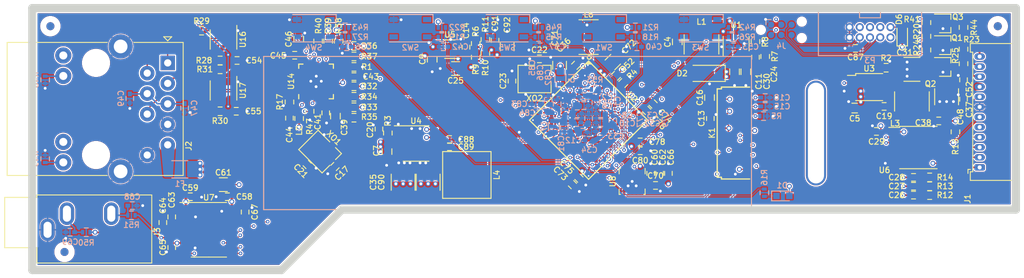
<source format=kicad_pcb>
(kicad_pcb (version 20171130) (host pcbnew 5.1.9-73d0e3b20d~88~ubuntu20.04.1)
  (title_block (title CIS) (date 2020-12-20) (rev 1.0.0))
  (layers (0 Dessus.Cu signal) (1 GND.Cu power) (2 In1.Cu signal) (3 In2.Cu signal) (4 POWER.Cu power) (31 Dessous.Cu signal) (34 B.Paste user) (35 F.Paste user hide) (36 B.SilkS user hide) (37 F.SilkS user hide) (38 B.Mask user hide) (39 F.Mask user hide) (44 Edge.Cuts user))
  (net 0 "")
  (net 1 +3.3V)
  (net 2 /RST)
  (net 3 /SWD-CLK)
  (net 4 /SWD-IO)
  (net 5 GND)
  (net 6 SWD_+3.3V)
  (net 7 "Net-(C22-Pad1)")
  (net 8 "Net-(C23-Pad2)")
  (net 9 +5V)
  (net 10 "Net-(C17-Pad1)")
  (net 11 "Net-(C21-Pad1)")
  (net 12 "Net-(C39-Pad1)")
  (net 13 "Net-(K1-Pad7)")
  (net 14 /TX_P)
  (net 15 /TX_N)
  (net 16 /RX_P)
  (net 17 /RX_N)
  (net 18 /DEBUG_TX)
  (net 19 /DEBUG_RX)
  (net 20 /OLED_RESET)
  (net 21 "Net-(R1-Pad1)")
  (net 22 "Net-(R17-Pad2)")
  (net 23 "Net-(R32-Pad2)")
  (net 24 "Net-(R33-Pad2)")
  (net 25 "Net-(R36-Pad2)")
  (net 26 "Net-(C44-Pad1)")
  (net 27 "Net-(R39-Pad2)")
  (net 28 "Net-(C36-Pad1)")
  (net 29 "Net-(R4-Pad1)")
  (net 30 +15)
  (net 31 +12V)
  (net 32 VERF+)
  (net 33 "Net-(C15-Pad1)")
  (net 34 "Net-(C16-Pad1)")
  (net 35 "Net-(C18-Pad1)")
  (net 36 "Net-(C19-Pad1)")
  (net 37 "Net-(C19-Pad2)")
  (net 38 "Net-(C20-Pad2)")
  (net 39 "Net-(C24-Pad2)")
  (net 40 "Net-(C26-Pad2)")
  (net 41 /CIS_ADC_3)
  (net 42 "Net-(C27-Pad2)")
  (net 43 /CIS_ADC_2)
  (net 44 /CIS_ADC_1)
  (net 45 "Net-(C28-Pad2)")
  (net 46 "Net-(C37-Pad2)")
  (net 47 /SW_LEFT)
  (net 48 /SW_UP)
  (net 49 /SW_RIGHT)
  (net 50 /SW_DOWN)
  (net 51 /SW_OK)
  (net 52 "Net-(C63-Pad2)")
  (net 53 "Net-(C63-Pad1)")
  (net 54 "Net-(C64-Pad2)")
  (net 55 "Net-(C67-Pad2)")
  (net 56 "Net-(C68-Pad1)")
  (net 57 "Net-(C69-Pad1)")
  (net 58 "Net-(C70-Pad2)")
  (net 59 "Net-(C71-Pad2)")
  (net 60 "Net-(C72-Pad1)")
  (net 61 "Net-(C81-Pad2)")
  (net 62 VERF-)
  (net 63 "Net-(C88-Pad2)")
  (net 64 "Net-(C89-Pad2)")
  (net 65 "Net-(C89-Pad1)")
  (net 66 "Net-(D1-Pad1)")
  (net 67 "Net-(D2-Pad2)")
  (net 68 "Net-(F1-Pad1)")
  (net 69 "Net-(J1-Pad1)")
  (net 70 "Net-(J1-Pad2)")
  (net 71 "Net-(J1-Pad3)")
  (net 72 /CIS_RS_TTL)
  (net 73 /CIS_SP_TTL)
  (net 74 /CIS_VLED_G)
  (net 75 /CIS_VLED_R)
  (net 76 /CIS_VLED_B)
  (net 77 "Net-(J2-Pad11)")
  (net 78 "Net-(J2-Pad12)")
  (net 79 "Net-(J2-Pad13)")
  (net 80 "Net-(J2-Pad14)")
  (net 81 "Net-(K1-Pad1)")
  (net 82 /FMC_D7)
  (net 83 /FMC_D5)
  (net 84 /FMC_D3)
  (net 85 /FMC_D1)
  (net 86 /FMC_NOE)
  (net 87 /FMC_Ax)
  (net 88 /FMC_NEx)
  (net 89 /FMC_D6)
  (net 90 /FMC_D4)
  (net 91 /FMC_D2)
  (net 92 /FMC_D0)
  (net 93 /FMC_NWE)
  (net 94 /CIS_LED_R)
  (net 95 "Net-(Q1-Pad3)")
  (net 96 /CIS_LED_G)
  (net 97 "Net-(Q2-Pad3)")
  (net 98 "Net-(Q3-Pad3)")
  (net 99 /CIS_LED_B)
  (net 100 "Net-(R2-Pad1)")
  (net 101 "Net-(R3-Pad1)")
  (net 102 "Net-(R6-Pad1)")
  (net 103 /CIS_CP_TTL)
  (net 104 /LED1)
  (net 105 "Net-(R18-Pad2)")
  (net 106 "Net-(R19-Pad2)")
  (net 107 "Net-(R26-Pad2)")
  (net 108 "Net-(R27-Pad2)")
  (net 109 /RMII_RXD0)
  (net 110 /RMII_RXD1)
  (net 111 /RMII_CRS_DV)
  (net 112 /RMII_MDIO)
  (net 113 /RMII_REF_CLK)
  (net 114 "Net-(R45-Pad2)")
  (net 115 "Net-(R50-Pad1)")
  (net 116 "Net-(R51-Pad2)")
  (net 117 "Net-(R53-Pad2)")
  (net 118 /12V_EN)
  (net 119 /DAC_DEMP)
  (net 120 /DAC_XSMT)
  (net 121 /RMII_MDC)
  (net 122 /MEMS_MISO)
  (net 123 /MEMS_MOSI)
  (net 124 /5V_EN)
  (net 125 /DAC_FMT)
  (net 126 /MEMS_INT)
  (net 127 /CIS_SP)
  (net 128 /CIS_CP)
  (net 129 /DAC_DIN)
  (net 130 /DAC_BCK)
  (net 131 /RMII_TXD1)
  (net 132 /DAC_SCK)
  (net 133 /DAC_FLT)
  (net 134 /CIS_RS)
  (net 135 /RMII_TXD0)
  (net 136 /MEMS_CS)
  (net 137 /DAC_LRCK)
  (net 138 /MEMS_FSYNC)
  (net 139 /MEMS_SCLK)
  (net 140 /RMII_TX_EN)
  (module DVB_Fiducials:REF_1mm_Top (layer Dessus.Cu) (at 48.1 102.75 270)
    (fp_text reference REF2 hide)
    (fp_text value CircleWhite1mm hide)
    (pad ~ smd circle (at 0 0 270) (size 1 1) (layers Dessus.Cu F.Mask) (clearance 0.77))
  )
  (module DVB_Displays:OLED256x64-2P1_HOLE_TE_3-2328724-1‎ (layer Dessus.Cu) (at 131.3 88 270)
    (fp_text reference K1 (at 0 2.9 90) (layer F.SilkS) (effects (font (size 0.7 0.7) (thickness 0.127))))
    (fp_text value K_9999)
    (pad "" np_thru_hole oval (at 0 -10 270) (size 13 2.5) (drill oval 12.5 2) (layers *.Cu *.Mask))
    (pad 2 smd rect (at -4.2 1.5 90) (size 0.3 0.65) (layers Dessus.Cu F.Paste F.Mask) (net 31 +12V))
    (pad 1 smd rect (at -4.5 -1.375 90) (size 0.3 0.8) (layers Dessus.Cu F.Paste F.Mask) (net 81 "Net-(K1-Pad1)"))
    (pad 4 smd rect (at -3.6 1.5 90) (size 0.3 0.65) (layers Dessus.Cu F.Paste F.Mask) (net 34 "Net-(C16-Pad1)"))
    (pad 6 smd rect (at -3 1.5 90) (size 0.3 0.65) (layers Dessus.Cu F.Paste F.Mask) (net 31 +12V))
    (pad 8 smd rect (at -2.4 1.5 90) (size 0.3 0.65) (layers Dessus.Cu F.Paste F.Mask) (net 31 +12V))
    (pad 10 smd rect (at -1.8 1.5 90) (size 0.3 0.65) (layers Dessus.Cu F.Paste F.Mask) (net 5 GND))
    (pad 12 smd rect (at -1.2 1.5 90) (size 0.3 0.65) (layers Dessus.Cu F.Paste F.Mask) (net 1 +3.3V))
    (pad 14 smd rect (at -0.6 1.5 90) (size 0.3 0.65) (layers Dessus.Cu F.Paste F.Mask) (net 1 +3.3V))
    (pad 16 smd rect (at 0 1.5 90) (size 0.3 0.65) (layers Dessus.Cu F.Paste F.Mask) (net 1 +3.3V))
    (pad 18 smd rect (at 0.6 1.5 90) (size 0.3 0.65) (layers Dessus.Cu F.Paste F.Mask) (net 20 /OLED_RESET))
    (pad 20 smd rect (at 1.2 1.5 90) (size 0.3 0.65) (layers Dessus.Cu F.Paste F.Mask) (net 93 /FMC_NWE))
    (pad 22 smd rect (at 1.8 1.5 90) (size 0.3 0.65) (layers Dessus.Cu F.Paste F.Mask) (net 92 /FMC_D0))
    (pad 24 smd rect (at 2.4 1.5 90) (size 0.3 0.65) (layers Dessus.Cu F.Paste F.Mask) (net 91 /FMC_D2))
    (pad 26 smd rect (at 3 1.5 90) (size 0.3 0.65) (layers Dessus.Cu F.Paste F.Mask) (net 90 /FMC_D4))
    (pad 28 smd rect (at 3.6 1.5 90) (size 0.3 0.65) (layers Dessus.Cu F.Paste F.Mask) (net 89 /FMC_D6))
    (pad 30 smd rect (at 4.2 1.5 90) (size 0.3 0.65) (layers Dessus.Cu F.Paste F.Mask))
    (pad 3 smd rect (at -3.9 -1.375 90) (size 0.3 0.8) (layers Dessus.Cu F.Paste F.Mask) (net 35 "Net-(C18-Pad1)"))
    (pad 5 smd rect (at -3.3 -1.375 90) (size 0.3 0.8) (layers Dessus.Cu F.Paste F.Mask) (net 33 "Net-(C15-Pad1)"))
    (pad 7 smd rect (at -2.7 -1.375 90) (size 0.3 0.8) (layers Dessus.Cu F.Paste F.Mask) (net 13 "Net-(K1-Pad7)"))
    (pad 9 smd rect (at -2.1 -1.375 90) (size 0.3 0.8) (layers Dessus.Cu F.Paste F.Mask))
    (pad 11 smd rect (at -1.5 -1.375 90) (size 0.3 0.8) (layers Dessus.Cu F.Paste F.Mask) (net 5 GND))
    (pad 13 smd rect (at -0.9 -1.375 90) (size 0.3 0.8) (layers Dessus.Cu F.Paste F.Mask) (net 5 GND))
    (pad 15 smd rect (at -0.3 -1.375 90) (size 0.3 0.8) (layers Dessus.Cu F.Paste F.Mask) (net 1 +3.3V))
    (pad 17 smd rect (at 0.3 -1.375 90) (size 0.3 0.8) (layers Dessus.Cu F.Paste F.Mask) (net 88 /FMC_NEx))
    (pad 19 smd rect (at 0.9 -1.375 90) (size 0.3 0.8) (layers Dessus.Cu F.Paste F.Mask) (net 87 /FMC_Ax))
    (pad 21 smd rect (at 1.5 -1.375 90) (size 0.3 0.8) (layers Dessus.Cu F.Paste F.Mask) (net 86 /FMC_NOE))
    (pad 23 smd rect (at 2.1 -1.375 90) (size 0.3 0.8) (layers Dessus.Cu F.Paste F.Mask) (net 85 /FMC_D1))
    (pad 25 smd rect (at 2.7 -1.375 90) (size 0.3 0.8) (layers Dessus.Cu F.Paste F.Mask) (net 84 /FMC_D3))
    (pad 27 smd rect (at 3.3 -1.375 90) (size 0.3 0.8) (layers Dessus.Cu F.Paste F.Mask) (net 83 /FMC_D5))
    (pad 29 smd rect (at 3.9 -1.375 90) (size 0.3 0.8) (layers Dessus.Cu F.Paste F.Mask) (net 82 /FMC_D7))
    (pad 31 smd rect (at 4.5 -1.375 90) (size 0.3 0.8) (layers Dessus.Cu F.Paste F.Mask) (net 31 +12V))
    (pad 11 smd rect (at 5.2 -1.1 90) (size 0.4 0.95) (layers Dessus.Cu F.Paste F.Mask) (net 5 GND))
    (pad 11 smd rect (at -5.2 -1.1 90) (size 0.4 0.95) (layers Dessus.Cu F.Paste F.Mask) (net 5 GND))
  )
  (module DVB_Mechanicals:RESO-NANCE_SSS_LOGO (layer Dessous.Cu) (at 50.8 74.9)
    (fp_text reference G*** hide)
    (fp_text value LOGO hide)
  )
  (module DVB_Mechanicals:RESO-NANCE_SSS-2_LOGO (layer Dessous.Cu) (at 150.2 84.7)
    (fp_text reference G*** hide)
    (fp_text value LOGO hide)
  )
  (module DVB_QFN:QFN-24-1EP_4x4mm_Pitch0.5mm (layer Dessus.Cu) (at 79.3 81.6 90)
    (fp_text reference U14 (at 0 -3.1 270) (layer F.SilkS) (effects (font (size 0.7 0.7) (thickness 0.127))))
    (fp_text value U_0101)
    (pad 25 smd rect (at -0.65 -0.65 90) (size 1.3 1.3) (layers Dessus.Cu F.Paste F.Mask) (net 5 GND))
    (pad 25 smd rect (at -0.65 0.65 90) (size 1.3 1.3) (layers Dessus.Cu F.Paste F.Mask) (net 5 GND))
    (pad 25 smd rect (at 0.65 -0.65 90) (size 1.3 1.3) (layers Dessus.Cu F.Paste F.Mask) (net 5 GND))
    (pad 25 smd rect (at 0.65 0.65 90) (size 1.3 1.3) (layers Dessus.Cu F.Paste F.Mask) (net 5 GND))
    (pad 24 smd rect (at -1.25 -1.95 180) (size 0.85 0.3) (layers Dessus.Cu F.Paste F.Mask) (net 22 "Net-(R17-Pad2)"))
    (pad 23 smd rect (at -0.75 -1.95 180) (size 0.85 0.3) (layers Dessus.Cu F.Paste F.Mask) (net 16 /RX_P))
    (pad 22 smd rect (at -0.25 -1.95 180) (size 0.85 0.3) (layers Dessus.Cu F.Paste F.Mask) (net 17 /RX_N))
    (pad 21 smd rect (at 0.25 -1.95 180) (size 0.85 0.3) (layers Dessus.Cu F.Paste F.Mask) (net 14 /TX_P))
    (pad 20 smd rect (at 0.75 -1.95 180) (size 0.85 0.3) (layers Dessus.Cu F.Paste F.Mask) (net 15 /TX_N))
    (pad 19 smd rect (at 1.25 -1.95 180) (size 0.85 0.3) (layers Dessus.Cu F.Paste F.Mask) (net 26 "Net-(C44-Pad1)"))
    (pad 18 smd rect (at 1.95 -1.25 90) (size 0.85 0.3) (layers Dessus.Cu F.Paste F.Mask) (net 131 /RMII_TXD1))
    (pad 17 smd rect (at 1.95 -0.75 90) (size 0.85 0.3) (layers Dessus.Cu F.Paste F.Mask) (net 135 /RMII_TXD0))
    (pad 16 smd rect (at 1.95 -0.25 90) (size 0.85 0.3) (layers Dessus.Cu F.Paste F.Mask) (net 140 /RMII_TX_EN))
    (pad 15 smd rect (at 1.95 0.25 90) (size 0.85 0.3) (layers Dessus.Cu F.Paste F.Mask) (net 2 /RST))
    (pad 14 smd rect (at 1.95 0.75 90) (size 0.85 0.3) (layers Dessus.Cu F.Paste F.Mask) (net 27 "Net-(R39-Pad2)"))
    (pad 13 smd rect (at 1.95 1.25 90) (size 0.85 0.3) (layers Dessus.Cu F.Paste F.Mask) (net 121 /RMII_MDC))
    (pad 12 smd rect (at 1.25 1.95 180) (size 0.85 0.3) (layers Dessus.Cu F.Paste F.Mask) (net 112 /RMII_MDIO))
    (pad 11 smd rect (at 0.75 1.95 180) (size 0.85 0.3) (layers Dessus.Cu F.Paste F.Mask) (net 25 "Net-(R36-Pad2)"))
    (pad 10 smd rect (at 0.25 1.95 180) (size 0.85 0.3) (layers Dessus.Cu F.Paste F.Mask) (net 21 "Net-(R1-Pad1)"))
    (pad 9 smd rect (at -0.25 1.95 180) (size 0.85 0.3) (layers Dessus.Cu F.Paste F.Mask) (net 1 +3.3V))
    (pad 8 smd rect (at -0.75 1.95 180) (size 0.85 0.3) (layers Dessus.Cu F.Paste F.Mask) (net 23 "Net-(R32-Pad2)"))
    (pad 7 smd rect (at -1.25 1.95 180) (size 0.85 0.3) (layers Dessus.Cu F.Paste F.Mask) (net 24 "Net-(R33-Pad2)"))
    (pad 6 smd rect (at -1.95 1.25 90) (size 0.85 0.3) (layers Dessus.Cu F.Paste F.Mask) (net 12 "Net-(C39-Pad1)"))
    (pad 5 smd rect (at -1.95 0.75 90) (size 0.85 0.3) (layers Dessus.Cu F.Paste F.Mask) (net 10 "Net-(C17-Pad1)"))
    (pad 4 smd rect (at -1.95 0.25 90) (size 0.85 0.3) (layers Dessus.Cu F.Paste F.Mask) (net 11 "Net-(C21-Pad1)"))
    (pad 3 smd rect (at -1.95 -0.25 90) (size 0.85 0.3) (layers Dessus.Cu F.Paste F.Mask) (net 77 "Net-(J2-Pad11)"))
    (pad 2 smd rect (at -1.95 -0.75 90) (size 0.85 0.3) (layers Dessus.Cu F.Paste F.Mask) (net 79 "Net-(J2-Pad13)"))
    (pad 1 smd rect (at -1.95 -1.25 90) (size 0.85 0.3) (layers Dessus.Cu F.Paste F.Mask) (net 26 "Net-(C44-Pad1)"))
  )
  (module DVB_Connectors:RJ45_Abracon_ARJP11A-MA_Horizontal (layer Dessus.Cu) (at 60.9 79.3 270)
    (fp_text reference J2 (at 10.3 -2.6 270) (layer F.SilkS) (effects (font (size 0.7 0.7) (thickness 0.127))))
    (fp_text value RJ45_Abracon_ARJP11A-MASA-B-A-EMU2)
    (pad 15 thru_hole circle (at 13.46 5.84 270) (size 3 3) (drill 1.7) (layers *.Cu *.Mask) (net 5 GND))
    (pad 15 thru_hole circle (at -2.04 5.84 270) (size 3 3) (drill 1.7) (layers *.Cu *.Mask) (net 5 GND))
    (pad "" np_thru_hole circle (at 11.43 8.89 270) (size 3.2 3.2) (drill 3.2) (layers *.Cu *.Mask))
    (pad "" np_thru_hole circle (at 0 8.89 270) (size 3.2 3.2) (drill 3.2) (layers *.Cu *.Mask))
    (pad 14 thru_hole circle (at 12.34 12.95 270) (size 2 2) (drill 1) (layers *.Cu *.Mask) (net 80 "Net-(J2-Pad14)"))
    (pad 13 thru_hole circle (at 9.8 12.95 270) (size 2 2) (drill 1) (layers *.Cu *.Mask) (net 79 "Net-(J2-Pad13)"))
    (pad 12 thru_hole circle (at 1.62 12.95 270) (size 2 2) (drill 1) (layers *.Cu *.Mask) (net 78 "Net-(J2-Pad12)"))
    (pad 10 thru_hole circle (at 11.43 2.54 270) (size 1.8 1.8) (drill 0.9) (layers *.Cu *.Mask) (net 5 GND))
    (pad 9 thru_hole circle (at 10.16 0 270) (size 1.8 1.8) (drill 0.9) (layers *.Cu *.Mask) (net 68 "Net-(F1-Pad1)"))
    (pad 7 thru_hole circle (at 7.62 0 270) (size 1.8 1.8) (drill 0.9) (layers *.Cu *.Mask) (net 5 GND))
    (pad 6 thru_hole circle (at 6.35 2.54 270) (size 1.8 1.8) (drill 0.9) (layers *.Cu *.Mask) (net 17 /RX_N))
    (pad 5 thru_hole circle (at 5.08 0 270) (size 1.8 1.8) (drill 0.9) (layers *.Cu *.Mask) (net 26 "Net-(C44-Pad1)"))
    (pad 4 thru_hole circle (at 3.81 2.54 270) (size 1.8 1.8) (drill 0.9) (layers *.Cu *.Mask) (net 26 "Net-(C44-Pad1)"))
    (pad 3 thru_hole circle (at 2.54 0 270) (size 1.8 1.8) (drill 0.9) (layers *.Cu *.Mask) (net 16 /RX_P))
    (pad 2 thru_hole circle (at 1.27 2.54 270) (size 1.8 1.8) (drill 0.9) (layers *.Cu *.Mask) (net 15 /TX_N))
    (pad 11 thru_hole circle (at -0.92 12.95 270) (size 2 2) (drill 1) (layers *.Cu *.Mask) (net 77 "Net-(J2-Pad11)"))
    (pad 1 thru_hole rect (at 0 0 270) (size 1.8 1.8) (drill 0.9) (layers *.Cu *.Mask) (net 14 /TX_P))
  )
  (module DVB_Fiducials:REF_1mm_Top (layer Dessus.Cu) (at 46.35 74.75 270)
    (fp_text reference REF1 hide)
    (fp_text value CircleWhite1mm hide)
    (pad ~ smd circle (at 0 0 270) (size 1 1) (layers Dessus.Cu F.Mask) (clearance 0.77))
  )
  (module DVB_Fiducials:REF_1mm (layer Dessous.Cu) (at 46.35 74.75)
    (fp_text reference REF12 hide)
    (fp_text value CircleWhite1mm hide)
    (pad ~ smd circle (at 0 0) (size 1 1) (layers Dessous.Cu B.Mask) (clearance 0.77))
  )
  (module DVB_Capacitors_Ceramic:C_0402 (layer Dessous.Cu) (at 114.6 85.6 180)
    (fp_text reference C3 (at -6.4 -0.2) (layer B.SilkS) (effects (font (size 0.7 0.7) (thickness 0.127)) (justify mirror)))
    (fp_text value C_0002)
    (pad 2 smd rect (at 0.55 0 180) (size 0.6 0.5) (layers Dessous.Cu B.Paste B.Mask) (net 5 GND))
    (pad 1 smd rect (at -0.55 0 180) (size 0.6 0.5) (layers Dessous.Cu B.Paste B.Mask) (net 1 +3.3V))
  )
  (module DVB_Buttons:PTS810 (layer Dessous.Cu) (at 91 75 180)
    (fp_text reference SW2 (at 0 -2.4) (layer B.SilkS) (effects (font (size 0.7 0.7) (thickness 0.127)) (justify mirror)))
    (fp_text value SW_0003)
    (pad 4 smd rect (at 2.075 -1.075 180) (size 1.05 0.65) (layers Dessous.Cu B.Paste B.Mask))
    (pad 3 smd rect (at -2.075 -1.075 180) (size 1.05 0.65) (layers Dessous.Cu B.Paste B.Mask) (net 106 "Net-(R19-Pad2)"))
    (pad 2 smd rect (at 2.075 1.075 180) (size 1.05 0.65) (layers Dessous.Cu B.Paste B.Mask) (net 5 GND))
    (pad 1 smd rect (at -2.075 1.075 180) (size 1.05 0.65) (layers Dessous.Cu B.Paste B.Mask))
  )
  (module DVB_Resistors:R_0402 (layer Dessus.Cu) (at 117.4 81.8 45)
    (fp_text reference R4 (at 1.555635 0 45) (layer F.SilkS) (effects (font (size 0.7 0.7) (thickness 0.127))))
    (fp_text value R_0020)
    (pad 2 smd rect (at 0.45 0 45) (size 0.4 0.6) (layers Dessus.Cu F.Paste F.Mask) (net 5 GND))
    (pad 1 smd rect (at -0.45 0 45) (size 0.4 0.6) (layers Dessus.Cu F.Paste F.Mask) (net 29 "Net-(R4-Pad1)"))
  )
  (module DVB_Capacitors_Ceramic:C_0805 (layer Dessus.Cu) (at 67.8 94.4)
    (fp_text reference C61 (at 0 -1.5) (layer F.SilkS) (effects (font (size 0.7 0.7) (thickness 0.127))))
    (fp_text value C_0053)
    (pad 2 smd rect (at 1 0) (size 1 1.25) (layers Dessus.Cu F.Paste F.Mask) (net 1 +3.3V))
    (pad 1 smd rect (at -1 0) (size 1 1.25) (layers Dessus.Cu F.Paste F.Mask) (net 5 GND))
  )
  (module DVB_Capacitors_Ceramic:C_0402 (layer Dessous.Cu) (at 114.5 87.8 180)
    (fp_text reference C33 (at -2 -0.6) (layer B.SilkS) (effects (font (size 0.7 0.7) (thickness 0.127)) (justify mirror)))
    (fp_text value C_0002)
    (pad 2 smd rect (at 0.55 0 180) (size 0.6 0.5) (layers Dessous.Cu B.Paste B.Mask) (net 5 GND))
    (pad 1 smd rect (at -0.55 0 180) (size 0.6 0.5) (layers Dessous.Cu B.Paste B.Mask) (net 1 +3.3V))
  )
  (module DVB_Resistors:R_0402 (layer Dessus.Cu) (at 155 76 270)
    (fp_text reference R20 (at -0.6 1.2 90) (layer F.SilkS) (effects (font (size 0.7 0.7) (thickness 0.127))))
    (fp_text value R_0064)
    (pad 2 smd rect (at 0.45 0 270) (size 0.4 0.6) (layers Dessus.Cu F.Paste F.Mask) (net 94 /CIS_LED_R))
    (pad 1 smd rect (at -0.45 0 270) (size 0.4 0.6) (layers Dessus.Cu F.Paste F.Mask) (net 5 GND))
  )
  (module DVB_Resistors:R_0402 (layer Dessus.Cu) (at 159.6 77.6 90)
    (fp_text reference R23 (at 1.2 1 180) (layer F.SilkS) (effects (font (size 0.7 0.7) (thickness 0.127))))
    (fp_text value R_)
    (pad 2 smd rect (at 0.45 0 90) (size 0.4 0.6) (layers Dessus.Cu F.Paste F.Mask) (net 95 "Net-(Q1-Pad3)"))
    (pad 1 smd rect (at -0.45 0 90) (size 0.4 0.6) (layers Dessus.Cu F.Paste F.Mask) (net 75 /CIS_VLED_R))
  )
  (module DVB_Resistors:R_0402 (layer Dessus.Cu) (at 155 77.7 270)
    (fp_text reference R24 (at -0.3 1.2 90) (layer F.SilkS) (effects (font (size 0.7 0.7) (thickness 0.127))))
    (fp_text value R_0064)
    (pad 2 smd rect (at 0.45 0 270) (size 0.4 0.6) (layers Dessus.Cu F.Paste F.Mask) (net 96 /CIS_LED_G))
    (pad 1 smd rect (at -0.45 0 270) (size 0.4 0.6) (layers Dessus.Cu F.Paste F.Mask) (net 5 GND))
  )
  (module DVB_Resistors:R_0402 (layer Dessus.Cu) (at 159.6 79.4 90)
    (fp_text reference R25 (at 1 -1 90) (layer F.SilkS) (effects (font (size 0.7 0.7) (thickness 0.127))))
    (fp_text value R_)
    (pad 2 smd rect (at 0.45 0 90) (size 0.4 0.6) (layers Dessus.Cu F.Paste F.Mask) (net 97 "Net-(Q2-Pad3)"))
    (pad 1 smd rect (at -0.45 0 90) (size 0.4 0.6) (layers Dessus.Cu F.Paste F.Mask) (net 74 /CIS_VLED_G))
  )
  (module DVB_SOT:SOT_323-SC_70 (layer Dessus.Cu) (at 157.3 77.1)
    (fp_text reference Q1 (at 1.5 -0.9) (layer F.SilkS) (effects (font (size 0.7 0.7) (thickness 0.127))))
    (fp_text value Q_0002)
    (pad 3 smd rect (at 1 0 270) (size 0.45 0.7) (layers Dessus.Cu F.Paste F.Mask) (net 95 "Net-(Q1-Pad3)"))
    (pad 2 smd rect (at -1 0.65 270) (size 0.45 0.7) (layers Dessus.Cu F.Paste F.Mask) (net 5 GND))
    (pad 1 smd rect (at -1 -0.65 270) (size 0.45 0.7) (layers Dessus.Cu F.Paste F.Mask) (net 94 /CIS_LED_R))
  )
  (module DVB_SOT:SOT_323-SC_70 (layer Dessus.Cu) (at 157.3 79.8)
    (fp_text reference Q2 (at -1.8 2.1) (layer F.SilkS) (effects (font (size 0.7 0.7) (thickness 0.127))))
    (fp_text value Q_0002)
    (pad 3 smd rect (at 1 0 270) (size 0.45 0.7) (layers Dessus.Cu F.Paste F.Mask) (net 97 "Net-(Q2-Pad3)"))
    (pad 2 smd rect (at -1 0.65 270) (size 0.45 0.7) (layers Dessus.Cu F.Paste F.Mask) (net 5 GND))
    (pad 1 smd rect (at -1 -0.65 270) (size 0.45 0.7) (layers Dessus.Cu F.Paste F.Mask) (net 96 /CIS_LED_G))
  )
  (module DVB_SOT:SOT_323-SC_70 (layer Dessus.Cu) (at 157.3 74.4)
    (fp_text reference Q3 (at 1.6 -0.8) (layer F.SilkS) (effects (font (size 0.7 0.7) (thickness 0.127))))
    (fp_text value Q_0002)
    (pad 3 smd rect (at 1 0 270) (size 0.45 0.7) (layers Dessus.Cu F.Paste F.Mask) (net 98 "Net-(Q3-Pad3)"))
    (pad 2 smd rect (at -1 0.65 270) (size 0.45 0.7) (layers Dessus.Cu F.Paste F.Mask) (net 5 GND))
    (pad 1 smd rect (at -1 -0.65 270) (size 0.45 0.7) (layers Dessus.Cu F.Paste F.Mask) (net 99 /CIS_LED_B))
  )
  (module DVB_Resistors:R_0402 (layer Dessus.Cu) (at 155 74.3 90)
    (fp_text reference R41 (at 0.4 -1.8) (layer F.SilkS) (effects (font (size 0.7 0.7) (thickness 0.127))))
    (fp_text value R_0064)
    (pad 2 smd rect (at 0.45 0 90) (size 0.4 0.6) (layers Dessus.Cu F.Paste F.Mask) (net 99 /CIS_LED_B))
    (pad 1 smd rect (at -0.45 0 90) (size 0.4 0.6) (layers Dessus.Cu F.Paste F.Mask) (net 5 GND))
  )
  (module DVB_Resistors:R_0402 (layer Dessus.Cu) (at 159.6 74.9 90)
    (fp_text reference R44 (at 0 1.3 270) (layer F.SilkS) (effects (font (size 0.7 0.7) (thickness 0.127))))
    (fp_text value R_)
    (pad 2 smd rect (at 0.45 0 90) (size 0.4 0.6) (layers Dessus.Cu F.Paste F.Mask) (net 98 "Net-(Q3-Pad3)"))
    (pad 1 smd rect (at -0.45 0 90) (size 0.4 0.6) (layers Dessus.Cu F.Paste F.Mask) (net 76 /CIS_VLED_B))
  )
  (module DVB_Resistors:R_0402 (layer Dessus.Cu) (at 84 86.1)
    (fp_text reference R35 (at 1.9 -0.1) (layer F.SilkS) (effects (font (size 0.7 0.7) (thickness 0.127))))
    (fp_text value R_0134)
    (pad 2 smd rect (at 0.45 0) (size 0.4 0.6) (layers Dessus.Cu F.Paste F.Mask) (net 110 /RMII_RXD1))
    (pad 1 smd rect (at -0.45 0) (size 0.4 0.6) (layers Dessus.Cu F.Paste F.Mask) (net 24 "Net-(R33-Pad2)"))
  )
  (module DVB_BGA:UFBGA_176 (layer Dessus.Cu) (at 113.1 86.4 315)
    (fp_text reference U2 (at 1.767767 -5.868986 135) (layer F.SilkS) (effects (font (size 0.7 0.7) (thickness 0.127))))
    (fp_text value STM32H745IIKx)
    (pad R15 smd circle (at 4.55336 4.55336 135) (size 0.25 0.25) (layers Dessus.Cu F.Paste F.Mask) (net 5 GND))
    (pad R14 smd circle (at 3.90312 4.55336 135) (size 0.25 0.25) (layers Dessus.Cu F.Paste F.Mask) (net 60 "Net-(C72-Pad1)"))
    (pad R13 smd circle (at 3.25288 4.55336 135) (size 0.25 0.25) (layers Dessus.Cu F.Paste F.Mask) (net 60 "Net-(C72-Pad1)"))
    (pad R12 smd circle (at 2.60264 4.55336 135) (size 0.25 0.25) (layers Dessus.Cu F.Paste F.Mask) (net 48 /SW_UP))
    (pad R11 smd circle (at 1.9524 4.55336 135) (size 0.25 0.25) (layers Dessus.Cu F.Paste F.Mask) (net 89 /FMC_D6))
    (pad R10 smd circle (at 1.30216 4.55336 135) (size 0.25 0.25) (layers Dessus.Cu F.Paste F.Mask))
    (pad R9 smd circle (at 0.65192 4.55336 135) (size 0.25 0.25) (layers Dessus.Cu F.Paste F.Mask) (net 82 /FMC_D7))
    (pad R8 smd circle (at 0.00168 4.55336 135) (size 0.25 0.25) (layers Dessus.Cu F.Paste F.Mask))
    (pad R7 smd circle (at -0.64856 4.55336 135) (size 0.25 0.25) (layers Dessus.Cu F.Paste F.Mask))
    (pad R6 smd circle (at -1.2988 4.55336 135) (size 0.25 0.25) (layers Dessus.Cu F.Paste F.Mask) (net 109 /RMII_RXD0))
    (pad R5 smd circle (at -1.94904 4.55336 135) (size 0.25 0.25) (layers Dessus.Cu F.Paste F.Mask))
    (pad R4 smd circle (at -2.59928 4.55336 135) (size 0.25 0.25) (layers Dessus.Cu F.Paste F.Mask) (net 119 /DAC_DEMP))
    (pad R3 smd circle (at -3.24952 4.55336 135) (size 0.25 0.25) (layers Dessus.Cu F.Paste F.Mask) (net 44 /CIS_ADC_1))
    (pad R2 smd circle (at -3.89976 4.55336 135) (size 0.25 0.25) (layers Dessus.Cu F.Paste F.Mask) (net 112 /RMII_MDIO))
    (pad R1 smd circle (at -4.55 4.55336 135) (size 0.25 0.25) (layers Dessus.Cu F.Paste F.Mask) (net 5 GND))
    (pad P15 smd circle (at 4.55336 3.90312 135) (size 0.25 0.25) (layers Dessus.Cu F.Paste F.Mask) (net 104 /LED1))
    (pad P14 smd circle (at 3.90312 3.90312 135) (size 0.25 0.25) (layers Dessus.Cu F.Paste F.Mask) (net 51 /SW_OK))
    (pad P13 smd circle (at 3.25288 3.90312 135) (size 0.25 0.25) (layers Dessus.Cu F.Paste F.Mask) (net 50 /SW_DOWN))
    (pad P12 smd circle (at 2.60264 3.90312 135) (size 0.25 0.25) (layers Dessus.Cu F.Paste F.Mask) (net 49 /SW_RIGHT))
    (pad P11 smd circle (at 1.9524 3.90312 135) (size 0.25 0.25) (layers Dessus.Cu F.Paste F.Mask))
    (pad P10 smd circle (at 1.30216 3.90312 135) (size 0.25 0.25) (layers Dessus.Cu F.Paste F.Mask))
    (pad P9 smd circle (at 0.65192 3.90312 135) (size 0.25 0.25) (layers Dessus.Cu F.Paste F.Mask) (net 90 /FMC_D4))
    (pad P8 smd circle (at 0.00168 3.90312 135) (size 0.25 0.25) (layers Dessus.Cu F.Paste F.Mask))
    (pad P7 smd circle (at -0.64856 3.90312 135) (size 0.25 0.25) (layers Dessus.Cu F.Paste F.Mask))
    (pad P6 smd circle (at -1.2988 3.90312 135) (size 0.25 0.25) (layers Dessus.Cu F.Paste F.Mask))
    (pad P5 smd circle (at -1.94904 3.90312 135) (size 0.25 0.25) (layers Dessus.Cu F.Paste F.Mask))
    (pad P4 smd circle (at -2.59928 3.90312 135) (size 0.25 0.25) (layers Dessus.Cu F.Paste F.Mask))
    (pad P3 smd circle (at -3.24952 3.90312 135) (size 0.25 0.25) (layers Dessus.Cu F.Paste F.Mask) (net 43 /CIS_ADC_2))
    (pad P2 smd circle (at -3.89976 3.90312 135) (size 0.25 0.25) (layers Dessus.Cu F.Paste F.Mask) (net 113 /RMII_REF_CLK))
    (pad P1 smd circle (at -4.55 3.90312 135) (size 0.25 0.25) (layers Dessus.Cu F.Paste F.Mask))
    (pad N15 smd circle (at 4.55336 3.25288 135) (size 0.25 0.25) (layers Dessus.Cu F.Paste F.Mask) (net 99 /CIS_LED_B))
    (pad N14 smd circle (at 3.90312 3.25288 135) (size 0.25 0.25) (layers Dessus.Cu F.Paste F.Mask))
    (pad N13 smd circle (at 3.25288 3.25288 135) (size 0.25 0.25) (layers Dessus.Cu F.Paste F.Mask))
    (pad N12 smd circle (at 2.60264 3.25288 135) (size 0.25 0.25) (layers Dessus.Cu F.Paste F.Mask))
    (pad N11 smd circle (at 1.9524 3.25288 135) (size 0.25 0.25) (layers Dessus.Cu F.Paste F.Mask))
    (pad N10 smd circle (at 1.30216 3.25288 135) (size 0.25 0.25) (layers Dessus.Cu F.Paste F.Mask))
    (pad N9 smd circle (at 0.65192 3.25288 135) (size 0.25 0.25) (layers Dessus.Cu F.Paste F.Mask))
    (pad N8 smd circle (at 0.00168 3.25288 135) (size 0.25 0.25) (layers Dessus.Cu F.Paste F.Mask) (net 83 /FMC_D5))
    (pad N7 smd circle (at -0.64856 3.25288 135) (size 0.25 0.25) (layers Dessus.Cu F.Paste F.Mask))
    (pad N6 smd circle (at -1.2988 3.25288 135) (size 0.25 0.25) (layers Dessus.Cu F.Paste F.Mask) (net 111 /RMII_CRS_DV))
    (pad N5 smd circle (at -1.94904 3.25288 135) (size 0.25 0.25) (layers Dessus.Cu F.Paste F.Mask))
    (pad N4 smd circle (at -2.59928 3.25288 135) (size 0.25 0.25) (layers Dessus.Cu F.Paste F.Mask))
    (pad N3 smd circle (at -3.24952 3.25288 135) (size 0.25 0.25) (layers Dessus.Cu F.Paste F.Mask) (net 5 GND))
    (pad N2 smd circle (at -3.89976 3.25288 135) (size 0.25 0.25) (layers Dessus.Cu F.Paste F.Mask) (net 41 /CIS_ADC_3))
    (pad N1 smd circle (at -4.55 3.25288 135) (size 0.25 0.25) (layers Dessus.Cu F.Paste F.Mask))
    (pad M15 smd circle (at 4.55336 2.60264 135) (size 0.25 0.25) (layers Dessus.Cu F.Paste F.Mask))
    (pad M14 smd circle (at 3.90312 2.60264 135) (size 0.25 0.25) (layers Dessus.Cu F.Paste F.Mask))
    (pad M13 smd circle (at 3.25288 2.60264 135) (size 0.25 0.25) (layers Dessus.Cu F.Paste F.Mask))
    (pad M12 smd circle (at 2.60264 2.60264 135) (size 0.25 0.25) (layers Dessus.Cu F.Paste F.Mask) (net 47 /SW_LEFT))
    (pad M11 smd circle (at 1.9524 2.60264 135) (size 0.25 0.25) (layers Dessus.Cu F.Paste F.Mask))
    (pad M10 smd circle (at 1.30216 2.60264 135) (size 0.25 0.25) (layers Dessus.Cu F.Paste F.Mask) (net 5 GND))
    (pad M9 smd circle (at 0.65192 2.60264 135) (size 0.25 0.25) (layers Dessus.Cu F.Paste F.Mask) (net 1 +3.3V))
    (pad M8 smd circle (at 0.00168 2.60264 135) (size 0.25 0.25) (layers Dessus.Cu F.Paste F.Mask))
    (pad M7 smd circle (at -0.64856 2.60264 135) (size 0.25 0.25) (layers Dessus.Cu F.Paste F.Mask) (net 110 /RMII_RXD1))
    (pad M6 smd circle (at -1.2988 2.60264 135) (size 0.25 0.25) (layers Dessus.Cu F.Paste F.Mask) (net 5 GND))
    (pad M5 smd circle (at -1.94904 2.60264 135) (size 0.25 0.25) (layers Dessus.Cu F.Paste F.Mask) (net 1 +3.3V))
    (pad M4 smd circle (at -2.59928 2.60264 135) (size 0.25 0.25) (layers Dessus.Cu F.Paste F.Mask) (net 61 "Net-(C81-Pad2)"))
    (pad M3 smd circle (at -3.24952 2.60264 135) (size 0.25 0.25) (layers Dessus.Cu F.Paste F.Mask) (net 32 VERF+))
    (pad M2 smd circle (at -3.89976 2.60264 135) (size 0.25 0.25) (layers Dessus.Cu F.Paste F.Mask))
    (pad M1 smd circle (at -4.55 2.60264 135) (size 0.25 0.25) (layers Dessus.Cu F.Paste F.Mask) (net 120 /DAC_XSMT))
    (pad L15 smd circle (at 4.55336 1.9524 135) (size 0.25 0.25) (layers Dessus.Cu F.Paste F.Mask))
    (pad L14 smd circle (at 3.90312 1.9524 135) (size 0.25 0.25) (layers Dessus.Cu F.Paste F.Mask) (net 126 /MEMS_INT))
    (pad L13 smd circle (at 3.25288 1.9524 135) (size 0.25 0.25) (layers Dessus.Cu F.Paste F.Mask))
    (pad L12 smd circle (at 2.60264 1.9524 135) (size 0.25 0.25) (layers Dessus.Cu F.Paste F.Mask) (net 1 +3.3V))
    (pad L4 smd circle (at -2.59928 1.9524 135) (size 0.25 0.25) (layers Dessus.Cu F.Paste F.Mask) (net 62 VERF-))
    (pad L3 smd circle (at -3.24952 1.9524 135) (size 0.25 0.25) (layers Dessus.Cu F.Paste F.Mask) (net 121 /RMII_MDC))
    (pad L2 smd circle (at -3.89976 1.9524 135) (size 0.25 0.25) (layers Dessus.Cu F.Paste F.Mask))
    (pad L1 smd circle (at -4.55 1.9524 135) (size 0.25 0.25) (layers Dessus.Cu F.Paste F.Mask) (net 2 /RST))
    (pad K15 smd circle (at 4.55336 1.30216 135) (size 0.25 0.25) (layers Dessus.Cu F.Paste F.Mask) (net 122 /MEMS_MISO))
    (pad K14 smd circle (at 3.90312 1.30216 135) (size 0.25 0.25) (layers Dessus.Cu F.Paste F.Mask) (net 123 /MEMS_MOSI))
    (pad K13 smd circle (at 3.25288 1.30216 135) (size 0.25 0.25) (layers Dessus.Cu F.Paste F.Mask))
    (pad K12 smd circle (at 2.60264 1.30216 135) (size 0.25 0.25) (layers Dessus.Cu F.Paste F.Mask) (net 5 GND))
    (pad K10 smd circle (at 1.30216 1.30216 135) (size 0.25 0.25) (layers Dessus.Cu F.Paste F.Mask) (net 5 GND))
    (pad K9 smd circle (at 0.65192 1.30216 135) (size 0.25 0.25) (layers Dessus.Cu F.Paste F.Mask) (net 5 GND))
    (pad K8 smd circle (at 0.00168 1.30216 135) (size 0.25 0.25) (layers Dessus.Cu F.Paste F.Mask) (net 5 GND))
    (pad K7 smd circle (at -0.64856 1.30216 135) (size 0.25 0.25) (layers Dessus.Cu F.Paste F.Mask) (net 5 GND))
    (pad K6 smd circle (at -1.2988 1.30216 135) (size 0.25 0.25) (layers Dessus.Cu F.Paste F.Mask) (net 5 GND))
    (pad K4 smd circle (at -2.59928 1.30216 135) (size 0.25 0.25) (layers Dessus.Cu F.Paste F.Mask) (net 1 +3.3V))
    (pad K3 smd circle (at -3.24952 1.30216 135) (size 0.25 0.25) (layers Dessus.Cu F.Paste F.Mask))
    (pad K2 smd circle (at -3.89976 1.30216 135) (size 0.25 0.25) (layers Dessus.Cu F.Paste F.Mask) (net 5 GND))
    (pad K1 smd circle (at -4.55 1.30216 135) (size 0.25 0.25) (layers Dessus.Cu F.Paste F.Mask) (net 8 "Net-(C23-Pad2)"))
    (pad J15 smd circle (at 4.55336 0.65192 135) (size 0.25 0.25) (layers Dessus.Cu F.Paste F.Mask))
    (pad J14 smd circle (at 3.90312 0.65192 135) (size 0.25 0.25) (layers Dessus.Cu F.Paste F.Mask) (net 5 GND))
    (pad J13 smd circle (at 3.25288 0.65192 135) (size 0.25 0.25) (layers Dessus.Cu F.Paste F.Mask))
    (pad J12 smd circle (at 2.60264 0.65192 135) (size 0.25 0.25) (layers Dessus.Cu F.Paste F.Mask) (net 85 /FMC_D1))
    (pad J10 smd circle (at 1.30216 0.65192 135) (size 0.25 0.25) (layers Dessus.Cu F.Paste F.Mask) (net 5 GND))
    (pad J9 smd circle (at 0.65192 0.65192 135) (size 0.25 0.25) (layers Dessus.Cu F.Paste F.Mask) (net 5 GND))
    (pad J8 smd circle (at 0.00168 0.65192 135) (size 0.25 0.25) (layers Dessus.Cu F.Paste F.Mask) (net 5 GND))
    (pad J7 smd circle (at -0.64856 0.65192 135) (size 0.25 0.25) (layers Dessus.Cu F.Paste F.Mask) (net 5 GND))
    (pad J6 smd circle (at -1.2988 0.65192 135) (size 0.25 0.25) (layers Dessus.Cu F.Paste F.Mask) (net 5 GND))
    (pad J4 smd circle (at -2.59928 0.65192 135) (size 0.25 0.25) (layers Dessus.Cu F.Paste F.Mask))
    (pad J3 smd circle (at -3.24952 0.65192 135) (size 0.25 0.25) (layers Dessus.Cu F.Paste F.Mask))
    (pad J2 smd circle (at -3.89976 0.65192 135) (size 0.25 0.25) (layers Dessus.Cu F.Paste F.Mask))
    (pad J1 smd circle (at -4.55 0.65192 135) (size 0.25 0.25) (layers Dessus.Cu F.Paste F.Mask) (net 7 "Net-(C22-Pad1)"))
    (pad H15 smd circle (at 4.55336 0.00168 135) (size 0.25 0.25) (layers Dessus.Cu F.Paste F.Mask) (net 96 /CIS_LED_G))
    (pad H14 smd circle (at 3.90312 0.00168 135) (size 0.25 0.25) (layers Dessus.Cu F.Paste F.Mask) (net 92 /FMC_D0))
    (pad H13 smd circle (at 3.25288 0.00168 135) (size 0.25 0.25) (layers Dessus.Cu F.Paste F.Mask))
    (pad H12 smd circle (at 2.60264 0.00168 135) (size 0.25 0.25) (layers Dessus.Cu F.Paste F.Mask) (net 1 +3.3V))
    (pad H10 smd circle (at 1.30216 0.00168 135) (size 0.25 0.25) (layers Dessus.Cu F.Paste F.Mask) (net 5 GND))
    (pad H9 smd circle (at 0.65192 0.00168 135) (size 0.25 0.25) (layers Dessus.Cu F.Paste F.Mask) (net 5 GND))
    (pad H8 smd circle (at 0.00168 0.00168 135) (size 0.25 0.25) (layers Dessus.Cu F.Paste F.Mask) (net 5 GND))
    (pad H7 smd circle (at -0.64856 0.00168 135) (size 0.25 0.25) (layers Dessus.Cu F.Paste F.Mask) (net 5 GND))
    (pad H6 smd circle (at -1.2988 0.00168 135) (size 0.25 0.25) (layers Dessus.Cu F.Paste F.Mask) (net 5 GND))
    (pad H4 smd circle (at -2.59928 0.00168 135) (size 0.25 0.25) (layers Dessus.Cu F.Paste F.Mask))
    (pad H3 smd circle (at -3.24952 0.00168 135) (size 0.25 0.25) (layers Dessus.Cu F.Paste F.Mask))
    (pad H2 smd circle (at -3.89976 0.00168 135) (size 0.25 0.25) (layers Dessus.Cu F.Paste F.Mask))
    (pad H1 smd circle (at -4.55 0.00168 135) (size 0.25 0.25) (layers Dessus.Cu F.Paste F.Mask) (net 125 /DAC_FMT))
    (pad G15 smd circle (at 4.55336 -0.64856 135) (size 0.25 0.25) (layers Dessus.Cu F.Paste F.Mask) (net 124 /5V_EN))
    (pad G14 smd circle (at 3.90312 -0.64856 135) (size 0.25 0.25) (layers Dessus.Cu F.Paste F.Mask))
    (pad G13 smd circle (at 3.25288 -0.64856 135) (size 0.25 0.25) (layers Dessus.Cu F.Paste F.Mask))
    (pad G12 smd circle (at 2.60264 -0.64856 135) (size 0.25 0.25) (layers Dessus.Cu F.Paste F.Mask))
    (pad G10 smd circle (at 1.30216 -0.64856 135) (size 0.25 0.25) (layers Dessus.Cu F.Paste F.Mask) (net 5 GND))
    (pad G9 smd circle (at 0.65192 -0.64856 135) (size 0.25 0.25) (layers Dessus.Cu F.Paste F.Mask) (net 5 GND))
    (pad G8 smd circle (at 0.00168 -0.64856 135) (size 0.25 0.25) (layers Dessus.Cu F.Paste F.Mask) (net 5 GND))
    (pad G7 smd circle (at -0.64856 -0.64856 135) (size 0.25 0.25) (layers Dessus.Cu F.Paste F.Mask) (net 5 GND))
    (pad G6 smd circle (at -1.2988 -0.64856 135) (size 0.25 0.25) (layers Dessus.Cu F.Paste F.Mask) (net 5 GND))
    (pad G4 smd circle (at -2.59928 -0.64856 135) (size 0.25 0.25) (layers Dessus.Cu F.Paste F.Mask) (net 1 +3.3V))
    (pad G3 smd circle (at -3.24952 -0.64856 135) (size 0.25 0.25) (layers Dessus.Cu F.Paste F.Mask))
    (pad G2 smd circle (at -3.89976 -0.64856 135) (size 0.25 0.25) (layers Dessus.Cu F.Paste F.Mask) (net 60 "Net-(C72-Pad1)"))
    (pad G1 smd circle (at -4.55 -0.64856 135) (size 0.25 0.25) (layers Dessus.Cu F.Paste F.Mask) (net 59 "Net-(C71-Pad2)"))
    (pad F15 smd circle (at 4.55336 -1.2988 135) (size 0.25 0.25) (layers Dessus.Cu F.Paste F.Mask) (net 118 /12V_EN))
    (pad F14 smd circle (at 3.90312 -1.2988 135) (size 0.25 0.25) (layers Dessus.Cu F.Paste F.Mask))
    (pad F13 smd circle (at 3.25288 -1.2988 135) (size 0.25 0.25) (layers Dessus.Cu F.Paste F.Mask) (net 1 +3.3V))
    (pad F12 smd circle (at 2.60264 -1.2988 135) (size 0.25 0.25) (layers Dessus.Cu F.Paste F.Mask) (net 5 GND))
    (pad F10 smd circle (at 1.30216 -1.2988 135) (size 0.25 0.25) (layers Dessus.Cu F.Paste F.Mask) (net 5 GND))
    (pad F9 smd circle (at 0.65192 -1.2988 135) (size 0.25 0.25) (layers Dessus.Cu F.Paste F.Mask) (net 5 GND))
    (pad F8 smd circle (at 0.00168 -1.2988 135) (size 0.25 0.25) (layers Dessus.Cu F.Paste F.Mask) (net 5 GND))
    (pad F7 smd circle (at -0.64856 -1.2988 135) (size 0.25 0.25) (layers Dessus.Cu F.Paste F.Mask) (net 5 GND))
    (pad F6 smd circle (at -1.2988 -1.2988 135) (size 0.25 0.25) (layers Dessus.Cu F.Paste F.Mask) (net 5 GND))
    (pad F4 smd circle (at -2.59928 -1.2988 135) (size 0.25 0.25) (layers Dessus.Cu F.Paste F.Mask) (net 87 /FMC_Ax))
    (pad F3 smd circle (at -3.24952 -1.2988 135) (size 0.25 0.25) (layers Dessus.Cu F.Paste F.Mask))
    (pad F2 smd circle (at -3.89976 -1.2988 135) (size 0.25 0.25) (layers Dessus.Cu F.Paste F.Mask) (net 5 GND))
    (pad F1 smd circle (at -4.55 -1.2988 135) (size 0.25 0.25) (layers Dessus.Cu F.Paste F.Mask) (net 28 "Net-(C36-Pad1)"))
    (pad E15 smd circle (at 4.55336 -1.94904 135) (size 0.25 0.25) (layers Dessus.Cu F.Paste F.Mask) (net 1 +3.3V))
    (pad E14 smd circle (at 3.90312 -1.94904 135) (size 0.25 0.25) (layers Dessus.Cu F.Paste F.Mask) (net 94 /CIS_LED_R))
    (pad E13 smd circle (at 3.25288 -1.94904 135) (size 0.25 0.25) (layers Dessus.Cu F.Paste F.Mask))
    (pad E12 smd circle (at 2.60264 -1.94904 135) (size 0.25 0.25) (layers Dessus.Cu F.Paste F.Mask) (net 1 +3.3V))
    (pad E4 smd circle (at -2.59928 -1.94904 135) (size 0.25 0.25) (layers Dessus.Cu F.Paste F.Mask) (net 1 +3.3V))
    (pad E3 smd circle (at -3.24952 -1.94904 135) (size 0.25 0.25) (layers Dessus.Cu F.Paste F.Mask))
    (pad E2 smd circle (at -3.89976 -1.94904 135) (size 0.25 0.25) (layers Dessus.Cu F.Paste F.Mask) (net 1 +3.3V))
    (pad E1 smd circle (at -4.55 -1.94904 135) (size 0.25 0.25) (layers Dessus.Cu F.Paste F.Mask) (net 5 GND))
    (pad D15 smd circle (at 4.55336 -2.59928 135) (size 0.25 0.25) (layers Dessus.Cu F.Paste F.Mask))
    (pad D14 smd circle (at 3.90312 -2.59928 135) (size 0.25 0.25) (layers Dessus.Cu F.Paste F.Mask) (net 127 /CIS_SP))
    (pad D13 smd circle (at 3.25288 -2.59928 135) (size 0.25 0.25) (layers Dessus.Cu F.Paste F.Mask) (net 128 /CIS_CP))
    (pad D12 smd circle (at 2.60264 -2.59928 135) (size 0.25 0.25) (layers Dessus.Cu F.Paste F.Mask))
    (pad D11 smd circle (at 1.9524 -2.59928 135) (size 0.25 0.25) (layers Dessus.Cu F.Paste F.Mask) (net 1 +3.3V))
    (pad D10 smd circle (at 1.30216 -2.59928 135) (size 0.25 0.25) (layers Dessus.Cu F.Paste F.Mask) (net 5 GND))
    (pad D9 smd circle (at 0.65192 -2.59928 135) (size 0.25 0.25) (layers Dessus.Cu F.Paste F.Mask) (net 129 /DAC_DIN))
    (pad D8 smd circle (at 0.00168 -2.59928 135) (size 0.25 0.25) (layers Dessus.Cu F.Paste F.Mask))
    (pad D7 smd circle (at -0.64856 -2.59928 135) (size 0.25 0.25) (layers Dessus.Cu F.Paste F.Mask))
    (pad D6 smd circle (at -1.2988 -2.59928 135) (size 0.25 0.25) (layers Dessus.Cu F.Paste F.Mask) (net 5 GND))
    (pad D5 smd circle (at -1.94904 -2.59928 135) (size 0.25 0.25) (layers Dessus.Cu F.Paste F.Mask) (net 1 +3.3V))
    (pad D4 smd circle (at -2.59928 -2.59928 135) (size 0.25 0.25) (layers Dessus.Cu F.Paste F.Mask) (net 117 "Net-(R53-Pad2)"))
    (pad D3 smd circle (at -3.24952 -2.59928 135) (size 0.25 0.25) (layers Dessus.Cu F.Paste F.Mask) (net 130 /DAC_BCK))
    (pad D2 smd circle (at -3.89976 -2.59928 135) (size 0.25 0.25) (layers Dessus.Cu F.Paste F.Mask))
    (pad D1 smd circle (at -4.55 -2.59928 135) (size 0.25 0.25) (layers Dessus.Cu F.Paste F.Mask))
    (pad C15 smd circle (at 4.55336 -3.24952 135) (size 0.25 0.25) (layers Dessus.Cu F.Paste F.Mask))
    (pad C14 smd circle (at 3.90312 -3.24952 135) (size 0.25 0.25) (layers Dessus.Cu F.Paste F.Mask))
    (pad C13 smd circle (at 3.25288 -3.24952 135) (size 0.25 0.25) (layers Dessus.Cu F.Paste F.Mask))
    (pad C12 smd circle (at 2.60264 -3.24952 135) (size 0.25 0.25) (layers Dessus.Cu F.Paste F.Mask))
    (pad C11 smd circle (at 1.9524 -3.24952 135) (size 0.25 0.25) (layers Dessus.Cu F.Paste F.Mask))
    (pad C10 smd circle (at 1.30216 -3.24952 135) (size 0.25 0.25) (layers Dessus.Cu F.Paste F.Mask) (net 91 /FMC_D2))
    (pad C9 smd circle (at 0.65192 -3.24952 135) (size 0.25 0.25) (layers Dessus.Cu F.Paste F.Mask) (net 86 /FMC_NOE))
    (pad C8 smd circle (at 0.00168 -3.24952 135) (size 0.25 0.25) (layers Dessus.Cu F.Paste F.Mask))
    (pad C7 smd circle (at -0.64856 -3.24952 135) (size 0.25 0.25) (layers Dessus.Cu F.Paste F.Mask) (net 131 /RMII_TXD1))
    (pad C6 smd circle (at -1.2988 -3.24952 135) (size 0.25 0.25) (layers Dessus.Cu F.Paste F.Mask))
    (pad C5 smd circle (at -1.94904 -3.24952 135) (size 0.25 0.25) (layers Dessus.Cu F.Paste F.Mask) (net 29 "Net-(R4-Pad1)"))
    (pad C4 smd circle (at -2.59928 -3.24952 135) (size 0.25 0.25) (layers Dessus.Cu F.Paste F.Mask))
    (pad C3 smd circle (at -3.24952 -3.24952 135) (size 0.25 0.25) (layers Dessus.Cu F.Paste F.Mask) (net 132 /DAC_SCK))
    (pad C2 smd circle (at -3.89976 -3.24952 135) (size 0.25 0.25) (layers Dessus.Cu F.Paste F.Mask) (net 5 GND))
    (pad C1 smd circle (at -4.55 -3.24952 135) (size 0.25 0.25) (layers Dessus.Cu F.Paste F.Mask) (net 133 /DAC_FLT))
    (pad B15 smd circle (at 4.55336 -3.89976 135) (size 0.25 0.25) (layers Dessus.Cu F.Paste F.Mask) (net 134 /CIS_RS))
    (pad B14 smd circle (at 3.90312 -3.89976 135) (size 0.25 0.25) (layers Dessus.Cu F.Paste F.Mask))
    (pad B13 smd circle (at 3.25288 -3.89976 135) (size 0.25 0.25) (layers Dessus.Cu F.Paste F.Mask) (net 4 /SWD-IO))
    (pad B12 smd circle (at 2.60264 -3.89976 135) (size 0.25 0.25) (layers Dessus.Cu F.Paste F.Mask))
    (pad B11 smd circle (at 1.9524 -3.89976 135) (size 0.25 0.25) (layers Dessus.Cu F.Paste F.Mask))
    (pad B10 smd circle (at 1.30216 -3.89976 135) (size 0.25 0.25) (layers Dessus.Cu F.Paste F.Mask))
    (pad B9 smd circle (at 0.65192 -3.89976 135) (size 0.25 0.25) (layers Dessus.Cu F.Paste F.Mask) (net 93 /FMC_NWE))
    (pad B8 smd circle (at 0.00168 -3.89976 135) (size 0.25 0.25) (layers Dessus.Cu F.Paste F.Mask) (net 88 /FMC_NEx))
    (pad B7 smd circle (at -0.64856 -3.89976 135) (size 0.25 0.25) (layers Dessus.Cu F.Paste F.Mask) (net 135 /RMII_TXD0))
    (pad B6 smd circle (at -1.2988 -3.89976 135) (size 0.25 0.25) (layers Dessus.Cu F.Paste F.Mask))
    (pad B5 smd circle (at -1.94904 -3.89976 135) (size 0.25 0.25) (layers Dessus.Cu F.Paste F.Mask) (net 19 /DEBUG_RX))
    (pad B4 smd circle (at -2.59928 -3.89976 135) (size 0.25 0.25) (layers Dessus.Cu F.Paste F.Mask))
    (pad B3 smd circle (at -3.24952 -3.89976 135) (size 0.25 0.25) (layers Dessus.Cu F.Paste F.Mask) (net 136 /MEMS_CS))
    (pad B2 smd circle (at -3.89976 -3.89976 135) (size 0.25 0.25) (layers Dessus.Cu F.Paste F.Mask))
    (pad B1 smd circle (at -4.55 -3.89976 135) (size 0.25 0.25) (layers Dessus.Cu F.Paste F.Mask) (net 137 /DAC_LRCK))
    (pad A15 smd circle (at 4.55336 -4.55 135) (size 0.25 0.25) (layers Dessus.Cu F.Paste F.Mask) (net 5 GND))
    (pad A14 smd circle (at 3.90312 -4.55 135) (size 0.25 0.25) (layers Dessus.Cu F.Paste F.Mask) (net 60 "Net-(C72-Pad1)"))
    (pad A13 smd circle (at 3.25288 -4.55 135) (size 0.25 0.25) (layers Dessus.Cu F.Paste F.Mask) (net 60 "Net-(C72-Pad1)"))
    (pad A12 smd circle (at 2.60264 -4.55 135) (size 0.25 0.25) (layers Dessus.Cu F.Paste F.Mask) (net 3 /SWD-CLK))
    (pad A11 smd circle (at 1.9524 -4.55 135) (size 0.25 0.25) (layers Dessus.Cu F.Paste F.Mask) (net 138 /MEMS_FSYNC))
    (pad A10 smd circle (at 1.30216 -4.55 135) (size 0.25 0.25) (layers Dessus.Cu F.Paste F.Mask) (net 84 /FMC_D3))
    (pad A9 smd circle (at 0.65192 -4.55 135) (size 0.25 0.25) (layers Dessus.Cu F.Paste F.Mask) (net 139 /MEMS_SCLK))
    (pad A8 smd circle (at 0.00168 -4.55 135) (size 0.25 0.25) (layers Dessus.Cu F.Paste F.Mask))
    (pad A7 smd circle (at -0.64856 -4.55 135) (size 0.25 0.25) (layers Dessus.Cu F.Paste F.Mask) (net 140 /RMII_TX_EN))
    (pad A6 smd circle (at -1.2988 -4.55 135) (size 0.25 0.25) (layers Dessus.Cu F.Paste F.Mask))
    (pad A5 smd circle (at -1.94904 -4.55 135) (size 0.25 0.25) (layers Dessus.Cu F.Paste F.Mask) (net 18 /DEBUG_TX))
    (pad A4 smd circle (at -2.59928 -4.55 135) (size 0.25 0.25) (layers Dessus.Cu F.Paste F.Mask) (net 60 "Net-(C72-Pad1)"))
    (pad A3 smd circle (at -3.24952 -4.55 135) (size 0.25 0.25) (layers Dessus.Cu F.Paste F.Mask) (net 60 "Net-(C72-Pad1)"))
    (pad A2 smd circle (at -3.89976 -4.55 135) (size 0.25 0.25) (layers Dessus.Cu F.Paste F.Mask) (net 20 /OLED_RESET))
    (pad A1 smd circle (at -4.55 -4.55 135) (size 0.25 0.25) (layers Dessus.Cu F.Paste F.Mask) (net 5 GND))
  )
  (module DVB_Capacitors_Ceramic:C_0402 (layer Dessus.Cu) (at 111.5 79.6 45)
    (fp_text reference C36 (at 0.707107 -2.828427 45) (layer F.SilkS) (effects (font (size 0.7 0.7) (thickness 0.127))))
    (fp_text value C_)
    (pad 2 smd rect (at 0.55 0 45) (size 0.6 0.5) (layers Dessus.Cu F.Paste F.Mask) (net 5 GND))
    (pad 1 smd rect (at -0.55 0 45) (size 0.6 0.5) (layers Dessus.Cu F.Paste F.Mask) (net 28 "Net-(C36-Pad1)"))
  )
  (module DVB_Capacitors_Ceramic:C_0402 (layer Dessous.Cu) (at 113.2 88.9 180)
    (fp_text reference C34 (at 0 -1.2 180) (layer B.SilkS) (effects (font (size 0.7 0.7) (thickness 0.127)) (justify mirror)))
    (fp_text value C_0002)
    (pad 2 smd rect (at 0.55 0 180) (size 0.6 0.5) (layers Dessous.Cu B.Paste B.Mask) (net 5 GND))
    (pad 1 smd rect (at -0.55 0 180) (size 0.6 0.5) (layers Dessous.Cu B.Paste B.Mask) (net 1 +3.3V))
  )
  (module DVB_Capacitors_Ceramic:C_0402 (layer Dessous.Cu) (at 114.6 86.7 180)
    (fp_text reference C32 (at -6.4 -0.1 180) (layer B.SilkS) (effects (font (size 0.7 0.7) (thickness 0.127)) (justify mirror)))
    (fp_text value C_0002)
    (pad 2 smd rect (at 0.55 0 180) (size 0.6 0.5) (layers Dessous.Cu B.Paste B.Mask) (net 5 GND))
    (pad 1 smd rect (at -0.55 0 180) (size 0.6 0.5) (layers Dessous.Cu B.Paste B.Mask) (net 1 +3.3V))
  )
  (module DVB_Capacitors_Ceramic:C_0402 (layer Dessous.Cu) (at 114 84.2 270)
    (fp_text reference C1 (at -0.1 -2.7 270) (layer B.SilkS) (effects (font (size 0.7 0.7) (thickness 0.127)) (justify mirror)))
    (fp_text value C_0002)
    (pad 2 smd rect (at 0.55 0 270) (size 0.6 0.5) (layers Dessous.Cu B.Paste B.Mask) (net 5 GND))
    (pad 1 smd rect (at -0.55 0 270) (size 0.6 0.5) (layers Dessous.Cu B.Paste B.Mask) (net 1 +3.3V))
  )
  (module DVB_Inductors:L_0402 (layer Dessus.Cu) (at 77.2 86.2 90)
    (fp_text reference L2 (at -1.5 0 90) (layer F.SilkS) (effects (font (size 0.7 0.7) (thickness 0.127))))
    (fp_text value L)
    (pad 2 smd rect (at 0.45 0 90) (size 0.4 0.6) (layers Dessus.Cu F.Paste F.Mask) (net 26 "Net-(C44-Pad1)"))
    (pad 1 smd rect (at -0.45 0 90) (size 0.4 0.6) (layers Dessus.Cu F.Paste F.Mask) (net 1 +3.3V))
  )
  (module DVB_Diodes:D_0603 (layer Dessus.Cu) (at 152 75.8 90)
    (fp_text reference D6 (at 1.9 -0.4 90) (layer F.SilkS) (effects (font (size 0.7 0.7) (thickness 0.127))))
    (fp_text value D_0020)
    (pad 2 smd rect (at 0.85 0 90) (size 0.6 0.8) (layers Dessus.Cu F.Paste F.Mask) (net 6 SWD_+3.3V))
    (pad 1 smd rect (at -0.85 0 90) (size 0.6 0.8) (layers Dessus.Cu F.Paste F.Mask) (net 1 +3.3V))
  )
  (module DVB_Resistors:R_0402 (layer Dessus.Cu) (at 82.1 76.6 270)
    (fp_text reference R38 (at -1.9 0 90) (layer F.SilkS) (effects (font (size 0.7 0.7) (thickness 0.127))))
    (fp_text value R_0118)
    (pad 2 smd rect (at 0.45 0 270) (size 0.4 0.6) (layers Dessus.Cu F.Paste F.Mask) (net 112 /RMII_MDIO))
    (pad 1 smd rect (at -0.45 0 270) (size 0.4 0.6) (layers Dessus.Cu F.Paste F.Mask) (net 1 +3.3V))
  )
  (module DVB_Fiducials:REF_1mm (layer Dessous.Cu) (at 48.1 102.75)
    (fp_text reference REF11 hide)
    (fp_text value CircleWhite1mm hide)
    (pad ~ smd circle (at 0 0) (size 1 1) (layers Dessous.Cu B.Mask) (clearance 0.77))
  )
  (module DVB_Capacitors_Ceramic:C_0402 (layer Dessous.Cu) (at 112.5 83.5 180)
    (fp_text reference C2 (at -2.9 -0.1 180) (layer B.SilkS) (effects (font (size 0.7 0.7) (thickness 0.127)) (justify mirror)))
    (fp_text value C_0002)
    (pad 2 smd rect (at 0.55 0 180) (size 0.6 0.5) (layers Dessous.Cu B.Paste B.Mask) (net 5 GND))
    (pad 1 smd rect (at -0.55 0 180) (size 0.6 0.5) (layers Dessous.Cu B.Paste B.Mask) (net 1 +3.3V))
  )
  (module DVB_Capacitors_Ceramic:C_0402 (layer Dessous.Cu) (at 112.5 84.6)
    (fp_text reference C6 (at 2.9 0 180) (layer B.SilkS) (effects (font (size 0.7 0.7) (thickness 0.127)) (justify mirror)))
    (fp_text value C_0002)
    (pad 2 smd rect (at 0.55 0) (size 0.6 0.5) (layers Dessous.Cu B.Paste B.Mask) (net 5 GND))
    (pad 1 smd rect (at -0.55 0) (size 0.6 0.5) (layers Dessous.Cu B.Paste B.Mask) (net 1 +3.3V))
  )
  (module DVB_Capacitors_Ceramic:C_0402 (layer Dessous.Cu) (at 111.7 85.6)
    (fp_text reference C8 (at 6.2 0.2) (layer B.SilkS) (effects (font (size 0.7 0.7) (thickness 0.127)) (justify mirror)))
    (fp_text value C_0002)
    (pad 2 smd rect (at 0.55 0) (size 0.6 0.5) (layers Dessous.Cu B.Paste B.Mask) (net 5 GND))
    (pad 1 smd rect (at -0.55 0) (size 0.6 0.5) (layers Dessous.Cu B.Paste B.Mask) (net 1 +3.3V))
  )
  (module DVB_Capacitors_Ceramic:C_0402 (layer Dessous.Cu) (at 111.6 86.7)
    (fp_text reference C10 (at 6.3 0.1) (layer B.SilkS) (effects (font (size 0.7 0.7) (thickness 0.127)) (justify mirror)))
    (fp_text value C_0002)
    (pad 2 smd rect (at 0.55 0) (size 0.6 0.5) (layers Dessous.Cu B.Paste B.Mask) (net 5 GND))
    (pad 1 smd rect (at -0.55 0) (size 0.6 0.5) (layers Dessous.Cu B.Paste B.Mask) (net 1 +3.3V))
  )
  (module DVB_Capacitors_Ceramic:C_0402 (layer Dessous.Cu) (at 112.4 87.9)
    (fp_text reference C12 (at -1.2 1) (layer B.SilkS) (effects (font (size 0.7 0.7) (thickness 0.127)) (justify mirror)))
    (fp_text value C_0002)
    (pad 2 smd rect (at 0.55 0) (size 0.6 0.5) (layers Dessous.Cu B.Paste B.Mask) (net 5 GND))
    (pad 1 smd rect (at -0.55 0) (size 0.6 0.5) (layers Dessous.Cu B.Paste B.Mask) (net 1 +3.3V))
  )
  (module DVB_Fiducials:REF_1mm (layer Dessous.Cu) (at 163.85 74.75)
    (fp_text reference REF13 hide)
    (fp_text value CircleWhite1mm hide)
    (pad ~ smd circle (at 0 0) (size 1 1) (layers Dessous.Cu B.Mask) (clearance 0.77))
  )
  (module DVB_Capacitors_Ceramic:C_0402 (layer Dessus.Cu) (at 81.65 92.15 225)
    (fp_text reference C17 (at 0 -1.202082 45) (layer F.SilkS) (effects (font (size 0.7 0.7) (thickness 0.127))))
    (fp_text value C_0043)
    (pad 2 smd rect (at 0.55 0 225) (size 0.6 0.5) (layers Dessus.Cu F.Paste F.Mask) (net 5 GND))
    (pad 1 smd rect (at -0.55 0 225) (size 0.6 0.5) (layers Dessus.Cu F.Paste F.Mask) (net 10 "Net-(C17-Pad1)"))
  )
  (module DVB_Capacitors_Ceramic:C_0402 (layer Dessus.Cu) (at 78.2 91.9 315)
    (fp_text reference C21 (at 0 1.131371 135) (layer F.SilkS) (effects (font (size 0.7 0.7) (thickness 0.127))))
    (fp_text value C_0043)
    (pad 2 smd rect (at 0.55 0 315) (size 0.6 0.5) (layers Dessus.Cu F.Paste F.Mask) (net 5 GND))
    (pad 1 smd rect (at -0.55 0 315) (size 0.6 0.5) (layers Dessus.Cu F.Paste F.Mask) (net 11 "Net-(C21-Pad1)"))
  )
  (module DVB_Capacitors_Ceramic:C_0603 (layer Dessus.Cu) (at 81.7 85.9 270)
    (fp_text reference C39 (at 1.4 -1.1 90) (layer F.SilkS) (effects (font (size 0.7 0.7) (thickness 0.127))))
    (fp_text value C_0036)
    (pad 2 smd rect (at 0.75 0 270) (size 0.8 0.75) (layers Dessus.Cu F.Paste F.Mask) (net 5 GND))
    (pad 1 smd rect (at -0.75 0 270) (size 0.8 0.75) (layers Dessus.Cu F.Paste F.Mask) (net 12 "Net-(C39-Pad1)"))
  )
  (module DVB_Capacitors_Ceramic:C_0402 (layer Dessus.Cu) (at 84 81)
    (fp_text reference C43 (at 2.1 0) (layer F.SilkS) (effects (font (size 0.7 0.7) (thickness 0.127))))
    (fp_text value C_0002)
    (pad 2 smd rect (at 0.55 0) (size 0.6 0.5) (layers Dessus.Cu F.Paste F.Mask) (net 5 GND))
    (pad 1 smd rect (at -0.55 0) (size 0.6 0.5) (layers Dessus.Cu F.Paste F.Mask) (net 1 +3.3V))
  )
  (module DVB_Capacitors_Ceramic:C_0402 (layer Dessus.Cu) (at 76 86.15 270)
    (fp_text reference C44 (at 2.05 0 90) (layer F.SilkS) (effects (font (size 0.7 0.7) (thickness 0.127))))
    (fp_text value C_0002)
    (pad 2 smd rect (at 0.55 0 270) (size 0.6 0.5) (layers Dessus.Cu F.Paste F.Mask) (net 5 GND))
    (pad 1 smd rect (at -0.55 0 270) (size 0.6 0.5) (layers Dessus.Cu F.Paste F.Mask) (net 26 "Net-(C44-Pad1)"))
  )
  (module DVB_Capacitors_Ceramic:C_0603 (layer Dessus.Cu) (at 77.15 76.35 90)
    (fp_text reference C46 (at 0 -1.25 90) (layer F.SilkS) (effects (font (size 0.7 0.7) (thickness 0.127))))
    (fp_text value C_0003)
    (pad 2 smd rect (at 0.75 0 90) (size 0.8 0.75) (layers Dessus.Cu F.Paste F.Mask) (net 5 GND))
    (pad 1 smd rect (at -0.75 0 90) (size 0.8 0.75) (layers Dessus.Cu F.Paste F.Mask) (net 26 "Net-(C44-Pad1)"))
  )
  (module DVB_Capacitors_Ceramic:C_0402 (layer Dessous.Cu) (at 63 84.9 270)
    (fp_text reference C47 (at 0 -1.2 270) (layer B.SilkS) (effects (font (size 0.7 0.7) (thickness 0.127)) (justify mirror)))
    (fp_text value C_0002)
    (pad 2 smd rect (at 0.55 0 270) (size 0.6 0.5) (layers Dessous.Cu B.Paste B.Mask) (net 5 GND))
    (pad 1 smd rect (at -0.55 0 270) (size 0.6 0.5) (layers Dessous.Cu B.Paste B.Mask) (net 26 "Net-(C44-Pad1)"))
  )
  (module DVB_Capacitors_Ceramic:C_0402 (layer Dessous.Cu) (at 56.2 83.7 270)
    (fp_text reference C49 (at 0 1.1 270) (layer B.SilkS) (effects (font (size 0.7 0.7) (thickness 0.127)) (justify mirror)))
    (fp_text value C_0002)
    (pad 2 smd rect (at 0.55 0 270) (size 0.6 0.5) (layers Dessous.Cu B.Paste B.Mask) (net 5 GND))
    (pad 1 smd rect (at -0.55 0 270) (size 0.6 0.5) (layers Dessous.Cu B.Paste B.Mask) (net 26 "Net-(C44-Pad1)"))
  )
  (module DVB_Resistors:R_0402 (layer Dessus.Cu) (at 84 79.8)
    (fp_text reference R1 (at 1.6 0) (layer F.SilkS) (effects (font (size 0.7 0.7) (thickness 0.127))))
    (fp_text value R_0020)
    (pad 2 smd rect (at 0.45 0) (size 0.4 0.6) (layers Dessus.Cu F.Paste F.Mask) (net 5 GND))
    (pad 1 smd rect (at -0.45 0) (size 0.4 0.6) (layers Dessus.Cu F.Paste F.Mask) (net 21 "Net-(R1-Pad1)"))
  )
  (module DVB_Resistors:R_0402 (layer Dessus.Cu) (at 76 84.15 90)
    (fp_text reference R17 (at 0 -1.2 90) (layer F.SilkS) (effects (font (size 0.7 0.7) (thickness 0.127))))
    (fp_text value R_0133)
    (pad 2 smd rect (at 0.45 0 90) (size 0.4 0.6) (layers Dessus.Cu F.Paste F.Mask) (net 22 "Net-(R17-Pad2)"))
    (pad 1 smd rect (at -0.45 0 90) (size 0.4 0.6) (layers Dessus.Cu F.Paste F.Mask) (net 5 GND))
  )
  (module DVB_Resistors:R_0402 (layer Dessus.Cu) (at 67.4 79 180)
    (fp_text reference R28 (at 2 0) (layer F.SilkS) (effects (font (size 0.7 0.7) (thickness 0.127))))
    (fp_text value R_0117)
    (pad 2 smd rect (at 0.45 0 180) (size 0.4 0.6) (layers Dessus.Cu F.Paste F.Mask) (net 14 /TX_P))
    (pad 1 smd rect (at -0.45 0 180) (size 0.4 0.6) (layers Dessus.Cu F.Paste F.Mask) (net 26 "Net-(C44-Pad1)"))
  )
  (module DVB_Resistors:R_0402 (layer Dessus.Cu) (at 65.1 75.3)
    (fp_text reference R29 (at 0 -1.2) (layer F.SilkS) (effects (font (size 0.7 0.7) (thickness 0.127))))
    (fp_text value R_0117)
    (pad 2 smd rect (at 0.45 0) (size 0.4 0.6) (layers Dessus.Cu F.Paste F.Mask) (net 15 /TX_N))
    (pad 1 smd rect (at -0.45 0) (size 0.4 0.6) (layers Dessus.Cu F.Paste F.Mask) (net 26 "Net-(C44-Pad1)"))
  )
  (module DVB_Resistors:R_0402 (layer Dessus.Cu) (at 67.4 85.3 180)
    (fp_text reference R30 (at 0 -1.2) (layer F.SilkS) (effects (font (size 0.7 0.7) (thickness 0.127))))
    (fp_text value R_0117)
    (pad 2 smd rect (at 0.45 0 180) (size 0.4 0.6) (layers Dessus.Cu F.Paste F.Mask) (net 16 /RX_P))
    (pad 1 smd rect (at -0.45 0 180) (size 0.4 0.6) (layers Dessus.Cu F.Paste F.Mask) (net 26 "Net-(C44-Pad1)"))
  )
  (module DVB_Resistors:R_0402 (layer Dessus.Cu) (at 67.4 80.1 180)
    (fp_text reference R31 (at 1.9 0) (layer F.SilkS) (effects (font (size 0.7 0.7) (thickness 0.127))))
    (fp_text value R_0117)
    (pad 2 smd rect (at 0.45 0 180) (size 0.4 0.6) (layers Dessus.Cu F.Paste F.Mask) (net 17 /RX_N))
    (pad 1 smd rect (at -0.45 0 180) (size 0.4 0.6) (layers Dessus.Cu F.Paste F.Mask) (net 26 "Net-(C44-Pad1)"))
  )
  (module DVB_Resistors:R_0402 (layer Dessus.Cu) (at 84 82.2 180)
    (fp_text reference R32 (at -1.9 0) (layer F.SilkS) (effects (font (size 0.7 0.7) (thickness 0.127))))
    (fp_text value R_0020)
    (pad 2 smd rect (at 0.45 0 180) (size 0.4 0.6) (layers Dessus.Cu F.Paste F.Mask) (net 23 "Net-(R32-Pad2)"))
    (pad 1 smd rect (at -0.45 0 180) (size 0.4 0.6) (layers Dessus.Cu F.Paste F.Mask) (net 1 +3.3V))
  )
  (module DVB_Resistors:R_0402 (layer Dessus.Cu) (at 84 84.8 180)
    (fp_text reference R33 (at -1.9 0) (layer F.SilkS) (effects (font (size 0.7 0.7) (thickness 0.127))))
    (fp_text value R_0020)
    (pad 2 smd rect (at 0.45 0 180) (size 0.4 0.6) (layers Dessus.Cu F.Paste F.Mask) (net 24 "Net-(R33-Pad2)"))
    (pad 1 smd rect (at -0.45 0 180) (size 0.4 0.6) (layers Dessus.Cu F.Paste F.Mask) (net 1 +3.3V))
  )
  (module DVB_Resistors:R_0402 (layer Dessus.Cu) (at 84 83.5 180)
    (fp_text reference R34 (at -1.9 0) (layer F.SilkS) (effects (font (size 0.7 0.7) (thickness 0.127))))
    (fp_text value R_0134)
    (pad 2 smd rect (at 0.45 0 180) (size 0.4 0.6) (layers Dessus.Cu F.Paste F.Mask) (net 23 "Net-(R32-Pad2)"))
    (pad 1 smd rect (at -0.45 0 180) (size 0.4 0.6) (layers Dessus.Cu F.Paste F.Mask) (net 109 /RMII_RXD0))
  )
  (module DVB_Resistors:R_0402 (layer Dessus.Cu) (at 84 77.2 180)
    (fp_text reference R36 (at -1.9 0) (layer F.SilkS) (effects (font (size 0.7 0.7) (thickness 0.127))))
    (fp_text value R_0020)
    (pad 2 smd rect (at 0.45 0 180) (size 0.4 0.6) (layers Dessus.Cu F.Paste F.Mask) (net 25 "Net-(R36-Pad2)"))
    (pad 1 smd rect (at -0.45 0 180) (size 0.4 0.6) (layers Dessus.Cu F.Paste F.Mask) (net 1 +3.3V))
  )
  (module DVB_Resistors:R_0402 (layer Dessus.Cu) (at 84 78.5)
    (fp_text reference R37 (at 1.9 0) (layer F.SilkS) (effects (font (size 0.7 0.7) (thickness 0.127))))
    (fp_text value R_0134)
    (pad 2 smd rect (at 0.45 0) (size 0.4 0.6) (layers Dessus.Cu F.Paste F.Mask) (net 111 /RMII_CRS_DV))
    (pad 1 smd rect (at -0.45 0) (size 0.4 0.6) (layers Dessus.Cu F.Paste F.Mask) (net 25 "Net-(R36-Pad2)"))
  )
  (module DVB_Resistors:R_0402 (layer Dessus.Cu) (at 80.8 76.6 270)
    (fp_text reference R39 (at -1.9 0 90) (layer F.SilkS) (effects (font (size 0.7 0.7) (thickness 0.127))))
    (fp_text value R_0020)
    (pad 2 smd rect (at 0.45 0 270) (size 0.4 0.6) (layers Dessus.Cu F.Paste F.Mask) (net 27 "Net-(R39-Pad2)"))
    (pad 1 smd rect (at -0.45 0 270) (size 0.4 0.6) (layers Dessus.Cu F.Paste F.Mask) (net 1 +3.3V))
  )
  (module DVB_Resistors:R_0402 (layer Dessus.Cu) (at 79.55 76.6 90)
    (fp_text reference R40 (at 1.9 0.05 90) (layer F.SilkS) (effects (font (size 0.7 0.7) (thickness 0.127))))
    (fp_text value R_0134)
    (pad 2 smd rect (at 0.45 0 90) (size 0.4 0.6) (layers Dessus.Cu F.Paste F.Mask) (net 113 /RMII_REF_CLK))
    (pad 1 smd rect (at -0.45 0 90) (size 0.4 0.6) (layers Dessus.Cu F.Paste F.Mask) (net 27 "Net-(R39-Pad2)"))
  )
  (module DVB_Capacitors_Ceramic:C_0402 (layer Dessus.Cu) (at 69.5 79)
    (fp_text reference C54 (at 2.1 0) (layer F.SilkS) (effects (font (size 0.7 0.7) (thickness 0.127))))
    (fp_text value C_0002)
    (pad 2 smd rect (at 0.55 0) (size 0.6 0.5) (layers Dessus.Cu F.Paste F.Mask) (net 5 GND))
    (pad 1 smd rect (at -0.55 0) (size 0.6 0.5) (layers Dessus.Cu F.Paste F.Mask) (net 26 "Net-(C44-Pad1)"))
  )
  (module DVB_Capacitors_Ceramic:C_0402 (layer Dessus.Cu) (at 69.4 85.3)
    (fp_text reference C55 (at 2.1 0) (layer F.SilkS) (effects (font (size 0.7 0.7) (thickness 0.127))))
    (fp_text value C_0002)
    (pad 2 smd rect (at 0.55 0) (size 0.6 0.5) (layers Dessus.Cu F.Paste F.Mask) (net 5 GND))
    (pad 1 smd rect (at -0.55 0) (size 0.6 0.5) (layers Dessus.Cu F.Paste F.Mask) (net 26 "Net-(C44-Pad1)"))
  )
  (module DVB_SOT:SOT_143 (layer Dessus.Cu) (at 67.82 76.4 270)
    (fp_text reference U16 (at 0 -2.4 90) (layer F.SilkS) (effects (font (size 0.7 0.7) (thickness 0.127))))
    (fp_text value U_0049)
    (pad 4 smd rect (at 1.1 -0.95 180) (size 0.8 0.9) (layers Dessus.Cu F.Paste F.Mask) (net 26 "Net-(C44-Pad1)"))
    (pad 3 smd rect (at 1.1 0.95 180) (size 0.8 0.9) (layers Dessus.Cu F.Paste F.Mask) (net 14 /TX_P))
    (pad 2 smd rect (at -1.1 0.95 180) (size 0.8 0.9) (layers Dessus.Cu F.Paste F.Mask) (net 15 /TX_N))
    (pad 1 smd rect (at -1.1 -0.77 180) (size 1.2 0.9) (layers Dessus.Cu F.Paste F.Mask) (net 5 GND))
  )
  (module DVB_SOT:SOT_143 (layer Dessus.Cu) (at 67.82 82.72 270)
    (fp_text reference U17 (at 0 -2.4 90) (layer F.SilkS) (effects (font (size 0.7 0.7) (thickness 0.127))))
    (fp_text value U_0049)
    (pad 4 smd rect (at 1.1 -0.95 180) (size 0.8 0.9) (layers Dessus.Cu F.Paste F.Mask) (net 26 "Net-(C44-Pad1)"))
    (pad 3 smd rect (at 1.1 0.95 180) (size 0.8 0.9) (layers Dessus.Cu F.Paste F.Mask) (net 16 /RX_P))
    (pad 2 smd rect (at -1.1 0.95 180) (size 0.8 0.9) (layers Dessus.Cu F.Paste F.Mask) (net 17 /RX_N))
    (pad 1 smd rect (at -1.1 -0.77 180) (size 1.2 0.9) (layers Dessus.Cu F.Paste F.Mask) (net 5 GND))
  )
  (module DVB_Capacitors_Ceramic:C_0603 (layer Dessus.Cu) (at 124.1 76.7 90)
    (fp_text reference C4 (at 0 -1.2 90) (layer F.SilkS) (effects (font (size 0.7 0.7) (thickness 0.127))))
    (fp_text value C_0003)
    (pad 2 smd rect (at 0.75 0 90) (size 0.8 0.75) (layers Dessus.Cu F.Paste F.Mask) (net 1 +3.3V))
    (pad 1 smd rect (at -0.75 0 90) (size 0.8 0.75) (layers Dessus.Cu F.Paste F.Mask) (net 5 GND))
  )
  (module DVB_Capacitors_Ceramic:C_0603 (layer Dessus.Cu) (at 146.1 84.9)
    (fp_text reference C5 (at 0 1.3) (layer F.SilkS) (effects (font (size 0.7 0.7) (thickness 0.127))))
    (fp_text value C_0003)
    (pad 2 smd rect (at 0.75 0) (size 0.8 0.75) (layers Dessus.Cu F.Paste F.Mask) (net 30 +15))
    (pad 1 smd rect (at -0.75 0) (size 0.8 0.75) (layers Dessus.Cu F.Paste F.Mask) (net 5 GND))
  )
  (module DVB_Capacitors_Ceramic:C_0603 (layer Dessus.Cu) (at 93.7 78.85 90)
    (fp_text reference C9 (at 0 -1.2 90) (layer F.SilkS) (effects (font (size 0.7 0.7) (thickness 0.127))))
    (fp_text value C_0003)
    (pad 2 smd rect (at 0.75 0 90) (size 0.8 0.75) (layers Dessus.Cu F.Paste F.Mask) (net 1 +3.3V))
    (pad 1 smd rect (at -0.75 0 90) (size 0.8 0.75) (layers Dessus.Cu F.Paste F.Mask) (net 5 GND))
  )
  (module DVB_Capacitors_Ceramic:C_0402 (layer Dessus.Cu) (at 97.9 77.35 90)
    (fp_text reference C14 (at 2.05 0 90) (layer F.SilkS) (effects (font (size 0.7 0.7) (thickness 0.127))))
    (fp_text value C_0002)
    (pad 2 smd rect (at 0.55 0 90) (size 0.6 0.5) (layers Dessus.Cu F.Paste F.Mask) (net 5 GND))
    (pad 1 smd rect (at -0.55 0 90) (size 0.6 0.5) (layers Dessus.Cu F.Paste F.Mask) (net 32 VERF+))
  )
  (module DVB_Capacitors_Ceramic:C_0402 (layer Dessus.Cu) (at 149.75 84.7 180)
    (fp_text reference C19 (at 0 -1.2) (layer F.SilkS) (effects (font (size 0.7 0.7) (thickness 0.127))))
    (fp_text value C_0002)
    (pad 2 smd rect (at 0.55 0 180) (size 0.6 0.5) (layers Dessus.Cu F.Paste F.Mask) (net 37 "Net-(C19-Pad2)"))
    (pad 1 smd rect (at -0.55 0 180) (size 0.6 0.5) (layers Dessus.Cu F.Paste F.Mask) (net 36 "Net-(C19-Pad1)"))
  )
  (module DVB_Capacitors_Ceramic:C_0402 (layer Dessus.Cu) (at 87.1 87.5 270)
    (fp_text reference C20 (at 0.1 1.1 90) (layer F.SilkS) (effects (font (size 0.7 0.7) (thickness 0.127))))
    (fp_text value C_0001)
    (pad 2 smd rect (at 0.55 0 270) (size 0.6 0.5) (layers Dessus.Cu F.Paste F.Mask) (net 38 "Net-(C20-Pad2)"))
    (pad 1 smd rect (at -0.55 0 270) (size 0.6 0.5) (layers Dessus.Cu F.Paste F.Mask) (net 5 GND))
  )
  (module DVB_Capacitors_Ceramic:C_0402 (layer Dessus.Cu) (at 107 78.8 180)
    (fp_text reference C22 (at 0 1.1) (layer F.SilkS) (effects (font (size 0.7 0.7) (thickness 0.127))))
    (fp_text value C_0043)
    (pad 2 smd rect (at 0.55 0 180) (size 0.6 0.5) (layers Dessus.Cu F.Paste F.Mask) (net 5 GND))
    (pad 1 smd rect (at -0.55 0 180) (size 0.6 0.5) (layers Dessus.Cu F.Paste F.Mask) (net 7 "Net-(C22-Pad1)"))
  )
  (module DVB_Capacitors_Ceramic:C_0402 (layer Dessus.Cu) (at 103.6 81.55 270)
    (fp_text reference C23 (at 0 1.1 90) (layer F.SilkS) (effects (font (size 0.7 0.7) (thickness 0.127))))
    (fp_text value C_0043)
    (pad 2 smd rect (at 0.55 0 270) (size 0.6 0.5) (layers Dessus.Cu F.Paste F.Mask) (net 8 "Net-(C23-Pad2)"))
    (pad 1 smd rect (at -0.55 0 270) (size 0.6 0.5) (layers Dessus.Cu F.Paste F.Mask) (net 5 GND))
  )
  (module DVB_Capacitors_Ceramic:C_0402 (layer Dessus.Cu) (at 133.8 78.6 90)
    (fp_text reference C24 (at -2.1 2.3 90) (layer F.SilkS) (effects (font (size 0.7 0.7) (thickness 0.127))))
    (fp_text value C_0013)
    (pad 2 smd rect (at 0.55 0 90) (size 0.6 0.5) (layers Dessus.Cu F.Paste F.Mask) (net 39 "Net-(C24-Pad2)"))
    (pad 1 smd rect (at -0.55 0 90) (size 0.6 0.5) (layers Dessus.Cu F.Paste F.Mask) (net 31 +12V))
  )
  (module DVB_Capacitors_Ceramic:C_0805 (layer Dessus.Cu) (at 96.6 80 180)
    (fp_text reference C25 (at 0 -1.5) (layer F.SilkS) (effects (font (size 0.7 0.7) (thickness 0.127))))
    (fp_text value C_0053)
    (pad 2 smd rect (at 1 0 180) (size 1 1.25) (layers Dessus.Cu F.Paste F.Mask) (net 5 GND))
    (pad 1 smd rect (at -1 0 180) (size 1 1.25) (layers Dessus.Cu F.Paste F.Mask) (net 32 VERF+))
  )
  (module DVB_Capacitors_Ceramic:C_0402 (layer Dessus.Cu) (at 153.4 95.7)
    (fp_text reference C26 (at -2.1 0) (layer F.SilkS) (effects (font (size 0.7 0.7) (thickness 0.127))))
    (fp_text value C_0001)
    (pad 2 smd rect (at 0.55 0) (size 0.6 0.5) (layers Dessus.Cu F.Paste F.Mask) (net 40 "Net-(C26-Pad2)"))
    (pad 1 smd rect (at -0.55 0) (size 0.6 0.5) (layers Dessus.Cu F.Paste F.Mask) (net 41 /CIS_ADC_3))
  )
  (module DVB_Capacitors_Ceramic:C_0402 (layer Dessus.Cu) (at 153.4 94.6)
    (fp_text reference C27 (at -2.1 0) (layer F.SilkS) (effects (font (size 0.7 0.7) (thickness 0.127))))
    (fp_text value C_0001)
    (pad 2 smd rect (at 0.55 0) (size 0.6 0.5) (layers Dessus.Cu F.Paste F.Mask) (net 42 "Net-(C27-Pad2)"))
    (pad 1 smd rect (at -0.55 0) (size 0.6 0.5) (layers Dessus.Cu F.Paste F.Mask) (net 43 /CIS_ADC_2))
  )
  (module DVB_Capacitors_Ceramic:C_0402 (layer Dessus.Cu) (at 153.4 93.5)
    (fp_text reference C28 (at -2.1 0) (layer F.SilkS) (effects (font (size 0.7 0.7) (thickness 0.127))))
    (fp_text value C_0001)
    (pad 2 smd rect (at 0.55 0) (size 0.6 0.5) (layers Dessus.Cu F.Paste F.Mask) (net 45 "Net-(C28-Pad2)"))
    (pad 1 smd rect (at -0.55 0) (size 0.6 0.5) (layers Dessus.Cu F.Paste F.Mask) (net 44 /CIS_ADC_1))
  )
  (module DVB_Capacitors_Ceramic:C_0402 (layer Dessus.Cu) (at 148.8 87.8 180)
    (fp_text reference C29 (at 0 -1.27) (layer F.SilkS) (effects (font (size 0.7 0.7) (thickness 0.127))))
    (fp_text value C_0002)
    (pad 2 smd rect (at 0.55 0 180) (size 0.6 0.5) (layers Dessus.Cu F.Paste F.Mask) (net 5 GND))
    (pad 1 smd rect (at -0.55 0 180) (size 0.6 0.5) (layers Dessus.Cu F.Paste F.Mask) (net 1 +3.3V))
  )
  (module DVB_Capacitors_Ceramic:C_1210 (layer Dessus.Cu) (at 153.2 80.1)
    (fp_text reference C31 (at -0.9 -2.1) (layer F.SilkS) (effects (font (size 0.7 0.7) (thickness 0.127))))
    (fp_text value C_0040)
    (pad 2 smd rect (at 1.5 0) (size 1 2.5) (layers Dessus.Cu F.Paste F.Mask) (net 9 +5V))
    (pad 1 smd rect (at -1.5 0) (size 1 2.5) (layers Dessus.Cu F.Paste F.Mask) (net 5 GND))
  )
  (module DVB_Capacitors_Ceramic:C_1210 (layer Dessus.Cu) (at 90.1 94.1 270)
    (fp_text reference C35 (at 0 3.7 90) (layer F.SilkS) (effects (font (size 0.7 0.7) (thickness 0.127))))
    (fp_text value C_0040)
    (pad 2 smd rect (at 1.5 0 270) (size 1 2.5) (layers Dessus.Cu F.Paste F.Mask) (net 1 +3.3V))
    (pad 1 smd rect (at -1.5 0 270) (size 1 2.5) (layers Dessus.Cu F.Paste F.Mask) (net 5 GND))
  )
  (module DVB_Capacitors_Ceramic:C_0402 (layer Dessus.Cu) (at 159.6 83.8 270)
    (fp_text reference C37 (at 1.3 -0.7 90) (layer F.SilkS) (effects (font (size 0.7 0.7) (thickness 0.127))))
    (fp_text value C_0001)
    (pad 2 smd rect (at 0.55 0 270) (size 0.6 0.5) (layers Dessus.Cu F.Paste F.Mask) (net 46 "Net-(C37-Pad2)"))
    (pad 1 smd rect (at -0.55 0 270) (size 0.6 0.5) (layers Dessus.Cu F.Paste F.Mask) (net 5 GND))
  )
  (module DVB_Capacitors_Ceramic:C_0402 (layer Dessus.Cu) (at 156.525 86.5 180)
    (fp_text reference C38 (at 1.925 -0.225) (layer F.SilkS) (effects (font (size 0.7 0.7) (thickness 0.127))))
    (fp_text value C_0002)
    (pad 2 smd rect (at 0.55 0 180) (size 0.6 0.5) (layers Dessus.Cu F.Paste F.Mask) (net 5 GND))
    (pad 1 smd rect (at -0.55 0 180) (size 0.6 0.5) (layers Dessus.Cu F.Paste F.Mask) (net 9 +5V))
  )
  (module DVB_Capacitors_Ceramic:C_0402 (layer Dessous.Cu) (at 119.1 77.3 180)
    (fp_text reference C40 (at -2.1 0) (layer B.SilkS) (effects (font (size 0.7 0.7) (thickness 0.127)) (justify mirror)))
    (fp_text value C_0002)
    (pad 2 smd rect (at 0.55 0 180) (size 0.6 0.5) (layers Dessous.Cu B.Paste B.Mask) (net 5 GND))
    (pad 1 smd rect (at -0.55 0 180) (size 0.6 0.5) (layers Dessous.Cu B.Paste B.Mask) (net 47 /SW_LEFT))
  )
  (module DVB_Capacitors_Ceramic:C_0402 (layer Dessous.Cu) (at 95.1 77.3 180)
    (fp_text reference C42 (at -2.1 0) (layer B.SilkS) (effects (font (size 0.7 0.7) (thickness 0.127)) (justify mirror)))
    (fp_text value C_0002)
    (pad 2 smd rect (at 0.55 0 180) (size 0.6 0.5) (layers Dessous.Cu B.Paste B.Mask) (net 5 GND))
    (pad 1 smd rect (at -0.55 0 180) (size 0.6 0.5) (layers Dessous.Cu B.Paste B.Mask) (net 48 /SW_UP))
  )
  (module DVB_Capacitors_Ceramic:C_1210 (layer Dessus.Cu) (at 157.5 83.5 90)
    (fp_text reference C48 (at -2.5 1.7 90) (layer F.SilkS) (effects (font (size 0.7 0.7) (thickness 0.127))))
    (fp_text value C_0040)
    (pad 2 smd rect (at 1.5 0 90) (size 1 2.5) (layers Dessus.Cu F.Paste F.Mask) (net 9 +5V))
    (pad 1 smd rect (at -1.5 0 90) (size 1 2.5) (layers Dessus.Cu F.Paste F.Mask) (net 5 GND))
  )
  (module DVB_Capacitors_Ceramic:C_0402 (layer Dessus.Cu) (at 159.6 81.4 90)
    (fp_text reference C52 (at -1.2 0.7 90) (layer F.SilkS) (effects (font (size 0.7 0.7) (thickness 0.127))))
    (fp_text value C_0002)
    (pad 2 smd rect (at 0.55 0 90) (size 0.6 0.5) (layers Dessus.Cu F.Paste F.Mask) (net 5 GND))
    (pad 1 smd rect (at -0.55 0 90) (size 0.6 0.5) (layers Dessus.Cu F.Paste F.Mask) (net 9 +5V))
  )
  (module DVB_Capacitors_Ceramic:C_0402 (layer Dessous.Cu) (at 131.1 77.3 180)
    (fp_text reference C53 (at -2.1 0) (layer B.SilkS) (effects (font (size 0.7 0.7) (thickness 0.127)) (justify mirror)))
    (fp_text value C_0002)
    (pad 2 smd rect (at 0.55 0 180) (size 0.6 0.5) (layers Dessous.Cu B.Paste B.Mask) (net 5 GND))
    (pad 1 smd rect (at -0.55 0 180) (size 0.6 0.5) (layers Dessous.Cu B.Paste B.Mask) (net 49 /SW_RIGHT))
  )
  (module DVB_Capacitors_Ceramic:C_0402 (layer Dessous.Cu) (at 83.1 77.3 180)
    (fp_text reference C56 (at -2.1 0) (layer B.SilkS) (effects (font (size 0.7 0.7) (thickness 0.127)) (justify mirror)))
    (fp_text value C_0002)
    (pad 2 smd rect (at 0.55 0 180) (size 0.6 0.5) (layers Dessous.Cu B.Paste B.Mask) (net 5 GND))
    (pad 1 smd rect (at -0.55 0 180) (size 0.6 0.5) (layers Dessous.Cu B.Paste B.Mask) (net 50 /SW_DOWN))
  )
  (module DVB_Capacitors_Ceramic:C_0402 (layer Dessous.Cu) (at 107.1 77.3 180)
    (fp_text reference C57 (at -2.1 0) (layer B.SilkS) (effects (font (size 0.7 0.7) (thickness 0.127)) (justify mirror)))
    (fp_text value C_0002)
    (pad 2 smd rect (at 0.55 0 180) (size 0.6 0.5) (layers Dessous.Cu B.Paste B.Mask) (net 5 GND))
    (pad 1 smd rect (at -0.55 0 180) (size 0.6 0.5) (layers Dessous.Cu B.Paste B.Mask) (net 51 /SW_OK))
  )
  (module DVB_Capacitors_Ceramic:C_0402 (layer Dessus.Cu) (at 68.3 95.9 180)
    (fp_text reference C58 (at -2.1 0) (layer F.SilkS) (effects (font (size 0.7 0.7) (thickness 0.127))))
    (fp_text value C_0002)
    (pad 2 smd rect (at 0.55 0 180) (size 0.6 0.5) (layers Dessus.Cu F.Paste F.Mask) (net 5 GND))
    (pad 1 smd rect (at -0.55 0 180) (size 0.6 0.5) (layers Dessus.Cu F.Paste F.Mask) (net 1 +3.3V))
  )
  (module DVB_Capacitors_Ceramic:C_0402 (layer Dessus.Cu) (at 63.7 95.9)
    (fp_text reference C59 (at 0 -1.1) (layer F.SilkS) (effects (font (size 0.7 0.7) (thickness 0.127))))
    (fp_text value C_0002)
    (pad 2 smd rect (at 0.55 0) (size 0.6 0.5) (layers Dessus.Cu F.Paste F.Mask) (net 5 GND))
    (pad 1 smd rect (at -0.55 0) (size 0.6 0.5) (layers Dessus.Cu F.Paste F.Mask) (net 1 +3.3V))
  )
  (module DVB_Capacitors_Ceramic:C_0402 (layer Dessus.Cu) (at 120.8 93 270)
    (fp_text reference C60 (at -2 -0.5 90) (layer F.SilkS) (effects (font (size 0.7 0.7) (thickness 0.127))))
    (fp_text value C_0001)
    (pad 2 smd rect (at 0.55 0 270) (size 0.6 0.5) (layers Dessus.Cu F.Paste F.Mask) (net 1 +3.3V))
    (pad 1 smd rect (at -0.55 0 270) (size 0.6 0.5) (layers Dessus.Cu F.Paste F.Mask) (net 5 GND))
  )
  (module DVB_Capacitors_Ceramic:C_0402 (layer Dessus.Cu) (at 121.9 93 90)
    (fp_text reference C62 (at 2 0.4 90) (layer F.SilkS) (effects (font (size 0.7 0.7) (thickness 0.127))))
    (fp_text value C_0002)
    (pad 2 smd rect (at 0.55 0 90) (size 0.6 0.5) (layers Dessus.Cu F.Paste F.Mask) (net 5 GND))
    (pad 1 smd rect (at -0.55 0 90) (size 0.6 0.5) (layers Dessus.Cu F.Paste F.Mask) (net 1 +3.3V))
  )
  (module DVB_Capacitors_Ceramic:C_0402 (layer Dessus.Cu) (at 61.4 98.4 90)
    (fp_text reference C63 (at 2.1 0 90) (layer F.SilkS) (effects (font (size 0.7 0.7) (thickness 0.127))))
    (fp_text value C_0045)
    (pad 2 smd rect (at 0.55 0 90) (size 0.6 0.5) (layers Dessus.Cu F.Paste F.Mask) (net 52 "Net-(C63-Pad2)"))
    (pad 1 smd rect (at -0.55 0 90) (size 0.6 0.5) (layers Dessus.Cu F.Paste F.Mask) (net 53 "Net-(C63-Pad1)"))
  )
  (module DVB_Capacitors_Ceramic:C_0402 (layer Dessus.Cu) (at 60.3 99.1 270)
    (fp_text reference C64 (at -2.1 0 90) (layer F.SilkS) (effects (font (size 0.7 0.7) (thickness 0.127))))
    (fp_text value C_0045)
    (pad 2 smd rect (at 0.55 0 270) (size 0.6 0.5) (layers Dessus.Cu F.Paste F.Mask) (net 54 "Net-(C64-Pad2)"))
    (pad 1 smd rect (at -0.55 0 270) (size 0.6 0.5) (layers Dessus.Cu F.Paste F.Mask) (net 5 GND))
  )
  (module DVB_Capacitors_Ceramic:C_0402 (layer Dessus.Cu) (at 61.4 102.2 270)
    (fp_text reference C65 (at 0 1.1 90) (layer F.SilkS) (effects (font (size 0.7 0.7) (thickness 0.127))))
    (fp_text value C_0002)
    (pad 2 smd rect (at 0.55 0 270) (size 0.6 0.5) (layers Dessus.Cu F.Paste F.Mask) (net 5 GND))
    (pad 1 smd rect (at -0.55 0 270) (size 0.6 0.5) (layers Dessus.Cu F.Paste F.Mask) (net 1 +3.3V))
  )
  (module DVB_Capacitors_Ceramic:C_0402 (layer Dessus.Cu) (at 70.5 97.8 270)
    (fp_text reference C67 (at 0 -1.2 90) (layer F.SilkS) (effects (font (size 0.7 0.7) (thickness 0.127))))
    (fp_text value C_0002)
    (pad 2 smd rect (at 0.55 0 270) (size 0.6 0.5) (layers Dessus.Cu F.Paste F.Mask) (net 55 "Net-(C67-Pad2)"))
    (pad 1 smd rect (at -0.55 0 270) (size 0.6 0.5) (layers Dessus.Cu F.Paste F.Mask) (net 5 GND))
  )
  (module DVB_Capacitors_Ceramic:C_0402 (layer Dessous.Cu) (at 56.5 97)
    (fp_text reference C68 (at 0 -1.1) (layer B.SilkS) (effects (font (size 0.7 0.7) (thickness 0.127)) (justify mirror)))
    (fp_text value C_)
    (pad 2 smd rect (at 0.55 0) (size 0.6 0.5) (layers Dessous.Cu B.Paste B.Mask) (net 5 GND))
    (pad 1 smd rect (at -0.55 0) (size 0.6 0.5) (layers Dessous.Cu B.Paste B.Mask) (net 56 "Net-(C68-Pad1)"))
  )
  (module DVB_Capacitors_Ceramic:C_0402 (layer Dessous.Cu) (at 48.8 100.3 180)
    (fp_text reference C69 (at 0 -1.2) (layer B.SilkS) (effects (font (size 0.7 0.7) (thickness 0.127)) (justify mirror)))
    (fp_text value C_)
    (pad 2 smd rect (at 0.55 0 180) (size 0.6 0.5) (layers Dessous.Cu B.Paste B.Mask) (net 5 GND))
    (pad 1 smd rect (at -0.55 0 180) (size 0.6 0.5) (layers Dessous.Cu B.Paste B.Mask) (net 57 "Net-(C69-Pad1)"))
  )
  (module DVB_Capacitors_Ceramic:C_0402 (layer Dessus.Cu) (at 121.4 94.5 180)
    (fp_text reference C70 (at 0 1.2) (layer F.SilkS) (effects (font (size 0.7 0.7) (thickness 0.127))))
    (fp_text value C_0002)
    (pad 2 smd rect (at 0.55 0 180) (size 0.6 0.5) (layers Dessus.Cu F.Paste F.Mask) (net 58 "Net-(C70-Pad2)"))
    (pad 1 smd rect (at -0.55 0 180) (size 0.6 0.5) (layers Dessus.Cu F.Paste F.Mask) (net 5 GND))
  )
  (module DVB_Capacitors_Ceramic:C_0805 (layer Dessus.Cu) (at 109.5 79.6 270)
    (fp_text reference C71 (at -3.4 0.6 270) (layer F.SilkS) (effects (font (size 0.7 0.7) (thickness 0.127))))
    (fp_text value C_0053)
    (pad 2 smd rect (at 1 0 270) (size 1 1.25) (layers Dessus.Cu F.Paste F.Mask) (net 59 "Net-(C71-Pad2)"))
    (pad 1 smd rect (at -1 0 270) (size 1 1.25) (layers Dessus.Cu F.Paste F.Mask) (net 5 GND))
  )
  (module DVB_Capacitors_Ceramic:C_0805 (layer Dessus.Cu) (at 116.1 79.2 45)
    (fp_text reference C72 (at 2.757716 0.070711 45) (layer F.SilkS) (effects (font (size 0.7 0.7) (thickness 0.127))))
    (fp_text value C_0053)
    (pad 2 smd rect (at 1 0 45) (size 1 1.25) (layers Dessus.Cu F.Paste F.Mask) (net 5 GND))
    (pad 1 smd rect (at -1 0 45) (size 1 1.25) (layers Dessus.Cu F.Paste F.Mask) (net 60 "Net-(C72-Pad1)"))
  )
  (module DVB_Capacitors_Ceramic:C_0402 (layer Dessus.Cu) (at 111.9 93.6 315)
    (fp_text reference C75 (at -2.05061 0.070711 135) (layer F.SilkS) (effects (font (size 0.7 0.7) (thickness 0.127))))
    (fp_text value C_0045)
    (pad 2 smd rect (at 0.55 0 315) (size 0.6 0.5) (layers Dessus.Cu F.Paste F.Mask) (net 5 GND))
    (pad 1 smd rect (at -0.55 0 315) (size 0.6 0.5) (layers Dessus.Cu F.Paste F.Mask) (net 60 "Net-(C72-Pad1)"))
  )
  (module DVB_Capacitors_Ceramic:C_0402 (layer Dessus.Cu) (at 120.3 85.2 315)
    (fp_text reference C76 (at 2.12132 0 135) (layer F.SilkS) (effects (font (size 0.7 0.7) (thickness 0.127))))
    (fp_text value C_0045)
    (pad 2 smd rect (at 0.55 0 315) (size 0.6 0.5) (layers Dessus.Cu F.Paste F.Mask) (net 5 GND))
    (pad 1 smd rect (at -0.55 0 315) (size 0.6 0.5) (layers Dessus.Cu F.Paste F.Mask) (net 60 "Net-(C72-Pad1)"))
  )
  (module DVB_Capacitors_Ceramic:C_0402 (layer Dessus.Cu) (at 119.5 89.1)
    (fp_text reference C78 (at 2.1 0) (layer F.SilkS) (effects (font (size 0.7 0.7) (thickness 0.127))))
    (fp_text value C_0002)
    (pad 2 smd rect (at 0.55 0) (size 0.6 0.5) (layers Dessus.Cu F.Paste F.Mask) (net 5 GND))
    (pad 1 smd rect (at -0.55 0) (size 0.6 0.5) (layers Dessus.Cu F.Paste F.Mask) (net 1 +3.3V))
  )
  (module DVB_Capacitors_Ceramic:C_0402 (layer Dessous.Cu) (at 116.1 86.4 90)
    (fp_text reference C79 (at 0.1 6.5 90) (layer B.SilkS) (effects (font (size 0.7 0.7) (thickness 0.127)) (justify mirror)))
    (fp_text value C_0002)
    (pad 2 smd rect (at 0.55 0 90) (size 0.6 0.5) (layers Dessous.Cu B.Paste B.Mask) (net 5 GND))
    (pad 1 smd rect (at -0.55 0 90) (size 0.6 0.5) (layers Dessous.Cu B.Paste B.Mask) (net 1 +3.3V))
  )
  (module DVB_Capacitors_Ceramic:C_0402 (layer Dessous.Cu) (at 110.2 85.2 90)
    (fp_text reference C82 (at 4.1 -2.1 270) (layer B.SilkS) (effects (font (size 0.7 0.7) (thickness 0.127)) (justify mirror)))
    (fp_text value C_0002)
    (pad 2 smd rect (at 0.55 0 90) (size 0.6 0.5) (layers Dessous.Cu B.Paste B.Mask) (net 5 GND))
    (pad 1 smd rect (at -0.55 0 90) (size 0.6 0.5) (layers Dessous.Cu B.Paste B.Mask) (net 61 "Net-(C81-Pad2)"))
  )
  (module DVB_Capacitors_Ceramic:C_0402 (layer Dessous.Cu) (at 107.6 85.4 180)
    (fp_text reference C84 (at 2.1 -0.1) (layer B.SilkS) (effects (font (size 0.7 0.7) (thickness 0.127)) (justify mirror)))
    (fp_text value C_0002)
    (pad 2 smd rect (at 0.55 0 180) (size 0.6 0.5) (layers Dessous.Cu B.Paste B.Mask) (net 5 GND))
    (pad 1 smd rect (at -0.55 0 180) (size 0.6 0.5) (layers Dessous.Cu B.Paste B.Mask) (net 32 VERF+))
  )
  (module DVB_Capacitors_Ceramic:C_0402 (layer Dessous.Cu) (at 109.2 84.4 90)
    (fp_text reference C86 (at 3.9 -2.1 270) (layer B.SilkS) (effects (font (size 0.7 0.7) (thickness 0.127)) (justify mirror)))
    (fp_text value C_0002)
    (pad 2 smd rect (at 0.55 0 90) (size 0.6 0.5) (layers Dessous.Cu B.Paste B.Mask) (net 5 GND))
    (pad 1 smd rect (at -0.55 0 90) (size 0.6 0.5) (layers Dessous.Cu B.Paste B.Mask) (net 62 VERF-))
  )
  (module DVB_Capacitors_Ceramic:C_0402 (layer Dessus.Cu) (at 146.2 77.5)
    (fp_text reference C87 (at 0 1.1) (layer F.SilkS) (effects (font (size 0.7 0.7) (thickness 0.127))))
    (fp_text value C_0002)
    (pad 2 smd rect (at 0.55 0) (size 0.6 0.5) (layers Dessus.Cu F.Paste F.Mask) (net 2 /RST))
    (pad 1 smd rect (at -0.55 0) (size 0.6 0.5) (layers Dessus.Cu F.Paste F.Mask) (net 5 GND))
  )
  (module DVB_Capacitors_Ceramic:C_0402 (layer Dessus.Cu) (at 95.85 89.7)
    (fp_text reference C89 (at 2.05 0) (layer F.SilkS) (effects (font (size 0.7 0.7) (thickness 0.127))))
    (fp_text value C_0002)
    (pad 2 smd rect (at 0.55 0) (size 0.6 0.5) (layers Dessus.Cu F.Paste F.Mask) (net 64 "Net-(C89-Pad2)"))
    (pad 1 smd rect (at -0.55 0) (size 0.6 0.5) (layers Dessus.Cu F.Paste F.Mask) (net 65 "Net-(C89-Pad1)"))
  )
  (module DVB_Capacitors_Ceramic:C_1210 (layer Dessus.Cu) (at 93.2 94.1 270)
    (fp_text reference C90 (at 0 5.8 90) (layer F.SilkS) (effects (font (size 0.7 0.7) (thickness 0.127))))
    (fp_text value C_0040)
    (pad 2 smd rect (at 1.5 0 270) (size 1 2.5) (layers Dessus.Cu F.Paste F.Mask) (net 1 +3.3V))
    (pad 1 smd rect (at -1.5 0 270) (size 1 2.5) (layers Dessus.Cu F.Paste F.Mask) (net 5 GND))
  )
  (module DVB_LED:LED_0603-red (layer Dessous.Cu) (at 137.2 95.8)
    (fp_text reference D1 (at -0.1 -1.3) (layer B.SilkS) (effects (font (size 0.7 0.7) (thickness 0.127)) (justify mirror)))
    (fp_text value D_0001)
    (pad 2 smd rect (at 0.8 0 180) (size 0.8 0.8) (layers Dessous.Cu B.Paste B.Mask) (net 1 +3.3V))
    (pad 1 smd rect (at -0.8 0 180) (size 0.8 0.8) (layers Dessous.Cu B.Paste B.Mask) (net 66 "Net-(D1-Pad1)"))
  )
  (module DVB_F:F_1206 (layer Dessous.Cu) (at 62.4 92.5)
    (fp_text reference F1 (at 0 1.8) (layer B.SilkS) (effects (font (size 0.7 0.7) (thickness 0.127)) (justify mirror)))
    (fp_text value F_0002)
    (pad 2 smd rect (at 1.45 0) (size 0.9 1.7) (layers Dessous.Cu B.Paste B.Mask) (net 30 +15))
    (pad 1 smd rect (at -1.45 0) (size 0.9 1.7) (layers Dessous.Cu B.Paste B.Mask) (net 68 "Net-(F1-Pad1)"))
  )
  (module Connector:Tag-Connect_TC2030-IDC-NL_2x03_P1.27mm_Vertical (layer Dessous.Cu) (at 137 75.2)
    (fp_text reference J4 (at 0 2) (layer B.SilkS) (effects (font (size 0.7 0.7) (thickness 0.127)) (justify mirror)))
    (fp_text value "DEBUG TAG")
    (pad 6 connect circle (at 1.27 0.635) (size 0.7874 0.7874) (layers Dessous.Cu B.Mask) (net 2 /RST))
    (pad 5 connect circle (at 1.27 -0.635) (size 0.7874 0.7874) (layers Dessous.Cu B.Mask) (net 18 /DEBUG_TX))
    (pad 4 connect circle (at 0 0.635) (size 0.7874 0.7874) (layers Dessous.Cu B.Mask) (net 19 /DEBUG_RX))
    (pad 3 connect circle (at 0 -0.635) (size 0.7874 0.7874) (layers Dessous.Cu B.Mask) (net 3 /SWD-CLK))
    (pad 2 connect circle (at -1.27 0.635) (size 0.7874 0.7874) (layers Dessous.Cu B.Mask) (net 4 /SWD-IO))
    (pad 1 connect circle (at -1.27 -0.635) (size 0.7874 0.7874) (layers Dessous.Cu B.Mask) (net 5 GND))
    (pad "" np_thru_hole circle (at -2.54 0) (size 0.9906 0.9906) (drill 0.9906) (layers *.Cu *.Mask))
    (pad "" np_thru_hole circle (at 2.54 -1.016) (size 0.9906 0.9906) (drill 0.9906) (layers *.Cu *.Mask))
    (pad "" np_thru_hole circle (at 2.54 1.016) (size 0.9906 0.9906) (drill 0.9906) (layers *.Cu *.Mask))
  )
  (module DVB_Inductors:L_4018-Coilcraft (layer Dessus.Cu) (at 127.1 77 270)
    (fp_text reference L1 (at -2.8 0 180) (layer F.SilkS) (effects (font (size 0.7 0.7) (thickness 0.127))))
    (fp_text value L_0011)
    (pad 1 smd trapezoid (at -1.04 1.17 270) (size 0.58 0.595) (rect_delta 0.594 0) (layers Dessus.Cu F.Paste F.Mask) (net 1 +3.3V))
    (pad 1 smd trapezoid (at -1.04 -1.17 270) (size 0.58 0.595) (rect_delta 0.594 0) (layers Dessus.Cu F.Paste F.Mask) (net 1 +3.3V))
    (pad 2 smd trapezoid (at 1.04 1.17 90) (size 0.58 0.595) (rect_delta 0.594 0) (layers Dessus.Cu F.Paste F.Mask) (net 67 "Net-(D2-Pad2)"))
    (pad 2 smd trapezoid (at 1.04 -1.17 90) (size 0.58 0.595) (rect_delta 0.594 0) (layers Dessus.Cu F.Paste F.Mask) (net 67 "Net-(D2-Pad2)"))
    (pad 2 smd rect (at 1.04 -1.555 270) (size 0.58 0.775) (drill (offset 0 -0.003)) (layers Dessus.Cu F.Paste F.Mask) (net 67 "Net-(D2-Pad2)"))
    (pad 2 smd rect (at 1.04 1.555 270) (size 0.58 0.775) (drill (offset 0 0.002)) (layers Dessus.Cu F.Paste F.Mask) (net 67 "Net-(D2-Pad2)"))
    (pad 1 smd rect (at -1.04 1.555 270) (size 0.58 0.775) (drill (offset 0 0.002)) (layers Dessus.Cu F.Paste F.Mask) (net 1 +3.3V))
    (pad 1 smd trapezoid (at -1.92 0 90) (size 0.56 3.34) (rect_delta 0.55 0) (layers Dessus.Cu F.Paste F.Mask) (net 1 +3.3V))
    (pad 2 smd trapezoid (at 1.92 0 270) (size 0.56 3.34) (rect_delta 0.55 0) (layers Dessus.Cu F.Paste F.Mask) (net 67 "Net-(D2-Pad2)"))
    (pad 1 smd rect (at -1.485 0 270) (size 0.31 3.89) (layers Dessus.Cu F.Paste F.Mask) (net 1 +3.3V))
    (pad 2 smd rect (at 1.485 0 270) (size 0.31 3.89) (layers Dessus.Cu F.Paste F.Mask) (net 67 "Net-(D2-Pad2)"))
    (pad 1 smd rect (at -1.04 -1.56 270) (size 0.58 0.775) (drill (offset 0 0.003)) (layers Dessus.Cu F.Paste F.Mask) (net 1 +3.3V))
  )
  (module DVB_Inductors:L_4018-Coilcraft (layer Dessus.Cu) (at 153.2 84.08 90)
    (fp_text reference L3 (at -2.72 -2.1 180) (layer F.SilkS) (effects (font (size 0.7 0.7) (thickness 0.127))))
    (fp_text value L_0009)
    (pad 1 smd trapezoid (at -1.04 1.17 90) (size 0.58 0.595) (rect_delta 0.594 0) (layers Dessus.Cu F.Paste F.Mask) (net 36 "Net-(C19-Pad1)"))
    (pad 1 smd trapezoid (at -1.04 -1.17 90) (size 0.58 0.595) (rect_delta 0.594 0) (layers Dessus.Cu F.Paste F.Mask) (net 36 "Net-(C19-Pad1)"))
    (pad 2 smd trapezoid (at 1.04 1.17 270) (size 0.58 0.595) (rect_delta 0.594 0) (layers Dessus.Cu F.Paste F.Mask) (net 9 +5V))
    (pad 2 smd trapezoid (at 1.04 -1.17 270) (size 0.58 0.595) (rect_delta 0.594 0) (layers Dessus.Cu F.Paste F.Mask) (net 9 +5V))
    (pad 2 smd rect (at 1.04 -1.555 90) (size 0.58 0.775) (drill (offset 0 -0.003)) (layers Dessus.Cu F.Paste F.Mask) (net 9 +5V))
    (pad 2 smd rect (at 1.04 1.555 90) (size 0.58 0.775) (drill (offset 0 0.002)) (layers Dessus.Cu F.Paste F.Mask) (net 9 +5V))
    (pad 1 smd rect (at -1.04 1.555 90) (size 0.58 0.775) (drill (offset 0 0.002)) (layers Dessus.Cu F.Paste F.Mask) (net 36 "Net-(C19-Pad1)"))
    (pad 1 smd trapezoid (at -1.92 0 270) (size 0.56 3.34) (rect_delta 0.55 0) (layers Dessus.Cu F.Paste F.Mask) (net 36 "Net-(C19-Pad1)"))
    (pad 2 smd trapezoid (at 1.92 0 90) (size 0.56 3.34) (rect_delta 0.55 0) (layers Dessus.Cu F.Paste F.Mask) (net 9 +5V))
    (pad 1 smd rect (at -1.485 0 90) (size 0.31 3.89) (layers Dessus.Cu F.Paste F.Mask) (net 36 "Net-(C19-Pad1)"))
    (pad 2 smd rect (at 1.485 0 90) (size 0.31 3.89) (layers Dessus.Cu F.Paste F.Mask) (net 9 +5V))
    (pad 1 smd rect (at -1.04 -1.56 90) (size 0.58 0.775) (drill (offset 0 0.003)) (layers Dessus.Cu F.Paste F.Mask) (net 36 "Net-(C19-Pad1)"))
  )
  (module DVB_Inductors:L_5030-Coilcraft (layer Dessus.Cu) (at 98 93.2 270)
    (fp_text reference L4 (at 0 -3.7 90) (layer F.SilkS) (effects (font (size 0.7 0.7) (thickness 0.127))))
    (fp_text value L_0002)
    (pad 2 smd rect (at 1.655 0 270) (size 1.2 4.7) (layers Dessus.Cu F.Paste F.Mask) (net 1 +3.3V))
    (pad 1 smd rect (at -1.655 0 270) (size 1.2 4.7) (layers Dessus.Cu F.Paste F.Mask) (net 64 "Net-(C89-Pad2)"))
  )
  (module DVB_Inductors:L_0603 (layer Dessous.Cu) (at 109.6 81.2 90)
    (fp_text reference L5 (at 0 1.4 90) (layer B.SilkS) (effects (font (size 0.7 0.7) (thickness 0.127)) (justify mirror)))
    (fp_text value L_)
    (pad 2 smd rect (at 0.75 0 90) (size 0.5 0.9) (layers Dessous.Cu B.Paste B.Mask) (net 1 +3.3V))
    (pad 1 smd rect (at -0.75 0 90) (size 0.5 0.9) (layers Dessous.Cu B.Paste B.Mask) (net 59 "Net-(C71-Pad2)"))
  )
  (module DVB_Inductors:L_4018-Coilcraft (layer Dessus.Cu) (at 113.1 76.1)
    (fp_text reference L6 (at 0 -2.8) (layer F.SilkS) (effects (font (size 0.7 0.7) (thickness 0.127))))
    (fp_text value L_)
    (pad 1 smd trapezoid (at -1.04 1.17) (size 0.58 0.595) (rect_delta 0.594 0) (layers Dessus.Cu F.Paste F.Mask) (net 28 "Net-(C36-Pad1)"))
    (pad 1 smd trapezoid (at -1.04 -1.17) (size 0.58 0.595) (rect_delta 0.594 0) (layers Dessus.Cu F.Paste F.Mask) (net 28 "Net-(C36-Pad1)"))
    (pad 2 smd trapezoid (at 1.04 1.17 180) (size 0.58 0.595) (rect_delta 0.594 0) (layers Dessus.Cu F.Paste F.Mask) (net 60 "Net-(C72-Pad1)"))
    (pad 2 smd trapezoid (at 1.04 -1.17 180) (size 0.58 0.595) (rect_delta 0.594 0) (layers Dessus.Cu F.Paste F.Mask) (net 60 "Net-(C72-Pad1)"))
    (pad 2 smd rect (at 1.04 -1.555) (size 0.58 0.775) (drill (offset 0 -0.003)) (layers Dessus.Cu F.Paste F.Mask) (net 60 "Net-(C72-Pad1)"))
    (pad 2 smd rect (at 1.04 1.555) (size 0.58 0.775) (drill (offset 0 0.002)) (layers Dessus.Cu F.Paste F.Mask) (net 60 "Net-(C72-Pad1)"))
    (pad 1 smd rect (at -1.04 1.555) (size 0.58 0.775) (drill (offset 0 0.002)) (layers Dessus.Cu F.Paste F.Mask) (net 28 "Net-(C36-Pad1)"))
    (pad 1 smd trapezoid (at -1.92 0 180) (size 0.56 3.34) (rect_delta 0.55 0) (layers Dessus.Cu F.Paste F.Mask) (net 28 "Net-(C36-Pad1)"))
    (pad 2 smd trapezoid (at 1.92 0) (size 0.56 3.34) (rect_delta 0.55 0) (layers Dessus.Cu F.Paste F.Mask) (net 60 "Net-(C72-Pad1)"))
    (pad 1 smd rect (at -1.485 0) (size 0.31 3.89) (layers Dessus.Cu F.Paste F.Mask) (net 28 "Net-(C36-Pad1)"))
    (pad 2 smd rect (at 1.485 0) (size 0.31 3.89) (layers Dessus.Cu F.Paste F.Mask) (net 60 "Net-(C72-Pad1)"))
    (pad 1 smd rect (at -1.04 -1.56) (size 0.58 0.775) (drill (offset 0 0.003)) (layers Dessus.Cu F.Paste F.Mask) (net 28 "Net-(C36-Pad1)"))
  )
  (module DVB_Inductors:L_0603 (layer Dessous.Cu) (at 108.8 87.2 90)
    (fp_text reference L7 (at 0 -1.2 90) (layer B.SilkS) (effects (font (size 0.7 0.7) (thickness 0.127)) (justify mirror)))
    (fp_text value L_0010)
    (pad 2 smd rect (at 0.75 0 90) (size 0.5 0.9) (layers Dessous.Cu B.Paste B.Mask) (net 61 "Net-(C81-Pad2)"))
    (pad 1 smd rect (at -0.75 0 90) (size 0.5 0.9) (layers Dessous.Cu B.Paste B.Mask) (net 1 +3.3V))
  )
  (module DVB_Resistors:R_0402 (layer Dessus.Cu) (at 150 79.9)
    (fp_text reference R2 (at 0 -1.2) (layer F.SilkS) (effects (font (size 0.7 0.7) (thickness 0.127))))
    (fp_text value R_0117)
    (pad 2 smd rect (at 0.45 0) (size 0.4 0.6) (layers Dessus.Cu F.Paste F.Mask) (net 5 GND))
    (pad 1 smd rect (at -0.45 0) (size 0.4 0.6) (layers Dessus.Cu F.Paste F.Mask) (net 100 "Net-(R2-Pad1)"))
  )
  (module DVB_Resistors:R_0402 (layer Dessus.Cu) (at 88.2 88 90)
    (fp_text reference R3 (at 1.5 0 90) (layer F.SilkS) (effects (font (size 0.7 0.7) (thickness 0.127))))
    (fp_text value R_0030)
    (pad 2 smd rect (at 0.45 0 90) (size 0.4 0.6) (layers Dessus.Cu F.Paste F.Mask) (net 5 GND))
    (pad 1 smd rect (at -0.45 0 90) (size 0.4 0.6) (layers Dessus.Cu F.Paste F.Mask) (net 101 "Net-(R3-Pad1)"))
  )
  (module DVB_Resistors:R_0402 (layer Dessous.Cu) (at 134.8 85.9 180)
    (fp_text reference R5 (at -1.6 0) (layer B.SilkS) (effects (font (size 0.7 0.7) (thickness 0.127)) (justify mirror)))
    (fp_text value R_0028)
    (pad 2 smd rect (at 0.45 0 180) (size 0.4 0.6) (layers Dessous.Cu B.Paste B.Mask) (net 13 "Net-(K1-Pad7)"))
    (pad 1 smd rect (at -0.45 0 180) (size 0.4 0.6) (layers Dessous.Cu B.Paste B.Mask) (net 5 GND))
  )
  (module DVB_Resistors:R_0402 (layer Dessus.Cu) (at 99.1 76.9 90)
    (fp_text reference R6 (at 1.5 0 90) (layer F.SilkS) (effects (font (size 0.7 0.7) (thickness 0.127))))
    (fp_text value R_0121)
    (pad 2 smd rect (at 0.45 0 90) (size 0.4 0.6) (layers Dessus.Cu F.Paste F.Mask) (net 5 GND))
    (pad 1 smd rect (at -0.45 0 90) (size 0.4 0.6) (layers Dessus.Cu F.Paste F.Mask) (net 102 "Net-(R6-Pad1)"))
  )
  (module DVB_Resistors:R_0402 (layer Dessus.Cu) (at 135 78.5 90)
    (fp_text reference R7 (at 0 1.2 90) (layer F.SilkS) (effects (font (size 0.7 0.7) (thickness 0.127))))
    (fp_text value R_0107)
    (pad 2 smd rect (at 0.45 0 90) (size 0.4 0.6) (layers Dessus.Cu F.Paste F.Mask) (net 39 "Net-(C24-Pad2)"))
    (pad 1 smd rect (at -0.45 0 90) (size 0.4 0.6) (layers Dessus.Cu F.Paste F.Mask) (net 31 +12V))
  )
  (module DVB_Resistors:R_0402 (layer Dessus.Cu) (at 133.8 76.65 90)
    (fp_text reference R8 (at -0.05 1.2 90) (layer F.SilkS) (effects (font (size 0.7 0.7) (thickness 0.127))))
    (fp_text value R_0108)
    (pad 2 smd rect (at 0.45 0 90) (size 0.4 0.6) (layers Dessus.Cu F.Paste F.Mask) (net 5 GND))
    (pad 1 smd rect (at -0.45 0 90) (size 0.4 0.6) (layers Dessus.Cu F.Paste F.Mask) (net 39 "Net-(C24-Pad2)"))
  )
  (module DVB_Resistors:R_0402 (layer Dessus.Cu) (at 99.1 78.6 270)
    (fp_text reference R9 (at 1.5 0 90) (layer F.SilkS) (effects (font (size 0.7 0.7) (thickness 0.127))))
    (fp_text value R_0102)
    (pad 2 smd rect (at 0.45 0 270) (size 0.4 0.6) (layers Dessus.Cu F.Paste F.Mask) (net 102 "Net-(R6-Pad1)"))
    (pad 1 smd rect (at -0.45 0 270) (size 0.4 0.6) (layers Dessus.Cu F.Paste F.Mask) (net 32 VERF+))
  )
  (module DVB_Resistors:R_0402 (layer Dessus.Cu) (at 100.3 78.1 90)
    (fp_text reference R10 (at -1.8 0 90) (layer F.SilkS) (effects (font (size 0.7 0.7) (thickness 0.127))))
    (fp_text value NC)
    (pad 2 smd rect (at 0.45 0 90) (size 0.4 0.6) (layers Dessus.Cu F.Paste F.Mask) (net 62 VERF-))
    (pad 1 smd rect (at -0.45 0 90) (size 0.4 0.6) (layers Dessus.Cu F.Paste F.Mask) (net 32 VERF+))
  )
  (module DVB_Resistors:R_0402 (layer Dessus.Cu) (at 100.3 76.4 270)
    (fp_text reference R11 (at -1.9 0 90) (layer F.SilkS) (effects (font (size 0.7 0.7) (thickness 0.127))))
    (fp_text value NC)
    (pad 2 smd rect (at 0.45 0 270) (size 0.4 0.6) (layers Dessus.Cu F.Paste F.Mask) (net 62 VERF-))
    (pad 1 smd rect (at -0.45 0 270) (size 0.4 0.6) (layers Dessus.Cu F.Paste F.Mask) (net 5 GND))
  )
  (module DVB_Resistors:R_0402 (layer Dessus.Cu) (at 155.4 95.7)
    (fp_text reference R12 (at 1.9 0) (layer F.SilkS) (effects (font (size 0.7 0.7) (thickness 0.127))))
    (fp_text value R_0001)
    (pad 2 smd rect (at 0.45 0) (size 0.4 0.6) (layers Dessus.Cu F.Paste F.Mask) (net 69 "Net-(J1-Pad1)"))
    (pad 1 smd rect (at -0.45 0) (size 0.4 0.6) (layers Dessus.Cu F.Paste F.Mask) (net 40 "Net-(C26-Pad2)"))
  )
  (module DVB_Resistors:R_0402 (layer Dessus.Cu) (at 155.4 94.6)
    (fp_text reference R13 (at 1.9 0) (layer F.SilkS) (effects (font (size 0.7 0.7) (thickness 0.127))))
    (fp_text value R_0001)
    (pad 2 smd rect (at 0.45 0) (size 0.4 0.6) (layers Dessus.Cu F.Paste F.Mask) (net 70 "Net-(J1-Pad2)"))
    (pad 1 smd rect (at -0.45 0) (size 0.4 0.6) (layers Dessus.Cu F.Paste F.Mask) (net 42 "Net-(C27-Pad2)"))
  )
  (module DVB_Resistors:R_0402 (layer Dessus.Cu) (at 155.4 93.5)
    (fp_text reference R14 (at 1.9 0) (layer F.SilkS) (effects (font (size 0.7 0.7) (thickness 0.127))))
    (fp_text value R_0001)
    (pad 2 smd rect (at 0.45 0) (size 0.4 0.6) (layers Dessus.Cu F.Paste F.Mask) (net 71 "Net-(J1-Pad3)"))
    (pad 1 smd rect (at -0.45 0) (size 0.4 0.6) (layers Dessus.Cu F.Paste F.Mask) (net 45 "Net-(C28-Pad2)"))
  )
  (module DVB_Resistors:R_0402 (layer Dessus.Cu) (at 158.6 87.85 270)
    (fp_text reference R15 (at 1.85 0 90) (layer F.SilkS) (effects (font (size 0.7 0.7) (thickness 0.127))))
    (fp_text value R_0134)
    (pad 2 smd rect (at 0.45 0 270) (size 0.4 0.6) (layers Dessus.Cu F.Paste F.Mask) (net 103 /CIS_CP_TTL))
    (pad 1 smd rect (at -0.45 0 270) (size 0.4 0.6) (layers Dessus.Cu F.Paste F.Mask) (net 46 "Net-(C37-Pad2)"))
  )
  (module DVB_Resistors:R_0402 (layer Dessous.Cu) (at 134.9 95.4 90)
    (fp_text reference R16 (at 1.9 0 90) (layer B.SilkS) (effects (font (size 0.7 0.7) (thickness 0.127)) (justify mirror)))
    (fp_text value R_0104)
    (pad 2 smd rect (at 0.45 0 90) (size 0.4 0.6) (layers Dessous.Cu B.Paste B.Mask) (net 104 /LED1))
    (pad 1 smd rect (at -0.45 0 90) (size 0.4 0.6) (layers Dessous.Cu B.Paste B.Mask) (net 66 "Net-(D1-Pad1)"))
  )
  (module DVB_Resistors:R_0402 (layer Dessous.Cu) (at 118.9 76.1 180)
    (fp_text reference R18 (at -1.9 0) (layer B.SilkS) (effects (font (size 0.7 0.7) (thickness 0.127)) (justify mirror)))
    (fp_text value R_0005)
    (pad 2 smd rect (at 0.45 0 180) (size 0.4 0.6) (layers Dessous.Cu B.Paste B.Mask) (net 105 "Net-(R18-Pad2)"))
    (pad 1 smd rect (at -0.45 0 180) (size 0.4 0.6) (layers Dessous.Cu B.Paste B.Mask) (net 47 /SW_LEFT))
  )
  (module DVB_Resistors:R_0402 (layer Dessous.Cu) (at 94.9 76.1 180)
    (fp_text reference R19 (at -1.9 0) (layer B.SilkS) (effects (font (size 0.7 0.7) (thickness 0.127)) (justify mirror)))
    (fp_text value R_0005)
    (pad 2 smd rect (at 0.45 0 180) (size 0.4 0.6) (layers Dessous.Cu B.Paste B.Mask) (net 106 "Net-(R19-Pad2)"))
    (pad 1 smd rect (at -0.45 0 180) (size 0.4 0.6) (layers Dessous.Cu B.Paste B.Mask) (net 48 /SW_UP))
  )
  (module DVB_Resistors:R_0402 (layer Dessous.Cu) (at 118.9 74.9)
    (fp_text reference R21 (at 1.9 0) (layer B.SilkS) (effects (font (size 0.7 0.7) (thickness 0.127)) (justify mirror)))
    (fp_text value R_0020)
    (pad 2 smd rect (at 0.45 0) (size 0.4 0.6) (layers Dessous.Cu B.Paste B.Mask) (net 47 /SW_LEFT))
    (pad 1 smd rect (at -0.45 0) (size 0.4 0.6) (layers Dessous.Cu B.Paste B.Mask) (net 1 +3.3V))
  )
  (module DVB_Resistors:R_0402 (layer Dessous.Cu) (at 94.9 74.9)
    (fp_text reference R22 (at 1.9 0) (layer B.SilkS) (effects (font (size 0.7 0.7) (thickness 0.127)) (justify mirror)))
    (fp_text value R_0020)
    (pad 2 smd rect (at 0.45 0) (size 0.4 0.6) (layers Dessous.Cu B.Paste B.Mask) (net 48 /SW_UP))
    (pad 1 smd rect (at -0.45 0) (size 0.4 0.6) (layers Dessous.Cu B.Paste B.Mask) (net 1 +3.3V))
  )
  (module DVB_Resistors:R_0402 (layer Dessous.Cu) (at 130.9 76.1 180)
    (fp_text reference R26 (at -1.9 0) (layer B.SilkS) (effects (font (size 0.7 0.7) (thickness 0.127)) (justify mirror)))
    (fp_text value R_0005)
    (pad 1 smd rect (at -0.45 0 180) (size 0.4 0.6) (layers Dessous.Cu B.Paste B.Mask) (net 49 /SW_RIGHT))
    (pad 2 smd rect (at 0.45 0 180) (size 0.4 0.6) (layers Dessous.Cu B.Paste B.Mask) (net 107 "Net-(R26-Pad2)"))
  )
  (module DVB_Resistors:R_0402 (layer Dessous.Cu) (at 82.9 76.1 180)
    (fp_text reference R27 (at -1.9 0) (layer B.SilkS) (effects (font (size 0.7 0.7) (thickness 0.127)) (justify mirror)))
    (fp_text value R_0005)
    (pad 2 smd rect (at 0.45 0 180) (size 0.4 0.6) (layers Dessous.Cu B.Paste B.Mask) (net 108 "Net-(R27-Pad2)"))
    (pad 1 smd rect (at -0.45 0 180) (size 0.4 0.6) (layers Dessous.Cu B.Paste B.Mask) (net 50 /SW_DOWN))
  )
  (module DVB_Resistors:R_0402 (layer Dessous.Cu) (at 130.9 74.9)
    (fp_text reference R42 (at 1.9 0) (layer B.SilkS) (effects (font (size 0.7 0.7) (thickness 0.127)) (justify mirror)))
    (fp_text value R_0020)
    (pad 2 smd rect (at 0.45 0) (size 0.4 0.6) (layers Dessous.Cu B.Paste B.Mask) (net 49 /SW_RIGHT))
    (pad 1 smd rect (at -0.45 0) (size 0.4 0.6) (layers Dessous.Cu B.Paste B.Mask) (net 1 +3.3V))
  )
  (module DVB_Resistors:R_0402 (layer Dessous.Cu) (at 82.9 74.9)
    (fp_text reference R43 (at 1.9 0) (layer B.SilkS) (effects (font (size 0.7 0.7) (thickness 0.127)) (justify mirror)))
    (fp_text value R_0020)
    (pad 2 smd rect (at 0.45 0) (size 0.4 0.6) (layers Dessous.Cu B.Paste B.Mask) (net 50 /SW_DOWN))
    (pad 1 smd rect (at -0.45 0) (size 0.4 0.6) (layers Dessous.Cu B.Paste B.Mask) (net 1 +3.3V))
  )
  (module DVB_Resistors:R_0402 (layer Dessous.Cu) (at 106.9 76.1 180)
    (fp_text reference R45 (at -1.9 0) (layer B.SilkS) (effects (font (size 0.7 0.7) (thickness 0.127)) (justify mirror)))
    (fp_text value R_0005)
    (pad 2 smd rect (at 0.45 0 180) (size 0.4 0.6) (layers Dessous.Cu B.Paste B.Mask) (net 114 "Net-(R45-Pad2)"))
    (pad 1 smd rect (at -0.45 0 180) (size 0.4 0.6) (layers Dessous.Cu B.Paste B.Mask) (net 51 /SW_OK))
  )
  (module DVB_Resistors:R_0402 (layer Dessous.Cu) (at 106.9 74.9)
    (fp_text reference R46 (at 1.9 0) (layer B.SilkS) (effects (font (size 0.7 0.7) (thickness 0.127)) (justify mirror)))
    (fp_text value R_0020)
    (pad 2 smd rect (at 0.45 0) (size 0.4 0.6) (layers Dessous.Cu B.Paste B.Mask) (net 51 /SW_OK))
    (pad 1 smd rect (at -0.45 0) (size 0.4 0.6) (layers Dessous.Cu B.Paste B.Mask) (net 1 +3.3V))
  )
  (module DVB_Resistors:R_0402 (layer Dessus.Cu) (at 78.5 85.3 90)
    (fp_text reference R47 (at -1.9 0 90) (layer F.SilkS) (effects (font (size 0.7 0.7) (thickness 0.127))))
    (fp_text value R_0020)
    (pad 2 smd rect (at 0.45 0 90) (size 0.4 0.6) (layers Dessus.Cu F.Paste F.Mask) (net 79 "Net-(J2-Pad13)"))
    (pad 1 smd rect (at -0.45 0 90) (size 0.4 0.6) (layers Dessus.Cu F.Paste F.Mask) (net 5 GND))
  )
  (module DVB_Resistors:R_0402 (layer Dessous.Cu) (at 45.7 81.4 270)
    (fp_text reference R48 (at 0 1.2 270) (layer B.SilkS) (effects (font (size 0.7 0.7) (thickness 0.127)) (justify mirror)))
    (fp_text value R_0053)
    (pad 2 smd rect (at 0.45 0 270) (size 0.4 0.6) (layers Dessous.Cu B.Paste B.Mask) (net 5 GND))
    (pad 1 smd rect (at -0.45 0 270) (size 0.4 0.6) (layers Dessous.Cu B.Paste B.Mask) (net 78 "Net-(J2-Pad12)"))
  )
  (module DVB_Resistors:R_0402 (layer Dessous.Cu) (at 45.7 91.2 90)
    (fp_text reference R49 (at 0 -1.2 90) (layer B.SilkS) (effects (font (size 0.7 0.7) (thickness 0.127)) (justify mirror)))
    (fp_text value R_0053)
    (pad 2 smd rect (at 0.45 0 90) (size 0.4 0.6) (layers Dessous.Cu B.Paste B.Mask) (net 5 GND))
    (pad 1 smd rect (at -0.45 0 90) (size 0.4 0.6) (layers Dessous.Cu B.Paste B.Mask) (net 80 "Net-(J2-Pad14)"))
  )
  (module DVB_Resistors:R_0402 (layer Dessous.Cu) (at 50.8 100.3 180)
    (fp_text reference R50 (at 0 -1.3) (layer B.SilkS) (effects (font (size 0.7 0.7) (thickness 0.127)) (justify mirror)))
    (fp_text value R_)
    (pad 2 smd rect (at 0.45 0 180) (size 0.4 0.6) (layers Dessous.Cu B.Paste B.Mask) (net 57 "Net-(C69-Pad1)"))
    (pad 1 smd rect (at -0.45 0 180) (size 0.4 0.6) (layers Dessous.Cu B.Paste B.Mask) (net 115 "Net-(R50-Pad1)"))
  )
  (module DVB_Resistors:R_0402 (layer Dessous.Cu) (at 56.4 98.2)
    (fp_text reference R51 (at 0 1.2) (layer B.SilkS) (effects (font (size 0.7 0.7) (thickness 0.127)) (justify mirror)))
    (fp_text value R_)
    (pad 2 smd rect (at 0.45 0) (size 0.4 0.6) (layers Dessous.Cu B.Paste B.Mask) (net 116 "Net-(R51-Pad2)"))
    (pad 1 smd rect (at -0.45 0) (size 0.4 0.6) (layers Dessous.Cu B.Paste B.Mask) (net 56 "Net-(C68-Pad1)"))
  )
  (module DVB_Resistors:R_0402 (layer Dessus.Cu) (at 116.5 80.9 225)
    (fp_text reference R52 (at -1.909188 -0.070711 45) (layer F.SilkS) (effects (font (size 0.7 0.7) (thickness 0.127))))
    (fp_text value NC)
    (pad 2 smd rect (at 0.45 0 225) (size 0.4 0.6) (layers Dessus.Cu F.Paste F.Mask) (net 29 "Net-(R4-Pad1)"))
    (pad 1 smd rect (at -0.45 0 225) (size 0.4 0.6) (layers Dessus.Cu F.Paste F.Mask) (net 1 +3.3V))
  )
  (module DVB_Resistors:R_0402 (layer Dessous.Cu) (at 113.9 82.6 180)
    (fp_text reference R53 (at 0 1.2) (layer B.SilkS) (effects (font (size 0.7 0.7) (thickness 0.127)) (justify mirror)))
    (fp_text value R_0020)
    (pad 2 smd rect (at 0.45 0 180) (size 0.4 0.6) (layers Dessous.Cu B.Paste B.Mask) (net 117 "Net-(R53-Pad2)"))
    (pad 1 smd rect (at -0.45 0 180) (size 0.4 0.6) (layers Dessous.Cu B.Paste B.Mask) (net 1 +3.3V))
  )
  (module DVB_Buttons:PTS810 (layer Dessous.Cu) (at 115 75 180)
    (fp_text reference SW1 (at 0 -2.4) (layer B.SilkS) (effects (font (size 0.7 0.7) (thickness 0.127)) (justify mirror)))
    (fp_text value SW_0003)
    (pad 4 smd rect (at 2.075 -1.075 180) (size 1.05 0.65) (layers Dessous.Cu B.Paste B.Mask))
    (pad 3 smd rect (at -2.075 -1.075 180) (size 1.05 0.65) (layers Dessous.Cu B.Paste B.Mask) (net 105 "Net-(R18-Pad2)"))
    (pad 2 smd rect (at 2.075 1.075 180) (size 1.05 0.65) (layers Dessous.Cu B.Paste B.Mask) (net 5 GND))
    (pad 1 smd rect (at -2.075 1.075 180) (size 1.05 0.65) (layers Dessous.Cu B.Paste B.Mask))
  )
  (module DVB_Buttons:PTS810 (layer Dessous.Cu) (at 127 75 180)
    (fp_text reference SW3 (at 0 -2.4) (layer B.SilkS) (effects (font (size 0.7 0.7) (thickness 0.127)) (justify mirror)))
    (fp_text value SW_0003)
    (pad 4 smd rect (at 2.075 -1.075 180) (size 1.05 0.65) (layers Dessous.Cu B.Paste B.Mask))
    (pad 3 smd rect (at -2.075 -1.075 180) (size 1.05 0.65) (layers Dessous.Cu B.Paste B.Mask) (net 107 "Net-(R26-Pad2)"))
    (pad 2 smd rect (at 2.075 1.075 180) (size 1.05 0.65) (layers Dessous.Cu B.Paste B.Mask) (net 5 GND))
    (pad 1 smd rect (at -2.075 1.075 180) (size 1.05 0.65) (layers Dessous.Cu B.Paste B.Mask))
  )
  (module DVB_Buttons:PTS810 (layer Dessous.Cu) (at 79 75 180)
    (fp_text reference SW4 (at 0 -2.4) (layer B.SilkS) (effects (font (size 0.7 0.7) (thickness 0.127)) (justify mirror)))
    (fp_text value SW_0003)
    (pad 4 smd rect (at 2.075 -1.075 180) (size 1.05 0.65) (layers Dessous.Cu B.Paste B.Mask))
    (pad 3 smd rect (at -2.075 -1.075 180) (size 1.05 0.65) (layers Dessous.Cu B.Paste B.Mask) (net 108 "Net-(R27-Pad2)"))
    (pad 2 smd rect (at 2.075 1.075 180) (size 1.05 0.65) (layers Dessous.Cu B.Paste B.Mask) (net 5 GND))
    (pad 1 smd rect (at -2.075 1.075 180) (size 1.05 0.65) (layers Dessous.Cu B.Paste B.Mask))
  )
  (module DVB_Buttons:PTS810 (layer Dessous.Cu) (at 103 75 180)
    (fp_text reference SW5 (at 0 -2.4) (layer B.SilkS) (effects (font (size 0.7 0.7) (thickness 0.127)) (justify mirror)))
    (fp_text value SW_0003)
    (pad 4 smd rect (at 2.075 -1.075 180) (size 1.05 0.65) (layers Dessous.Cu B.Paste B.Mask))
    (pad 3 smd rect (at -2.075 -1.075 180) (size 1.05 0.65) (layers Dessous.Cu B.Paste B.Mask) (net 114 "Net-(R45-Pad2)"))
    (pad 2 smd rect (at 2.075 1.075 180) (size 1.05 0.65) (layers Dessous.Cu B.Paste B.Mask) (net 5 GND))
    (pad 1 smd rect (at -2.075 1.075 180) (size 1.05 0.65) (layers Dessous.Cu B.Paste B.Mask))
  )
  (module DVB_SOT:SOT_23-5 (layer Dessus.Cu) (at 131.4 76.9 90)
    (fp_text reference U1 (at 2.3 0 180) (layer F.SilkS) (effects (font (size 0.7 0.7) (thickness 0.127))))
    (fp_text value U_0076)
    (pad 5 smd rect (at 1.1 -0.95 90) (size 1.06 0.65) (layers Dessus.Cu F.Paste F.Mask) (net 1 +3.3V))
    (pad 4 smd rect (at 1.1 0.95 90) (size 1.06 0.65) (layers Dessus.Cu F.Paste F.Mask) (net 118 /12V_EN))
    (pad 3 smd rect (at -1.1 0.95 90) (size 1.06 0.65) (layers Dessus.Cu F.Paste F.Mask) (net 39 "Net-(C24-Pad2)"))
    (pad 2 smd rect (at -1.1 0 90) (size 1.06 0.65) (layers Dessus.Cu F.Paste F.Mask) (net 5 GND))
    (pad 1 smd rect (at -1.1 -0.95 90) (size 1.06 0.65) (layers Dessus.Cu F.Paste F.Mask) (net 67 "Net-(D2-Pad2)"))
  )
  (module DVB_SSOP:MSOP_10-3x3_P0.5 (layer Dessus.Cu) (at 147.9 82.3)
    (fp_text reference U3 (at 0 -2.3 180) (layer F.SilkS) (effects (font (size 0.7 0.7) (thickness 0.127))))
    (fp_text value U_0103)
    (pad 10 smd rect (at 2.2 -1) (size 1 0.3) (layers Dessus.Cu F.Paste F.Mask) (net 100 "Net-(R2-Pad1)"))
    (pad 9 smd rect (at 2.2 -0.5) (size 1 0.3) (layers Dessus.Cu F.Paste F.Mask))
    (pad 8 smd rect (at 2.2 0) (size 1 0.3) (layers Dessus.Cu F.Paste F.Mask) (net 9 +5V))
    (pad 7 smd rect (at 2.2 0.5) (size 1 0.3) (layers Dessus.Cu F.Paste F.Mask) (net 37 "Net-(C19-Pad2)"))
    (pad 6 smd rect (at 2.2 1) (size 1 0.3) (layers Dessus.Cu F.Paste F.Mask) (net 36 "Net-(C19-Pad1)"))
    (pad 5 smd rect (at -2.2 1) (size 1 0.3) (layers Dessus.Cu F.Paste F.Mask) (net 5 GND))
    (pad 4 smd rect (at -2.2 0.5) (size 1 0.3) (layers Dessus.Cu F.Paste F.Mask) (net 5 GND))
    (pad 3 smd rect (at -2.2 0) (size 1 0.3) (layers Dessus.Cu F.Paste F.Mask) (net 30 +15))
    (pad 2 smd rect (at -2.2 -0.5) (size 1 0.3) (layers Dessus.Cu F.Paste F.Mask) (net 124 /5V_EN))
    (pad 1 smd rect (at -2.2 -1) (size 1 0.3) (layers Dessus.Cu F.Paste F.Mask) (net 9 +5V))
  )
  (module DVB_SSOP:MSOP_16-1EP_3x4_P0.5 (layer Dessus.Cu) (at 91.7 89.3)
    (fp_text reference U4 (at 0 -2.8) (layer F.SilkS) (effects (font (size 0.7 0.7) (thickness 0.127))))
    (fp_text value U_1001)
    (pad 17 smd rect (at -0.4 -0.95) (size 0.825 0.95) (layers Dessus.Cu F.Paste F.Mask) (net 5 GND))
    (pad 17 smd rect (at -0.4 0) (size 0.825 0.95) (layers Dessus.Cu F.Paste F.Mask) (net 5 GND))
    (pad 17 smd rect (at -0.4 0.95) (size 0.825 0.95) (layers Dessus.Cu F.Paste F.Mask) (net 5 GND))
    (pad 17 smd rect (at 0.4 0.95) (size 0.825 0.95) (layers Dessus.Cu F.Paste F.Mask) (net 5 GND))
    (pad 17 smd rect (at 0.4 0) (size 0.825 0.95) (layers Dessus.Cu F.Paste F.Mask) (net 5 GND))
    (pad 17 smd rect (at 0.4 -0.95) (size 0.825 0.95) (layers Dessus.Cu F.Paste F.Mask) (net 5 GND))
    (pad 9 smd rect (at 2.2 1.75) (size 1 0.3) (layers Dessus.Cu F.Paste F.Mask) (net 64 "Net-(C89-Pad2)"))
    (pad 10 smd rect (at 2.2 1.25) (size 1 0.3) (layers Dessus.Cu F.Paste F.Mask) (net 64 "Net-(C89-Pad2)"))
    (pad 11 smd rect (at 2.2 0.75) (size 1 0.3) (layers Dessus.Cu F.Paste F.Mask) (net 64 "Net-(C89-Pad2)"))
    (pad 8 smd rect (at -2.2 1.75) (size 1 0.3) (layers Dessus.Cu F.Paste F.Mask) (net 5 GND))
    (pad 7 smd rect (at -2.2 1.25) (size 1 0.3) (layers Dessus.Cu F.Paste F.Mask))
    (pad 6 smd rect (at -2.2 0.75) (size 1 0.3) (layers Dessus.Cu F.Paste F.Mask) (net 30 +15))
    (pad 16 smd rect (at 2.2 -1.75) (size 1 0.3) (layers Dessus.Cu F.Paste F.Mask) (net 1 +3.3V))
    (pad 15 smd rect (at 2.2 -1.25) (size 1 0.3) (layers Dessus.Cu F.Paste F.Mask))
    (pad 14 smd rect (at 2.2 -0.75) (size 1 0.3) (layers Dessus.Cu F.Paste F.Mask) (net 1 +3.3V))
    (pad 13 smd rect (at 2.2 -0.25) (size 1 0.3) (layers Dessus.Cu F.Paste F.Mask) (net 63 "Net-(C88-Pad2)"))
    (pad 12 smd rect (at 2.2 0.25) (size 1 0.3) (layers Dessus.Cu F.Paste F.Mask) (net 65 "Net-(C89-Pad1)"))
    (pad 5 smd rect (at -2.2 0.25) (size 1 0.3) (layers Dessus.Cu F.Paste F.Mask) (net 30 +15))
    (pad 4 smd rect (at -2.2 -0.25) (size 1 0.3) (layers Dessus.Cu F.Paste F.Mask) (net 30 +15))
    (pad 3 smd rect (at -2.2 -0.75) (size 1 0.3) (layers Dessus.Cu F.Paste F.Mask) (net 101 "Net-(R3-Pad1)"))
    (pad 2 smd rect (at -2.2 -1.25) (size 1 0.3) (layers Dessus.Cu F.Paste F.Mask) (net 38 "Net-(C20-Pad2)"))
    (pad 1 smd rect (at -2.2 -1.75) (size 1 0.3) (layers Dessus.Cu F.Paste F.Mask) (net 5 GND))
  )
  (module DVB_SSOP:TSSOP_14_4.4x5_P0.65 (layer Dessus.Cu) (at 154 89.8)
    (fp_text reference U6 (at -4.2 2.8) (layer F.SilkS) (effects (font (size 0.7 0.7) (thickness 0.127))))
    (fp_text value U_0097)
    (pad 14 smd rect (at 2.95 -1.95) (size 1.45 0.45) (layers Dessus.Cu F.Paste F.Mask) (net 9 +5V))
    (pad 13 smd rect (at 2.95 -1.3) (size 1.45 0.45) (layers Dessus.Cu F.Paste F.Mask) (net 103 /CIS_CP_TTL))
    (pad 12 smd rect (at 2.95 -0.65) (size 1.45 0.45) (layers Dessus.Cu F.Paste F.Mask) (net 73 /CIS_SP_TTL))
    (pad 11 smd rect (at 2.95 0) (size 1.45 0.45) (layers Dessus.Cu F.Paste F.Mask))
    (pad 10 smd rect (at 2.95 0.65) (size 1.45 0.45) (layers Dessus.Cu F.Paste F.Mask) (net 72 /CIS_RS_TTL))
    (pad 9 smd rect (at 2.95 1.3) (size 1.45 0.45) (layers Dessus.Cu F.Paste F.Mask))
    (pad 8 smd rect (at 2.95 1.95) (size 1.45 0.45) (layers Dessus.Cu F.Paste F.Mask) (net 1 +3.3V))
    (pad 7 smd rect (at -2.95 1.95) (size 1.45 0.45) (layers Dessus.Cu F.Paste F.Mask) (net 5 GND))
    (pad 6 smd rect (at -2.95 1.3) (size 1.45 0.45) (layers Dessus.Cu F.Paste F.Mask))
    (pad 5 smd rect (at -2.95 0.65) (size 1.45 0.45) (layers Dessus.Cu F.Paste F.Mask) (net 134 /CIS_RS))
    (pad 4 smd rect (at -2.95 0) (size 1.45 0.45) (layers Dessus.Cu F.Paste F.Mask))
    (pad 3 smd rect (at -2.95 -0.65) (size 1.45 0.45) (layers Dessus.Cu F.Paste F.Mask) (net 127 /CIS_SP))
    (pad 2 smd rect (at -2.95 -1.3) (size 1.45 0.45) (layers Dessus.Cu F.Paste F.Mask) (net 128 /CIS_CP))
    (pad 1 smd rect (at -2.95 -1.95) (size 1.45 0.45) (layers Dessus.Cu F.Paste F.Mask) (net 1 +3.3V))
  )
  (module Package_SO:TSSOP-20_4.4x6.5mm_P0.65mm (layer Dessus.Cu) (at 66 100)
    (fp_text reference U7 (at 0 -4) (layer F.SilkS) (effects (font (size 0.7 0.7) (thickness 0.127))))
    (fp_text value PCM5102)
    (pad 20 smd roundrect (at 2.8625 -2.925) (size 1.475 0.4) (layers Dessus.Cu F.Paste F.Mask) (net 1 +3.3V))
    (pad 19 smd roundrect (at 2.8625 -2.275) (size 1.475 0.4) (layers Dessus.Cu F.Paste F.Mask) (net 5 GND))
    (pad 18 smd roundrect (at 2.8625 -1.625) (size 1.475 0.4) (layers Dessus.Cu F.Paste F.Mask) (net 55 "Net-(C67-Pad2)"))
    (pad 17 smd roundrect (at 2.8625 -0.975) (size 1.475 0.4) (layers Dessus.Cu F.Paste F.Mask) (net 120 /DAC_XSMT))
    (pad 16 smd roundrect (at 2.8625 -0.325) (size 1.475 0.4) (layers Dessus.Cu F.Paste F.Mask) (net 125 /DAC_FMT))
    (pad 15 smd roundrect (at 2.8625 0.325) (size 1.475 0.4) (layers Dessus.Cu F.Paste F.Mask) (net 137 /DAC_LRCK))
    (pad 14 smd roundrect (at 2.8625 0.975) (size 1.475 0.4) (layers Dessus.Cu F.Paste F.Mask) (net 129 /DAC_DIN))
    (pad 13 smd roundrect (at 2.8625 1.625) (size 1.475 0.4) (layers Dessus.Cu F.Paste F.Mask) (net 130 /DAC_BCK))
    (pad 12 smd roundrect (at 2.8625 2.275) (size 1.475 0.4) (layers Dessus.Cu F.Paste F.Mask) (net 132 /DAC_SCK))
    (pad 11 smd roundrect (at 2.8625 2.925) (size 1.475 0.4) (layers Dessus.Cu F.Paste F.Mask) (net 133 /DAC_FLT))
    (pad 10 smd roundrect (at -2.8625 2.925) (size 1.475 0.4) (layers Dessus.Cu F.Paste F.Mask) (net 119 /DAC_DEMP))
    (pad 9 smd roundrect (at -2.8625 2.275) (size 1.475 0.4) (layers Dessus.Cu F.Paste F.Mask) (net 5 GND))
    (pad 8 smd roundrect (at -2.8625 1.625) (size 1.475 0.4) (layers Dessus.Cu F.Paste F.Mask) (net 1 +3.3V))
    (pad 7 smd roundrect (at -2.8625 0.975) (size 1.475 0.4) (layers Dessus.Cu F.Paste F.Mask) (net 116 "Net-(R51-Pad2)"))
    (pad 6 smd roundrect (at -2.8625 0.325) (size 1.475 0.4) (layers Dessus.Cu F.Paste F.Mask) (net 115 "Net-(R50-Pad1)"))
    (pad 5 smd roundrect (at -2.8625 -0.325) (size 1.475 0.4) (layers Dessus.Cu F.Paste F.Mask) (net 54 "Net-(C64-Pad2)"))
    (pad 4 smd roundrect (at -2.8625 -0.975) (size 1.475 0.4) (layers Dessus.Cu F.Paste F.Mask) (net 53 "Net-(C63-Pad1)"))
    (pad 3 smd roundrect (at -2.8625 -1.625) (size 1.475 0.4) (layers Dessus.Cu F.Paste F.Mask) (net 5 GND))
    (pad 2 smd roundrect (at -2.8625 -2.275) (size 1.475 0.4) (layers Dessus.Cu F.Paste F.Mask) (net 52 "Net-(C63-Pad2)"))
    (pad 1 smd roundrect (at -2.8625 -2.925) (size 1.475 0.4) (layers Dessus.Cu F.Paste F.Mask) (net 1 +3.3V))
  )
  (module DVB_Clock:7M (layer Dessus.Cu) (at 79.8 90.3 135)
    (fp_text reference XO1 (at 0 2.404163 135) (layer F.SilkS) (effects (font (size 0.7 0.7) (thickness 0.127))))
    (fp_text value XO_0004)
    (pad 1 smd rect (at -1.1 0.85 135) (size 1.4 1.2) (layers Dessus.Cu F.Paste F.Mask) (net 10 "Net-(C17-Pad1)"))
    (pad 2 smd rect (at 1.1 0.85 135) (size 1.4 1.2) (layers Dessus.Cu F.Paste F.Mask) (net 5 GND))
    (pad 3 smd rect (at 1.1 -0.85 135) (size 1.4 1.2) (layers Dessus.Cu F.Paste F.Mask) (net 11 "Net-(C21-Pad1)"))
    (pad 4 smd rect (at -1.1 -0.85 135) (size 1.4 1.2) (layers Dessus.Cu F.Paste F.Mask) (net 5 GND))
  )
  (module DVB_Clock:7M (layer Dessus.Cu) (at 106.4 81.3 180)
    (fp_text reference XO2 (at 0 -2.4) (layer F.SilkS) (effects (font (size 0.7 0.7) (thickness 0.127))))
    (fp_text value XO_0004)
    (pad 1 smd rect (at -1.1 0.85 180) (size 1.4 1.2) (layers Dessus.Cu F.Paste F.Mask) (net 7 "Net-(C22-Pad1)"))
    (pad 2 smd rect (at 1.1 0.85 180) (size 1.4 1.2) (layers Dessus.Cu F.Paste F.Mask) (net 5 GND))
    (pad 3 smd rect (at 1.1 -0.85 180) (size 1.4 1.2) (layers Dessus.Cu F.Paste F.Mask) (net 8 "Net-(C23-Pad2)"))
    (pad 4 smd rect (at -1.1 -0.85 180) (size 1.4 1.2) (layers Dessus.Cu F.Paste F.Mask) (net 5 GND))
  )
  (module DVB_Fiducials:REF_1mm_Top (layer Dessus.Cu) (at 163.85 74.75 270)
    (fp_text reference REF3 hide)
    (fp_text value CircleWhite1mm hide)
    (pad ~ smd circle (at 0 0 270) (size 1 1) (layers Dessus.Cu F.Mask) (clearance 0.77))
  )
  (module DVB_Capacitors_Ceramic:C_0402 (layer Dessus.Cu) (at 128.2 86.2 90)
    (fp_text reference C13 (at 0 -1.1 90) (layer F.SilkS) (effects (font (size 0.7 0.7) (thickness 0.127))))
    (fp_text value C_0044)
    (pad 2 smd rect (at 0.55 0 90) (size 0.6 0.5) (layers Dessus.Cu F.Paste F.Mask) (net 5 GND))
    (pad 1 smd rect (at -0.55 0 90) (size 0.6 0.5) (layers Dessus.Cu F.Paste F.Mask) (net 1 +3.3V))
  )
  (module DVB_Capacitors_Ceramic:C_0402 (layer Dessous.Cu) (at 135 84.7)
    (fp_text reference C15 (at 2.1 0 180) (layer B.SilkS) (effects (font (size 0.7 0.7) (thickness 0.127)) (justify mirror)))
    (fp_text value C_0044)
    (pad 1 smd rect (at -0.55 0) (size 0.6 0.5) (layers Dessous.Cu B.Paste B.Mask) (net 33 "Net-(C15-Pad1)"))
    (pad 2 smd rect (at 0.55 0) (size 0.6 0.5) (layers Dessous.Cu B.Paste B.Mask) (net 5 GND))
  )
  (module DVB_Capacitors_Ceramic:C_0402 (layer Dessous.Cu) (at 135 83.6)
    (fp_text reference C18 (at 2.1 0 180) (layer B.SilkS) (effects (font (size 0.7 0.7) (thickness 0.127)) (justify mirror)))
    (fp_text value C_0044)
    (pad 2 smd rect (at 0.55 0) (size 0.6 0.5) (layers Dessous.Cu B.Paste B.Mask) (net 5 GND))
    (pad 1 smd rect (at -0.55 0) (size 0.6 0.5) (layers Dessous.Cu B.Paste B.Mask) (net 35 "Net-(C18-Pad1)"))
  )
  (module DVB_Capacitors_Ceramic:C_0402 (layer Dessus.Cu) (at 80.5 85.5 270)
    (fp_text reference C41 (at 1.1 1 90) (layer F.SilkS) (effects (font (size 0.7 0.7) (thickness 0.127))))
    (fp_text value C_0044)
    (pad 1 smd rect (at -0.55 0 270) (size 0.6 0.5) (layers Dessus.Cu F.Paste F.Mask) (net 12 "Net-(C39-Pad1)"))
    (pad 2 smd rect (at 0.55 0 270) (size 0.6 0.5) (layers Dessus.Cu F.Paste F.Mask) (net 5 GND))
  )
  (module DVB_Capacitors_Ceramic:C_0402 (layer Dessous.Cu) (at 110.1 87.3 90)
    (fp_text reference C81 (at -2 -0.4 90) (layer B.SilkS) (effects (font (size 0.7 0.7) (thickness 0.127)) (justify mirror)))
    (fp_text value C_0044)
    (pad 2 smd rect (at 0.55 0 90) (size 0.6 0.5) (layers Dessous.Cu B.Paste B.Mask) (net 61 "Net-(C81-Pad2)"))
    (pad 1 smd rect (at -0.55 0 90) (size 0.6 0.5) (layers Dessous.Cu B.Paste B.Mask) (net 5 GND))
  )
  (module DVB_Capacitors_Ceramic:C_0402 (layer Dessous.Cu) (at 106.6 84.4)
    (fp_text reference C83 (at -2.1 0) (layer B.SilkS) (effects (font (size 0.7 0.7) (thickness 0.127)) (justify mirror)))
    (fp_text value C_0044)
    (pad 2 smd rect (at 0.55 0) (size 0.6 0.5) (layers Dessous.Cu B.Paste B.Mask) (net 32 VERF+))
    (pad 1 smd rect (at -0.55 0) (size 0.6 0.5) (layers Dessous.Cu B.Paste B.Mask) (net 5 GND))
  )
  (module DVB_Capacitors_Ceramic:C_0402 (layer Dessous.Cu) (at 108.1 83.9 270)
    (fp_text reference C85 (at -4 2 90) (layer B.SilkS) (effects (font (size 0.7 0.7) (thickness 0.127)) (justify mirror)))
    (fp_text value C_0044)
    (pad 1 smd rect (at -0.55 0 270) (size 0.6 0.5) (layers Dessous.Cu B.Paste B.Mask) (net 5 GND))
    (pad 2 smd rect (at 0.55 0 270) (size 0.6 0.5) (layers Dessous.Cu B.Paste B.Mask) (net 62 VERF-))
  )
  (module DVB_Capacitors_Ceramic:C_0402 (layer Dessus.Cu) (at 95.85 88.8 180)
    (fp_text reference C88 (at -2.05 0) (layer F.SilkS) (effects (font (size 0.7 0.7) (thickness 0.127))))
    (fp_text value C_0044)
    (pad 1 smd rect (at -0.55 0 180) (size 0.6 0.5) (layers Dessus.Cu F.Paste F.Mask) (net 5 GND))
    (pad 2 smd rect (at 0.55 0 180) (size 0.6 0.5) (layers Dessus.Cu F.Paste F.Mask) (net 63 "Net-(C88-Pad2)"))
  )
  (module DVB_Capacitors_Ceramic:C_0603 (layer Dessus.Cu) (at 88.1 90.3 90)
    (fp_text reference C7 (at 0.1 -1.3 90) (layer F.SilkS) (effects (font (size 0.7 0.7) (thickness 0.127))))
    (fp_text value C_0036)
    (pad 1 smd rect (at -0.75 0 90) (size 0.8 0.75) (layers Dessus.Cu F.Paste F.Mask) (net 5 GND))
    (pad 2 smd rect (at 0.75 0 90) (size 0.8 0.75) (layers Dessus.Cu F.Paste F.Mask) (net 30 +15))
  )
  (module DVB_Capacitors_Ceramic:C_0603 (layer Dessus.Cu) (at 131.2 80.4 270)
    (fp_text reference C11 (at 1.2 -3 90) (layer F.SilkS) (effects (font (size 0.7 0.7) (thickness 0.127))))
    (fp_text value C_0036)
    (pad 2 smd rect (at 0.75 0 270) (size 0.8 0.75) (layers Dessus.Cu F.Paste F.Mask) (net 5 GND))
    (pad 1 smd rect (at -0.75 0 270) (size 0.8 0.75) (layers Dessus.Cu F.Paste F.Mask) (net 31 +12V))
  )
  (module DVB_Capacitors_Ceramic:C_0603 (layer Dessus.Cu) (at 128.1 83.6 90)
    (fp_text reference C16 (at 0 -1.2 90) (layer F.SilkS) (effects (font (size 0.7 0.7) (thickness 0.127))))
    (fp_text value C_0036)
    (pad 1 smd rect (at -0.75 0 90) (size 0.8 0.75) (layers Dessus.Cu F.Paste F.Mask) (net 34 "Net-(C16-Pad1)"))
    (pad 2 smd rect (at 0.75 0 90) (size 0.8 0.75) (layers Dessus.Cu F.Paste F.Mask) (net 5 GND))
  )
  (module DVB_Capacitors_Ceramic:C_0603 (layer Dessus.Cu) (at 132.6 80.4 270)
    (fp_text reference C30 (at 1.2 -2.6 90) (layer F.SilkS) (effects (font (size 0.7 0.7) (thickness 0.127))))
    (fp_text value C_0036)
    (pad 2 smd rect (at 0.75 0 270) (size 0.8 0.75) (layers Dessus.Cu F.Paste F.Mask) (net 5 GND))
    (pad 1 smd rect (at -0.75 0 270) (size 0.8 0.75) (layers Dessus.Cu F.Paste F.Mask) (net 31 +12V))
  )
  (module DVB_Capacitors_Ceramic:C_0402 (layer Dessus.Cu) (at 123 93 90)
    (fp_text reference C66 (at 2 0.3 90) (layer F.SilkS) (effects (font (size 0.7 0.7) (thickness 0.127))))
    (fp_text value C_0063)
    (pad 1 smd rect (at -0.55 0 90) (size 0.6 0.5) (layers Dessus.Cu F.Paste F.Mask) (net 1 +3.3V))
    (pad 2 smd rect (at 0.55 0 90) (size 0.6 0.5) (layers Dessus.Cu F.Paste F.Mask) (net 5 GND))
  )
  (module DVB_Capacitors_Ceramic:C_0402 (layer Dessus.Cu) (at 111.1 94.4 315)
    (fp_text reference C73 (at -2.05061 0.070711 135) (layer F.SilkS) (effects (font (size 0.7 0.7) (thickness 0.127))))
    (fp_text value C_0063)
    (pad 1 smd rect (at -0.55 0 315) (size 0.6 0.5) (layers Dessus.Cu F.Paste F.Mask) (net 60 "Net-(C72-Pad1)"))
    (pad 2 smd rect (at 0.55 0 315) (size 0.6 0.5) (layers Dessus.Cu F.Paste F.Mask) (net 5 GND))
  )
  (module DVB_Capacitors_Ceramic:C_0402 (layer Dessus.Cu) (at 121.1 84.4 315)
    (fp_text reference C74 (at 2.12132 0 135) (layer F.SilkS) (effects (font (size 0.7 0.7) (thickness 0.127))))
    (fp_text value C_0063)
    (pad 2 smd rect (at 0.55 0 315) (size 0.6 0.5) (layers Dessus.Cu F.Paste F.Mask) (net 5 GND))
    (pad 1 smd rect (at -0.55 0 315) (size 0.6 0.5) (layers Dessus.Cu F.Paste F.Mask) (net 60 "Net-(C72-Pad1)"))
  )
  (module DVB_Capacitors_Ceramic:C_0402 (layer Dessous.Cu) (at 113.1 86.2 90)
    (fp_text reference C77 (at -0.1 6.4 90) (layer B.SilkS) (effects (font (size 0.7 0.7) (thickness 0.127)) (justify mirror)))
    (fp_text value C_0063)
    (pad 1 smd rect (at -0.55 0 90) (size 0.6 0.5) (layers Dessous.Cu B.Paste B.Mask) (net 1 +3.3V))
    (pad 2 smd rect (at 0.55 0 90) (size 0.6 0.5) (layers Dessous.Cu B.Paste B.Mask) (net 5 GND))
  )
  (module DVB_Capacitors_Ceramic:C_0402 (layer Dessus.Cu) (at 119.5 90.2)
    (fp_text reference C80 (at 0 1.2) (layer F.SilkS) (effects (font (size 0.7 0.7) (thickness 0.127))))
    (fp_text value C_0063)
    (pad 2 smd rect (at 0.55 0) (size 0.6 0.5) (layers Dessus.Cu F.Paste F.Mask) (net 5 GND))
    (pad 1 smd rect (at -0.55 0) (size 0.6 0.5) (layers Dessus.Cu F.Paste F.Mask) (net 1 +3.3V))
  )
  (module DVB_Capacitors_Ceramic:C_0402 (layer Dessus.Cu) (at 101.5 76.5 90)
    (fp_text reference C91 (at 2.1 0 90) (layer F.SilkS) (effects (font (size 0.7 0.7) (thickness 0.127))))
    (fp_text value C_0002)
    (pad 2 smd rect (at 0.55 0 90) (size 0.6 0.5) (layers Dessus.Cu F.Paste F.Mask) (net 5 GND))
    (pad 1 smd rect (at -0.55 0 90) (size 0.6 0.5) (layers Dessus.Cu F.Paste F.Mask) (net 62 VERF-))
  )
  (module DVB_Capacitors_Ceramic:C_0805 (layer Dessus.Cu) (at 103 77.3 90)
    (fp_text reference C92 (at 2.7 0 90) (layer F.SilkS) (effects (font (size 0.7 0.7) (thickness 0.127))))
    (fp_text value C_0053)
    (pad 1 smd rect (at -1 0 90) (size 1 1.25) (layers Dessus.Cu F.Paste F.Mask) (net 62 VERF-))
    (pad 2 smd rect (at 1 0 90) (size 1 1.25) (layers Dessus.Cu F.Paste F.Mask) (net 5 GND))
  )
  (module DVB_Connectors:SHF-105-01-L-D-TH (layer Dessous.Cu) (at 148 75.5)
    (fp_text reference P3 (at 0 3.5) (layer B.SilkS) (effects (font (size 0.7 0.7) (thickness 0.127)) (justify mirror)))
    (fp_text value K_0023)
    (pad 1 thru_hole circle (at -2.54 -0.635) (size 1 1) (drill 0.6) (layers *.Cu *.Mask) (net 5 GND))
    (pad 2 thru_hole circle (at -2.54 0.635) (size 1 1) (drill 0.6) (layers *.Cu *.Mask) (net 5 GND))
    (pad 3 thru_hole circle (at -1.27 -0.635) (size 1 1) (drill 0.6) (layers *.Cu *.Mask) (net 4 /SWD-IO))
    (pad 4 thru_hole circle (at -1.27 0.635) (size 1 1) (drill 0.6) (layers *.Cu *.Mask) (net 2 /RST))
    (pad 9 thru_hole circle (at 2.54 -0.635) (size 1 1) (drill 0.6) (layers *.Cu *.Mask) (net 6 SWD_+3.3V))
    (pad 6 thru_hole circle (at 0 0.635) (size 1 1) (drill 0.6) (layers *.Cu *.Mask) (net 18 /DEBUG_TX))
    (pad 7 thru_hole circle (at 1.27 -0.635) (size 1 1) (drill 0.6) (layers *.Cu *.Mask))
    (pad 8 thru_hole circle (at 1.27 0.635) (size 1 1) (drill 0.6) (layers *.Cu *.Mask) (net 19 /DEBUG_RX))
    (pad 5 thru_hole circle (at 0 -0.635) (size 1 1) (drill 0.6) (layers *.Cu *.Mask) (net 3 /SWD-CLK))
    (pad 10 thru_hole circle (at 2.54 0.635) (size 1 1) (drill 0.6) (layers *.Cu *.Mask) (net 6 SWD_+3.3V))
  )
  (module DVB_Capacitors_Ceramic:C_0402 (layer Dessus.Cu) (at 76.65 78.35 180)
    (fp_text reference C45 (at 2.05 -0.05) (layer F.SilkS) (effects (font (size 0.7 0.7) (thickness 0.127))))
    (fp_text value C_0002)
    (pad 1 smd rect (at -0.55 0 180) (size 0.6 0.5) (layers Dessus.Cu F.Paste F.Mask) (net 26 "Net-(C44-Pad1)"))
    (pad 2 smd rect (at 0.55 0 180) (size 0.6 0.5) (layers Dessus.Cu F.Paste F.Mask) (net 5 GND))
  )
  (module DVB_Diodes:D_SOD-123 (layer Dessus.Cu) (at 127.7 80.6 180)
    (fp_text reference D2 (at 3 0) (layer F.SilkS) (effects (font (size 0.7 0.7) (thickness 0.127))))
    (fp_text value D_0021)
    (pad 1 smd rect (at -1.65 0 180) (size 0.9 1.2) (layers Dessus.Cu F.Paste F.Mask) (net 31 +12V))
    (pad 2 smd rect (at 1.65 0 180) (size 0.9 1.2) (layers Dessus.Cu F.Paste F.Mask) (net 67 "Net-(D2-Pad2)"))
  )
  (module DVB_DFN:DFN-8-1EP_2x2_P0.5 (layer Dessus.Cu) (at 95.9 77.6 180)
    (fp_text reference U5 (at 0 1.8) (layer F.SilkS) (effects (font (size 0.7 0.7) (thickness 0.127))))
    (fp_text value U_0081)
    (pad 1 smd rect (at -0.9 -0.75 180) (size 0.5 0.3) (layers Dessus.Cu F.Paste F.Mask) (net 32 VERF+) (clearance 0.01))
    (pad 2 smd rect (at -0.9 -0.25 180) (size 0.5 0.3) (layers Dessus.Cu F.Paste F.Mask) (net 32 VERF+) (clearance 0.01))
    (pad 3 smd rect (at -0.9 0.25 180) (size 0.5 0.3) (layers Dessus.Cu F.Paste F.Mask) (net 102 "Net-(R6-Pad1)") (clearance 0.01))
    (pad 4 smd rect (at -0.9 0.75 180) (size 0.5 0.3) (layers Dessus.Cu F.Paste F.Mask) (net 5 GND) (clearance 0.01))
    (pad 5 smd rect (at 0.9 0.75 180) (size 0.5 0.3) (layers Dessus.Cu F.Paste F.Mask) (net 1 +3.3V) (clearance 0.01))
    (pad 6 smd rect (at 0.9 0.25 180) (size 0.5 0.3) (layers Dessus.Cu F.Paste F.Mask) (clearance 0.01))
    (pad 7 smd rect (at 0.9 -0.25 180) (size 0.5 0.3) (layers Dessus.Cu F.Paste F.Mask) (net 1 +3.3V) (clearance 0.01))
    (pad 8 smd rect (at 0.9 -0.75 180) (size 0.5 0.3) (layers Dessus.Cu F.Paste F.Mask) (net 1 +3.3V) (clearance 0.01))
    (pad 9 smd rect (at 0 0.4 180) (size 0.99 0.8) (layers Dessus.Cu F.Paste F.Mask) (net 5 GND) (clearance 0.01))
    (pad 9 smd rect (at 0 -0.4 180) (size 0.99 0.8) (layers Dessus.Cu F.Paste F.Mask) (net 5 GND) (clearance 0.01))
  )
  (module DVB_Connectors:Jack_3.5mm_CUI_SJ1-3533NG_Horizontal (layer Dessus.Cu) (at 46 100 90)
    (fp_text reference J3 (at -0.3 13.6 90) (layer F.SilkS) (effects (font (size 0.7 0.7) (thickness 0.127))))
    (fp_text value SJ1-3533NG)
    (pad S thru_hole oval (at 0 0 90) (size 2.8 1.8) (drill oval 2 1) (layers *.Cu *.Mask) (net 5 GND))
    (pad T thru_hole oval (at 2 2.4 90) (size 2.8 1.8) (drill oval 2 1) (layers *.Cu *.Mask) (net 57 "Net-(C69-Pad1)"))
    (pad R thru_hole oval (at 2 7.9 90) (size 2.8 1.8) (drill oval 2 1) (layers *.Cu *.Mask) (net 56 "Net-(C68-Pad1)"))
  )
  (module DVB_Connectors:Molex_PicoBlade_53048-1210_1x12_P1.25mm_Horizontal (layer Dessus.Cu) (at 161.6 92.26 90)
    (fp_text reference J1 (at -3.9 -1.5 90) (layer F.SilkS) (effects (font (size 0.7 0.7) (thickness 0.127))))
    (fp_text value Conn_01x12)
    (pad 1 thru_hole roundrect (at 0 0 90) (size 0.8 1.3) (drill 0.5) (layers *.Cu *.Mask) (net 69 "Net-(J1-Pad1)"))
    (pad 2 thru_hole oval (at 1.25 0 90) (size 0.8 1.3) (drill 0.5) (layers *.Cu *.Mask) (net 70 "Net-(J1-Pad2)"))
    (pad 3 thru_hole oval (at 2.5 0 90) (size 0.8 1.3) (drill 0.5) (layers *.Cu *.Mask) (net 71 "Net-(J1-Pad3)"))
    (pad 4 thru_hole oval (at 3.75 0 90) (size 0.8 1.3) (drill 0.5) (layers *.Cu *.Mask) (net 72 /CIS_RS_TTL))
    (pad 5 thru_hole oval (at 5 0 90) (size 0.8 1.3) (drill 0.5) (layers *.Cu *.Mask) (net 9 +5V))
    (pad 6 thru_hole oval (at 6.25 0 90) (size 0.8 1.3) (drill 0.5) (layers *.Cu *.Mask) (net 73 /CIS_SP_TTL))
    (pad 7 thru_hole oval (at 7.5 0 90) (size 0.8 1.3) (drill 0.5) (layers *.Cu *.Mask) (net 5 GND))
    (pad 8 thru_hole oval (at 8.75 0 90) (size 0.8 1.3) (drill 0.5) (layers *.Cu *.Mask) (net 46 "Net-(C37-Pad2)"))
    (pad 9 thru_hole oval (at 10 0 90) (size 0.8 1.3) (drill 0.5) (layers *.Cu *.Mask) (net 9 +5V))
    (pad 10 thru_hole oval (at 11.25 0 90) (size 0.8 1.3) (drill 0.5) (layers *.Cu *.Mask) (net 74 /CIS_VLED_G))
    (pad 11 thru_hole oval (at 12.5 0 90) (size 0.8 1.3) (drill 0.5) (layers *.Cu *.Mask) (net 75 /CIS_VLED_R))
    (pad 12 thru_hole oval (at 13.75 0 90) (size 0.8 1.3) (drill 0.5) (layers *.Cu *.Mask) (net 76 /CIS_VLED_B))
  )
  (module DVB_LGA:LGA-16_3x3mm_P0.5mm_LayoutBorder3x5y (layer Dessus.Cu) (at 118.5 94 270)
    (fp_text reference U8 (at 0 2.4 90) (layer F.SilkS) (effects (font (size 0.7 0.7) (thickness 0.127))))
    (fp_text value ICM-20602)
    (pad 1 smd roundrect (at -1.225 -1 270) (size 0.55 0.35) (layers Dessus.Cu F.Paste F.Mask) (net 1 +3.3V))
    (pad 2 smd roundrect (at -1.225 -0.5 270) (size 0.55 0.35) (layers Dessus.Cu F.Paste F.Mask) (net 139 /MEMS_SCLK))
    (pad 3 smd roundrect (at -1.225 0 270) (size 0.55 0.35) (layers Dessus.Cu F.Paste F.Mask) (net 123 /MEMS_MOSI))
    (pad 4 smd roundrect (at -1.225 0.5 270) (size 0.55 0.35) (layers Dessus.Cu F.Paste F.Mask) (net 122 /MEMS_MISO))
    (pad 5 smd roundrect (at -1.225 1 270) (size 0.55 0.35) (layers Dessus.Cu F.Paste F.Mask) (net 136 /MEMS_CS))
    (pad 6 smd roundrect (at -0.5 1.225 270) (size 0.35 0.55) (layers Dessus.Cu F.Paste F.Mask) (net 126 /MEMS_INT))
    (pad 7 smd roundrect (at 0 1.225 270) (size 0.35 0.55) (layers Dessus.Cu F.Paste F.Mask))
    (pad 8 smd roundrect (at 0.5 1.225 270) (size 0.35 0.55) (layers Dessus.Cu F.Paste F.Mask) (net 138 /MEMS_FSYNC))
    (pad 9 smd roundrect (at 1.225 1 270) (size 0.55 0.35) (layers Dessus.Cu F.Paste F.Mask) (net 5 GND))
    (pad 10 smd roundrect (at 1.225 0.5 270) (size 0.55 0.35) (layers Dessus.Cu F.Paste F.Mask) (net 5 GND))
    (pad 11 smd roundrect (at 1.225 0 270) (size 0.55 0.35) (layers Dessus.Cu F.Paste F.Mask) (net 5 GND))
    (pad 12 smd roundrect (at 1.225 -0.5 270) (size 0.55 0.35) (layers Dessus.Cu F.Paste F.Mask) (net 5 GND))
    (pad 13 smd roundrect (at 1.225 -1 270) (size 0.55 0.35) (layers Dessus.Cu F.Paste F.Mask) (net 5 GND))
    (pad 14 smd roundrect (at 0.5 -1.225 270) (size 0.35 0.55) (layers Dessus.Cu F.Paste F.Mask) (net 58 "Net-(C70-Pad2)"))
    (pad 15 smd roundrect (at 0 -1.225 270) (size 0.35 0.55) (layers Dessus.Cu F.Paste F.Mask) (net 5 GND))
    (pad 16 smd roundrect (at -0.5 -1.225 270) (size 0.35 0.55) (layers Dessus.Cu F.Paste F.Mask) (net 1 +3.3V))
  )
  (gr_line (start 72.8 97.5) (end 72.8 78.5) (layer B.SilkS) (width 0.127))
  (gr_line (start 133.3 97.5) (end 72.8 97.5) (layer B.SilkS) (width 0.127))
  (gr_line (start 133.3 78.5) (end 133.3 97.5) (layer B.SilkS) (width 0.127))
  (gr_line (start 72.8 78.5) (end 133.3 78.5) (layer B.SilkS) (width 0.127))
  (gr_line (start 166.1 72.5) (end 166.1 97.5) (layer Edge.Cuts) (width 1))
  (gr_line (start 44.1 105) (end 75 105) (layer Edge.Cuts) (width 1))
  (gr_line (start 82.5 97.5) (end 75 105) (layer Edge.Cuts) (width 1))
  (gr_line (start 166.1 97.5) (end 82.5 97.5) (layer Edge.Cuts) (width 1))
  (gr_line (start 44.1 105) (end 44.1 72.5) (layer Edge.Cuts) (width 1))
  (gr_line (start 44.1 72.5) (end 166.1 72.5) (layer Edge.Cuts) (width 1))
  (segment (start 114.9295 88.2512) (end 114.9391 88.2416) (width 0.125) (layer Dessus.Cu) (net 1))
  (segment (start 114.9391 88.2416) (end 114.9391 88.2415) (width 0.125) (layer Dessus.Cu) (net 1))
  (segment (start 114.9295 88.2512) (end 114.939 88.2415) (width 0.125) (layer Dessus.Cu) (net 1))
  (segment (start 114.502 88.2609) (end 114.92 88.2609) (width 0.125) (layer Dessus.Cu) (net 1))
  (segment (start 114.92 88.2609) (end 114.9295 88.2512) (width 0.125) (layer Dessus.Cu) (net 1))
  (segment (start 110.3411 85.4829) (end 110.341 85.4828) (width 0.125) (layer Dessus.Cu) (net 1))
  (segment (start 110.8 86.1) (end 110.8 85.9415) (width 0.125) (layer Dessus.Cu) (net 1))
  (segment (start 110.8 85.9415) (end 110.3411 85.4829) (width 0.125) (layer Dessus.Cu) (net 1))
  (segment (start 110.3412 85.4828) (end 110.3411 85.4829) (width 0.125) (layer Dessus.Cu) (net 1))
  (segment (start 111.721 82.4483) (end 111.7206 82.4479) (width 0.125) (layer Dessus.Cu) (net 1))
  (segment (start 111.7206 82.4479) (end 111.7206 82.2643) (width 0.125) (layer Dessus.Cu) (net 1))
  (segment (start 111.721 82.2643) (end 111.721 82.4483) (width 0.125) (layer Dessus.Cu) (net 1))
  (segment (start 125.93 75.96) (end 125.545 75.96) (width 0.125) (layer Dessus.Cu) (net 1))
  (segment (start 127.1 75.515) (end 126.375 75.515) (width 0.125) (layer Dessus.Cu) (net 1))
  (segment (start 126.375 75.515) (end 125.93 75.96) (width 0.125) (layer Dessus.Cu) (net 1))
  (segment (start 127.1651 75.515) (end 127.1 75.515) (width 0.125) (layer Dessus.Cu) (net 1))
  (segment (start 119.5 92.4625) (end 119.5 92.775) (width 0.125) (layer Dessus.Cu) (net 1))
  (segment (start 94.35 77.85) (end 93.95 77.85) (width 0.125) (layer Dessus.Cu) (net 1))
  (segment (start 93.95 77.85) (end 93.7 78.1) (width 0.125) (layer Dessus.Cu) (net 1))
  (segment (start 95 77.85) (end 94.35 77.85) (width 0.125) (layer Dessus.Cu) (net 1))
  (segment (start 127.1651 75.515) (end 127.1651 75.1451) (width 0.125) (layer Dessus.Cu) (net 1))
  (segment (start 127.1651 75.1451) (end 127.1 75.08) (width 0.125) (layer Dessus.Cu) (net 1))
  (segment (start 127.1651 75.515) (end 127.2302 75.515) (width 0.125) (layer Dessus.Cu) (net 1))
  (segment (start 128.27 75.96) (end 127.825 75.515) (width 0.125) (layer Dessus.Cu) (net 1))
  (segment (start 127.825 75.515) (end 127.2302 75.515) (width 0.125) (layer Dessus.Cu) (net 1))
  (segment (start 128.66 75.96) (end 128.27 75.96) (width 0.125) (layer Dessus.Cu) (net 1))
  (segment (start 120.775 93.525) (end 120.8 93.55) (width 0.125) (layer Dessus.Cu) (net 1))
  (segment (start 120.3 93.5) (end 120.75 93.5) (width 0.125) (layer Dessus.Cu) (net 1))
  (segment (start 120.75 93.5) (end 120.775 93.525) (width 0.125) (layer Dessus.Cu) (net 1))
  (segment (start 113.5599 89.6208) (end 113.56 89.6209) (width 0.125) (layer Dessus.Cu) (net 1))
  (segment (start 113.2 89.4) (end 113.339 89.4) (width 0.125) (layer Dessus.Cu) (net 1))
  (segment (start 113.339 89.4) (end 113.5599 89.6208) (width 0.125) (layer Dessus.Cu) (net 1))
  (segment (start 113.5598 89.6209) (end 113.5599 89.6208) (width 0.125) (layer Dessus.Cu) (net 1))
  (segment (start 116.319 86.8622) (end 116.3187 86.862) (width 0.125) (layer Dessus.Cu) (net 1))
  (segment (start 116.3185 86.8622) (end 116.3187 86.862) (width 0.125) (layer Dessus.Cu) (net 1))
  (segment (start 116.319 85.9426) (end 116.3187 85.9428) (width 0.125) (layer Dessus.Cu) (net 1))
  (segment (start 116.3185 85.9426) (end 116.3187 85.9428) (width 0.125) (layer Dessus.Cu) (net 1))
  (segment (start 117.009 80.3909) (end 116.8182 80.5817) (width 0.125) (layer Dessus.Cu) (net 1))
  (segment (start 116.8182 80.5817) (end 116.8182 80.5818) (width 0.125) (layer Dessus.Cu) (net 1))
  (segment (start 117.009 80.3909) (end 116.818 80.5818) (width 0.125) (layer Dessus.Cu) (net 1))
  (segment (start 149.35 87.45) (end 149.35 87.1) (width 0.125) (layer Dessus.Cu) (net 1))
  (segment (start 149.35 87.8) (end 149.35 87.45) (width 0.125) (layer Dessus.Cu) (net 1))
  (segment (start 109.8815 86.8622) (end 110.929 86.8622) (width 0.125) (layer Dessus.Cu) (net 1))
  (segment (start 110.929 86.8622) (end 111.3 87.2332) (width 0.125) (layer Dessus.Cu) (net 1))
  (segment (start 109.881 86.8622) (end 109.8815 86.8622) (width 0.125) (layer Dessus.Cu) (net 1))
  (segment (start 94.1 94.3) (end 94.6 94.3) (width 0.125) (layer Dessus.Cu) (net 1))
  (segment (start 94.6 94.3) (end 95.155 94.855) (width 0.125) (layer Dessus.Cu) (net 1))
  (segment (start 95.155 94.855) (end 98 94.855) (width 0.125) (layer Dessus.Cu) (net 1))
  (segment (start 93.2 94.3) (end 94.1 94.3) (width 0.125) (layer Dessus.Cu) (net 1))
  (segment (start 92.3 94.3) (end 93.2 94.3) (width 0.125) (layer Dessus.Cu) (net 1))
  (segment (start 91 94.3) (end 92.3 94.3) (width 0.125) (layer Dessus.Cu) (net 1))
  (segment (start 90.1 94.3) (end 91 94.3) (width 0.125) (layer Dessus.Cu) (net 1))
  (segment (start 89.2 94.3) (end 90.1 94.3) (width 0.125) (layer Dessus.Cu) (net 1))
  (segment (start 95 78.35) (end 93.95 78.35) (width 0.125) (layer Dessus.Cu) (net 1))
  (segment (start 93.95 78.35) (end 93.7 78.1) (width 0.125) (layer Dessus.Cu) (net 1))
  (segment (start 93.2 95.6) (end 93.2 94.3) (width 0.125) (layer Dessus.Cu) (net 1))
  (segment (start 113.85 83.5) (end 114 83.65) (width 0.125) (layer Dessous.Cu) (net 1))
  (segment (start 90.1 95.6) (end 90.1 94.3) (width 0.125) (layer Dessus.Cu) (net 1))
  (segment (start 155.8 91.75) (end 156.95 91.75) (width 0.125) (layer Dessus.Cu) (net 1))
  (segment (start 152.2 87.85) (end 151.05 87.85) (width 0.125) (layer Dessus.Cu) (net 1))
  (segment (start 152 76.65) (end 152 77.35) (width 0.125) (layer Dessus.Cu) (net 1))
  (segment (start 117.9 74.9) (end 118.45 74.9) (width 0.125) (layer Dessous.Cu) (net 1))
  (segment (start 119.725 93.5) (end 120.3 93.5) (width 0.125) (layer Dessus.Cu) (net 1))
  (segment (start 94.45 74.9) (end 94.45 74.2) (width 0.125) (layer Dessous.Cu) (net 1))
  (segment (start 63.1375 101.625) (end 62.075 101.625) (width 0.125) (layer Dessus.Cu) (net 1))
  (segment (start 62.075 101.625) (end 62.05 101.65) (width 0.125) (layer Dessus.Cu) (net 1))
  (segment (start 62.05 101.65) (end 61.4 101.65) (width 0.125) (layer Dessus.Cu) (net 1))
  (segment (start 63.15 96.5) (end 63.15 97.0625) (width 0.125) (layer Dessus.Cu) (net 1))
  (segment (start 63.15 97.0625) (end 63.1375 97.075) (width 0.125) (layer Dessus.Cu) (net 1))
  (segment (start 63.15 96.5) (end 63.15 95.9) (width 0.125) (layer Dessus.Cu) (net 1))
  (segment (start 68.8625 97.075) (end 68.8625 96.5125) (width 0.125) (layer Dessus.Cu) (net 1))
  (segment (start 68.8625 96.5125) (end 68.85 96.5) (width 0.125) (layer Dessus.Cu) (net 1))
  (segment (start 68.85 95.9) (end 68.85 96.5) (width 0.125) (layer Dessus.Cu) (net 1))
  (segment (start 69.75 94.4) (end 68.8 94.4) (width 0.125) (layer Dessus.Cu) (net 1))
  (segment (start 77.2 86.65) (end 77.2 87.25) (width 0.125) (layer Dessus.Cu) (net 1))
  (segment (start 85.05 82.2) (end 84.45 82.2) (width 0.125) (layer Dessus.Cu) (net 1))
  (segment (start 81.25 81.85) (end 82.5 81.85) (width 0.125) (layer Dessus.Cu) (net 1))
  (segment (start 82.5 81.85) (end 82.6 81.75) (width 0.125) (layer Dessus.Cu) (net 1))
  (segment (start 93.9 87.55) (end 93.009 87.55) (width 0.125) (layer Dessus.Cu) (net 1))
  (segment (start 93 88.55) (end 93.9 88.55) (width 0.125) (layer Dessus.Cu) (net 1))
  (segment (start 111.15 85.6) (end 111.1 85.6) (width 0.125) (layer Dessous.Cu) (net 1))
  (segment (start 113.75 88.9) (end 113.7 88.9) (width 0.125) (layer Dessous.Cu) (net 1))
  (segment (start 115.05 87.8) (end 114.963 87.8) (width 0.125) (layer Dessous.Cu) (net 1))
  (via (at 94.1 94.3) (size 0.6) (drill 0.35) (layers Dessus.Cu Dessous.Cu) (net 1))
  (via (at 93.2 94.3) (size 0.6) (drill 0.35) (layers Dessus.Cu Dessous.Cu) (net 1))
  (via (at 92.3 94.3) (size 0.6) (drill 0.35) (layers Dessus.Cu Dessous.Cu) (net 1))
  (via (at 91 94.3) (size 0.6) (drill 0.35) (layers Dessus.Cu Dessous.Cu) (net 1))
  (via (at 89.2 94.3) (size 0.6) (drill 0.35) (layers Dessus.Cu Dessous.Cu) (net 1))
  (via (at 90.1 94.3) (size 0.6) (drill 0.35) (layers Dessus.Cu Dessous.Cu) (net 1))
  (via (at 155.8 91.75) (size 0.6) (drill 0.35) (layers Dessus.Cu Dessous.Cu) (net 1))
  (via (at 149.35 87.1) (size 0.6) (drill 0.35) (layers Dessus.Cu Dessous.Cu) (net 1))
  (via (at 152.2 87.85) (size 0.6) (drill 0.35) (layers Dessus.Cu Dessous.Cu) (net 1))
  (via (at 152 77.35) (size 0.6) (drill 0.35) (layers Dessus.Cu Dessous.Cu) (net 1))
  (via (at 117.9 74.9) (size 0.6) (drill 0.35) (layers Dessus.Cu Dessous.Cu) (net 1))
  (via (at 94.45 74.2) (size 0.6) (drill 0.35) (layers Dessus.Cu Dessous.Cu) (net 1))
  (via (at 62.05 101.65) (size 0.6) (drill 0.35) (layers Dessus.Cu Dessous.Cu) (net 1))
  (via (at 63.15 96.5) (size 0.6) (drill 0.35) (layers Dessus.Cu Dessous.Cu) (net 1))
  (via (at 68.85 96.5) (size 0.6) (drill 0.35) (layers Dessus.Cu Dessous.Cu) (net 1))
  (via (at 69.75 94.4) (size 0.6) (drill 0.35) (layers Dessus.Cu Dessous.Cu) (net 1))
  (via (at 77.2 87.25) (size 0.6) (drill 0.35) (layers Dessus.Cu Dessous.Cu) (net 1))
  (via (at 85.05 82.2) (size 0.6) (drill 0.35) (layers Dessus.Cu Dessous.Cu) (net 1))
  (via (at 82.6 81.75) (size 0.6) (drill 0.35) (layers Dessus.Cu Dessous.Cu) (net 1))
  (via (at 93.009 87.55) (size 0.6) (drill 0.35) (layers Dessus.Cu Dessous.Cu) (net 1))
  (via (at 93 88.55) (size 0.6) (drill 0.35) (layers Dessus.Cu Dessous.Cu) (net 1))
  (via (at 111.3 87.2332) (size 0.45) (drill 0.2) (layers Dessus.Cu Dessous.Cu) (net 1))
  (via (at 110.8 86.1) (size 0.45) (drill 0.2) (layers Dessus.Cu Dessous.Cu) (net 1))
  (via (at 113.2 89.4) (size 0.45) (drill 0.2) (layers Dessus.Cu Dessous.Cu) (net 1))
  (via (at 114.502 88.2609) (size 0.45) (drill 0.2) (layers Dessus.Cu Dessous.Cu) (net 1))
  (via (at 80.8 75.324968) (size 0.6) (drill 0.35) (layers Dessus.Cu Dessous.Cu) (net 1))
  (segment (start 80.8 76.15) (end 80.8 75.324968) (width 0.125) (layer Dessus.Cu) (net 1))
  (segment (start 83.45 81) (end 83 81) (width 0.125) (layer Dessus.Cu) (net 1))
  (segment (start 82.6 81.4) (end 82.6 81.75) (width 0.125) (layer Dessus.Cu) (net 1))
  (segment (start 83 81) (end 82.6 81.4) (width 0.125) (layer Dessus.Cu) (net 1))
  (via (at 85.05 84.8) (size 0.6) (drill 0.35) (layers Dessus.Cu Dessous.Cu) (net 1))
  (segment (start 85.05 84.8) (end 84.45 84.8) (width 0.125) (layer Dessus.Cu) (net 1))
  (via (at 107.85 88.36629) (size 0.45) (drill 0.2) (layers Dessus.Cu Dessous.Cu) (net 1))
  (segment (start 84.45 77.2) (end 85.2 77.2) (width 0.125) (layer Dessus.Cu) (net 1))
  (via (at 85.2 77.2) (size 0.6) (drill 0.35) (layers Dessus.Cu Dessous.Cu) (net 1))
  (segment (start 82.1 76.15) (end 82.099999 75.500011) (width 0.125) (layer Dessus.Cu) (net 1))
  (via (at 81.8 75.200012) (size 0.6) (drill 0.35) (layers Dessus.Cu Dessous.Cu) (net 1))
  (segment (start 82.099999 75.500011) (end 81.8 75.200012) (width 0.125) (layer Dessus.Cu) (net 1))
  (segment (start 82.45 74.9) (end 82.100012 74.9) (width 0.125) (layer Dessous.Cu) (net 1))
  (segment (start 82.100012 74.9) (end 81.8 75.200012) (width 0.125) (layer Dessous.Cu) (net 1))
  (via (at 92.8 78.425034) (size 0.6) (drill 0.35) (layers Dessus.Cu Dessous.Cu) (net 1))
  (segment (start 93.7 78.1) (end 93.125034 78.1) (width 0.125) (layer Dessus.Cu) (net 1))
  (segment (start 93.125034 78.1) (end 92.8 78.425034) (width 0.125) (layer Dessus.Cu) (net 1))
  (via (at 93.8 77.299982) (size 0.6) (drill 0.35) (layers Dessus.Cu Dessous.Cu) (net 1))
  (segment (start 94.249982 76.85) (end 93.8 77.299982) (width 0.125) (layer Dessus.Cu) (net 1))
  (segment (start 95 76.85) (end 94.249982 76.85) (width 0.125) (layer Dessus.Cu) (net 1))
  (via (at 106.5 74.1) (size 0.6) (drill 0.35) (layers Dessus.Cu Dessous.Cu) (net 1))
  (segment (start 106.45 74.15) (end 106.5 74.1) (width 0.125) (layer Dessous.Cu) (net 1))
  (segment (start 106.45 74.9) (end 106.45 74.15) (width 0.125) (layer Dessous.Cu) (net 1))
  (via (at 109.6 79.690001) (size 0.6) (drill 0.35) (layers Dessus.Cu Dessous.Cu) (net 1))
  (via (at 111.72 82.72) (size 0.45) (drill 0.2) (layers Dessus.Cu Dessous.Cu) (net 1))
  (segment (start 111.720633 82.264274) (end 111.720633 82.719367) (width 0.125) (layer Dessus.Cu) (net 1))
  (segment (start 111.720633 82.719367) (end 111.72 82.72) (width 0.125) (layer Dessus.Cu) (net 1))
  (segment (start 111.721 82.4483) (end 111.721 82.719) (width 0.125) (layer Dessus.Cu) (net 1))
  (segment (start 111.721 82.719) (end 111.72 82.72) (width 0.125) (layer Dessus.Cu) (net 1))
  (via (at 112.651059 87.303043) (size 0.45) (drill 0.2) (layers Dessus.Cu Dessous.Cu) (net 1))
  (segment (start 113.1 86.75) (end 113.1 86.854102) (width 0.125) (layer Dessous.Cu) (net 1))
  (segment (start 116.7518 87.7818) (end 116.76 87.79) (width 0.125) (layer Dessus.Cu) (net 1))
  (segment (start 116.3185 87.7818) (end 116.7518 87.7818) (width 0.125) (layer Dessus.Cu) (net 1))
  (via (at 116.76 87.79) (size 0.45) (drill 0.2) (layers Dessus.Cu Dessous.Cu) (net 1))
  (segment (start 118.41641 90.09141) (end 118.41641 89.65) (width 0.125) (layer Dessus.Cu) (net 1))
  (via (at 118.41641 89.65) (size 0.6) (drill 0.35) (layers Dessus.Cu Dessous.Cu) (net 1))
  (segment (start 118.95 89.1) (end 118.4 89.1) (width 0.125) (layer Dessus.Cu) (net 1))
  (segment (start 118.4 89.1) (end 118.35 89.15) (width 0.125) (layer Dessus.Cu) (net 1))
  (segment (start 118.525 90.2) (end 118.41641 90.09141) (width 0.125) (layer Dessus.Cu) (net 1))
  (segment (start 118.35 89.15) (end 118.35 89.58359) (width 0.125) (layer Dessus.Cu) (net 1))
  (segment (start 118.35 89.58359) (end 118.41641 89.65) (width 0.125) (layer Dessus.Cu) (net 1))
  (segment (start 118.95 90.2) (end 118.525 90.2) (width 0.125) (layer Dessus.Cu) (net 1))
  (via (at 115.734842 86.444284) (size 0.45) (drill 0.2) (layers Dessus.Cu Dessous.Cu) (net 1))
  (segment (start 115.816827 86.444284) (end 115.734842 86.444284) (width 0.125) (layer Dessus.Cu) (net 1))
  (segment (start 116.318524 85.942587) (end 115.816827 86.444284) (width 0.125) (layer Dessus.Cu) (net 1))
  (segment (start 116.318524 86.862165) (end 115.900643 86.444284) (width 0.125) (layer Dessus.Cu) (net 1))
  (segment (start 115.900643 86.444284) (end 115.734842 86.444284) (width 0.125) (layer Dessus.Cu) (net 1))
  (segment (start 115.729126 86.45) (end 115.734842 86.444284) (width 0.125) (layer Dessous.Cu) (net 1))
  (via (at 114.020048 83.1839) (size 0.45) (drill 0.2) (layers Dessus.Cu Dessous.Cu) (net 1))
  (segment (start 112.64 83.1839) (end 114.020048 83.1839) (width 0.125) (layer Dessus.Cu) (net 1))
  (via (at 117.3 80.100004) (size 0.6) (drill 0.35) (layers Dessus.Cu Dessous.Cu) (net 1))
  (segment (start 117.009 80.3909) (end 117.299896 80.100004) (width 0.125) (layer Dessus.Cu) (net 1))
  (segment (start 117.299896 80.100004) (end 117.3 80.100004) (width 0.125) (layer Dessus.Cu) (net 1))
  (segment (start 119.5 92.4625) (end 119.5 92.100008) (width 0.125) (layer Dessus.Cu) (net 1))
  (via (at 119.5 92.100008) (size 0.6) (drill 0.35) (layers Dessus.Cu Dessous.Cu) (net 1))
  (segment (start 120.8 93.55) (end 121.9 93.55) (width 0.125) (layer Dessus.Cu) (net 1))
  (segment (start 123 93.55) (end 123 94.2) (width 0.125) (layer Dessus.Cu) (net 1))
  (via (at 122.999986 94.3) (size 0.6) (drill 0.35) (layers Dessus.Cu Dessous.Cu) (net 1))
  (segment (start 123 94.2) (end 123 94.299986) (width 0.125) (layer Dessus.Cu) (net 1))
  (segment (start 123 94.299986) (end 122.999986 94.3) (width 0.125) (layer Dessus.Cu) (net 1))
  (segment (start 117.697891 88.241532) (end 117.556359 88.1) (width 0.125) (layer Dessus.Cu) (net 1))
  (segment (start 117.07 88.1) (end 116.76 87.79) (width 0.125) (layer Dessus.Cu) (net 1))
  (segment (start 117.556359 88.1) (end 117.07 88.1) (width 0.125) (layer Dessus.Cu) (net 1))
  (segment (start 111.81021 88.7013) (end 111.825001 88.686509) (width 0.125) (layer Dessus.Cu) (net 1))
  (segment (start 111.7206 88.7013) (end 111.81021 88.7013) (width 0.125) (layer Dessus.Cu) (net 1))
  (via (at 112.05 88.46151) (size 0.45) (drill 0.2) (layers Dessus.Cu Dessous.Cu) (net 1))
  (segment (start 111.825001 88.686509) (end 112.05 88.46151) (width 0.125) (layer Dessus.Cu) (net 1))
  (segment (start 138 95.8) (end 138 94.6) (width 0.125) (layer Dessous.Cu) (net 1))
  (via (at 138 94.6) (size 0.6) (drill 0.35) (layers Dessus.Cu Dessous.Cu) (net 1))
  (segment (start 111.303306 84.10343) (end 111.299876 84.1) (width 0.125) (layer Dessus.Cu) (net 1))
  (segment (start 111.720633 84.10343) (end 111.303306 84.10343) (width 0.125) (layer Dessus.Cu) (net 1))
  (via (at 111.299876 84.1) (size 0.45) (drill 0.2) (layers Dessus.Cu Dessous.Cu) (net 1))
  (segment (start 121.9 93.55) (end 123 93.55) (width 0.125) (layer Dessus.Cu) (net 1))
  (via (at 133.7 87.7) (size 0.6) (drill 0.35) (layers Dessus.Cu Dessous.Cu) (net 1))
  (segment (start 132.675 87.7) (end 133.7 87.7) (width 0.125) (layer Dessus.Cu) (net 1))
  (segment (start 130.6 74.1) (end 130.5 74.1) (width 0.125) (layer Dessus.Cu) (net 1))
  (via (at 130.6 74.1) (size 0.6) (drill 0.35) (layers Dessus.Cu Dessous.Cu) (net 1))
  (segment (start 130.6 74.6) (end 130.6 74.1) (width 0.125) (layer Dessus.Cu) (net 1))
  (segment (start 129.8 75.4) (end 130.6 74.6) (width 0.125) (layer Dessus.Cu) (net 1))
  (segment (start 129.8 75.4) (end 130.3 74.9) (width 0.125) (layer Dessous.Cu) (net 1))
  (segment (start 130.3 74.9) (end 130.45 74.9) (width 0.125) (layer Dessous.Cu) (net 1))
  (segment (start 129.22 75.4) (end 128.66 75.96) (width 0.125) (layer Dessus.Cu) (net 1))
  (segment (start 130.2 75.8) (end 130.45 75.8) (width 0.125) (layer Dessus.Cu) (net 1))
  (segment (start 129.8 75.4) (end 129.22 75.4) (width 0.125) (layer Dessus.Cu) (net 1))
  (segment (start 129.8 75.4) (end 130.2 75.8) (width 0.125) (layer Dessus.Cu) (net 1))
  (via (at 129.8 75.4) (size 0.6) (drill 0.35) (layers Dessus.Cu Dessous.Cu) (net 1))
  (segment (start 129.8 87.4) (end 130.5 87.4) (width 0.125) (layer Dessus.Cu) (net 1))
  (segment (start 130.2 86.8) (end 130.5 87.1) (width 0.125) (layer Dessus.Cu) (net 1))
  (segment (start 129.8 86.8) (end 130.2 86.8) (width 0.125) (layer Dessus.Cu) (net 1))
  (segment (start 130.5 87.1) (end 130.5 87.4) (width 0.125) (layer Dessus.Cu) (net 1))
  (segment (start 130.5 87.7) (end 130.5 87.4) (width 0.125) (layer Dessus.Cu) (net 1))
  (segment (start 130.2 88) (end 130.5 87.7) (width 0.125) (layer Dessus.Cu) (net 1))
  (segment (start 129.8 88) (end 130.2 88) (width 0.125) (layer Dessus.Cu) (net 1))
  (via (at 130.5 87.4) (size 0.6) (drill 0.35) (layers Dessus.Cu Dessous.Cu) (net 1))
  (segment (start 130.5 87.4) (end 130.4 87.4) (width 0.125) (layer Dessus.Cu) (net 1))
  (segment (start 128.25 86.8) (end 128.2 86.75) (width 0.125) (layer Dessus.Cu) (net 1))
  (segment (start 129.8 86.8) (end 128.25 86.8) (width 0.125) (layer Dessus.Cu) (net 1))
  (segment (start 79.55 79.65) (end 79.55 79.0882) (width 0.091) (layer Dessus.Cu) (net 2))
  (segment (start 79.55 79.0882) (end 79.6728 78.9654) (width 0.091) (layer Dessus.Cu) (net 2))
  (segment (start 79.6728 78.9654) (end 79.6728 78.9043) (width 0.091) (layer Dessus.Cu) (net 2))
  (via (at 79.6728 78.9043) (size 0.45) (drill 0.2) (layers Dessus.Cu Dessous.Cu) (net 2))
  (segment (start 146.73 77.48) (end 146.75 77.5) (width 0.091) (layer Dessus.Cu) (net 2))
  (segment (start 146.73 76.135) (end 146.73 77.48) (width 0.091) (layer Dessus.Cu) (net 2))
  (segment (start 102.18 83.91) (end 102.19 83.9) (width 0.091) (layer Dessus.Cu) (net 2))
  (segment (start 102.19 83.9) (end 107.83889 83.9) (width 0.091) (layer Dessus.Cu) (net 2))
  (via (at 102.18 83.91) (size 0.45) (drill 0.2) (layers Dessus.Cu Dessous.Cu) (net 2))
  (segment (start 107.83889 83.9) (end 108.502109 84.563219) (width 0.091) (layer Dessus.Cu) (net 2))
  (segment (start 138.27 76.37) (end 138.27 75.835) (width 0.091) (layer Dessous.Cu) (net 2))
  (segment (start 138.95 77.05) (end 138.27 76.37) (width 0.091) (layer Dessous.Cu) (net 2))
  (segment (start 145.815 77.05) (end 138.95 77.05) (width 0.091) (layer Dessous.Cu) (net 2))
  (segment (start 146.73 76.135) (end 145.815 77.05) (width 0.091) (layer Dessous.Cu) (net 2))
  (via (at 136.35 73.9) (size 0.45) (drill 0.2) (layers Dessus.Cu Dessous.Cu) (net 3))
  (segment (start 137 74.55) (end 137 74.565) (width 0.091) (layer Dessous.Cu) (net 3))
  (segment (start 136.35 73.9) (end 137 74.55) (width 0.091) (layer Dessous.Cu) (net 3))
  (segment (start 118.8709 85.023) (end 118.1577 85.023) (width 0.091) (layer Dessus.Cu) (net 3))
  (segment (start 119.7 84.1939) (end 118.8709 85.023) (width 0.091) (layer Dessus.Cu) (net 3))
  (segment (start 119.7 83.8) (end 119.7 84.1939) (width 0.091) (layer Dessus.Cu) (net 3))
  (via (at 119.7 83.8) (size 0.45) (drill 0.2) (layers Dessus.Cu Dessous.Cu) (net 3))
  (segment (start 118.6175 85.9425) (end 118.1578 85.9425) (width 0.091) (layer Dessus.Cu) (net 4))
  (segment (start 118.1578 85.9425) (end 118.1577 85.9426) (width 0.091) (layer Dessus.Cu) (net 4))
  (via (at 118.6175 85.9425) (size 0.45) (drill 0.2) (layers Dessus.Cu Dessous.Cu) (net 4))
  (via (at 136.35 75.2) (size 0.45) (drill 0.2) (layers Dessus.Cu Dessous.Cu) (net 4))
  (segment (start 135.73 75.82) (end 136.35 75.2) (width 0.091) (layer Dessous.Cu) (net 4))
  (segment (start 135.73 75.835) (end 135.73 75.82) (width 0.091) (layer Dessous.Cu) (net 4))
  (segment (start 79.300035 92.3556) (end 79.976777 91.678858) (width 0.125) (layer Dessus.Cu) (net 5))
  (segment (start 91.3 90.25) (end 91.8493 90.25) (width 0.125) (layer Dessus.Cu) (net 5))
  (segment (start 92.9 91.7) (end 93.19 91.7) (width 0.125) (layer Dessus.Cu) (net 5))
  (segment (start 63.1353 98.3728) (end 63.1375 98.375) (width 0.125) (layer Dessus.Cu) (net 5))
  (via (at 76 73.95) (size 0.6) (drill 0.35) (layers Dessus.Cu Dessous.Cu) (net 5))
  (via (at 85.05 79.8) (size 0.6) (drill 0.35) (layers Dessus.Cu Dessous.Cu) (net 5))
  (via (at 93.7 80.4) (size 0.6) (drill 0.35) (layers Dessus.Cu Dessous.Cu) (net 5))
  (via (at 97.15 88.75) (size 0.6) (drill 0.35) (layers Dessus.Cu Dessous.Cu) (net 5))
  (segment (start 81.15 92.65) (end 81.2611 92.5389) (width 0.125) (layer Dessus.Cu) (net 5))
  (segment (start 81.2611 92.5611) (end 81.2611 92.5389) (width 0.125) (layer Dessus.Cu) (net 5))
  (segment (start 69.95 85.3) (end 70.75 85.3) (width 0.125) (layer Dessus.Cu) (net 5))
  (segment (start 57.8 97) (end 57.05 97) (width 0.125) (layer Dessus.Cu) (net 5))
  (segment (start 48.25 101.05) (end 48.25 100.3) (width 0.125) (layer Dessus.Cu) (net 5))
  (segment (start 64.325 98.375) (end 64.35 98.4) (width 0.125) (layer Dessus.Cu) (net 5))
  (segment (start 63.1375 98.375) (end 64.325 98.375) (width 0.125) (layer Dessus.Cu) (net 5))
  (segment (start 64.3 95.95) (end 64.25 95.9) (width 0.125) (layer Dessus.Cu) (net 5))
  (segment (start 65.1 95.95) (end 64.3 95.95) (width 0.125) (layer Dessus.Cu) (net 5))
  (segment (start 79.6232 88.8768) (end 80.3 88.2) (width 0.125) (layer Dessus.Cu) (net 5))
  (segment (start 79.3 92.3556) (end 79.300035 92.3556) (width 0.125) (layer Dessus.Cu) (net 5))
  (via (at 64.3 102.25) (size 0.6) (drill 0.35) (layers Dessus.Cu Dessous.Cu) (net 5))
  (via (at 60.75 102.75) (size 0.6) (drill 0.35) (layers Dessus.Cu Dessous.Cu) (net 5))
  (via (at 78.5222 86.3722) (size 0.6) (drill 0.35) (layers Dessus.Cu Dessous.Cu) (net 5))
  (segment (start 63.1375 102.275) (end 64.275 102.275) (width 0.125) (layer Dessus.Cu) (net 5))
  (segment (start 93.2 92.6) (end 93.2 91.71) (width 0.125) (layer Dessus.Cu) (net 5))
  (segment (start 79.3 92.3556) (end 78.9806 92.675) (width 0.125) (layer Dessus.Cu) (net 5))
  (segment (start 96.4 88.8) (end 97.1 88.8) (width 0.125) (layer Dessus.Cu) (net 5))
  (segment (start 56.2 84.25) (end 56.2 84.95) (width 0.125) (layer Dessus.Cu) (net 5))
  (segment (start 70.05 79) (end 70.75 79) (width 0.125) (layer Dessus.Cu) (net 5))
  (segment (start 69.57 81.62) (end 69.6 81.65) (width 0.125) (layer Dessus.Cu) (net 5))
  (segment (start 68.59 81.62) (end 69.57 81.62) (width 0.125) (layer Dessus.Cu) (net 5))
  (segment (start 68.59 75.3) (end 69.6 75.3) (width 0.125) (layer Dessus.Cu) (net 5))
  (segment (start 80.5 86.65) (end 80.6 86.75) (width 0.125) (layer Dessus.Cu) (net 5))
  (segment (start 80.5 86.05) (end 80.5 86.65) (width 0.125) (layer Dessus.Cu) (net 5))
  (segment (start 82.5 86.65) (end 81.7 86.65) (width 0.125) (layer Dessus.Cu) (net 5))
  (via (at 79.95 81.575) (size 0.6) (drill 0.35) (layers Dessus.Cu Dessous.Cu) (net 5))
  (via (at 79.3 82.25) (size 0.6) (drill 0.35) (layers Dessus.Cu Dessous.Cu) (net 5))
  (via (at 79.325 80.95) (size 0.6) (drill 0.35) (layers Dessus.Cu Dessous.Cu) (net 5))
  (via (at 78.65 81.575) (size 0.6) (drill 0.35) (layers Dessus.Cu Dessous.Cu) (net 5))
  (via (at 70.75 85.3) (size 0.6) (drill 0.35) (layers Dessus.Cu Dessous.Cu) (net 5))
  (via (at 66.9 95.9) (size 0.6) (drill 0.35) (layers Dessus.Cu Dessous.Cu) (net 5))
  (via (at 67.6 97.7) (size 0.6) (drill 0.35) (layers Dessus.Cu Dessous.Cu) (net 5))
  (via (at 57.8 97) (size 0.6) (drill 0.35) (layers Dessus.Cu Dessous.Cu) (net 5))
  (via (at 48.25 101.05) (size 0.6) (drill 0.35) (layers Dessus.Cu Dessous.Cu) (net 5))
  (via (at 60.3 97.65) (size 0.6) (drill 0.35) (layers Dessus.Cu Dessous.Cu) (net 5))
  (via (at 64.35 98.4) (size 0.6) (drill 0.35) (layers Dessus.Cu Dessous.Cu) (net 5))
  (via (at 65.1 95.95) (size 0.6) (drill 0.35) (layers Dessus.Cu Dessous.Cu) (net 5))
  (via (at 71.35 97.25) (size 0.6) (drill 0.35) (layers Dessus.Cu Dessous.Cu) (net 5))
  (via (at 79.3 92.3556) (size 0.6) (drill 0.35) (layers Dessus.Cu Dessous.Cu) (net 5))
  (via (at 80.3 88.2) (size 0.6) (drill 0.35) (layers Dessus.Cu Dessous.Cu) (net 5))
  (via (at 80.75 93.05) (size 0.6) (drill 0.35) (layers Dessus.Cu Dessous.Cu) (net 5))
  (via (at 88.05 92) (size 0.6) (drill 0.35) (layers Dessus.Cu Dessous.Cu) (net 5))
  (via (at 89.55 91.7) (size 0.6) (drill 0.35) (layers Dessus.Cu Dessous.Cu) (net 5))
  (via (at 90.25 91.7) (size 0.6) (drill 0.35) (layers Dessus.Cu Dessous.Cu) (net 5))
  (via (at 90.95 91.7) (size 0.6) (drill 0.35) (layers Dessus.Cu Dessous.Cu) (net 5))
  (via (at 92.2 91.7) (size 0.6) (drill 0.35) (layers Dessus.Cu Dessous.Cu) (net 5))
  (via (at 92.9 91.7) (size 0.6) (drill 0.35) (layers Dessus.Cu Dessous.Cu) (net 5))
  (via (at 92.2 87.45) (size 0.6) (drill 0.35) (layers Dessus.Cu Dessous.Cu) (net 5))
  (via (at 89.5 86.9) (size 0.6) (drill 0.35) (layers Dessus.Cu Dessous.Cu) (net 5))
  (via (at 88.2 86.75) (size 0.6) (drill 0.35) (layers Dessus.Cu Dessous.Cu) (net 5))
  (via (at 85.35 81) (size 0.6) (drill 0.35) (layers Dessus.Cu Dessous.Cu) (net 5))
  (via (at 45.7 82.45) (size 0.6) (drill 0.35) (layers Dessus.Cu Dessous.Cu) (net 5))
  (via (at 45.7 90.15) (size 0.6) (drill 0.35) (layers Dessus.Cu Dessous.Cu) (net 5))
  (via (at 56.2 84.95) (size 0.6) (drill 0.35) (layers Dessus.Cu Dessous.Cu) (net 5))
  (via (at 63.65 85.45) (size 0.6) (drill 0.35) (layers Dessus.Cu Dessous.Cu) (net 5))
  (via (at 70.75 79) (size 0.6) (drill 0.35) (layers Dessus.Cu Dessous.Cu) (net 5))
  (via (at 69.6 81.65) (size 0.6) (drill 0.35) (layers Dessus.Cu Dessous.Cu) (net 5))
  (via (at 69.6 75.3) (size 0.6) (drill 0.35) (layers Dessus.Cu Dessous.Cu) (net 5))
  (via (at 76 87.4) (size 0.6) (drill 0.35) (layers Dessus.Cu Dessous.Cu) (net 5))
  (via (at 80.6 86.75) (size 0.6) (drill 0.35) (layers Dessus.Cu Dessous.Cu) (net 5))
  (via (at 82.5 86.65) (size 0.6) (drill 0.35) (layers Dessus.Cu Dessous.Cu) (net 5))
  (via (at 75.46 78.34) (size 0.6) (drill 0.35) (layers Dessus.Cu Dessous.Cu) (net 5))
  (segment (start 78.975 92.675) (end 78.5889 92.2889) (width 0.125) (layer Dessus.Cu) (net 5))
  (segment (start 78.9806 92.675) (end 78.975 92.675) (width 0.125) (layer Dessus.Cu) (net 5))
  (segment (start 60.75 102.75) (end 61.4 102.75) (width 0.125) (layer Dessus.Cu) (net 5))
  (segment (start 78.5 85.75) (end 78.5 86.35) (width 0.125) (layer Dessus.Cu) (net 5))
  (segment (start 79.6232 88.9211) (end 79.6232 88.8768) (width 0.125) (layer Dessus.Cu) (net 5))
  (segment (start 88.1 91.95) (end 88.05 92) (width 0.125) (layer Dessus.Cu) (net 5))
  (segment (start 88.1 91.05) (end 88.1 91.95) (width 0.125) (layer Dessus.Cu) (net 5))
  (segment (start 89.55 91.1) (end 89.5 91.05) (width 0.125) (layer Dessus.Cu) (net 5))
  (segment (start 85.35 81) (end 84.55 81) (width 0.125) (layer Dessus.Cu) (net 5))
  (segment (start 45.7 81.85) (end 45.7 82.45) (width 0.125) (layer Dessus.Cu) (net 5))
  (segment (start 60.3 98.3728) (end 63.1353 98.3728) (width 0.125) (layer Dessus.Cu) (net 5))
  (segment (start 97.1 88.8) (end 97.15 88.75) (width 0.125) (layer Dessus.Cu) (net 5))
  (segment (start 76 87.4) (end 76 86.7) (width 0.125) (layer Dessus.Cu) (net 5))
  (segment (start 45.7 90.75) (end 45.7 90.15) (width 0.125) (layer Dessus.Cu) (net 5))
  (segment (start 81.2611 92.5389) (end 81.15 92.65) (width 0.125) (layer Dessus.Cu) (net 5))
  (segment (start 81.15 92.65) (end 80.75 93.05) (width 0.125) (layer Dessus.Cu) (net 5))
  (segment (start 76.1 78.35) (end 75.47 78.35) (width 0.125) (layer Dessus.Cu) (net 5))
  (segment (start 60.3 97.65) (end 60.3 98.3728) (width 0.125) (layer Dessus.Cu) (net 5))
  (segment (start 60.3 98.3728) (end 60.3 98.55) (width 0.125) (layer Dessus.Cu) (net 5))
  (segment (start 64.275 102.275) (end 64.3 102.25) (width 0.125) (layer Dessus.Cu) (net 5))
  (segment (start 85.05 79.8) (end 84.45 79.8) (width 0.125) (layer Dessus.Cu) (net 5))
  (segment (start 93.7 80.4) (end 93.7 79.6) (width 0.125) (layer Dessus.Cu) (net 5))
  (segment (start 78.5 86.35) (end 78.5222 86.3722) (width 0.125) (layer Dessus.Cu) (net 5))
  (segment (start 68.8625 97.725) (end 67.625 97.725) (width 0.125) (layer Dessus.Cu) (net 5))
  (segment (start 67.625 97.725) (end 67.6 97.7) (width 0.125) (layer Dessus.Cu) (net 5))
  (segment (start 93.2 91.71) (end 93.19 91.7) (width 0.125) (layer Dessus.Cu) (net 5))
  (segment (start 75.47 78.35) (end 75.46 78.34) (width 0.125) (layer Dessus.Cu) (net 5))
  (segment (start 92.1 90.25) (end 91.8493 90.25) (width 0.125) (layer Dessus.Cu) (net 5))
  (segment (start 91.15 87.45) (end 92.2 87.45) (width 0.125) (layer Dessus.Cu) (net 5))
  (segment (start 71.35 97.25) (end 70.5 97.25) (width 0.125) (layer Dessus.Cu) (net 5))
  (via (at 113.014 79.5856) (size 0.45) (drill 0.2) (layers Dessus.Cu Dessous.Cu) (net 5))
  (segment (start 115.3989 89.1643) (end 115.3989 89.6209) (width 0.125) (layer Dessus.Cu) (net 5))
  (segment (start 115.38 89.1454) (end 115.3989 89.1643) (width 0.125) (layer Dessus.Cu) (net 5))
  (segment (start 158.95 83.25) (end 159.6 83.25) (width 0.125) (layer Dessus.Cu) (net 5))
  (segment (start 149.9 91.75) (end 151.05 91.75) (width 0.125) (layer Dessus.Cu) (net 5))
  (segment (start 157.05 80.45) (end 156.3 80.45) (width 0.125) (layer Dessus.Cu) (net 5))
  (segment (start 117.909 81.2909) (end 117.7182 81.4817) (width 0.125) (layer Dessus.Cu) (net 5))
  (segment (start 118 95.225) (end 118 94.55) (width 0.125) (layer Dessus.Cu) (net 5))
  (segment (start 112.5195 94.2194) (end 112.5194 94.2194) (width 0.125) (layer Dessus.Cu) (net 5))
  (segment (start 120.1 86.4) (end 119.5395 86.4) (width 0.125) (layer Dessus.Cu) (net 5))
  (segment (start 145.46 76.135) (end 145.46 74.865) (width 0.125) (layer Dessus.Cu) (net 5))
  (segment (start 113.1 92.8395) (end 113.1 92.8394) (width 0.125) (layer Dessus.Cu) (net 5))
  (segment (start 117.909 81.2909) (end 117.718 81.4818) (width 0.125) (layer Dessus.Cu) (net 5))
  (segment (start 156.3 77.75) (end 157.05 77.75) (width 0.125) (layer Dessus.Cu) (net 5))
  (via (at 94.7 80) (size 0.6) (drill 0.35) (layers Dessus.Cu Dessous.Cu) (net 5))
  (via (at 97.25 76.35) (size 0.6) (drill 0.35) (layers Dessus.Cu Dessous.Cu) (net 5))
  (via (at 101.5 75.25) (size 0.6) (drill 0.35) (layers Dessus.Cu Dessous.Cu) (net 5))
  (via (at 103 75.4) (size 0.6) (drill 0.35) (layers Dessus.Cu Dessous.Cu) (net 5))
  (via (at 101.85 73.95) (size 0.6) (drill 0.35) (layers Dessus.Cu Dessous.Cu) (net 5))
  (via (at 89.85 73.95) (size 0.6) (drill 0.35) (layers Dessus.Cu Dessous.Cu) (net 5))
  (via (at 106.2 86.4) (size 0.45) (drill 0.2) (layers Dessus.Cu Dessous.Cu) (net 5))
  (via (at 110.77 87.3418) (size 0.45) (drill 0.2) (layers Dessus.Cu Dessous.Cu) (net 5))
  (via (at 111.702 89.15) (size 0.45) (drill 0.2) (layers Dessus.Cu Dessous.Cu) (net 5))
  (via (at 113.6 88.334) (size 0.45) (drill 0.2) (layers Dessus.Cu Dessous.Cu) (net 5))
  (via (at 113.55 87.3) (size 0.45) (drill 0.2) (layers Dessus.Cu Dessous.Cu) (net 5))
  (via (at 114.567 85.2087) (size 0.45) (drill 0.2) (layers Dessus.Cu Dessous.Cu) (net 5))
  (via (at 115.38 89.1454) (size 0.45) (drill 0.2) (layers Dessus.Cu Dessous.Cu) (net 5))
  (via (at 112.75 94.45) (size 0.6) (drill 0.35) (layers Dessus.Cu Dessous.Cu) (net 5))
  (via (at 120.8 91.8) (size 0.6) (drill 0.35) (layers Dessus.Cu Dessous.Cu) (net 5))
  (via (at 121.9 91.8) (size 0.6) (drill 0.35) (layers Dessus.Cu Dessous.Cu) (net 5))
  (via (at 123 91.8) (size 0.6) (drill 0.35) (layers Dessus.Cu Dessous.Cu) (net 5))
  (via (at 120.1 86.4) (size 0.45) (drill 0.2) (layers Dessus.Cu Dessous.Cu) (net 5))
  (via (at 105.8 78.8) (size 0.6) (drill 0.35) (layers Dessus.Cu Dessous.Cu) (net 5))
  (via (at 112.9 74.6) (size 0.6) (drill 0.35) (layers Dessus.Cu Dessous.Cu) (net 5))
  (via (at 105.3 79.5) (size 0.6) (drill 0.35) (layers Dessus.Cu Dessous.Cu) (net 5))
  (via (at 117.4 77.9) (size 0.6) (drill 0.35) (layers Dessus.Cu Dessous.Cu) (net 5))
  (via (at 135.05 73.9) (size 0.6) (drill 0.35) (layers Dessus.Cu Dessous.Cu) (net 5))
  (via (at 144.8 82.8) (size 0.6) (drill 0.35) (layers Dessus.Cu Dessous.Cu) (net 5))
  (via (at 145.35 84.1) (size 0.6) (drill 0.35) (layers Dessus.Cu Dessous.Cu) (net 5))
  (via (at 149.9 91.75) (size 0.6) (drill 0.35) (layers Dessus.Cu Dessous.Cu) (net 5))
  (via (at 158.95 83.25) (size 0.6) (drill 0.35) (layers Dessus.Cu Dessous.Cu) (net 5))
  (via (at 158.35 84.1) (size 0.6) (drill 0.35) (layers Dessus.Cu Dessous.Cu) (net 5))
  (via (at 157.5 84.1) (size 0.6) (drill 0.35) (layers Dessus.Cu Dessous.Cu) (net 5))
  (via (at 156.65 84.1) (size 0.6) (drill 0.35) (layers Dessus.Cu Dessous.Cu) (net 5))
  (via (at 158.95 80.85) (size 0.6) (drill 0.35) (layers Dessus.Cu Dessous.Cu) (net 5))
  (via (at 157.05 80.45) (size 0.6) (drill 0.35) (layers Dessus.Cu Dessous.Cu) (net 5))
  (via (at 118 94.55) (size 0.6) (drill 0.35) (layers Dessus.Cu Dessous.Cu) (net 5))
  (via (at 119 94.55) (size 0.6) (drill 0.35) (layers Dessus.Cu Dessous.Cu) (net 5))
  (via (at 113.1 93.316) (size 0.45) (drill 0.2) (layers Dessus.Cu Dessous.Cu) (net 5))
  (via (at 157.05 77.75) (size 0.6) (drill 0.35) (layers Dessus.Cu Dessous.Cu) (net 5))
  (via (at 152.6 80.1) (size 0.6) (drill 0.35) (layers Dessus.Cu Dessous.Cu) (net 5))
  (via (at 152.6 79.2) (size 0.6) (drill 0.35) (layers Dessus.Cu Dessous.Cu) (net 5))
  (via (at 152.6 80.95) (size 0.6) (drill 0.35) (layers Dessus.Cu Dessous.Cu) (net 5))
  (via (at 157.05 75.05) (size 0.6) (drill 0.35) (layers Dessus.Cu Dessous.Cu) (net 5))
  (segment (start 157.05 75.05) (end 156.3 75.05) (width 0.125) (layer Dessus.Cu) (net 5))
  (segment (start 152.6 80.95) (end 152.6 80.1) (width 0.125) (layer Dessus.Cu) (net 5))
  (segment (start 119.5395 86.4) (end 119.5371 86.4024) (width 0.125) (layer Dessus.Cu) (net 5))
  (segment (start 112.75 94.45) (end 112.5195 94.2194) (width 0.125) (layer Dessus.Cu) (net 5))
  (segment (start 118 95.225) (end 118.5 95.225) (width 0.125) (layer Dessus.Cu) (net 5))
  (segment (start 117.5 95.225) (end 118 95.225) (width 0.125) (layer Dessus.Cu) (net 5))
  (segment (start 111.702 89.15) (end 111.9632 89.15) (width 0.125) (layer Dessus.Cu) (net 5))
  (segment (start 121.7194 85.0194) (end 121.4889 84.7889) (width 0.125) (layer Dessus.Cu) (net 5))
  (segment (start 96.95 76.35) (end 97.25 76.35) (width 0.125) (layer Dessus.Cu) (net 5))
  (segment (start 105.8 78.8) (end 106.45 78.8) (width 0.125) (layer Dessus.Cu) (net 5))
  (segment (start 152.6 79.2) (end 152.6 80.1) (width 0.125) (layer Dessus.Cu) (net 5))
  (segment (start 110.3612 87.3418) (end 110.3413 87.3219) (width 0.125) (layer Dessus.Cu) (net 5))
  (segment (start 145.35 84.1) (end 145.35 84.9) (width 0.125) (layer Dessus.Cu) (net 5))
  (segment (start 112.925 74.575) (end 112.9 74.6) (width 0.125) (layer Dessus.Cu) (net 5))
  (segment (start 112.925 73.925) (end 112.925 74.575) (width 0.125) (layer Dessus.Cu) (net 5))
  (segment (start 105.3 79.5) (end 105.3 80.45) (width 0.125) (layer Dessus.Cu) (net 5))
  (segment (start 121.9 91.8) (end 121.9 92.45) (width 0.125) (layer Dessus.Cu) (net 5))
  (segment (start 120.8 91.8) (end 120.8 92.45) (width 0.125) (layer Dessus.Cu) (net 5))
  (segment (start 112.5194 94.2194) (end 112.2889 93.9889) (width 0.125) (layer Dessus.Cu) (net 5))
  (segment (start 158.95 80.85) (end 159.6 80.85) (width 0.125) (layer Dessus.Cu) (net 5))
  (segment (start 121.7195 85.0194) (end 121.489 84.7889) (width 0.125) (layer Dessus.Cu) (net 5))
  (segment (start 121.7195 85.0194) (end 121.7194 85.0194) (width 0.125) (layer Dessus.Cu) (net 5))
  (segment (start 117.7182 81.4817) (end 117.7182 81.4818) (width 0.125) (layer Dessus.Cu) (net 5))
  (segment (start 110.77 87.3418) (end 110.3612 87.3418) (width 0.125) (layer Dessus.Cu) (net 5))
  (segment (start 123 91.8) (end 123 92.45) (width 0.125) (layer Dessus.Cu) (net 5))
  (segment (start 113.1 93.316) (end 113.1 92.8395) (width 0.125) (layer Dessus.Cu) (net 5))
  (segment (start 108.4992 86.3995) (end 108.5021 86.4024) (width 0.125) (layer Dessus.Cu) (net 5))
  (segment (start 96.8 76.5) (end 96.95 76.35) (width 0.125) (layer Dessus.Cu) (net 5))
  (segment (start 96.8 76.85) (end 96.8 76.5) (width 0.125) (layer Dessus.Cu) (net 5))
  (segment (start 101.5 75.25) (end 101.5 75.95) (width 0.125) (layer Dessus.Cu) (net 5))
  (segment (start 151.7 80.1) (end 152.6 80.1) (width 0.125) (layer Dessus.Cu) (net 5))
  (segment (start 103 75.4) (end 103 76.3) (width 0.125) (layer Dessus.Cu) (net 5))
  (segment (start 101.825 73.925) (end 101.85 73.95) (width 0.125) (layer Dessus.Cu) (net 5))
  (segment (start 94.7 80) (end 95.6 80) (width 0.125) (layer Dessus.Cu) (net 5))
  (segment (start 113.1 79.6716) (end 113.1 79.9653) (width 0.125) (layer Dessus.Cu) (net 5))
  (segment (start 113.014 79.5856) (end 113.1 79.6716) (width 0.125) (layer Dessus.Cu) (net 5))
  (segment (start 116.8071 78.4929) (end 116.807 78.4929) (width 0.125) (layer Dessus.Cu) (net 5))
  (segment (start 111.702 89.15) (end 112.1694 89.15) (width 0.125) (layer Dessus.Cu) (net 5))
  (segment (start 112.1694 89.15) (end 112.1805 89.1611) (width 0.125) (layer Dessus.Cu) (net 5))
  (segment (start 117.4 77.9) (end 116.8071 78.4929) (width 0.125) (layer Dessus.Cu) (net 5))
  (segment (start 145.35 84.1) (end 145.35 84.6) (width 0.125) (layer Dessus.Cu) (net 5))
  (segment (start 158.95 83.25) (end 159.3052 83.25) (width 0.125) (layer Dessus.Cu) (net 5))
  (segment (start 119 95.2249) (end 119.4999 95.2249) (width 0.125) (layer Dessus.Cu) (net 5))
  (segment (start 119.4999 95.2249) (end 119.5 95.225) (width 0.125) (layer Dessus.Cu) (net 5))
  (segment (start 119 95.2249) (end 118.5001 95.2249) (width 0.125) (layer Dessus.Cu) (net 5))
  (segment (start 118.5001 95.2249) (end 118.5 95.225) (width 0.125) (layer Dessus.Cu) (net 5))
  (segment (start 119 95.2249) (end 119 94.55) (width 0.125) (layer Dessus.Cu) (net 5))
  (segment (start 119 95.225) (end 119 95.2249) (width 0.125) (layer Dessus.Cu) (net 5))
  (via (at 91.15 87.45) (size 0.6) (drill 0.35) (layers Dessus.Cu Dessous.Cu) (net 5))
  (segment (start 63 85.45) (end 63.65 85.45) (width 0.125) (layer Dessous.Cu) (net 5))
  (segment (start 77.15 75.6) (end 77.9 75.6) (width 0.125) (layer Dessus.Cu) (net 5))
  (via (at 77.9 75.6) (size 0.6) (drill 0.35) (layers Dessus.Cu Dessous.Cu) (net 5))
  (segment (start 75.25 84.6) (end 76 84.6) (width 0.125) (layer Dessus.Cu) (net 5))
  (via (at 75.25 84.6) (size 0.6) (drill 0.35) (layers Dessus.Cu Dessous.Cu) (net 5))
  (segment (start 66.9 95.9) (end 67.75 95.9) (width 0.125) (layer Dessus.Cu) (net 5))
  (segment (start 66.8 95.8) (end 66.9 95.9) (width 0.125) (layer Dessus.Cu) (net 5))
  (segment (start 66.8 94.4) (end 66.8 95.8) (width 0.125) (layer Dessus.Cu) (net 5))
  (via (at 86.4 87) (size 0.6) (drill 0.35) (layers Dessus.Cu Dessous.Cu) (net 5))
  (segment (start 86.45 86.95) (end 86.4 87) (width 0.125) (layer Dessus.Cu) (net 5))
  (segment (start 87.1 86.95) (end 86.45 86.95) (width 0.125) (layer Dessus.Cu) (net 5))
  (via (at 82.55 78.1) (size 0.6) (drill 0.35) (layers Dessus.Cu Dessous.Cu) (net 5))
  (segment (start 82.55 77.3) (end 82.55 78.1) (width 0.125) (layer Dessous.Cu) (net 5))
  (via (at 99.1 75.77495) (size 0.6) (drill 0.35) (layers Dessus.Cu Dessous.Cu) (net 5))
  (segment (start 99.1 76.45) (end 99.1 75.77495) (width 0.125) (layer Dessus.Cu) (net 5))
  (segment (start 95.9 77.2) (end 95.9 76.45) (width 0.125) (layer Dessus.Cu) (net 5))
  (via (at 96.000024 76.4) (size 0.6) (drill 0.35) (layers Dessus.Cu Dessous.Cu) (net 5))
  (segment (start 95.9 76.45) (end 95.950024 76.45) (width 0.125) (layer Dessus.Cu) (net 5))
  (segment (start 95.950024 76.45) (end 96.000024 76.4) (width 0.125) (layer Dessus.Cu) (net 5))
  (via (at 100.3 75.3) (size 0.6) (drill 0.35) (layers Dessus.Cu Dessous.Cu) (net 5))
  (segment (start 100.3 75.95) (end 100.3 75.3) (width 0.125) (layer Dessus.Cu) (net 5))
  (via (at 93.3 76.8) (size 0.6) (drill 0.35) (layers Dessus.Cu Dessous.Cu) (net 5))
  (via (at 117.800006 77.3) (size 0.6) (drill 0.35) (layers Dessus.Cu Dessous.Cu) (net 5))
  (segment (start 118.55 77.3) (end 117.800006 77.3) (width 0.125) (layer Dessous.Cu) (net 5))
  (via (at 105.7 77.7) (size 0.6) (drill 0.35) (layers Dessus.Cu Dessous.Cu) (net 5))
  (segment (start 106.1 77.3) (end 105.7 77.7) (width 0.125) (layer Dessous.Cu) (net 5))
  (segment (start 106.55 77.3) (end 106.1 77.3) (width 0.125) (layer Dessous.Cu) (net 5))
  (via (at 108.4 78.6) (size 0.6) (drill 0.35) (layers Dessus.Cu Dessous.Cu) (net 5))
  (segment (start 109.5 78.6) (end 108.4 78.6) (width 0.125) (layer Dessus.Cu) (net 5))
  (segment (start 107.5 82.9) (end 107.85646 83.25646) (width 0.125) (layer Dessus.Cu) (net 5))
  (via (at 108.715413 83.25646) (size 0.6) (drill 0.35) (layers Dessus.Cu Dessous.Cu) (net 5))
  (segment (start 107.5 82.15) (end 107.5 82.9) (width 0.125) (layer Dessus.Cu) (net 5))
  (segment (start 107.85646 83.25646) (end 108.715413 83.25646) (width 0.125) (layer Dessus.Cu) (net 5))
  (segment (start 106.05 83.95) (end 105.3 83.2) (width 0.125) (layer Dessous.Cu) (net 5))
  (via (at 105.3 83.2) (size 0.6) (drill 0.35) (layers Dessus.Cu Dessous.Cu) (net 5))
  (segment (start 106.05 84.4) (end 106.05 83.95) (width 0.125) (layer Dessous.Cu) (net 5))
  (segment (start 106.202376 86.402376) (end 106.2 86.4) (width 0.125) (layer Dessus.Cu) (net 5))
  (segment (start 106.662952 86.402376) (end 106.202376 86.402376) (width 0.125) (layer Dessus.Cu) (net 5))
  (segment (start 107.05 85.4) (end 106.399986 85.4) (width 0.125) (layer Dessous.Cu) (net 5))
  (via (at 106.399986 85.4) (size 0.45) (drill 0.2) (layers Dessus.Cu Dessous.Cu) (net 5))
  (via (at 108.03 86.4) (size 0.45) (drill 0.2) (layers Dessus.Cu Dessous.Cu) (net 5))
  (segment (start 108.032376 86.402376) (end 108.03 86.4) (width 0.125) (layer Dessus.Cu) (net 5))
  (segment (start 108.502109 86.402376) (end 108.032376 86.402376) (width 0.125) (layer Dessus.Cu) (net 5))
  (segment (start 92.1 89.3) (end 92.1 90.25) (width 0.125) (layer Dessus.Cu) (net 5))
  (segment (start 92.1 89.3) (end 91.3 89.3) (width 0.125) (layer Dessus.Cu) (net 5))
  (segment (start 91.3 89.3) (end 91.3 88.35) (width 0.125) (layer Dessus.Cu) (net 5))
  (segment (start 91.3 88.35) (end 92.1 88.35) (width 0.125) (layer Dessus.Cu) (net 5))
  (segment (start 92.1 87.55) (end 92.2 87.45) (width 0.125) (layer Dessus.Cu) (net 5))
  (segment (start 92.1 88.35) (end 92.1 87.55) (width 0.125) (layer Dessus.Cu) (net 5))
  (segment (start 90.1 91.85) (end 90.25 91.7) (width 0.125) (layer Dessus.Cu) (net 5))
  (segment (start 90.1 92.6) (end 90.1 91.85) (width 0.125) (layer Dessus.Cu) (net 5))
  (segment (start 111.260844 82.259156) (end 111.25 82.27) (width 0.125) (layer Dessus.Cu) (net 5))
  (segment (start 111.260844 81.804485) (end 111.260844 82.259156) (width 0.125) (layer Dessus.Cu) (net 5))
  (via (at 111.25 82.27) (size 0.45) (drill 0.2) (layers Dessus.Cu Dessous.Cu) (net 5))
  (segment (start 111.260844 82.280844) (end 111.25 82.27) (width 0.125) (layer Dessus.Cu) (net 5))
  (segment (start 111.260844 82.724063) (end 111.260844 82.280844) (width 0.125) (layer Dessus.Cu) (net 5))
  (via (at 109.887083 83.662454) (size 0.45) (drill 0.2) (layers Dessus.Cu Dessous.Cu) (net 5))
  (segment (start 109.421687 84.563219) (end 109.421687 84.12785) (width 0.125) (layer Dessus.Cu) (net 5))
  (segment (start 109.421687 84.12785) (end 109.887083 83.662454) (width 0.125) (layer Dessus.Cu) (net 5))
  (via (at 110.8 84.57) (size 0.45) (drill 0.2) (layers Dessus.Cu Dessous.Cu) (net 5))
  (segment (start 110.72 84.65) (end 110.8 84.57) (width 0.125) (layer Dessous.Cu) (net 5))
  (segment (start 110.2 84.65) (end 110.72 84.65) (width 0.125) (layer Dessous.Cu) (net 5))
  (segment (start 113.559789 88.293789) (end 113.6 88.334) (width 0.125) (layer Dessus.Cu) (net 5))
  (segment (start 113.559789 87.781743) (end 113.559789 88.293789) (width 0.125) (layer Dessus.Cu) (net 5))
  (via (at 114.93 83.18) (size 0.45) (drill 0.2) (layers Dessus.Cu Dessous.Cu) (net 5))
  (segment (start 114.466359 83.643641) (end 114.93 83.18) (width 0.125) (layer Dessus.Cu) (net 5))
  (segment (start 114.019578 83.643641) (end 114.466359 83.643641) (width 0.125) (layer Dessus.Cu) (net 5))
  (segment (start 113.1 84.563219) (end 113.1 84.116002) (width 0.125) (layer Dessus.Cu) (net 5))
  (segment (start 113.1 84.116002) (end 113.05 84.066002) (width 0.125) (layer Dessus.Cu) (net 5))
  (via (at 113.05 84.066002) (size 0.45) (drill 0.2) (layers Dessus.Cu Dessous.Cu) (net 5))
  (segment (start 113.05 84.066002) (end 113.05 84.6) (width 0.125) (layer Dessous.Cu) (net 5))
  (segment (start 114.292902 85.482798) (end 114.567 85.2087) (width 0.125) (layer Dessus.Cu) (net 5))
  (segment (start 114.019578 85.482798) (end 114.292902 85.482798) (width 0.125) (layer Dessus.Cu) (net 5))
  (via (at 114.51 87.27) (size 0.45) (drill 0.2) (layers Dessus.Cu Dessous.Cu) (net 5))
  (segment (start 114.479367 87.239367) (end 114.51 87.27) (width 0.125) (layer Dessus.Cu) (net 5))
  (segment (start 114.479367 86.862165) (end 114.479367 87.239367) (width 0.125) (layer Dessus.Cu) (net 5))
  (via (at 115.86 87.77) (size 0.45) (drill 0.2) (layers Dessus.Cu Dessous.Cu) (net 5))
  (segment (start 115.858735 87.768735) (end 115.86 87.77) (width 0.125) (layer Dessus.Cu) (net 5))
  (segment (start 115.858735 87.321954) (end 115.858735 87.768735) (width 0.125) (layer Dessus.Cu) (net 5))
  (via (at 115.86 85.03) (size 0.45) (drill 0.2) (layers Dessus.Cu Dessous.Cu) (net 5))
  (segment (start 115.858735 85.031265) (end 115.86 85.03) (width 0.125) (layer Dessus.Cu) (net 5))
  (segment (start 115.858735 85.482798) (end 115.858735 85.031265) (width 0.125) (layer Dessus.Cu) (net 5))
  (segment (start 116.1 85.27) (end 115.86 85.03) (width 0.125) (layer Dessous.Cu) (net 5))
  (segment (start 116.1 85.85) (end 116.1 85.27) (width 0.125) (layer Dessous.Cu) (net 5))
  (segment (start 118.1999 81) (end 118.2 81) (width 0.125) (layer Dessus.Cu) (net 5))
  (segment (start 117.909 81.2909) (end 118.1999 81) (width 0.125) (layer Dessus.Cu) (net 5))
  (via (at 118.2 81) (size 0.6) (drill 0.35) (layers Dessus.Cu Dessous.Cu) (net 5))
  (via (at 122.000005 85.300005) (size 0.6) (drill 0.35) (layers Dessus.Cu Dessous.Cu) (net 5))
  (segment (start 121.7195 85.0194) (end 122.000005 85.299905) (width 0.125) (layer Dessus.Cu) (net 5))
  (segment (start 122.000005 85.299905) (end 122.000005 85.300005) (width 0.125) (layer Dessus.Cu) (net 5))
  (segment (start 120.6889 85.5889) (end 121.2 86.1) (width 0.125) (layer Dessus.Cu) (net 5))
  (segment (start 121.2 86.1) (end 121.2 86.100014) (width 0.125) (layer Dessus.Cu) (net 5))
  (via (at 121.2 86.100014) (size 0.6) (drill 0.35) (layers Dessus.Cu Dessous.Cu) (net 5))
  (via (at 120.80001 89.1) (size 0.6) (drill 0.35) (layers Dessus.Cu Dessous.Cu) (net 5))
  (segment (start 120.05 89.1) (end 120.80001 89.1) (width 0.125) (layer Dessus.Cu) (net 5))
  (via (at 120.799996 90.2) (size 0.6) (drill 0.35) (layers Dessus.Cu Dessous.Cu) (net 5))
  (segment (start 120.05 90.2) (end 120.799996 90.2) (width 0.125) (layer Dessus.Cu) (net 5))
  (via (at 118.5 94) (size 0.6) (drill 0.35) (layers Dessus.Cu Dessous.Cu) (net 5))
  (segment (start 119.725 94) (end 118.5 94) (width 0.125) (layer Dessus.Cu) (net 5))
  (segment (start 145.7 82.8) (end 144.8 82.8) (width 0.125) (layer Dessus.Cu) (net 5))
  (segment (start 145.7 83.3) (end 144.9 83.3) (width 0.125) (layer Dessus.Cu) (net 5))
  (segment (start 144.8 83.2) (end 144.8 82.8) (width 0.125) (layer Dessus.Cu) (net 5))
  (segment (start 144.9 83.3) (end 144.8 83.2) (width 0.125) (layer Dessus.Cu) (net 5))
  (via (at 104.5 87.9) (size 0.6) (drill 0.35) (layers Dessus.Cu Dessous.Cu) (net 5))
  (segment (start 88.2 86.75) (end 88.2 87.55) (width 0.125) (layer Dessus.Cu) (net 5))
  (via (at 112.4 78.7) (size 0.6) (drill 0.35) (layers Dessus.Cu Dessous.Cu) (net 5))
  (segment (start 111.8889 79.2111) (end 112.4 78.7) (width 0.125) (layer Dessus.Cu) (net 5))
  (via (at 111.95 95.25) (size 0.6) (drill 0.35) (layers Dessus.Cu Dessous.Cu) (net 5))
  (segment (start 111.488909 94.788909) (end 111.95 95.25) (width 0.125) (layer Dessus.Cu) (net 5))
  (via (at 148.3 87.1) (size 0.6) (drill 0.35) (layers Dessus.Cu Dessous.Cu) (net 5))
  (segment (start 148.25 87.15) (end 148.3 87.1) (width 0.125) (layer Dessus.Cu) (net 5))
  (segment (start 148.25 87.8) (end 148.25 87.15) (width 0.125) (layer Dessus.Cu) (net 5))
  (via (at 154.2 77.250026) (size 0.6) (drill 0.35) (layers Dessus.Cu Dessous.Cu) (net 5))
  (segment (start 155 77.25) (end 154.200026 77.25) (width 0.125) (layer Dessus.Cu) (net 5))
  (segment (start 154.200026 77.25) (end 154.2 77.250026) (width 0.125) (layer Dessus.Cu) (net 5))
  (segment (start 155 75.55) (end 154.250004 75.55) (width 0.125) (layer Dessus.Cu) (net 5))
  (via (at 154.2 75.55) (size 0.6) (drill 0.35) (layers Dessus.Cu Dessous.Cu) (net 5))
  (segment (start 154.250004 75.55) (end 154.2 75.55) (width 0.125) (layer Dessus.Cu) (net 5))
  (segment (start 154.2 75.55) (end 154.2 74.750008) (width 0.125) (layer Dessous.Cu) (net 5))
  (segment (start 155 74.75) (end 154.250022 74.75) (width 0.125) (layer Dessus.Cu) (net 5))
  (via (at 154.2 74.750008) (size 0.6) (drill 0.35) (layers Dessus.Cu Dessous.Cu) (net 5))
  (segment (start 154.250022 74.75) (end 154.200008 74.75) (width 0.125) (layer Dessus.Cu) (net 5))
  (segment (start 154.200008 74.75) (end 154.2 74.750008) (width 0.125) (layer Dessus.Cu) (net 5))
  (via (at 144.9 77.5) (size 0.6) (drill 0.35) (layers Dessus.Cu Dessous.Cu) (net 5))
  (segment (start 145.65 77.5) (end 144.9 77.5) (width 0.125) (layer Dessus.Cu) (net 5))
  (via (at 112.64 80.87) (size 0.45) (drill 0.2) (layers Dessus.Cu Dessous.Cu) (net 5))
  (segment (start 112.640211 80.870211) (end 112.64 80.87) (width 0.125) (layer Dessus.Cu) (net 5))
  (segment (start 112.640211 81.344696) (end 112.640211 80.870211) (width 0.125) (layer Dessus.Cu) (net 5))
  (segment (start 150.45 79.1) (end 150.45 79.9) (width 0.125) (layer Dessus.Cu) (net 5))
  (via (at 150.45 79.1) (size 0.6) (drill 0.35) (layers Dessus.Cu Dessous.Cu) (net 5))
  (segment (start 94.55 77.3) (end 94.55 76.95) (width 0.125) (layer Dessous.Cu) (net 5))
  (segment (start 94.4 76.8) (end 93.3 76.8) (width 0.125) (layer Dessous.Cu) (net 5))
  (segment (start 94.55 76.95) (end 94.4 76.8) (width 0.125) (layer Dessous.Cu) (net 5))
  (segment (start 155.975 87.074984) (end 155.975 86.5) (width 0.125) (layer Dessus.Cu) (net 5))
  (segment (start 155.9 87.149984) (end 155.975 87.074984) (width 0.125) (layer Dessus.Cu) (net 5))
  (via (at 155.9 87.149984) (size 0.6) (drill 0.35) (layers Dessus.Cu Dessous.Cu) (net 5))
  (segment (start 103.6 80.3) (end 103.6 81.05) (width 0.125) (layer Dessus.Cu) (net 5))
  (via (at 103.6 80.3) (size 0.6) (drill 0.35) (layers Dessus.Cu Dessous.Cu) (net 5))
  (segment (start 108.621873 83.35) (end 108.715413 83.25646) (width 0.125) (layer Dessous.Cu) (net 5))
  (segment (start 108.1 83.35) (end 108.621873 83.35) (width 0.125) (layer Dessous.Cu) (net 5))
  (segment (start 109.699537 83.85) (end 109.887083 83.662454) (width 0.125) (layer Dessous.Cu) (net 5))
  (segment (start 109.2 83.85) (end 109.699537 83.85) (width 0.125) (layer Dessous.Cu) (net 5))
  (via (at 122 95.2) (size 0.6) (drill 0.35) (layers Dessus.Cu Dessous.Cu) (net 5))
  (segment (start 121.95 95.15) (end 122 95.2) (width 0.125) (layer Dessus.Cu) (net 5))
  (segment (start 121.95 94.5) (end 121.95 95.15) (width 0.125) (layer Dessus.Cu) (net 5))
  (via (at 131.3 93.1) (size 0.6) (drill 0.35) (layers Dessus.Cu Dessous.Cu) (net 5))
  (segment (start 131.4 93.2) (end 131.3 93.1) (width 0.125) (layer Dessus.Cu) (net 5))
  (segment (start 132.4 93.2) (end 131.4 93.2) (width 0.125) (layer Dessus.Cu) (net 5))
  (via (at 136.4 84.7) (size 0.6) (drill 0.35) (layers Dessus.Cu Dessous.Cu) (net 5))
  (segment (start 135.55 84.7) (end 136.4 84.7) (width 0.125) (layer Dessous.Cu) (net 5))
  (segment (start 132.4 82.8) (end 133.4 82.8) (width 0.125) (layer Dessus.Cu) (net 5))
  (via (at 133.4 82.8) (size 0.6) (drill 0.35) (layers Dessus.Cu Dessous.Cu) (net 5))
  (segment (start 131.4 78) (end 131.4 77.5) (width 0.125) (layer Dessus.Cu) (net 5))
  (via (at 132.4 76.9) (size 0.6) (drill 0.35) (layers Dessus.Cu Dessous.Cu) (net 5))
  (segment (start 132 76.9) (end 132.4 76.9) (width 0.125) (layer Dessus.Cu) (net 5))
  (segment (start 131.4 77.5) (end 132 76.9) (width 0.125) (layer Dessus.Cu) (net 5))
  (via (at 129.6 77.3) (size 0.6) (drill 0.35) (layers Dessus.Cu Dessous.Cu) (net 5))
  (segment (start 130.55 77.3) (end 129.6 77.3) (width 0.125) (layer Dessous.Cu) (net 5))
  (via (at 134.7 76.6) (size 0.6) (drill 0.35) (layers Dessus.Cu Dessous.Cu) (net 5))
  (segment (start 134.45 76.35) (end 134.7 76.6) (width 0.125) (layer Dessus.Cu) (net 5))
  (segment (start 134.3 76.2) (end 134.45 76.35) (width 0.125) (layer Dessus.Cu) (net 5))
  (segment (start 133.8 76.2) (end 134.3 76.2) (width 0.125) (layer Dessus.Cu) (net 5))
  (via (at 132.6 82.1) (size 0.6) (drill 0.35) (layers Dessus.Cu Dessous.Cu) (net 5))
  (segment (start 132.6 81.15) (end 132.6 82.1) (width 0.125) (layer Dessus.Cu) (net 5))
  (via (at 131.2 82.1) (size 0.6) (drill 0.35) (layers Dessus.Cu Dessous.Cu) (net 5))
  (segment (start 131.2 81.15) (end 131.2 82.1) (width 0.125) (layer Dessus.Cu) (net 5))
  (segment (start 128.15 82.85) (end 128.2 82.8) (width 0.125) (layer Dessus.Cu) (net 5))
  (segment (start 136.4 83.6) (end 135.55 83.6) (width 0.125) (layer Dessous.Cu) (net 5))
  (via (at 136.4 83.6) (size 0.6) (drill 0.35) (layers Dessus.Cu Dessous.Cu) (net 5))
  (segment (start 136 85.9) (end 135.25 85.9) (width 0.125) (layer Dessous.Cu) (net 5))
  (via (at 136 85.9) (size 0.6) (drill 0.35) (layers Dessus.Cu Dessous.Cu) (net 5))
  (via (at 128.9 85.7) (size 0.6) (drill 0.35) (layers Dessus.Cu Dessous.Cu) (net 5))
  (segment (start 129.4 86.2) (end 128.9 85.7) (width 0.125) (layer Dessus.Cu) (net 5))
  (segment (start 129.8 86.2) (end 129.4 86.2) (width 0.125) (layer Dessus.Cu) (net 5))
  (segment (start 128.85 85.65) (end 128.2 85.65) (width 0.125) (layer Dessus.Cu) (net 5))
  (segment (start 128.9 85.7) (end 128.85 85.65) (width 0.125) (layer Dessus.Cu) (net 5))
  (via (at 128.1 81.9) (size 0.6) (drill 0.35) (layers Dessus.Cu Dessous.Cu) (net 5))
  (segment (start 128.1 82.85) (end 128.1 81.9) (width 0.125) (layer Dessus.Cu) (net 5))
  (segment (start 152 74.95) (end 151.4632 74.95) (width 0.125) (layer Dessus.Cu) (net 6))
  (segment (start 150.54 74.865) (end 151.3782 74.865) (width 0.125) (layer Dessus.Cu) (net 6))
  (segment (start 151.3782 74.865) (end 151.4632 74.95) (width 0.125) (layer Dessus.Cu) (net 6))
  (segment (start 109.4217 83.6435) (end 109.4217 83.6436) (width 0.091) (layer Dessus.Cu) (net 7))
  (segment (start 107.55 80.4) (end 107.5 80.45) (width 0.091) (layer Dessus.Cu) (net 7))
  (segment (start 107.55 78.8) (end 107.55 80.4) (width 0.091) (layer Dessus.Cu) (net 7))
  (segment (start 109.421687 83.26639) (end 109.421687 83.643641) (width 0.091) (layer Dessus.Cu) (net 7))
  (segment (start 108.9 82.744703) (end 109.421687 83.26639) (width 0.091) (layer Dessus.Cu) (net 7))
  (segment (start 108.9 81.8) (end 108.9 82.744703) (width 0.091) (layer Dessus.Cu) (net 7))
  (segment (start 107.55 80.45) (end 108.9 81.8) (width 0.091) (layer Dessus.Cu) (net 7))
  (segment (start 107.5 80.45) (end 107.55 80.45) (width 0.091) (layer Dessus.Cu) (net 7))
  (segment (start 103.6 82.15) (end 105.3 82.15) (width 0.091) (layer Dessus.Cu) (net 8))
  (segment (start 108.827368 83.9689) (end 108.961898 84.10343) (width 0.091) (layer Dessus.Cu) (net 8))
  (segment (start 108.8273 83.9689) (end 108.827368 83.9689) (width 0.091) (layer Dessus.Cu) (net 8))
  (segment (start 108.5584 83.7) (end 108.8273 83.9689) (width 0.091) (layer Dessus.Cu) (net 8))
  (segment (start 107 83.7) (end 108.5584 83.7) (width 0.091) (layer Dessus.Cu) (net 8))
  (segment (start 105.45 82.15) (end 107 83.7) (width 0.091) (layer Dessus.Cu) (net 8))
  (segment (start 105.3 82.15) (end 105.45 82.15) (width 0.091) (layer Dessus.Cu) (net 8))
  (segment (start 151.8641 82.3) (end 153.06 82.3) (width 0.125) (layer Dessus.Cu) (net 9))
  (segment (start 153.06 82.3) (end 153.2 82.16) (width 0.125) (layer Dessus.Cu) (net 9))
  (segment (start 150.1 82.3) (end 151.8641 82.3) (width 0.125) (layer Dessus.Cu) (net 9))
  (segment (start 159.6 81.95) (end 157.55 81.95) (width 0.125) (layer Dessus.Cu) (net 9))
  (segment (start 157.55 81.95) (end 157.5 82) (width 0.125) (layer Dessus.Cu) (net 9))
  (segment (start 161.6 82.258) (end 160.558 82.258) (width 0.125) (layer Dessus.Cu) (net 9))
  (segment (start 160.558 82.258) (end 160.25 81.95) (width 0.125) (layer Dessus.Cu) (net 9))
  (segment (start 160.25 81.95) (end 159.6 81.95) (width 0.125) (layer Dessus.Cu) (net 9))
  (segment (start 157.5 82) (end 156.6 82) (width 0.125) (layer Dessus.Cu) (net 9))
  (segment (start 156.6 82) (end 154.7 80.1) (width 0.125) (layer Dessus.Cu) (net 9))
  (segment (start 154.7 80.1) (end 154.7 80.66) (width 0.125) (layer Dessus.Cu) (net 9))
  (segment (start 154.7 80.66) (end 153.2 82.16) (width 0.125) (layer Dessus.Cu) (net 9))
  (segment (start 150.1 82.3) (end 148.6 82.3) (width 0.2) (layer Dessus.Cu) (net 9))
  (segment (start 147.6 81.3) (end 145.7 81.3) (width 0.2) (layer Dessus.Cu) (net 9))
  (segment (start 148.6 82.3) (end 147.6 81.3) (width 0.2) (layer Dessus.Cu) (net 9))
  (via (at 158.6 86.5) (size 0.6) (drill 0.35) (layers Dessus.Cu Dessous.Cu) (net 9))
  (segment (start 156.95 86.625) (end 157.075 86.5) (width 0.2) (layer Dessus.Cu) (net 9))
  (segment (start 156.95 87.85) (end 156.95 86.625) (width 0.2) (layer Dessus.Cu) (net 9))
  (segment (start 158.6 86.5) (end 157.075 86.5) (width 0.2) (layer Dessus.Cu) (net 9))
  (segment (start 81.1789 90.4768) (end 81.1789 90.901) (width 0.091) (layer Dessus.Cu) (net 10))
  (segment (start 81.1789 90.901) (end 82.0389 91.7611) (width 0.091) (layer Dessus.Cu) (net 10))
  (segment (start 80.05 83.55) (end 80.05 87.15) (width 0.091) (layer Dessus.Cu) (net 10))
  (segment (start 80.05 87.15) (end 81.1789 88.2789) (width 0.091) (layer Dessus.Cu) (net 10))
  (segment (start 81.1789 88.2789) (end 81.1789 90.4768) (width 0.091) (layer Dessus.Cu) (net 10))
  (segment (start 78.4211 90.1232) (end 78.4211 90.901) (width 0.091) (layer Dessus.Cu) (net 11))
  (segment (start 78.4211 90.901) (end 77.8111 91.5111) (width 0.091) (layer Dessus.Cu) (net 11))
  (segment (start 79.55 83.55) (end 79.55 87.15) (width 0.091) (layer Dessus.Cu) (net 11))
  (segment (start 79.55 87.15) (end 78 88.7) (width 0.091) (layer Dessus.Cu) (net 11))
  (segment (start 78 88.7) (end 78 89.7021) (width 0.091) (layer Dessus.Cu) (net 11))
  (segment (start 78 89.7021) (end 78.4211 90.1232) (width 0.091) (layer Dessus.Cu) (net 11))
  (segment (start 80.55 84.95) (end 80.9882 84.95) (width 0.091) (layer Dessus.Cu) (net 12))
  (segment (start 80.9882 84.95) (end 81.1882 85.15) (width 0.091) (layer Dessus.Cu) (net 12))
  (segment (start 80.5 84.95) (end 80.55 84.95) (width 0.091) (layer Dessus.Cu) (net 12))
  (segment (start 80.55 83.55) (end 80.55 84.95) (width 0.091) (layer Dessus.Cu) (net 12))
  (segment (start 81.7 85.15) (end 81.1882 85.15) (width 0.091) (layer Dessus.Cu) (net 12))
  (segment (start 133.2 85.3) (end 132.675 85.3) (width 0.091) (layer Dessus.Cu) (net 13))
  (segment (start 133.8 85.9) (end 133.2 85.3) (width 0.091) (layer Dessus.Cu) (net 13))
  (segment (start 133.8 85.9) (end 134.35 85.9) (width 0.091) (layer Dessous.Cu) (net 13))
  (via (at 133.8 85.9) (size 0.45) (drill 0.2) (layers Dessus.Cu Dessous.Cu) (net 13))
  (segment (start 77.35 81.35) (end 76.7125 81.35) (width 0.15) (layer Dessus.Cu) (net 14))
  (segment (start 76.7125 81.35) (end 76.601 81.2385) (width 0.15) (layer Dessus.Cu) (net 14))
  (segment (start 76.601 81.2385) (end 74.4426 81.2385) (width 0.15) (layer Dessus.Cu) (net 14))
  (segment (start 74.4426 81.2385) (end 69.7426 76.5385) (width 0.15) (layer Dessus.Cu) (net 14))
  (segment (start 69.7426 76.5385) (end 66.8385 76.5385) (width 0.15) (layer Dessus.Cu) (net 14))
  (segment (start 66.87 76.57) (end 66.8385 76.5385) (width 0.15) (layer Dessus.Cu) (net 14))
  (segment (start 66.87 77.5) (end 66.87 76.57) (width 0.15) (layer Dessus.Cu) (net 14))
  (segment (start 66.87 78.92) (end 66.95 79) (width 0.15) (layer Dessus.Cu) (net 14))
  (segment (start 66.87 77.5) (end 66.87 78.92) (width 0.15) (layer Dessus.Cu) (net 14))
  (segment (start 61.7615 76.5385) (end 60.89 77.41) (width 0.15) (layer Dessus.Cu) (net 14))
  (segment (start 60.89 77.41) (end 60.89 79.285) (width 0.15) (layer Dessus.Cu) (net 14))
  (segment (start 66.8385 76.5385) (end 61.7615 76.5385) (width 0.15) (layer Dessus.Cu) (net 14))
  (segment (start 65.55 75.3) (end 66.87 75.3) (width 0.15) (layer Dessus.Cu) (net 15))
  (segment (start 66.8615 76.2615) (end 69.8574 76.2615) (width 0.15) (layer Dessus.Cu) (net 15))
  (segment (start 69.8574 76.2615) (end 74.5574 80.9615) (width 0.15) (layer Dessus.Cu) (net 15))
  (segment (start 74.5574 80.9615) (end 76.601 80.9615) (width 0.15) (layer Dessus.Cu) (net 15))
  (segment (start 76.601 80.9615) (end 76.7125 80.85) (width 0.15) (layer Dessus.Cu) (net 15))
  (segment (start 76.7125 80.85) (end 77.35 80.85) (width 0.15) (layer Dessus.Cu) (net 15))
  (segment (start 66.87 75.3) (end 66.87 76.253) (width 0.15) (layer Dessus.Cu) (net 15))
  (segment (start 66.87 76.253) (end 66.8615 76.2615) (width 0.15) (layer Dessus.Cu) (net 15))
  (segment (start 61.6385 76.2615) (end 66.8615 76.2615) (width 0.15) (layer Dessus.Cu) (net 15))
  (segment (start 58.35 79.55) (end 61.6385 76.2615) (width 0.15) (layer Dessus.Cu) (net 15))
  (segment (start 58.35 80.555) (end 58.35 79.55) (width 0.15) (layer Dessus.Cu) (net 15))
  (segment (start 66.95 85.3) (end 66.95 83.9) (width 0.15) (layer Dessus.Cu) (net 16))
  (segment (start 66.95 83.9) (end 66.87 83.82) (width 0.15) (layer Dessus.Cu) (net 16))
  (segment (start 77.35 82.35) (end 76.7125 82.35) (width 0.15) (layer Dessus.Cu) (net 16))
  (segment (start 76.7125 82.35) (end 76.601 82.2385) (width 0.15) (layer Dessus.Cu) (net 16))
  (segment (start 76.601 82.2385) (end 70.5574 82.2385) (width 0.15) (layer Dessus.Cu) (net 16))
  (segment (start 70.5574 82.2385) (end 69.9189 82.877) (width 0.15) (layer Dessus.Cu) (net 16))
  (segment (start 69.9189 82.877) (end 66.877 82.877) (width 0.15) (layer Dessus.Cu) (net 16))
  (segment (start 66.87 83.82) (end 66.87 82.884) (width 0.15) (layer Dessus.Cu) (net 16))
  (segment (start 66.87 82.884) (end 66.877 82.877) (width 0.15) (layer Dessus.Cu) (net 16))
  (segment (start 61.515 81.2) (end 60.89 81.825) (width 0.15) (layer Dessus.Cu) (net 16))
  (segment (start 62.1 81.2) (end 61.515 81.2) (width 0.15) (layer Dessus.Cu) (net 16))
  (segment (start 63.777 82.877) (end 62.1 81.2) (width 0.15) (layer Dessus.Cu) (net 16))
  (segment (start 66.877 82.877) (end 63.777 82.877) (width 0.15) (layer Dessus.Cu) (net 16))
  (segment (start 66.87 81.62) (end 66.87 80.18) (width 0.15) (layer Dessus.Cu) (net 17))
  (segment (start 66.87 80.18) (end 66.95 80.1) (width 0.15) (layer Dessus.Cu) (net 17))
  (segment (start 77.35 81.85) (end 76.7125 81.85) (width 0.15) (layer Dessus.Cu) (net 17))
  (segment (start 76.7125 81.85) (end 76.601 81.9615) (width 0.15) (layer Dessus.Cu) (net 17))
  (segment (start 76.601 81.9615) (end 70.4426 81.9615) (width 0.15) (layer Dessus.Cu) (net 17))
  (segment (start 70.4426 81.9615) (end 69.8041 82.6) (width 0.15) (layer Dessus.Cu) (net 17))
  (segment (start 69.8041 82.6) (end 66.9 82.6) (width 0.15) (layer Dessus.Cu) (net 17))
  (segment (start 66.87 81.62) (end 66.87 82.57) (width 0.15) (layer Dessus.Cu) (net 17))
  (segment (start 66.87 82.57) (end 66.9 82.6) (width 0.15) (layer Dessus.Cu) (net 17))
  (segment (start 59.77 83.6725) (end 58.35 85.0925) (width 0.15) (layer Dessus.Cu) (net 17))
  (segment (start 60.42 80.71) (end 59.77 81.36) (width 0.15) (layer Dessus.Cu) (net 17))
  (segment (start 62.0059 80.71) (end 60.42 80.71) (width 0.15) (layer Dessus.Cu) (net 17))
  (segment (start 58.35 85.0925) (end 58.35 85.635) (width 0.15) (layer Dessus.Cu) (net 17))
  (segment (start 63.042122 81.746222) (end 62.0059 80.71) (width 0.15) (layer Dessus.Cu) (net 17))
  (segment (start 63.895905 82.599949) (end 63.042122 81.746222) (width 0.15) (layer Dessus.Cu) (net 17))
  (segment (start 63.895905 82.6) (end 63.895905 82.599949) (width 0.15) (layer Dessus.Cu) (net 17))
  (segment (start 59.77 81.36) (end 59.77 83.6725) (width 0.15) (layer Dessus.Cu) (net 17))
  (segment (start 66.9 82.6) (end 63.895905 82.6) (width 0.15) (layer Dessus.Cu) (net 17))
  (segment (start 116.661649 80.081991) (end 115.79682 80.94682) (width 0.091) (layer Dessus.Cu) (net 18))
  (segment (start 116.671991 80.081991) (end 116.661649 80.081991) (width 0.091) (layer Dessus.Cu) (net 18))
  (segment (start 114.939156 81.804485) (end 115.79682 80.94682) (width 0.091) (layer Dessus.Cu) (net 18))
  (segment (start 116.671991 80.081991) (end 117.090479 79.663503) (width 0.091) (layer Dessus.Cu) (net 18))
  (segment (start 114.939156 81.804484) (end 114.939156 81.804485) (width 0.091) (layer Dessus.Cu) (net 18))
  (segment (start 116.651901 80.091739) (end 114.939156 81.804484) (width 0.091) (layer Dessus.Cu) (net 18))
  (segment (start 116.662243 80.091739) (end 116.651901 80.091739) (width 0.091) (layer Dessus.Cu) (net 18))
  (segment (start 117.090479 79.663503) (end 116.662243 80.091739) (width 0.091) (layer Dessus.Cu) (net 18))
  (segment (start 117.366497 79.663503) (end 117.090479 79.663503) (width 0.091) (layer Dessus.Cu) (net 18))
  (segment (start 123.663503 79.663503) (end 117.366497 79.663503) (width 0.091) (layer Dessus.Cu) (net 18))
  (segment (start 123.7 79.7) (end 123.663503 79.663503) (width 0.091) (layer Dessus.Cu) (net 18))
  (via (at 123.7 79.7) (size 0.45) (drill 0.2) (layers Dessus.Cu Dessous.Cu) (net 18))
  (segment (start 137.65 75.185) (end 138.27 74.565) (width 0.091) (layer Dessous.Cu) (net 18))
  (segment (start 137.65 76.05) (end 137.65 75.185) (width 0.091) (layer Dessous.Cu) (net 18))
  (segment (start 139.7583 78.1583) (end 137.65 76.05) (width 0.091) (layer Dessous.Cu) (net 18))
  (segment (start 146.6417 78.1583) (end 139.7583 78.1583) (width 0.091) (layer Dessous.Cu) (net 18))
  (segment (start 148 76.8) (end 146.6417 78.1583) (width 0.091) (layer Dessous.Cu) (net 18))
  (segment (start 148 76.135) (end 148 76.8) (width 0.091) (layer Dessous.Cu) (net 18))
  (segment (start 114.479367 81.800633) (end 114.479367 82.264274) (width 0.091) (layer Dessus.Cu) (net 19))
  (segment (start 114.78 81.5) (end 114.479367 81.800633) (width 0.091) (layer Dessus.Cu) (net 19))
  (segment (start 114.962598 81.5) (end 114.78 81.5) (width 0.091) (layer Dessus.Cu) (net 19))
  (segment (start 117.162598 79.3) (end 114.962598 81.5) (width 0.091) (layer Dessus.Cu) (net 19))
  (segment (start 124.2 79.3) (end 117.162598 79.3) (width 0.091) (layer Dessus.Cu) (net 19))
  (via (at 124.2 79.3) (size 0.45) (drill 0.2) (layers Dessus.Cu Dessous.Cu) (net 19))
  (segment (start 146.7594 78.3406) (end 148.965 76.135) (width 0.091) (layer Dessous.Cu) (net 19))
  (segment (start 139.681225 78.3406) (end 146.7594 78.3406) (width 0.091) (layer Dessous.Cu) (net 19))
  (segment (start 148.965 76.135) (end 149.27 76.135) (width 0.091) (layer Dessous.Cu) (net 19))
  (segment (start 137.175625 75.835) (end 139.681225 78.3406) (width 0.091) (layer Dessous.Cu) (net 19))
  (segment (start 137 75.835) (end 137.175625 75.835) (width 0.091) (layer Dessous.Cu) (net 19))
  (segment (start 113.5299 77.8198) (end 113.5598 77.8497) (width 0.091) (layer Dessus.Cu) (net 20))
  (segment (start 113.5598 77.8497) (end 113.5598 80.4251) (width 0.091) (layer Dessus.Cu) (net 20))
  (via (at 113.5299 77.8198) (size 0.45) (drill 0.2) (layers Dessus.Cu Dessous.Cu) (net 20))
  (via (at 119.7 82) (size 0.45) (drill 0.2) (layers Dessus.Cu Dessous.Cu) (net 20))
  (segment (start 128.1 88.6) (end 129.8 88.6) (width 0.091) (layer Dessus.Cu) (net 20))
  (segment (start 121.5 82) (end 128.1 88.6) (width 0.091) (layer Dessus.Cu) (net 20))
  (segment (start 119.7 82) (end 121.5 82) (width 0.091) (layer Dessus.Cu) (net 20))
  (segment (start 83.55 79.8) (end 83.25 79.8) (width 0.091) (layer Dessus.Cu) (net 21))
  (segment (start 83.25 79.8) (end 81.7 81.35) (width 0.091) (layer Dessus.Cu) (net 21))
  (segment (start 81.7 81.35) (end 81.25 81.35) (width 0.091) (layer Dessus.Cu) (net 21))
  (segment (start 77.35 82.85) (end 76.3 82.85) (width 0.091) (layer Dessus.Cu) (net 22))
  (segment (start 76.3 82.85) (end 76 83.15) (width 0.091) (layer Dessus.Cu) (net 22))
  (segment (start 76 83.15) (end 76 83.7) (width 0.091) (layer Dessus.Cu) (net 22))
  (segment (start 83.55 82.2) (end 83.55 83.5) (width 0.091) (layer Dessus.Cu) (net 23))
  (segment (start 81.25 82.35) (end 83.4 82.35) (width 0.091) (layer Dessus.Cu) (net 23))
  (segment (start 83.4 82.35) (end 83.55 82.2) (width 0.091) (layer Dessus.Cu) (net 23))
  (segment (start 83.55 84.8) (end 83.55 86.1) (width 0.091) (layer Dessus.Cu) (net 24))
  (segment (start 81.25 82.85) (end 81.6 82.85) (width 0.091) (layer Dessus.Cu) (net 24))
  (segment (start 81.6 82.85) (end 83.55 84.8) (width 0.091) (layer Dessus.Cu) (net 24))
  (segment (start 83.55 77.2) (end 83.55 78.5) (width 0.091) (layer Dessus.Cu) (net 25))
  (segment (start 81.75 80.85) (end 81.25 80.85) (width 0.091) (layer Dessus.Cu) (net 25))
  (segment (start 83.55 79.05) (end 81.75 80.85) (width 0.091) (layer Dessus.Cu) (net 25))
  (segment (start 83.55 78.5) (end 83.55 79.05) (width 0.091) (layer Dessus.Cu) (net 25))
  (segment (start 77.15 77.2) (end 77.15 77.1) (width 0.091) (layer Dessus.Cu) (net 26))
  (segment (start 77.2 78.35) (end 77.2 77.25) (width 0.091) (layer Dessus.Cu) (net 26))
  (segment (start 77.2 77.25) (end 77.15 77.2) (width 0.091) (layer Dessus.Cu) (net 26))
  (segment (start 77.35 79.0373) (end 77.35 78.5) (width 0.091) (layer Dessus.Cu) (net 26))
  (segment (start 77.35 79.429) (end 77.35 79.0373) (width 0.091) (layer Dessus.Cu) (net 26))
  (segment (start 77.35 79.0373) (end 77.35 78.5) (width 0.091) (layer Dessus.Cu) (net 26))
  (segment (start 77.35 79.429) (end 77.35 79.0373) (width 0.091) (layer Dessus.Cu) (net 26))
  (segment (start 77.35 80.25) (end 77.35 79.429) (width 0.091) (layer Dessus.Cu) (net 26))
  (segment (start 77.35 80.25) (end 77.35 79.429) (width 0.091) (layer Dessus.Cu) (net 26))
  (segment (start 77.35 80.3499) (end 77.35 80.3498) (width 0.091) (layer Dessus.Cu) (net 26))
  (segment (start 77.35 80.35) (end 77.35 80.3499) (width 0.091) (layer Dessus.Cu) (net 26))
  (segment (start 77.35 80.3499) (end 77.35 80.3498) (width 0.091) (layer Dessus.Cu) (net 26))
  (segment (start 77.35 80.35) (end 77.35 80.3499) (width 0.091) (layer Dessus.Cu) (net 26))
  (segment (start 77.35 80.3499) (end 77.35 80.3498) (width 0.091) (layer Dessus.Cu) (net 26))
  (segment (start 77.35 80.35) (end 77.35 80.3499) (width 0.091) (layer Dessus.Cu) (net 26))
  (segment (start 77.35 80.3498) (end 77.35 80.3496) (width 0.091) (layer Dessus.Cu) (net 26))
  (segment (start 77.35 80.3498) (end 77.35 80.3496) (width 0.091) (layer Dessus.Cu) (net 26))
  (segment (start 77.35 80.3498) (end 77.35 80.3496) (width 0.091) (layer Dessus.Cu) (net 26))
  (segment (start 77.35 80.3496) (end 77.35 80.3492) (width 0.091) (layer Dessus.Cu) (net 26))
  (segment (start 77.35 80.3496) (end 77.35 80.3492) (width 0.091) (layer Dessus.Cu) (net 26))
  (segment (start 77.35 80.3496) (end 77.35 80.3492) (width 0.091) (layer Dessus.Cu) (net 26))
  (segment (start 77.35 80.3492) (end 77.35 80.3484) (width 0.091) (layer Dessus.Cu) (net 26))
  (segment (start 77.35 80.3492) (end 77.35 80.3484) (width 0.091) (layer Dessus.Cu) (net 26))
  (segment (start 77.35 80.3492) (end 77.35 80.3484) (width 0.091) (layer Dessus.Cu) (net 26))
  (segment (start 77.35 80.3484) (end 77.35 80.3468) (width 0.091) (layer Dessus.Cu) (net 26))
  (segment (start 77.35 80.3484) (end 77.35 80.3468) (width 0.091) (layer Dessus.Cu) (net 26))
  (segment (start 77.35 80.3484) (end 77.35 80.3468) (width 0.091) (layer Dessus.Cu) (net 26))
  (segment (start 77.35 80.3468) (end 77.35 80.3437) (width 0.091) (layer Dessus.Cu) (net 26))
  (segment (start 77.35 80.3468) (end 77.35 80.3437) (width 0.091) (layer Dessus.Cu) (net 26))
  (segment (start 77.35 80.3468) (end 77.35 80.3437) (width 0.091) (layer Dessus.Cu) (net 26))
  (segment (start 77.35 80.3437) (end 77.35 80.3375) (width 0.091) (layer Dessus.Cu) (net 26))
  (segment (start 77.35 80.3437) (end 77.35 80.3375) (width 0.091) (layer Dessus.Cu) (net 26))
  (segment (start 77.35 80.3437) (end 77.35 80.3375) (width 0.091) (layer Dessus.Cu) (net 26))
  (segment (start 77.35 80.3375) (end 77.35 80.325) (width 0.091) (layer Dessus.Cu) (net 26))
  (segment (start 77.35 80.3375) (end 77.35 80.325) (width 0.091) (layer Dessus.Cu) (net 26))
  (segment (start 77.35 80.3375) (end 77.35 80.325) (width 0.091) (layer Dessus.Cu) (net 26))
  (segment (start 77.35 80.325) (end 77.35 80.3) (width 0.091) (layer Dessus.Cu) (net 26))
  (segment (start 77.35 80.325) (end 77.35 80.3) (width 0.091) (layer Dessus.Cu) (net 26))
  (segment (start 77.35 80.325) (end 77.35 80.3) (width 0.091) (layer Dessus.Cu) (net 26))
  (segment (start 77.35 80.3) (end 77.35 80.25) (width 0.091) (layer Dessus.Cu) (net 26))
  (segment (start 77.35 80.3) (end 77.35 80.25) (width 0.091) (layer Dessus.Cu) (net 26))
  (segment (start 77.35 80.3) (end 77.35 80.25) (width 0.091) (layer Dessus.Cu) (net 26))
  (segment (start 77.35 78.5) (end 77.35 78.2) (width 0.091) (layer Dessus.Cu) (net 26))
  (segment (start 68.8 85.3) (end 68.85 85.3) (width 0.091) (layer Dessus.Cu) (net 26))
  (segment (start 68.4 85.3) (end 68.8 85.3) (width 0.091) (layer Dessus.Cu) (net 26))
  (segment (start 68.4 84.7) (end 68.4 85.3) (width 0.091) (layer Dessus.Cu) (net 26))
  (segment (start 67.85 85.3) (end 68.4 85.3) (width 0.091) (layer Dessus.Cu) (net 26))
  (segment (start 68.77 83.82) (end 68.77 84.33) (width 0.091) (layer Dessus.Cu) (net 26))
  (segment (start 68.77 84.33) (end 68.4 84.7) (width 0.091) (layer Dessus.Cu) (net 26))
  (segment (start 68.4 78.3) (end 68.4 77.87) (width 0.091) (layer Dessus.Cu) (net 26))
  (segment (start 68.4 77.87) (end 68.77 77.5) (width 0.091) (layer Dessus.Cu) (net 26))
  (segment (start 68.95 79) (end 68.4 79) (width 0.091) (layer Dessus.Cu) (net 26))
  (segment (start 68.4 79) (end 67.85 79) (width 0.091) (layer Dessus.Cu) (net 26))
  (segment (start 68.4 78.3) (end 68.4 79) (width 0.091) (layer Dessus.Cu) (net 26))
  (segment (start 67.85 80.1) (end 67.85 79) (width 0.091) (layer Dessus.Cu) (net 26))
  (segment (start 77.35 78.5) (end 77.2 78.35) (width 0.091) (layer Dessus.Cu) (net 26))
  (segment (start 68.77 85.27) (end 68.8 85.3) (width 0.091) (layer Dessus.Cu) (net 26))
  (segment (start 77.2 85.75) (end 76.15 85.75) (width 0.091) (layer Dessus.Cu) (net 26))
  (segment (start 76.15 85.75) (end 76 85.6) (width 0.091) (layer Dessus.Cu) (net 26))
  (segment (start 77.2 85.75) (end 77.2 84.85) (width 0.091) (layer Dessus.Cu) (net 26))
  (segment (start 77.2 84.85) (end 77.55 84.5) (width 0.091) (layer Dessus.Cu) (net 26))
  (segment (start 78.05 83.55) (end 78.05 84) (width 0.091) (layer Dessus.Cu) (net 26))
  (segment (start 78.05 84) (end 77.55 84.5) (width 0.091) (layer Dessus.Cu) (net 26))
  (via (at 68.4 84.7) (size 0.45) (drill 0.2) (layers Dessus.Cu Dessous.Cu) (net 26))
  (via (at 68.4 78.3) (size 0.45) (drill 0.2) (layers Dessus.Cu Dessous.Cu) (net 26))
  (via (at 77.55 84.5) (size 0.45) (drill 0.2) (layers Dessus.Cu Dessous.Cu) (net 26))
  (segment (start 58.295 83.15) (end 58.35 83.095) (width 0.2) (layer Dessous.Cu) (net 26))
  (segment (start 56.2 83.15) (end 58.295 83.15) (width 0.2) (layer Dessous.Cu) (net 26))
  (segment (start 59.62 84.365) (end 58.35 83.095) (width 0.2) (layer Dessous.Cu) (net 26))
  (segment (start 60.89 84.365) (end 59.62 84.365) (width 0.2) (layer Dessous.Cu) (net 26))
  (segment (start 62.985 84.365) (end 63 84.35) (width 0.2) (layer Dessous.Cu) (net 26))
  (segment (start 60.89 84.365) (end 62.985 84.365) (width 0.2) (layer Dessous.Cu) (net 26))
  (segment (start 65.018198 74.4) (end 64.7 74.4) (width 0.091) (layer Dessus.Cu) (net 26))
  (segment (start 77.15 76.609) (end 74.941 74.4) (width 0.091) (layer Dessus.Cu) (net 26))
  (segment (start 64.65 75.3) (end 64.65 74.45) (width 0.091) (layer Dessus.Cu) (net 26))
  (segment (start 74.941 74.4) (end 65.018198 74.4) (width 0.091) (layer Dessus.Cu) (net 26))
  (via (at 64.7 74.4) (size 0.45) (drill 0.2) (layers Dessus.Cu Dessous.Cu) (net 26))
  (segment (start 77.15 77.1) (end 77.15 76.609) (width 0.091) (layer Dessus.Cu) (net 26))
  (segment (start 64.65 74.45) (end 64.7 74.4) (width 0.091) (layer Dessus.Cu) (net 26))
  (segment (start 68.4 84.7) (end 68.4 78.3) (width 0.2) (layer Dessous.Cu) (net 26))
  (segment (start 68.4 78.1) (end 64.7 74.4) (width 0.2) (layer Dessous.Cu) (net 26))
  (segment (start 68.4 78.3) (end 68.4 78.1) (width 0.2) (layer Dessous.Cu) (net 26))
  (segment (start 80.05 79.65) (end 80.05 79.0882) (width 0.091) (layer Dessus.Cu) (net 27))
  (segment (start 80.1114 77.05) (end 80.1114 79.0268) (width 0.091) (layer Dessus.Cu) (net 27))
  (segment (start 80.1114 79.0268) (end 80.05 79.0882) (width 0.091) (layer Dessus.Cu) (net 27))
  (segment (start 80.1114 77.05) (end 79.55 77.05) (width 0.091) (layer Dessus.Cu) (net 27))
  (segment (start 80.8 77.05) (end 80.1114 77.05) (width 0.091) (layer Dessus.Cu) (net 27))
  (segment (start 110.801 82.2394) (end 110.8011 82.2395) (width 0.091) (layer Dessus.Cu) (net 28))
  (segment (start 110.8011 82.2395) (end 110.8011 82.2643) (width 0.091) (layer Dessus.Cu) (net 28))
  (segment (start 110.801 82.2394) (end 110.801 82.2146) (width 0.091) (layer Dessus.Cu) (net 28))
  (segment (start 110.801 82.2146) (end 110.816 82.1997) (width 0.091) (layer Dessus.Cu) (net 28))
  (segment (start 110.816 82.1997) (end 110.816 80.284) (width 0.091) (layer Dessus.Cu) (net 28))
  (segment (start 110.816 80.284) (end 111.111 79.9889) (width 0.091) (layer Dessus.Cu) (net 28))
  (segment (start 110.801 82.2643) (end 110.801 82.2394) (width 0.091) (layer Dessus.Cu) (net 28))
  (segment (start 111.1111 79.9889) (end 111.111 79.9889) (width 0.091) (layer Dessus.Cu) (net 28))
  (segment (start 111.18 79.92) (end 111.111091 79.988909) (width 0.2) (layer Dessus.Cu) (net 28))
  (segment (start 111.18 76.1) (end 111.18 79.92) (width 0.2) (layer Dessus.Cu) (net 28))
  (segment (start 110.801054 80.298946) (end 111.111091 79.988909) (width 0.2) (layer Dessus.Cu) (net 28))
  (segment (start 110.801054 82.264274) (end 110.801054 80.298946) (width 0.2) (layer Dessus.Cu) (net 28))
  (segment (start 115.991 81.4091) (end 116.1818 81.2183) (width 0.091) (layer Dessus.Cu) (net 29))
  (segment (start 116.1818 81.2183) (end 116.1818 81.2182) (width 0.091) (layer Dessus.Cu) (net 29))
  (segment (start 115.991 81.4091) (end 115.8 81.6) (width 0.091) (layer Dessus.Cu) (net 29))
  (segment (start 115.8 81.6) (end 115.611 81.6) (width 0.091) (layer Dessus.Cu) (net 29))
  (segment (start 115.611 81.6) (end 114.487 82.7241) (width 0.091) (layer Dessus.Cu) (net 29))
  (segment (start 114.487 82.7241) (end 114.02 82.7241) (width 0.091) (layer Dessus.Cu) (net 29))
  (segment (start 116.182 81.2182) (end 115.991 81.4091) (width 0.091) (layer Dessus.Cu) (net 29))
  (segment (start 117.0819 82.1181) (end 117.082 82.1182) (width 0.091) (layer Dessus.Cu) (net 29))
  (segment (start 116.182 81.2182) (end 117.0819 82.1181) (width 0.091) (layer Dessus.Cu) (net 29))
  (segment (start 117.0818 82.1182) (end 117.0819 82.1181) (width 0.091) (layer Dessus.Cu) (net 29))
  (segment (start 114.0196 82.7241) (end 114.02 82.7241) (width 0.091) (layer Dessus.Cu) (net 29))
  (segment (start 63.85 92.5) (end 64.9 92.5) (width 0.125) (layer Dessous.Cu) (net 30))
  (via (at 64.9 93.2) (size 0.6) (drill 0.35) (layers Dessus.Cu Dessous.Cu) (net 30))
  (via (at 64.9 91.75) (size 0.6) (drill 0.35) (layers Dessus.Cu Dessous.Cu) (net 30))
  (via (at 64.9 92.5) (size 0.6) (drill 0.35) (layers Dessus.Cu Dessous.Cu) (net 30))
  (via (at 87.3 89.7) (size 0.6) (drill 0.35) (layers Dessus.Cu Dessous.Cu) (net 30))
  (via (at 87.3 90.3) (size 0.6) (drill 0.35) (layers Dessus.Cu Dessous.Cu) (net 30))
  (segment (start 88.6 90.05) (end 88.1 89.55) (width 0.125) (layer Dessus.Cu) (net 30))
  (segment (start 89.5 90.05) (end 88.6 90.05) (width 0.125) (layer Dessus.Cu) (net 30))
  (segment (start 89.5 89.55) (end 88.1 89.55) (width 0.125) (layer Dessus.Cu) (net 30))
  (segment (start 88.6 89.05) (end 88.1 89.55) (width 0.125) (layer Dessus.Cu) (net 30))
  (segment (start 89.5 89.05) (end 88.6 89.05) (width 0.125) (layer Dessus.Cu) (net 30))
  (via (at 87.3 89.1) (size 0.6) (drill 0.35) (layers Dessus.Cu Dessous.Cu) (net 30))
  (segment (start 87.45 89.55) (end 87.3 89.7) (width 0.125) (layer Dessus.Cu) (net 30))
  (segment (start 88.1 89.55) (end 87.45 89.55) (width 0.125) (layer Dessus.Cu) (net 30))
  (segment (start 87.3 89.1) (end 87.3 90.3) (width 0.125) (layer Dessus.Cu) (net 30))
  (via (at 146.85 84.150008) (size 0.6) (drill 0.35) (layers Dessus.Cu Dessous.Cu) (net 30))
  (segment (start 146.85 84.9) (end 146.85 84.150008) (width 0.125) (layer Dessus.Cu) (net 30))
  (via (at 146.85 83.49998) (size 0.6) (drill 0.35) (layers Dessus.Cu Dessous.Cu) (net 30))
  (segment (start 146.85 84.150008) (end 146.85 83.49998) (width 0.125) (layer Dessus.Cu) (net 30))
  (segment (start 146.85 83.49998) (end 146.85 82.800014) (width 0.125) (layer Dessus.Cu) (net 30))
  (via (at 146.85 82.800014) (size 0.6) (drill 0.35) (layers Dessus.Cu Dessous.Cu) (net 30))
  (segment (start 145.7 82.3) (end 146.349986 82.3) (width 0.125) (layer Dessus.Cu) (net 30))
  (segment (start 146.349986 82.3) (end 146.85 82.800014) (width 0.125) (layer Dessus.Cu) (net 30))
  (segment (start 129.35 80.6) (end 129.35 82.15) (width 0.125) (layer Dessus.Cu) (net 31))
  (segment (start 129.8 82.6) (end 129.8 83.8) (width 0.125) (layer Dessus.Cu) (net 31))
  (segment (start 129.35 82.15) (end 129.8 82.6) (width 0.125) (layer Dessus.Cu) (net 31))
  (via (at 131.8 92.5) (size 0.6) (drill 0.35) (layers Dessus.Cu Dessous.Cu) (net 31))
  (segment (start 132.675 92.5) (end 131.8 92.5) (width 0.125) (layer Dessus.Cu) (net 31))
  (segment (start 130.6 85.3) (end 130.3 85) (width 0.125) (layer Dessus.Cu) (net 31))
  (segment (start 130.6 85.3) (end 130.3 85.6) (width 0.125) (layer Dessus.Cu) (net 31))
  (segment (start 130.3 85) (end 129.8 85) (width 0.125) (layer Dessus.Cu) (net 31))
  (segment (start 130.3 85.6) (end 129.8 85.6) (width 0.125) (layer Dessus.Cu) (net 31))
  (via (at 130.6 85.3) (size 0.6) (drill 0.35) (layers Dessus.Cu Dessous.Cu) (net 31))
  (via (at 130.6 83.8) (size 0.6) (drill 0.35) (layers Dessus.Cu Dessous.Cu) (net 31))
  (segment (start 129.8 83.8) (end 130.6 83.8) (width 0.125) (layer Dessus.Cu) (net 31))
  (segment (start 131.2 79.65) (end 132.6 79.65) (width 0.125) (layer Dessus.Cu) (net 31))
  (segment (start 135 78.95) (end 134.55 78.95) (width 0.125) (layer Dessus.Cu) (net 31))
  (segment (start 134.35 79.15) (end 133.8 79.15) (width 0.125) (layer Dessus.Cu) (net 31))
  (segment (start 134.55 78.95) (end 134.35 79.15) (width 0.125) (layer Dessus.Cu) (net 31))
  (segment (start 133.8 79.15) (end 133.45 79.15) (width 0.125) (layer Dessus.Cu) (net 31))
  (segment (start 132.95 79.65) (end 132.6 79.65) (width 0.125) (layer Dessus.Cu) (net 31))
  (segment (start 133.45 79.15) (end 132.95 79.65) (width 0.125) (layer Dessus.Cu) (net 31))
  (via (at 130.2 81) (size 0.6) (drill 0.35) (layers Dessus.Cu Dessous.Cu) (net 31))
  (segment (start 130.2 80.35) (end 131.25 79.3) (width 0.125) (layer Dessus.Cu) (net 31))
  (segment (start 130.2 80.4) (end 130.2 80.35) (width 0.125) (layer Dessus.Cu) (net 31))
  (via (at 130.2 80.4) (size 0.6) (drill 0.35) (layers Dessus.Cu Dessous.Cu) (net 31))
  (segment (start 130.2 81) (end 130.2 80.4) (width 0.125) (layer Dessus.Cu) (net 31))
  (segment (start 129.55 80.4) (end 129.35 80.6) (width 0.125) (layer Dessus.Cu) (net 31))
  (segment (start 130.2 80.4) (end 129.55 80.4) (width 0.125) (layer Dessus.Cu) (net 31))
  (segment (start 99.1 78.15) (end 99.9 78.15) (width 0.125) (layer Dessus.Cu) (net 32))
  (segment (start 99.9 78.15) (end 100.3 78.55) (width 0.125) (layer Dessus.Cu) (net 32))
  (segment (start 99.1 78.15) (end 98.65 78.15) (width 0.125) (layer Dessus.Cu) (net 32))
  (segment (start 98.65 78.15) (end 98.4 77.9) (width 0.125) (layer Dessus.Cu) (net 32))
  (segment (start 98.4 77.9) (end 97.9 77.9) (width 0.125) (layer Dessus.Cu) (net 32))
  (segment (start 98.5 79.85) (end 97.75 79.85) (width 0.125) (layer Dessus.Cu) (net 32))
  (segment (start 97.75 79.85) (end 97.6 80) (width 0.125) (layer Dessus.Cu) (net 32))
  (via (at 98.5 79.85) (size 0.6) (drill 0.35) (layers Dessus.Cu Dessous.Cu) (net 32))
  (via (at 96.900016 78.8) (size 0.6) (drill 0.35) (layers Dessus.Cu Dessous.Cu) (net 32))
  (segment (start 97.525 77.9) (end 96.900016 78.524984) (width 0.125) (layer Dessus.Cu) (net 32))
  (segment (start 97.6 80) (end 96.900016 79.300016) (width 0.125) (layer Dessus.Cu) (net 32))
  (segment (start 96.900016 78.524984) (end 96.900016 78.8) (width 0.125) (layer Dessus.Cu) (net 32))
  (segment (start 96.900016 79.300016) (end 96.900016 78.8) (width 0.125) (layer Dessus.Cu) (net 32))
  (segment (start 97.9 77.9) (end 97.525 77.9) (width 0.125) (layer Dessus.Cu) (net 32))
  (via (at 108.97 85.566104) (size 0.45) (drill 0.2) (layers Dessus.Cu Dessous.Cu) (net 32))
  (segment (start 108.961898 85.574206) (end 108.97 85.566104) (width 0.2) (layer Dessus.Cu) (net 32))
  (segment (start 108.961898 85.942587) (end 108.961898 85.574206) (width 0.2) (layer Dessus.Cu) (net 32))
  (segment (start 133.8 84.7) (end 132.675 84.7) (width 0.091) (layer Dessus.Cu) (net 33))
  (segment (start 134.45 84.7) (end 133.8 84.7) (width 0.091) (layer Dessous.Cu) (net 33))
  (via (at 133.8 84.7) (size 0.45) (drill 0.2) (layers Dessus.Cu Dessous.Cu) (net 33))
  (segment (start 128.15 84.4) (end 128.1 84.35) (width 0.091) (layer Dessus.Cu) (net 34))
  (segment (start 129.8 84.4) (end 128.15 84.4) (width 0.091) (layer Dessus.Cu) (net 34))
  (segment (start 133.8 83.6) (end 134.45 83.6) (width 0.091) (layer Dessous.Cu) (net 35))
  (segment (start 133.3 84.1) (end 132.675 84.1) (width 0.091) (layer Dessus.Cu) (net 35))
  (segment (start 133.8 83.6) (end 133.3 84.1) (width 0.091) (layer Dessus.Cu) (net 35))
  (via (at 133.8 83.6) (size 0.45) (drill 0.2) (layers Dessus.Cu Dessous.Cu) (net 35))
  (segment (start 153.2 85.565) (end 153.925 85.565) (width 0.091) (layer Dessus.Cu) (net 36))
  (segment (start 153.925 85.565) (end 154.37 85.12) (width 0.091) (layer Dessus.Cu) (net 36))
  (segment (start 152.6796 85.565) (end 153.2 85.565) (width 0.091) (layer Dessus.Cu) (net 36))
  (segment (start 152.6796 85.565) (end 152.1591 85.565) (width 0.091) (layer Dessus.Cu) (net 36))
  (segment (start 154.755 85.12) (end 154.37 85.12) (width 0.091) (layer Dessus.Cu) (net 36))
  (segment (start 151.64 85.12) (end 151.64 85.5468) (width 0.091) (layer Dessus.Cu) (net 36))
  (segment (start 152.085 85.565) (end 152.0668 85.5468) (width 0.091) (layer Dessus.Cu) (net 36))
  (segment (start 152.0668 85.5468) (end 151.64 85.5468) (width 0.091) (layer Dessus.Cu) (net 36))
  (segment (start 152.1591 85.565) (end 152.085 85.565) (width 0.091) (layer Dessus.Cu) (net 36))
  (segment (start 151.63 85.11) (end 152.02 85.11) (width 0.091) (layer Dessus.Cu) (net 36))
  (segment (start 152.02 85.11) (end 152.03 85.12) (width 0.091) (layer Dessus.Cu) (net 36))
  (segment (start 151.63 85.11) (end 151.64 85.12) (width 0.091) (layer Dessus.Cu) (net 36))
  (segment (start 150.3 85.1) (end 151.62 85.1) (width 0.091) (layer Dessus.Cu) (net 36))
  (segment (start 151.62 85.1) (end 151.63 85.11) (width 0.091) (layer Dessus.Cu) (net 36))
  (segment (start 150.1 83.3) (end 150.1 84.2) (width 0.091) (layer Dessus.Cu) (net 36))
  (segment (start 150.1 84.2) (end 150.3 84.4) (width 0.091) (layer Dessus.Cu) (net 36))
  (segment (start 150.3 84.4) (end 150.3 85.1) (width 0.091) (layer Dessus.Cu) (net 36))
  (segment (start 149.5 82.8) (end 149.2 83.1) (width 0.091) (layer Dessus.Cu) (net 37))
  (segment (start 150.1 82.8) (end 149.5 82.8) (width 0.091) (layer Dessus.Cu) (net 37))
  (segment (start 149.2 83.1) (end 149.2 84.7132) (width 0.091) (layer Dessus.Cu) (net 37))
  (segment (start 89.5 88.05) (end 87.1 88.05) (width 0.091) (layer Dessus.Cu) (net 38))
  (segment (start 132.4 78.05) (end 132.35 78) (width 0.091) (layer Dessus.Cu) (net 39))
  (segment (start 133.8 78.05) (end 132.4 78.05) (width 0.091) (layer Dessus.Cu) (net 39))
  (segment (start 133.8 78.05) (end 135 78.05) (width 0.091) (layer Dessus.Cu) (net 39))
  (segment (start 133.8 78.05) (end 133.8 77.1) (width 0.091) (layer Dessus.Cu) (net 39))
  (segment (start 154.95 95.7) (end 153.95 95.7) (width 0.2) (layer Dessus.Cu) (net 40))
  (via (at 107.58 85.94) (size 0.45) (drill 0.2) (layers Dessus.Cu Dessous.Cu) (net 41))
  (segment (start 107.582587 85.942587) (end 107.58 85.94) (width 0.091) (layer Dessus.Cu) (net 41))
  (segment (start 108.04232 85.942587) (end 107.582587 85.942587) (width 0.091) (layer Dessus.Cu) (net 41))
  (via (at 152.199988 95.7) (size 0.45) (drill 0.2) (layers Dessus.Cu Dessous.Cu) (net 41))
  (segment (start 152.85 95.7) (end 152.199988 95.7) (width 0.2) (layer Dessus.Cu) (net 41))
  (segment (start 153.95 94.6) (end 154.95 94.6) (width 0.2) (layer Dessus.Cu) (net 42))
  (segment (start 108.0423 86.8622) (end 107.5968 86.8622) (width 0.091) (layer Dessus.Cu) (net 43))
  (via (at 107.5968 86.8622) (size 0.45) (drill 0.2) (layers Dessus.Cu Dessous.Cu) (net 43))
  (via (at 152.199994 94.6) (size 0.45) (drill 0.2) (layers Dessus.Cu Dessous.Cu) (net 43))
  (segment (start 152.85 94.6) (end 152.199994 94.6) (width 0.2) (layer Dessus.Cu) (net 43))
  (segment (start 107.5825 87.322) (end 107.1695 87.322) (width 0.091) (layer Dessus.Cu) (net 44))
  (segment (start 107.1695 87.322) (end 107.1382 87.3533) (width 0.091) (layer Dessus.Cu) (net 44))
  (via (at 107.1382 87.3533) (size 0.45) (drill 0.2) (layers Dessus.Cu Dessous.Cu) (net 44))
  (via (at 152.199988 93.5) (size 0.45) (drill 0.2) (layers Dessus.Cu Dessous.Cu) (net 44))
  (segment (start 152.85 93.5) (end 152.199988 93.5) (width 0.2) (layer Dessus.Cu) (net 44))
  (segment (start 154.95 93.5) (end 153.95 93.5) (width 0.2) (layer Dessus.Cu) (net 45))
  (segment (start 161.6 83.508) (end 161.292 83.508) (width 0.091) (layer Dessus.Cu) (net 46))
  (segment (start 160.45 84.35) (end 159.6 84.35) (width 0.091) (layer Dessus.Cu) (net 46))
  (segment (start 161.292 83.508) (end 160.45 84.35) (width 0.091) (layer Dessus.Cu) (net 46))
  (segment (start 159.6 86.4) (end 158.6 87.4) (width 0.091) (layer Dessus.Cu) (net 46))
  (segment (start 159.6 85.4) (end 159.6 86.4) (width 0.091) (layer Dessus.Cu) (net 46))
  (segment (start 159.6 85.4) (end 159.6 84.35) (width 0.091) (layer Dessus.Cu) (net 46))
  (segment (start 119.35 74.9) (end 119.35 76.1) (width 0.091) (layer Dessous.Cu) (net 47))
  (segment (start 114.33 90.25) (end 114.680413 90.25) (width 0.091) (layer Dessus.Cu) (net 47))
  (segment (start 114.18 90.4) (end 114.33 90.25) (width 0.091) (layer Dessus.Cu) (net 47))
  (segment (start 113.85 90.4) (end 114.18 90.4) (width 0.091) (layer Dessus.Cu) (net 47))
  (via (at 115.65958 91.229167) (size 0.45) (drill 0.2) (layers Dessus.Cu Dessous.Cu) (net 47))
  (segment (start 114.680413 90.25) (end 115.65958 91.229167) (width 0.091) (layer Dessus.Cu) (net 47))
  (segment (start 113.530689 90.080689) (end 113.85 90.4) (width 0.091) (layer Dessus.Cu) (net 47))
  (segment (start 113.1 90.080689) (end 113.530689 90.080689) (width 0.091) (layer Dessus.Cu) (net 47))
  (segment (start 119.65 76.9) (end 119.65 77.3) (width 0.091) (layer Dessous.Cu) (net 47))
  (segment (start 119.35 76.6) (end 119.65 76.9) (width 0.091) (layer Dessous.Cu) (net 47))
  (segment (start 119.35 76.1) (end 119.35 76.6) (width 0.091) (layer Dessous.Cu) (net 47))
  (segment (start 119.65 80.675) (end 119.65 77.3) (width 0.091) (layer Dessous.Cu) (net 47))
  (segment (start 117.925 82.4) (end 119.65 80.675) (width 0.091) (layer Dessous.Cu) (net 47))
  (segment (start 117.3858 85.9142) (end 117.925 85.375) (width 0.091) (layer Dessous.Cu) (net 47))
  (segment (start 117.925 85.375) (end 117.925 82.4) (width 0.091) (layer Dessous.Cu) (net 47))
  (segment (start 117.3858 88.6142) (end 117.3858 85.9142) (width 0.091) (layer Dessous.Cu) (net 47))
  (segment (start 115.65958 90.34042) (end 117.3858 88.6142) (width 0.091) (layer Dessous.Cu) (net 47))
  (segment (start 115.65958 91.229167) (end 115.65958 90.34042) (width 0.091) (layer Dessous.Cu) (net 47))
  (segment (start 95.35 74.9) (end 95.35 76.1) (width 0.091) (layer Dessous.Cu) (net 48))
  (segment (start 95.35 76.6) (end 95.35 76.1) (width 0.091) (layer Dessous.Cu) (net 48))
  (segment (start 95.65 76.9) (end 95.35 76.6) (width 0.091) (layer Dessous.Cu) (net 48))
  (segment (start 95.65 77.3) (end 95.65 76.9) (width 0.091) (layer Dessous.Cu) (net 48))
  (segment (start 95.65 79.25) (end 95.65 77.3) (width 0.091) (layer Dessous.Cu) (net 48))
  (segment (start 107.3146 91.4146) (end 95.65 79.75) (width 0.091) (layer Dessous.Cu) (net 48))
  (segment (start 110.1146 91.4146) (end 107.3146 91.4146) (width 0.091) (layer Dessous.Cu) (net 48))
  (segment (start 111.6751 91.4146) (end 111.7206 91.4601) (width 0.091) (layer Dessus.Cu) (net 48))
  (segment (start 110.1146 91.4146) (end 111.6751 91.4146) (width 0.091) (layer Dessus.Cu) (net 48))
  (segment (start 95.65 79.75) (end 95.65 79.25) (width 0.091) (layer Dessous.Cu) (net 48))
  (via (at 110.1146 91.4146) (size 0.45) (drill 0.2) (layers Dessus.Cu Dessous.Cu) (net 48))
  (segment (start 111.7328 91.0002) (end 112.1804 91.0002) (width 0.091) (layer Dessus.Cu) (net 49))
  (segment (start 131.65 77.0684) (end 131.65 77.2543) (width 0.091) (layer Dessous.Cu) (net 49))
  (segment (start 131.65 77.0684) (end 131.65 77.3) (width 0.091) (layer Dessous.Cu) (net 49))
  (segment (start 131.35 76.5368) (end 131.65 76.8368) (width 0.091) (layer Dessous.Cu) (net 49))
  (segment (start 131.65 76.8368) (end 131.65 77.0684) (width 0.091) (layer Dessous.Cu) (net 49))
  (segment (start 131.35 76.1) (end 131.35 76.5368) (width 0.091) (layer Dessous.Cu) (net 49))
  (segment (start 131.35 74.9) (end 131.35 76.1) (width 0.091) (layer Dessous.Cu) (net 49))
  (via (at 111.7328 91.0002) (size 0.45) (drill 0.2) (layers Dessus.Cu Dessous.Cu) (net 49))
  (segment (start 111.732867 91.000267) (end 111.7328 91.0002) (width 0.091) (layer Dessus.Cu) (net 49))
  (segment (start 112.180422 91.000267) (end 111.732867 91.000267) (width 0.091) (layer Dessus.Cu) (net 49))
  (segment (start 113.5076 92.775) (end 111.7328 91.0002) (width 0.091) (layer Dessous.Cu) (net 49))
  (segment (start 116.325 92.775) (end 113.5076 92.775) (width 0.091) (layer Dessous.Cu) (net 49))
  (segment (start 131.275 77.825) (end 116.325 92.775) (width 0.091) (layer Dessous.Cu) (net 49))
  (segment (start 131.275 77.625) (end 131.275 77.825) (width 0.091) (layer Dessous.Cu) (net 49))
  (segment (start 131.6 77.3) (end 131.275 77.625) (width 0.091) (layer Dessous.Cu) (net 49))
  (segment (start 131.65 77.3) (end 131.6 77.3) (width 0.091) (layer Dessous.Cu) (net 49))
  (segment (start 83.35 74.9) (end 83.35 76.1) (width 0.091) (layer Dessous.Cu) (net 50))
  (segment (start 83.65 76.9) (end 83.65 77.3) (width 0.091) (layer Dessous.Cu) (net 50))
  (segment (start 83.35 76.6) (end 83.65 76.9) (width 0.091) (layer Dessous.Cu) (net 50))
  (segment (start 83.35 76.1) (end 83.35 76.6) (width 0.091) (layer Dessous.Cu) (net 50))
  (segment (start 112.1399 91.4601) (end 112.6402 91.4601) (width 0.091) (layer Dessus.Cu) (net 50))
  (segment (start 111.8236 91.7764) (end 112.1399 91.4601) (width 0.091) (layer Dessus.Cu) (net 50))
  (segment (start 110.5764 91.7764) (end 111.8236 91.7764) (width 0.091) (layer Dessus.Cu) (net 50))
  (segment (start 84.5322 77.3) (end 83.65 77.3) (width 0.091) (layer Dessous.Cu) (net 50))
  (segment (start 99.0086 91.7764) (end 84.5322 77.3) (width 0.091) (layer Dessous.Cu) (net 50))
  (segment (start 110.5764 91.7764) (end 99.0086 91.7764) (width 0.091) (layer Dessous.Cu) (net 50))
  (via (at 110.5764 91.7764) (size 0.45) (drill 0.2) (layers Dessus.Cu Dessous.Cu) (net 50))
  (segment (start 107.35 74.9) (end 107.35 76.1) (width 0.091) (layer Dessous.Cu) (net 51))
  (segment (start 113.1 91.9198) (end 113.559853 91.9198) (width 0.091) (layer Dessus.Cu) (net 51))
  (via (at 113.559853 91.9198) (size 0.45) (drill 0.2) (layers Dessus.Cu Dessous.Cu) (net 51))
  (segment (start 107.65 76.9) (end 107.65 77.3) (width 0.091) (layer Dessous.Cu) (net 51))
  (segment (start 107.35 76.6) (end 107.65 76.9) (width 0.091) (layer Dessous.Cu) (net 51))
  (segment (start 107.35 76.1) (end 107.35 76.6) (width 0.091) (layer Dessous.Cu) (net 51))
  (segment (start 116.3375 81.3375) (end 112.3 77.3) (width 0.091) (layer Dessous.Cu) (net 51))
  (segment (start 116.3375 85.1625) (end 116.3375 81.3375) (width 0.091) (layer Dessous.Cu) (net 51))
  (segment (start 117.2035 88.5215) (end 117.2035 86.0285) (width 0.091) (layer Dessous.Cu) (net 51))
  (segment (start 117.2035 86.0285) (end 116.3375 85.1625) (width 0.091) (layer Dessous.Cu) (net 51))
  (segment (start 113.8052 91.9198) (end 117.2035 88.5215) (width 0.091) (layer Dessous.Cu) (net 51))
  (segment (start 112.3 77.3) (end 107.65 77.3) (width 0.091) (layer Dessous.Cu) (net 51))
  (segment (start 113.559853 91.9198) (end 113.8052 91.9198) (width 0.091) (layer Dessous.Cu) (net 51))
  (segment (start 61.4 97.85) (end 61.7868 97.85) (width 0.091) (layer Dessus.Cu) (net 52))
  (segment (start 63.1375 97.725) (end 61.9118 97.725) (width 0.091) (layer Dessus.Cu) (net 52))
  (segment (start 61.9118 97.725) (end 61.7868 97.85) (width 0.091) (layer Dessus.Cu) (net 52))
  (segment (start 61.4 98.95) (end 61.7868 98.95) (width 0.091) (layer Dessus.Cu) (net 53))
  (segment (start 63.1375 99.025) (end 61.8618 99.025) (width 0.091) (layer Dessus.Cu) (net 53))
  (segment (start 61.8618 99.025) (end 61.7868 98.95) (width 0.091) (layer Dessus.Cu) (net 53))
  (segment (start 60.3 99.65) (end 60.6868 99.65) (width 0.091) (layer Dessus.Cu) (net 54))
  (segment (start 63.1375 99.675) (end 60.7118 99.675) (width 0.091) (layer Dessus.Cu) (net 54))
  (segment (start 60.7118 99.675) (end 60.6868 99.65) (width 0.091) (layer Dessus.Cu) (net 54))
  (segment (start 70.5 98.35) (end 70.1132 98.35) (width 0.091) (layer Dessus.Cu) (net 55))
  (segment (start 68.8625 98.375) (end 70.0882 98.375) (width 0.091) (layer Dessus.Cu) (net 55))
  (segment (start 70.0882 98.375) (end 70.1132 98.35) (width 0.091) (layer Dessus.Cu) (net 55))
  (segment (start 55.95 97) (end 55.95 98.2) (width 0.2) (layer Dessous.Cu) (net 56))
  (segment (start 54.1 98.2) (end 53.9 98) (width 0.2) (layer Dessous.Cu) (net 56))
  (segment (start 55.95 98.2) (end 54.1 98.2) (width 0.2) (layer Dessous.Cu) (net 56))
  (segment (start 49.35 100.3) (end 50.35 100.3) (width 0.2) (layer Dessous.Cu) (net 57))
  (segment (start 49.35 100.3) (end 49.35 99.75) (width 0.2) (layer Dessous.Cu) (net 57))
  (segment (start 48.4 98.8) (end 48.4 98) (width 0.2) (layer Dessous.Cu) (net 57))
  (segment (start 49.35 99.75) (end 48.4 98.8) (width 0.2) (layer Dessous.Cu) (net 57))
  (segment (start 119.725 94.5) (end 120.85 94.5) (width 0.091) (layer Dessus.Cu) (net 58))
  (segment (start 110.0585 82.5) (end 110 82.5) (width 0.091) (layer Dessus.Cu) (net 59))
  (segment (start 110.341 82.7241) (end 110.117 82.5) (width 0.091) (layer Dessus.Cu) (net 59))
  (segment (start 110.117 82.5) (end 110.0585 82.5) (width 0.091) (layer Dessus.Cu) (net 59))
  (segment (start 110.3413 82.724) (end 110.3411 82.724) (width 0.091) (layer Dessus.Cu) (net 59))
  (segment (start 110.3411 82.724) (end 110.341 82.7241) (width 0.091) (layer Dessus.Cu) (net 59))
  (via (at 110 82.5) (size 0.45) (drill 0.2) (layers Dessus.Cu Dessous.Cu) (net 59))
  (segment (start 109.5 82) (end 110 82.5) (width 0.091) (layer Dessus.Cu) (net 59))
  (segment (start 109.5 80.6) (end 109.5 82) (width 0.091) (layer Dessus.Cu) (net 59))
  (segment (start 110 82.3) (end 110 82.5) (width 0.2) (layer Dessous.Cu) (net 59))
  (segment (start 109.65 81.95) (end 110 82.3) (width 0.2) (layer Dessous.Cu) (net 59))
  (segment (start 109.6 81.95) (end 109.65 81.95) (width 0.2) (layer Dessous.Cu) (net 59))
  (segment (start 111.5111 93.2111) (end 111.511 93.2111) (width 0.4) (layer Dessus.Cu) (net 60))
  (segment (start 115.3929 79.9071) (end 115.393 79.9071) (width 0.4) (layer Dessus.Cu) (net 60))
  (segment (start 119.911 84.8111) (end 119.9111 84.811) (width 0.4) (layer Dessus.Cu) (net 60))
  (segment (start 119.9111 84.8111) (end 119.9111 84.811) (width 0.4) (layer Dessus.Cu) (net 60))
  (segment (start 112.6402 92.3796) (end 112.64 92.3796) (width 0.4) (layer Dessus.Cu) (net 60))
  (segment (start 112.18 91.9198) (end 112.18 91.9199) (width 0.4) (layer Dessus.Cu) (net 60))
  (segment (start 112.1804 91.9199) (end 112.18 91.9199) (width 0.4) (layer Dessus.Cu) (net 60))
  (segment (start 110.801 82.7063) (end 110.8 82.7053) (width 0.4) (layer Dessus.Cu) (net 60))
  (segment (start 110.7111 94.011) (end 110.711 94.0111) (width 0.4) (layer Dessus.Cu) (net 60))
  (segment (start 110.7111 94.0111) (end 110.7111 94.011) (width 0.4) (layer Dessus.Cu) (net 60))
  (segment (start 112.64 92.3796) (end 112.62 92.3796) (width 0.4) (layer Dessus.Cu) (net 60))
  (segment (start 114.6 80.3045) (end 114.6 80.3) (width 0.4) (layer Dessus.Cu) (net 60))
  (via (at 119.3 85.4) (size 0.6) (drill 0.35) (layers Dessus.Cu Dessous.Cu) (net 60))
  (via (at 112.3 92.7) (size 0.6) (drill 0.35) (layers Dessus.Cu Dessous.Cu) (net 60))
  (via (at 114.6 80.3) (size 0.6) (drill 0.35) (layers Dessus.Cu Dessous.Cu) (net 60))
  (via (at 115.05 80.75) (size 0.6) (drill 0.35) (layers Dessus.Cu Dessous.Cu) (net 60))
  (via (at 110.8 82.7053) (size 0.45) (drill 0.2) (layers Dessus.Cu Dessous.Cu) (net 60))
  (segment (start 110.711091 94.011091) (end 111.511091 93.211091) (width 0.2) (layer Dessus.Cu) (net 60))
  (segment (start 112.620366 92.379634) (end 112.3 92.7) (width 0.2) (layer Dessus.Cu) (net 60))
  (segment (start 112.640211 92.379634) (end 112.620366 92.379634) (width 0.2) (layer Dessus.Cu) (net 60))
  (segment (start 112.180422 92.580422) (end 112.3 92.7) (width 0.2) (layer Dessus.Cu) (net 60))
  (segment (start 112.180422 92.54176) (end 112.180422 92.339578) (width 0.2) (layer Dessus.Cu) (net 60))
  (segment (start 111.511091 93.211091) (end 112.180422 92.54176) (width 0.2) (layer Dessus.Cu) (net 60))
  (segment (start 112.180422 92.339578) (end 112.180422 92.580422) (width 0.2) (layer Dessus.Cu) (net 60))
  (segment (start 112.180422 91.919845) (end 112.180422 92.339578) (width 0.2) (layer Dessus.Cu) (net 60))
  (segment (start 119.911091 84.811091) (end 120.711091 84.011091) (width 0.2) (layer Dessus.Cu) (net 60))
  (segment (start 119.217202 85.482798) (end 119.3 85.4) (width 0.2) (layer Dessus.Cu) (net 60))
  (segment (start 118.617469 85.482798) (end 119.217202 85.482798) (width 0.2) (layer Dessus.Cu) (net 60))
  (segment (start 114.019578 80.880422) (end 114.6 80.3) (width 0.2) (layer Dessus.Cu) (net 60))
  (segment (start 114.019578 80.884907) (end 114.019578 80.880422) (width 0.2) (layer Dessus.Cu) (net 60))
  (segment (start 114.479367 81.320633) (end 115.05 80.75) (width 0.2) (layer Dessus.Cu) (net 60))
  (segment (start 114.479367 81.344696) (end 114.479367 81.320633) (width 0.2) (layer Dessus.Cu) (net 60))
  (segment (start 115.05 80.25) (end 115.392893 79.907107) (width 0.2) (layer Dessus.Cu) (net 60))
  (segment (start 115.05 80.75) (end 115.05 80.25) (width 0.2) (layer Dessus.Cu) (net 60))
  (segment (start 115 80.3) (end 115.392893 79.907107) (width 0.2) (layer Dessus.Cu) (net 60))
  (segment (start 114.6 80.3) (end 115 80.3) (width 0.2) (layer Dessus.Cu) (net 60))
  (segment (start 114.585 79.099214) (end 115.392893 79.907107) (width 0.2) (layer Dessus.Cu) (net 60))
  (segment (start 114.585 76.1) (end 114.585 79.099214) (width 0.2) (layer Dessus.Cu) (net 60))
  (segment (start 110.8 83.182798) (end 110.801054 83.183852) (width 0.2) (layer Dessus.Cu) (net 60))
  (segment (start 110.8 82.7053) (end 110.8 83.182798) (width 0.2) (layer Dessus.Cu) (net 60))
  (segment (start 119.077258 85.622742) (end 119.3 85.4) (width 0.2) (layer Dessus.Cu) (net 60))
  (segment (start 119.077258 85.942587) (end 119.077258 85.622742) (width 0.2) (layer Dessus.Cu) (net 60))
  (segment (start 119.888909 84.811091) (end 119.3 85.4) (width 0.2) (layer Dessus.Cu) (net 60))
  (segment (start 119.911091 84.811091) (end 119.888909 84.811091) (width 0.2) (layer Dessus.Cu) (net 60))
  (segment (start 109.4315 86.412) (end 109.4314 86.412) (width 0.091) (layer Dessus.Cu) (net 61))
  (segment (start 109.4314 86.412) (end 109.4217 86.4023) (width 0.091) (layer Dessus.Cu) (net 61))
  (segment (start 109.4315 86.412) (end 109.422 86.4024) (width 0.091) (layer Dessus.Cu) (net 61))
  (via (at 109.440472 86.859285) (size 0.45) (drill 0.2) (layers Dessus.Cu Dessous.Cu) (net 61))
  (segment (start 109.4315 86.412) (end 109.4315 86.850313) (width 0.091) (layer Dessus.Cu) (net 61))
  (segment (start 109.4315 86.850313) (end 109.440472 86.859285) (width 0.091) (layer Dessus.Cu) (net 61))
  (segment (start 100.3 76.85) (end 100.3 77.65) (width 0.125) (layer Dessus.Cu) (net 62))
  (segment (start 101.5 77.05) (end 101.05 77.05) (width 0.125) (layer Dessus.Cu) (net 62))
  (segment (start 101.05 77.05) (end 100.85 76.85) (width 0.125) (layer Dessus.Cu) (net 62))
  (segment (start 100.85 76.85) (end 100.3 76.85) (width 0.125) (layer Dessus.Cu) (net 62))
  (segment (start 100.3 77.65) (end 101 77.65) (width 0.125) (layer Dessus.Cu) (net 62))
  (segment (start 101 77.65) (end 101.05 77.7) (width 0.125) (layer Dessus.Cu) (net 62))
  (via (at 101.75 78.3) (size 0.6) (drill 0.35) (layers Dessus.Cu Dessous.Cu) (net 62))
  (via (at 101.05 77.7) (size 0.6) (drill 0.35) (layers Dessus.Cu Dessous.Cu) (net 62))
  (via (at 109.44 85.9472) (size 0.45) (drill 0.2) (layers Dessus.Cu Dessous.Cu) (net 62))
  (segment (start 109.876863 85.9472) (end 109.881476 85.942587) (width 0.2) (layer Dessus.Cu) (net 62))
  (segment (start 109.44 85.9472) (end 109.876863 85.9472) (width 0.2) (layer Dessus.Cu) (net 62))
  (segment (start 95.3 88.8) (end 94.8632 88.8) (width 0.091) (layer Dessus.Cu) (net 63))
  (segment (start 94.8632 88.8) (end 94.6132 89.05) (width 0.091) (layer Dessus.Cu) (net 63))
  (segment (start 94.6132 89.05) (end 93.9 89.05) (width 0.091) (layer Dessus.Cu) (net 63))
  (segment (start 93.9 90.55) (end 93.9 90.05) (width 0.091) (layer Dessus.Cu) (net 64))
  (segment (start 93.9 91.05) (end 93.9 90.55) (width 0.091) (layer Dessus.Cu) (net 64))
  (segment (start 93.9 90.55) (end 94.65 90.55) (width 0.091) (layer Dessus.Cu) (net 64))
  (segment (start 94.65 90.55) (end 95.645 91.545) (width 0.091) (layer Dessus.Cu) (net 64))
  (segment (start 95.645 91.545) (end 98 91.545) (width 0.091) (layer Dessus.Cu) (net 64))
  (segment (start 96.4 89.7) (end 96.4 89.945) (width 0.091) (layer Dessus.Cu) (net 64))
  (segment (start 96.4 89.945) (end 98 91.545) (width 0.091) (layer Dessus.Cu) (net 64))
  (segment (start 93.9 89.55) (end 94.5368 89.55) (width 0.091) (layer Dessus.Cu) (net 65))
  (segment (start 94.5368 89.55) (end 94.6868 89.7) (width 0.091) (layer Dessus.Cu) (net 65))
  (segment (start 94.6868 89.7) (end 95.3 89.7) (width 0.091) (layer Dessus.Cu) (net 65))
  (segment (start 134.95 95.8) (end 134.9 95.85) (width 0.091) (layer Dessous.Cu) (net 66))
  (segment (start 136.4 95.8) (end 134.95 95.8) (width 0.091) (layer Dessous.Cu) (net 66))
  (segment (start 125.545 78.04) (end 125.545 78.4668) (width 0.091) (layer Dessus.Cu) (net 67))
  (segment (start 125.5387 78.485) (end 125.5387 78.4731) (width 0.091) (layer Dessus.Cu) (net 67))
  (segment (start 125.5387 78.4731) (end 125.545 78.4668) (width 0.091) (layer Dessus.Cu) (net 67))
  (segment (start 125.5387 78.485) (end 125.0182 78.485) (width 0.091) (layer Dessus.Cu) (net 67))
  (segment (start 126.0591 78.485) (end 125.5387 78.485) (width 0.091) (layer Dessus.Cu) (net 67))
  (segment (start 125.93 78.04) (end 126.0673 78.04) (width 0.091) (layer Dessus.Cu) (net 67))
  (segment (start 127.1 78.485) (end 126.0591 78.485) (width 0.091) (layer Dessus.Cu) (net 67))
  (segment (start 126.0591 78.485) (end 126.0673 78.4768) (width 0.091) (layer Dessus.Cu) (net 67))
  (segment (start 126.0673 78.4768) (end 126.0673 78.04) (width 0.091) (layer Dessus.Cu) (net 67))
  (segment (start 126.9328 79.0872) (end 125.3945 79.0872) (width 0.091) (layer Dessus.Cu) (net 67))
  (segment (start 126.9328 79.0872) (end 127.1 78.92) (width 0.091) (layer Dessus.Cu) (net 67))
  (segment (start 126.05 80.6) (end 126.05 79.97) (width 0.091) (layer Dessus.Cu) (net 67))
  (segment (start 126.05 79.97) (end 126.9328 79.0872) (width 0.091) (layer Dessus.Cu) (net 67))
  (segment (start 128.655 78.04) (end 129.1823 78.04) (width 0.091) (layer Dessus.Cu) (net 67))
  (segment (start 129.1823 78.04) (end 129.1823 78.4845) (width 0.091) (layer Dessus.Cu) (net 67))
  (segment (start 129.1823 78.4845) (end 129.1818 78.485) (width 0.091) (layer Dessus.Cu) (net 67))
  (segment (start 128.27 78.04) (end 128.655 78.04) (width 0.091) (layer Dessus.Cu) (net 67))
  (segment (start 127.1 78.485) (end 129.1818 78.485) (width 0.091) (layer Dessus.Cu) (net 67))
  (segment (start 130.45 78) (end 128.695 78) (width 0.091) (layer Dessus.Cu) (net 67))
  (segment (start 128.695 78) (end 128.655 78.04) (width 0.091) (layer Dessus.Cu) (net 67))
  (segment (start 60.95 89.505) (end 60.89 89.445) (width 0.2) (layer Dessous.Cu) (net 68))
  (segment (start 60.95 92.5) (end 60.95 89.505) (width 0.2) (layer Dessous.Cu) (net 68))
  (segment (start 160.142 92.258) (end 156.7 95.7) (width 0.2) (layer Dessus.Cu) (net 69))
  (segment (start 156.7 95.7) (end 155.85 95.7) (width 0.2) (layer Dessus.Cu) (net 69))
  (segment (start 161.6 92.258) (end 160.142 92.258) (width 0.2) (layer Dessus.Cu) (net 69))
  (segment (start 156.8 94.6) (end 155.85 94.6) (width 0.2) (layer Dessus.Cu) (net 70))
  (segment (start 160.392 91.008) (end 156.8 94.6) (width 0.2) (layer Dessus.Cu) (net 70))
  (segment (start 161.6 91.008) (end 160.392 91.008) (width 0.2) (layer Dessus.Cu) (net 70))
  (segment (start 156.9 93.5) (end 155.85 93.5) (width 0.2) (layer Dessus.Cu) (net 71))
  (segment (start 160.642 89.758) (end 156.9 93.5) (width 0.2) (layer Dessus.Cu) (net 71))
  (segment (start 161.6 89.758) (end 160.642 89.758) (width 0.2) (layer Dessus.Cu) (net 71))
  (segment (start 160.8132 88.508) (end 161.6 88.508) (width 0.091) (layer Dessus.Cu) (net 72))
  (segment (start 158.8712 90.45) (end 160.8132 88.508) (width 0.091) (layer Dessus.Cu) (net 72))
  (segment (start 156.95 90.45) (end 158.8712 90.45) (width 0.091) (layer Dessus.Cu) (net 72))
  (via (at 158.3 89.2) (size 0.6) (drill 0.35) (layers Dessus.Cu Dessous.Cu) (net 73))
  (segment (start 158.25 89.15) (end 158.3 89.2) (width 0.091) (layer Dessus.Cu) (net 73))
  (segment (start 156.95 89.15) (end 158.25 89.15) (width 0.091) (layer Dessus.Cu) (net 73))
  (segment (start 161.6 86.008) (end 161.492 86.008) (width 0.091) (layer Dessous.Cu) (net 73))
  (segment (start 161.492 86.008) (end 158.3 89.2) (width 0.091) (layer Dessous.Cu) (net 73))
  (segment (start 159.84 79.85) (end 159.6 79.85) (width 0.2) (layer Dessus.Cu) (net 74))
  (segment (start 160.998 81.008) (end 159.84 79.85) (width 0.2) (layer Dessus.Cu) (net 74))
  (segment (start 161.6 81.008) (end 160.998 81.008) (width 0.2) (layer Dessus.Cu) (net 74))
  (segment (start 159.6 78.1) (end 159.6 78.05) (width 0.2) (layer Dessus.Cu) (net 75))
  (segment (start 161.258 79.758) (end 159.6 78.1) (width 0.2) (layer Dessus.Cu) (net 75))
  (segment (start 161.6 79.758) (end 161.258 79.758) (width 0.2) (layer Dessus.Cu) (net 75))
  (segment (start 159.6 76) (end 159.6 75.35) (width 0.2) (layer Dessus.Cu) (net 76))
  (segment (start 161.6 78) (end 159.6 76) (width 0.2) (layer Dessus.Cu) (net 76))
  (segment (start 161.6 78.51) (end 161.6 78) (width 0.2) (layer Dessus.Cu) (net 76))
  (segment (start 79.05 84.1118) (end 78.862 84.2998) (width 0.091) (layer Dessus.Cu) (net 77))
  (segment (start 79.05 83.55) (end 79.05 84.1118) (width 0.091) (layer Dessus.Cu) (net 77))
  (via (at 78.862 84.2998) (size 0.45) (drill 0.2) (layers Dessus.Cu Dessous.Cu) (net 77))
  (segment (start 47.895 80.95) (end 47.94 80.905) (width 0.2) (layer Dessous.Cu) (net 78))
  (segment (start 45.7 80.95) (end 47.895 80.95) (width 0.2) (layer Dessous.Cu) (net 78))
  (segment (start 78.55 83.55) (end 78.5 83.6) (width 0.091) (layer Dessus.Cu) (net 79))
  (segment (start 78.5 83.6) (end 78.5 84.5132) (width 0.091) (layer Dessus.Cu) (net 79))
  (segment (start 78.5 84.85) (end 78.5 84.5132) (width 0.091) (layer Dessus.Cu) (net 79))
  (segment (start 78.256 85.344) (end 78.5 85.1) (width 0.091) (layer Dessus.Cu) (net 79))
  (segment (start 78.5 85.1) (end 78.5 84.85) (width 0.091) (layer Dessus.Cu) (net 79))
  (segment (start 77.9 85.3) (end 77.944 85.344) (width 0.091) (layer Dessus.Cu) (net 79))
  (segment (start 77.944 85.344) (end 78.256 85.344) (width 0.091) (layer Dessus.Cu) (net 79))
  (via (at 77.9 85.3) (size 0.45) (drill 0.2) (layers Dessus.Cu Dessous.Cu) (net 79))
  (segment (start 47.915 91.65) (end 47.94 91.625) (width 0.2) (layer Dessous.Cu) (net 80))
  (segment (start 45.7 91.65) (end 47.915 91.65) (width 0.2) (layer Dessous.Cu) (net 80))
  (segment (start 131.7 91.9) (end 132.675 91.9) (width 0.091) (layer Dessus.Cu) (net 82))
  (segment (start 127.5 96.1) (end 131.7 91.9) (width 0.091) (layer Dessus.Cu) (net 82))
  (segment (start 111.4 96.1) (end 127.5 96.1) (width 0.091) (layer Dessus.Cu) (net 82))
  (segment (start 109.4 94.1) (end 111.4 96.1) (width 0.091) (layer Dessus.Cu) (net 82))
  (segment (start 109.4 91.021954) (end 109.4 94.1) (width 0.091) (layer Dessus.Cu) (net 82))
  (segment (start 110.341265 90.080689) (end 109.4 91.021954) (width 0.091) (layer Dessus.Cu) (net 82))
  (segment (start 133.3 93.5) (end 133.3 91.4) (width 0.091) (layer Dessus.Cu) (net 83))
  (segment (start 130.5 96.3) (end 133.3 93.5) (width 0.091) (layer Dessus.Cu) (net 83))
  (segment (start 133.3 91.4) (end 133.2 91.3) (width 0.091) (layer Dessus.Cu) (net 83))
  (segment (start 109.2 94.2) (end 111.3 96.3) (width 0.091) (layer Dessus.Cu) (net 83))
  (segment (start 111.3 96.3) (end 130.5 96.3) (width 0.091) (layer Dessus.Cu) (net 83))
  (segment (start 109.2 90.8) (end 109.2 94.2) (width 0.091) (layer Dessus.Cu) (net 83))
  (segment (start 133.2 91.3) (end 132.675 91.3) (width 0.091) (layer Dessus.Cu) (net 83))
  (segment (start 110.801054 89.198946) (end 109.2 90.8) (width 0.091) (layer Dessus.Cu) (net 83))
  (segment (start 110.801054 88.701321) (end 110.801054 89.198946) (width 0.091) (layer Dessus.Cu) (net 83))
  (via (at 117.2381 84.5631) (size 0.45) (drill 0.2) (layers Dessus.Cu Dessous.Cu) (net 84))
  (segment (start 117.2381 84.5631) (end 117.2381 84.1035) (width 0.091) (layer Dessus.Cu) (net 84))
  (segment (start 117.238102 84.563098) (end 117.2381 84.5631) (width 0.091) (layer Dessus.Cu) (net 84))
  (segment (start 117.238102 84.10343) (end 117.238102 84.563098) (width 0.091) (layer Dessus.Cu) (net 84))
  (segment (start 133.5 90.7) (end 132.675 90.7) (width 0.091) (layer Dessus.Cu) (net 84))
  (via (at 133.5 90.7) (size 0.45) (drill 0.2) (layers Dessus.Cu Dessous.Cu) (net 84))
  (via (at 126.1 89.4) (size 0.45) (drill 0.2) (layers Dessus.Cu Dessous.Cu) (net 85))
  (segment (start 114.898679 88.701321) (end 114.479367 88.701321) (width 0.091) (layer Dessus.Cu) (net 85))
  (segment (start 115.2 88.4) (end 114.898679 88.701321) (width 0.091) (layer Dessus.Cu) (net 85))
  (segment (start 115.57 88.4) (end 115.2 88.4) (width 0.091) (layer Dessus.Cu) (net 85))
  (segment (start 115.72 88.55) (end 115.57 88.4) (width 0.091) (layer Dessus.Cu) (net 85))
  (segment (start 122.919058 89.4) (end 121.682552 90.636506) (width 0.091) (layer Dessus.Cu) (net 85))
  (segment (start 121.682552 90.636506) (end 118.642106 90.636506) (width 0.091) (layer Dessus.Cu) (net 85))
  (segment (start 118.642106 90.636506) (end 117.682011 89.676411) (width 0.091) (layer Dessus.Cu) (net 85))
  (segment (start 117.682011 89.676411) (end 117.682011 88.742011) (width 0.091) (layer Dessus.Cu) (net 85))
  (segment (start 126.1 89.4) (end 122.919058 89.4) (width 0.091) (layer Dessus.Cu) (net 85))
  (segment (start 117.682011 88.742011) (end 117.34 88.4) (width 0.091) (layer Dessus.Cu) (net 85))
  (segment (start 116.92 88.55) (end 116.63 88.55) (width 0.091) (layer Dessus.Cu) (net 85))
  (segment (start 117.07 88.4) (end 116.92 88.55) (width 0.091) (layer Dessus.Cu) (net 85))
  (segment (start 116.48 88.4) (end 116.17 88.4) (width 0.091) (layer Dessus.Cu) (net 85))
  (segment (start 116.63 88.55) (end 116.48 88.4) (width 0.091) (layer Dessus.Cu) (net 85))
  (segment (start 116.17 88.4) (end 116.02 88.55) (width 0.091) (layer Dessus.Cu) (net 85))
  (segment (start 117.34 88.4) (end 117.07 88.4) (width 0.091) (layer Dessus.Cu) (net 85))
  (segment (start 116.02 88.55) (end 115.72 88.55) (width 0.091) (layer Dessus.Cu) (net 85))
  (segment (start 132.675 90.1) (end 130.5 90.1) (width 0.091) (layer Dessus.Cu) (net 85))
  (via (at 130.5 90.1) (size 0.45) (drill 0.2) (layers Dessus.Cu Dessous.Cu) (net 85))
  (segment (start 115.8587 84.1178) (end 115.8587 84.5632) (width 0.091) (layer Dessus.Cu) (net 86))
  (via (at 115.8587 84.1178) (size 0.45) (drill 0.2) (layers Dessus.Cu Dessous.Cu) (net 86))
  (segment (start 132.675 89.5) (end 133.5 89.5) (width 0.091) (layer Dessus.Cu) (net 86))
  (via (at 133.5 89.5) (size 0.45) (drill 0.2) (layers Dessus.Cu Dessous.Cu) (net 86))
  (via (at 131.9 88.9) (size 0.45) (drill 0.2) (layers Dessus.Cu Dessous.Cu) (net 87))
  (segment (start 132.675 88.9) (end 131.9 88.9) (width 0.091) (layer Dessus.Cu) (net 87))
  (via (at 120.8 86.6) (size 0.45) (drill 0.2) (layers Dessus.Cu Dessous.Cu) (net 87))
  (segment (start 120.8 86.6) (end 120.8 86.5) (width 0.091) (layer Dessus.Cu) (net 87))
  (segment (start 113.523741 83.643641) (end 112.180422 83.643641) (width 0.091) (layer Dessus.Cu) (net 87))
  (segment (start 120.8 86.5) (end 120.3381 86.0381) (width 0.091) (layer Dessus.Cu) (net 87))
  (segment (start 119.457597 86.0381) (end 118.795697 86.7) (width 0.091) (layer Dessus.Cu) (net 87))
  (segment (start 120.3381 86.0381) (end 119.457597 86.0381) (width 0.091) (layer Dessus.Cu) (net 87))
  (segment (start 116.14 85.65) (end 115.99 85.8) (width 0.091) (layer Dessus.Cu) (net 87))
  (segment (start 118.795697 86.7) (end 118.4554 86.7) (width 0.091) (layer Dessus.Cu) (net 87))
  (segment (start 116.4857 85.65) (end 116.14 85.65) (width 0.091) (layer Dessus.Cu) (net 87))
  (segment (start 118.4554 86.7) (end 117.4054 85.65) (width 0.091) (layer Dessus.Cu) (net 87))
  (segment (start 117.4054 85.65) (end 117.07 85.65) (width 0.091) (layer Dessus.Cu) (net 87))
  (segment (start 117.07 85.65) (end 116.91 85.81) (width 0.091) (layer Dessus.Cu) (net 87))
  (segment (start 116.91 85.81) (end 116.6457 85.81) (width 0.091) (layer Dessus.Cu) (net 87))
  (segment (start 115.6801 85.8) (end 113.523741 83.643641) (width 0.091) (layer Dessus.Cu) (net 87))
  (segment (start 115.99 85.8) (end 115.6801 85.8) (width 0.091) (layer Dessus.Cu) (net 87))
  (segment (start 116.6457 85.81) (end 116.4857 85.65) (width 0.091) (layer Dessus.Cu) (net 87))
  (via (at 131.9 88.3) (size 0.45) (drill 0.2) (layers Dessus.Cu Dessous.Cu) (net 88))
  (segment (start 132.675 88.3) (end 131.9 88.3) (width 0.091) (layer Dessus.Cu) (net 88))
  (segment (start 116.3564 83.6436) (end 115.8588 83.6436) (width 0.091) (layer Dessus.Cu) (net 88))
  (segment (start 117.025 82.975) (end 116.3564 83.6436) (width 0.091) (layer Dessus.Cu) (net 88))
  (segment (start 122.2 83.8) (end 121.375 82.975) (width 0.091) (layer Dessus.Cu) (net 88))
  (segment (start 121.375 82.975) (end 117.025 82.975) (width 0.091) (layer Dessus.Cu) (net 88))
  (via (at 122.2 83.8) (size 0.45) (drill 0.2) (layers Dessus.Cu Dessous.Cu) (net 88))
  (segment (start 110.8099 91.04) (end 111.2211 91.04) (width 0.091) (layer Dessus.Cu) (net 89))
  (segment (start 111.2211 91.04) (end 111.2608 91.0003) (width 0.091) (layer Dessus.Cu) (net 89))
  (via (at 110.8099 91.04) (size 0.45) (drill 0.2) (layers Dessus.Cu Dessous.Cu) (net 89))
  (segment (start 129.8 91.6) (end 129.4 91.6) (width 0.091) (layer Dessus.Cu) (net 89))
  (via (at 129 93.1) (size 0.45) (drill 0.2) (layers Dessus.Cu Dessous.Cu) (net 89))
  (segment (start 129 92) (end 129 93.1) (width 0.091) (layer Dessus.Cu) (net 89))
  (segment (start 129.4 91.6) (end 129 92) (width 0.091) (layer Dessus.Cu) (net 89))
  (segment (start 110.801054 90.048946) (end 110.801054 89.6209) (width 0.091) (layer Dessus.Cu) (net 90))
  (segment (start 109.6 91.25) (end 110.801054 90.048946) (width 0.091) (layer Dessus.Cu) (net 90))
  (segment (start 109.6 94) (end 109.6 91.25) (width 0.091) (layer Dessus.Cu) (net 90))
  (segment (start 111.5 95.9) (end 109.6 94) (width 0.091) (layer Dessus.Cu) (net 90))
  (segment (start 127.4 95.9) (end 111.5 95.9) (width 0.091) (layer Dessus.Cu) (net 90))
  (segment (start 130.4 92.9) (end 127.4 95.9) (width 0.091) (layer Dessus.Cu) (net 90))
  (segment (start 130.4 91.2) (end 130.4 92.9) (width 0.091) (layer Dessus.Cu) (net 90))
  (segment (start 130.2 91) (end 130.4 91.2) (width 0.091) (layer Dessus.Cu) (net 90))
  (segment (start 129.8 91) (end 130.2 91) (width 0.091) (layer Dessus.Cu) (net 90))
  (segment (start 116.7621 85.0231) (end 116.3185 85.0231) (width 0.091) (layer Dessus.Cu) (net 91))
  (via (at 116.7621 85.0231) (size 0.45) (drill 0.2) (layers Dessus.Cu Dessous.Cu) (net 91))
  (segment (start 129.8 90.4) (end 129.1 90.4) (width 0.091) (layer Dessus.Cu) (net 91))
  (via (at 129.1 90.4) (size 0.45) (drill 0.2) (layers Dessus.Cu Dessous.Cu) (net 91))
  (segment (start 116.3555 89.1611) (end 115.8587 89.1611) (width 0.091) (layer Dessus.Cu) (net 92))
  (segment (start 116.638107 89.443708) (end 116.3555 89.1611) (width 0.091) (layer Dessus.Cu) (net 92))
  (segment (start 116.638107 89.81895) (end 116.638107 89.443708) (width 0.091) (layer Dessus.Cu) (net 92))
  (segment (start 117.680659 90.861502) (end 116.638107 89.81895) (width 0.091) (layer Dessus.Cu) (net 92))
  (segment (start 121.988498 90.861502) (end 117.680659 90.861502) (width 0.091) (layer Dessus.Cu) (net 92))
  (segment (start 123.05 89.8) (end 121.988498 90.861502) (width 0.091) (layer Dessus.Cu) (net 92))
  (segment (start 129.8 89.8) (end 123.05 89.8) (width 0.091) (layer Dessus.Cu) (net 92))
  (segment (start 116.7783 84.1034) (end 116.3185 84.1034) (width 0.091) (layer Dessus.Cu) (net 93))
  (segment (start 117.1317 83.75) (end 116.7783 84.1034) (width 0.091) (layer Dessus.Cu) (net 93))
  (segment (start 117.1317 83.75) (end 118.95 83.75) (width 0.091) (layer Dessus.Cu) (net 93))
  (segment (start 118.95 83.75) (end 119.4 83.3) (width 0.091) (layer Dessus.Cu) (net 93))
  (segment (start 119.4 83.3) (end 121.1 83.3) (width 0.091) (layer Dessus.Cu) (net 93))
  (segment (start 127 89.2) (end 129.8 89.2) (width 0.091) (layer Dessus.Cu) (net 93))
  (segment (start 121.1 83.3) (end 127 89.2) (width 0.091) (layer Dessus.Cu) (net 93))
  (segment (start 117.763 87.7818) (end 118.2109 88.2297) (width 0.091) (layer Dessus.Cu) (net 94))
  (via (at 118.2109 88.2297) (size 0.45) (drill 0.2) (layers Dessus.Cu Dessous.Cu) (net 94))
  (segment (start 156.3 76.45) (end 155 76.45) (width 0.091) (layer Dessus.Cu) (net 94))
  (segment (start 117.762943 87.781743) (end 117.763 87.7818) (width 0.091) (layer Dessus.Cu) (net 94))
  (segment (start 117.238102 87.781743) (end 117.762943 87.781743) (width 0.091) (layer Dessus.Cu) (net 94))
  (via (at 154.2 76.45) (size 0.45) (drill 0.2) (layers Dessus.Cu Dessous.Cu) (net 94))
  (segment (start 155 76.45) (end 154.2 76.45) (width 0.091) (layer Dessus.Cu) (net 94))
  (segment (start 158.35 77.15) (end 158.3 77.1) (width 0.2) (layer Dessus.Cu) (net 95))
  (segment (start 159.6 77.15) (end 158.35 77.15) (width 0.2) (layer Dessus.Cu) (net 95))
  (segment (start 116.318524 90.034391) (end 116.561406 90.277273) (width 0.091) (layer Dessus.Cu) (net 96))
  (via (at 116.561406 90.277273) (size 0.45) (drill 0.2) (layers Dessus.Cu Dessous.Cu) (net 96))
  (segment (start 156.15 79.15) (end 156.3 79.15) (width 0.091) (layer Dessus.Cu) (net 96))
  (segment (start 155.15 78.15) (end 156.15 79.15) (width 0.091) (layer Dessus.Cu) (net 96))
  (segment (start 155 78.15) (end 155.15 78.15) (width 0.091) (layer Dessus.Cu) (net 96))
  (segment (start 116.318524 89.6209) (end 116.318524 90.034391) (width 0.091) (layer Dessus.Cu) (net 96))
  (segment (start 154.2 78.15) (end 155 78.15) (width 0.091) (layer Dessus.Cu) (net 96))
  (via (at 154.2 78.15) (size 0.45) (drill 0.2) (layers Dessus.Cu Dessous.Cu) (net 96))
  (segment (start 159.6 78.95) (end 158.87 78.95) (width 0.2) (layer Dessus.Cu) (net 97))
  (segment (start 158.3 79.52) (end 158.3 79.8) (width 0.2) (layer Dessus.Cu) (net 97))
  (segment (start 158.87 78.95) (end 158.3 79.52) (width 0.2) (layer Dessus.Cu) (net 97))
  (segment (start 158.35 74.45) (end 158.3 74.4) (width 0.2) (layer Dessus.Cu) (net 98))
  (segment (start 159.6 74.45) (end 158.35 74.45) (width 0.2) (layer Dessus.Cu) (net 98))
  (via (at 114.867089 91.906727) (size 0.45) (drill 0.2) (layers Dessus.Cu Dessous.Cu) (net 99))
  (segment (start 114.853916 91.9199) (end 114.867089 91.906727) (width 0.091) (layer Dessus.Cu) (net 99))
  (segment (start 156.2 73.85) (end 156.3 73.75) (width 0.091) (layer Dessus.Cu) (net 99))
  (segment (start 155 73.85) (end 156.2 73.85) (width 0.091) (layer Dessus.Cu) (net 99))
  (segment (start 114.032696 91.906727) (end 114.019578 91.919845) (width 0.091) (layer Dessus.Cu) (net 99))
  (segment (start 114.867089 91.906727) (end 114.032696 91.906727) (width 0.091) (layer Dessus.Cu) (net 99))
  (via (at 154.2 73.85) (size 0.45) (drill 0.2) (layers Dessus.Cu Dessous.Cu) (net 99))
  (segment (start 154.2 73.85) (end 155 73.85) (width 0.091) (layer Dessus.Cu) (net 99))
  (segment (start 149.55 79.9) (end 149.55 80.3368) (width 0.091) (layer Dessus.Cu) (net 100))
  (segment (start 150.1 81.3) (end 149.4632 81.3) (width 0.091) (layer Dessus.Cu) (net 100))
  (segment (start 149.4632 81.3) (end 149.4632 80.4236) (width 0.091) (layer Dessus.Cu) (net 100))
  (segment (start 149.4632 80.4236) (end 149.55 80.3368) (width 0.091) (layer Dessus.Cu) (net 100))
  (segment (start 88.3 88.55) (end 88.2 88.45) (width 0.091) (layer Dessus.Cu) (net 101))
  (segment (start 89.5 88.55) (end 88.3 88.55) (width 0.091) (layer Dessus.Cu) (net 101))
  (via (at 99.686949 77.293475) (size 0.45) (drill 0.2) (layers Dessus.Cu Dessous.Cu) (net 102))
  (segment (start 96.8 77.35) (end 99.1 77.35) (width 0.2) (layer Dessus.Cu) (net 102))
  (segment (start 99.630424 77.35) (end 99.686949 77.293475) (width 0.2) (layer Dessus.Cu) (net 102))
  (segment (start 99.1 77.35) (end 99.630424 77.35) (width 0.2) (layer Dessus.Cu) (net 102))
  (via (at 99.749932 79.05) (size 0.45) (drill 0.2) (layers Dessus.Cu Dessous.Cu) (net 102))
  (segment (start 99.1 79.05) (end 99.749932 79.05) (width 0.2) (layer Dessus.Cu) (net 102))
  (segment (start 99.686949 77.293475) (end 99.686949 78.987017) (width 0.2) (layer Dessous.Cu) (net 102))
  (segment (start 99.686949 78.987017) (end 99.749932 79.05) (width 0.2) (layer Dessous.Cu) (net 102))
  (segment (start 158 88.3) (end 157.8 88.5) (width 0.091) (layer Dessus.Cu) (net 103))
  (segment (start 158.6 88.3) (end 158 88.3) (width 0.091) (layer Dessus.Cu) (net 103))
  (segment (start 156.95 88.5) (end 157.8 88.5) (width 0.091) (layer Dessus.Cu) (net 103))
  (via (at 115.6552 93.5552) (size 0.45) (drill 0.2) (layers Dessus.Cu Dessous.Cu) (net 104))
  (segment (start 113.5598 92.3796) (end 114.7354 93.5552) (width 0.091) (layer Dessus.Cu) (net 104))
  (segment (start 114.7354 93.5552) (end 115.6552 93.5552) (width 0.091) (layer Dessus.Cu) (net 104))
  (segment (start 117.9 95.8) (end 115.6552 93.5552) (width 0.091) (layer Dessous.Cu) (net 104))
  (segment (start 134.9 94.95) (end 134.15 94.95) (width 0.091) (layer Dessous.Cu) (net 104))
  (segment (start 134.15 94.95) (end 133.3 95.8) (width 0.091) (layer Dessous.Cu) (net 104))
  (segment (start 133.3 95.8) (end 117.9 95.8) (width 0.091) (layer Dessous.Cu) (net 104))
  (segment (start 118.45 76.1) (end 118.1132 76.1) (width 0.091) (layer Dessous.Cu) (net 105))
  (segment (start 117.075 76.075) (end 118.0882 76.075) (width 0.091) (layer Dessous.Cu) (net 105))
  (segment (start 118.0882 76.075) (end 118.1132 76.1) (width 0.091) (layer Dessous.Cu) (net 105))
  (segment (start 94.425 76.075) (end 94.45 76.1) (width 0.091) (layer Dessous.Cu) (net 106))
  (segment (start 93.075 76.075) (end 94.425 76.075) (width 0.091) (layer Dessous.Cu) (net 106))
  (segment (start 130.45 76.1) (end 130.1132 76.1) (width 0.091) (layer Dessous.Cu) (net 107))
  (segment (start 129.075 76.075) (end 130.0882 76.075) (width 0.091) (layer Dessous.Cu) (net 107))
  (segment (start 130.0882 76.075) (end 130.1132 76.1) (width 0.091) (layer Dessous.Cu) (net 107))
  (segment (start 82.45 76.1) (end 82.1132 76.1) (width 0.091) (layer Dessous.Cu) (net 108))
  (segment (start 81.075 76.075) (end 82.0882 76.075) (width 0.091) (layer Dessous.Cu) (net 108))
  (segment (start 82.0882 76.075) (end 82.1132 76.1) (width 0.091) (layer Dessous.Cu) (net 108))
  (segment (start 84.45 83.5) (end 84.95 83.5) (width 0.091) (layer Dessus.Cu) (net 109))
  (via (at 84.95 83.5) (size 0.45) (drill 0.2) (layers Dessus.Cu Dessous.Cu) (net 109))
  (segment (start 99.426702 88.9693) (end 108.6939 88.9693) (width 0.091) (layer Dessus.Cu) (net 109))
  (segment (start 93.957402 83.5) (end 99.426702 88.9693) (width 0.091) (layer Dessus.Cu) (net 109))
  (segment (start 108.6939 88.9693) (end 108.9619 88.7013) (width 0.091) (layer Dessus.Cu) (net 109))
  (segment (start 84.95 83.5) (end 93.957402 83.5) (width 0.091) (layer Dessus.Cu) (net 109))
  (segment (start 99.3517 89.1517) (end 108.9712 89.1517) (width 0.091) (layer Dessus.Cu) (net 110))
  (segment (start 96.3 86.1) (end 99.3517 89.1517) (width 0.091) (layer Dessus.Cu) (net 110))
  (segment (start 84.45 86.1) (end 96.3 86.1) (width 0.091) (layer Dessus.Cu) (net 110))
  (segment (start 110.3412 87.7817) (end 110.8011 87.7817) (width 0.091) (layer Dessus.Cu) (net 110))
  (segment (start 108.9712 89.1517) (end 110.3412 87.7817) (width 0.091) (layer Dessus.Cu) (net 110))
  (segment (start 84.45 78.5) (end 84.925 78.5) (width 0.091) (layer Dessus.Cu) (net 111))
  (via (at 84.925 78.5) (size 0.45) (drill 0.2) (layers Dessus.Cu Dessous.Cu) (net 111))
  (segment (start 89.2148 78.5) (end 84.925 78.5) (width 0.091) (layer Dessus.Cu) (net 111))
  (segment (start 99.476604 88.7618) (end 89.2148 78.5) (width 0.091) (layer Dessus.Cu) (net 111))
  (segment (start 108.4416 88.7618) (end 99.476604 88.7618) (width 0.091) (layer Dessus.Cu) (net 111))
  (segment (start 109.8815 87.7818) (end 109.4216 87.7818) (width 0.091) (layer Dessus.Cu) (net 111))
  (segment (start 109.4216 87.7818) (end 108.4416 88.7618) (width 0.091) (layer Dessus.Cu) (net 111))
  (segment (start 82.1 77.5434) (end 82.1 77.05) (width 0.091) (layer Dessus.Cu) (net 112))
  (segment (start 81.25 78.3934) (end 82.1 77.5434) (width 0.091) (layer Dessus.Cu) (net 112))
  (segment (start 81.25 80.35) (end 81.25 78.3934) (width 0.091) (layer Dessus.Cu) (net 112))
  (segment (start 106.928588 86.977512) (end 107.0439 86.8622) (width 0.091) (layer Dessus.Cu) (net 112))
  (segment (start 107.0439 86.8622) (end 107.1227 86.8622) (width 0.091) (layer Dessus.Cu) (net 112))
  (segment (start 97.949717 86.977512) (end 106.928588 86.977512) (width 0.091) (layer Dessus.Cu) (net 112))
  (segment (start 82.9434 76.7) (end 87.672205 76.7) (width 0.091) (layer Dessus.Cu) (net 112))
  (segment (start 87.672205 76.7) (end 97.949717 86.977512) (width 0.091) (layer Dessus.Cu) (net 112))
  (segment (start 82.5934 77.05) (end 82.9434 76.7) (width 0.091) (layer Dessus.Cu) (net 112))
  (segment (start 82.1 77.05) (end 82.5934 77.05) (width 0.091) (layer Dessus.Cu) (net 112))
  (segment (start 107.2123 86.4023) (end 107.5825 86.4023) (width 0.091) (layer Dessus.Cu) (net 113))
  (segment (start 106.819099 86.795501) (end 107.2123 86.4023) (width 0.091) (layer Dessus.Cu) (net 113))
  (segment (start 98.025108 86.795501) (end 106.819099 86.795501) (width 0.091) (layer Dessus.Cu) (net 113))
  (segment (start 85.629607 74.4) (end 98.025108 86.795501) (width 0.091) (layer Dessus.Cu) (net 113))
  (segment (start 80.6 74.4) (end 85.629607 74.4) (width 0.091) (layer Dessus.Cu) (net 113))
  (segment (start 79.55 75.45) (end 80.6 74.4) (width 0.091) (layer Dessus.Cu) (net 113))
  (segment (start 79.55 76.15) (end 79.55 75.45) (width 0.091) (layer Dessus.Cu) (net 113))
  (segment (start 106.45 76.1) (end 106.1132 76.1) (width 0.091) (layer Dessous.Cu) (net 114))
  (segment (start 105.075 76.075) (end 106.0882 76.075) (width 0.091) (layer Dessous.Cu) (net 114))
  (segment (start 106.0882 76.075) (end 106.1132 76.1) (width 0.091) (layer Dessous.Cu) (net 114))
  (via (at 51.9 100.3) (size 0.6) (drill 0.35) (layers Dessus.Cu Dessous.Cu) (net 115))
  (segment (start 51.25 100.3) (end 51.9 100.3) (width 0.2) (layer Dessous.Cu) (net 115))
  (segment (start 51.925 100.325) (end 51.9 100.3) (width 0.2) (layer Dessus.Cu) (net 115))
  (segment (start 63.1375 100.325) (end 51.925 100.325) (width 0.2) (layer Dessus.Cu) (net 115))
  (via (at 60.1 100.975) (size 0.45) (drill 0.2) (layers Dessus.Cu Dessous.Cu) (net 116))
  (segment (start 57.3 98.2) (end 56.85 98.2) (width 0.2) (layer Dessous.Cu) (net 116))
  (segment (start 60.075 100.975) (end 57.3 98.2) (width 0.2) (layer Dessous.Cu) (net 116))
  (segment (start 60.1 100.975) (end 60.075 100.975) (width 0.2) (layer Dessous.Cu) (net 116))
  (segment (start 60.1 100.975) (end 63.1375 100.975) (width 0.2) (layer Dessus.Cu) (net 116))
  (via (at 112.650006 82.73) (size 0.45) (drill 0.2) (layers Dessus.Cu Dessous.Cu) (net 117))
  (segment (start 113.094 82.73) (end 112.650006 82.73) (width 0.091) (layer Dessus.Cu) (net 117))
  (segment (start 113.1 82.724) (end 113.094 82.73) (width 0.091) (layer Dessus.Cu) (net 117))
  (segment (start 112.780006 82.6) (end 113.45 82.6) (width 0.2) (layer Dessous.Cu) (net 117))
  (segment (start 112.650006 82.73) (end 112.780006 82.6) (width 0.2) (layer Dessous.Cu) (net 117))
  (segment (start 117.5 88.9632) (end 117.5 90.1) (width 0.091) (layer Dessus.Cu) (net 118))
  (segment (start 117.2381 88.7013) (end 117.5 88.9632) (width 0.091) (layer Dessus.Cu) (net 118))
  (via (at 117.5 90.1) (size 0.45) (drill 0.2) (layers Dessus.Cu Dessous.Cu) (net 118))
  (segment (start 117.775 88.775) (end 117.5 89.05) (width 0.091) (layer Dessous.Cu) (net 118))
  (segment (start 117.775 86.0631) (end 117.775 88.775) (width 0.091) (layer Dessous.Cu) (net 118))
  (segment (start 119.6381 84.2) (end 117.775 86.0631) (width 0.091) (layer Dessous.Cu) (net 118))
  (segment (start 117.5 89.05) (end 117.5 90.1) (width 0.091) (layer Dessous.Cu) (net 118))
  (segment (start 127.681802 76.7) (end 120.181802 84.2) (width 0.091) (layer Dessous.Cu) (net 118))
  (segment (start 120.181802 84.2) (end 119.6381 84.2) (width 0.091) (layer Dessous.Cu) (net 118))
  (segment (start 127.7 76.7) (end 127.681802 76.7) (width 0.091) (layer Dessous.Cu) (net 118))
  (via (at 127.7 76.7) (size 0.45) (drill 0.2) (layers Dessus.Cu Dessous.Cu) (net 118))
  (segment (start 131.9 75.8) (end 132.35 75.8) (width 0.091) (layer Dessus.Cu) (net 118))
  (segment (start 131 76.7) (end 131.9 75.8) (width 0.091) (layer Dessus.Cu) (net 118))
  (segment (start 127.7 76.7) (end 131 76.7) (width 0.091) (layer Dessus.Cu) (net 118))
  (segment (start 63.1375 102.925) (end 64.1958 102.925) (width 0.091) (layer Dessus.Cu) (net 119))
  (segment (start 106.8868 87.8877) (end 106.9927 87.7818) (width 0.091) (layer Dessus.Cu) (net 119))
  (segment (start 106.9927 87.7818) (end 108.0423 87.7818) (width 0.091) (layer Dessus.Cu) (net 119))
  (via (at 106.8868 87.8877) (size 0.45) (drill 0.2) (layers Dessus.Cu Dessous.Cu) (net 119))
  (via (at 64.1958 102.925) (size 0.45) (drill 0.2) (layers Dessus.Cu Dessous.Cu) (net 119))
  (via (at 104.8593 85.70001) (size 0.45) (drill 0.2) (layers Dessus.Cu Dessous.Cu) (net 120))
  (via (at 73.297773 98.990973) (size 0.45) (drill 0.2) (layers Dessus.Cu Dessous.Cu) (net 120))
  (segment (start 68.8625 99.025) (end 73.263746 99.025) (width 0.091) (layer Dessus.Cu) (net 120))
  (segment (start 73.263746 99.025) (end 73.297773 98.990973) (width 0.091) (layer Dessus.Cu) (net 120))
  (segment (start 105.53631 85.023) (end 104.8593 85.70001) (width 0.091) (layer Dessus.Cu) (net 120))
  (segment (start 108.0423 85.023) (end 105.53631 85.023) (width 0.091) (layer Dessus.Cu) (net 120))
  (segment (start 80.55 78.8) (end 80.55 79.65) (width 0.091) (layer Dessus.Cu) (net 121))
  (via (at 80.55 78.8) (size 0.45) (drill 0.2) (layers Dessus.Cu Dessous.Cu) (net 121))
  (via (at 104.0447 84.59999) (size 0.45) (drill 0.2) (layers Dessus.Cu Dessous.Cu) (net 121))
  (segment (start 109.137955 84.725) (end 109.421687 85.008732) (width 0.091) (layer Dessus.Cu) (net 121))
  (segment (start 108.62472 84.9) (end 108.79972 84.725) (width 0.091) (layer Dessus.Cu) (net 121))
  (segment (start 108.4 84.9) (end 108.62472 84.9) (width 0.091) (layer Dessus.Cu) (net 121))
  (segment (start 108.05 84.55) (end 108.4 84.9) (width 0.091) (layer Dessus.Cu) (net 121))
  (segment (start 108.79972 84.725) (end 109.137955 84.725) (width 0.091) (layer Dessus.Cu) (net 121))
  (segment (start 104.09469 84.55) (end 108.05 84.55) (width 0.091) (layer Dessus.Cu) (net 121))
  (segment (start 109.421687 85.008732) (end 109.421687 85.482798) (width 0.091) (layer Dessus.Cu) (net 121))
  (segment (start 104.0447 84.59999) (end 104.09469 84.55) (width 0.091) (layer Dessus.Cu) (net 121))
  (segment (start 115.6405 90.5405) (end 115.3989 90.5405) (width 0.091) (layer Dessus.Cu) (net 122))
  (segment (start 117.4 92.3) (end 115.6405 90.5405) (width 0.091) (layer Dessus.Cu) (net 122))
  (segment (start 117.8353 92.3) (end 117.4 92.3) (width 0.091) (layer Dessus.Cu) (net 122))
  (segment (start 118 92.4647) (end 117.8353 92.3) (width 0.091) (layer Dessus.Cu) (net 122))
  (segment (start 118 92.775) (end 118 92.4647) (width 0.091) (layer Dessus.Cu) (net 122))
  (segment (start 118.5 92.6816) (end 118.5 92.775) (width 0.091) (layer Dessus.Cu) (net 123))
  (segment (start 117.9184 92.1) (end 118.5 92.6816) (width 0.091) (layer Dessus.Cu) (net 123))
  (segment (start 117.5 92.1) (end 117.9184 92.1) (width 0.091) (layer Dessus.Cu) (net 123))
  (segment (start 115.4807 90.0807) (end 117.5 92.1) (width 0.091) (layer Dessus.Cu) (net 123))
  (segment (start 114.9391 90.0807) (end 115.4807 90.0807) (width 0.091) (layer Dessus.Cu) (net 123))
  (segment (start 117.061738 89.444536) (end 117.061738 89.731328) (width 0.091) (layer Dessus.Cu) (net 124))
  (segment (start 116.778313 89.161111) (end 117.061738 89.444536) (width 0.091) (layer Dessus.Cu) (net 124))
  (via (at 117.061738 89.731328) (size 0.45) (drill 0.2) (layers Dessus.Cu Dessous.Cu) (net 124))
  (via (at 144.8 81.8) (size 0.45) (drill 0.2) (layers Dessus.Cu Dessous.Cu) (net 124))
  (segment (start 144.8 81.8) (end 145.7 81.8) (width 0.091) (layer Dessus.Cu) (net 124))
  (via (at 108.5375 80.7344) (size 0.45) (drill 0.2) (layers Dessus.Cu Dessous.Cu) (net 125))
  (segment (start 68.8625 99.675) (end 68.9946 99.5429) (width 0.091) (layer Dessus.Cu) (net 125))
  (via (at 71.5565 99.5429) (size 0.45) (drill 0.2) (layers Dessus.Cu Dessous.Cu) (net 125))
  (segment (start 68.9946 99.5429) (end 71.5565 99.5429) (width 0.091) (layer Dessus.Cu) (net 125))
  (segment (start 108.5375 81.008202) (end 108.5375 80.7344) (width 0.091) (layer Dessus.Cu) (net 125))
  (segment (start 109.2 82.502376) (end 109.2 81.670702) (width 0.091) (layer Dessus.Cu) (net 125))
  (segment (start 109.2 81.670702) (end 108.5375 81.008202) (width 0.091) (layer Dessus.Cu) (net 125))
  (segment (start 109.881476 83.183852) (end 109.2 82.502376) (width 0.091) (layer Dessus.Cu) (net 125))
  (segment (start 114.4794 90.9894) (end 114.4794 90.5405) (width 0.091) (layer Dessus.Cu) (net 126))
  (segment (start 115.128498 91.638498) (end 114.4794 90.9894) (width 0.091) (layer Dessus.Cu) (net 126))
  (segment (start 115.611502 91.638498) (end 115.128498 91.638498) (width 0.091) (layer Dessus.Cu) (net 126))
  (segment (start 116.85 92.876996) (end 115.611502 91.638498) (width 0.091) (layer Dessus.Cu) (net 126))
  (segment (start 116.85 93.4) (end 116.85 92.876996) (width 0.091) (layer Dessus.Cu) (net 126))
  (segment (start 116.95 93.5) (end 116.85 93.4) (width 0.091) (layer Dessus.Cu) (net 126))
  (segment (start 117.275 93.5) (end 116.95 93.5) (width 0.091) (layer Dessus.Cu) (net 126))
  (segment (start 151.05 89.15) (end 150.0833 89.15) (width 0.091) (layer Dessus.Cu) (net 127))
  (segment (start 150.0833 89.15) (end 150.0048 89.2285) (width 0.091) (layer Dessus.Cu) (net 127))
  (via (at 150.0048 89.2285) (size 0.45) (drill 0.2) (layers Dessus.Cu Dessous.Cu) (net 127))
  (via (at 121.128774 88.57906) (size 0.45) (drill 0.2) (layers Dessus.Cu Dessous.Cu) (net 127))
  (segment (start 119.41476 88.57906) (end 121.128774 88.57906) (width 0.091) (layer Dessus.Cu) (net 127))
  (segment (start 118.2857 87.45) (end 119.41476 88.57906) (width 0.091) (layer Dessus.Cu) (net 127))
  (segment (start 117.826 87.45) (end 118.2857 87.45) (width 0.091) (layer Dessus.Cu) (net 127))
  (segment (start 117.6979 87.3219) (end 117.826 87.45) (width 0.091) (layer Dessus.Cu) (net 127))
  (segment (start 150.1882 88.5) (end 150.1574 88.5308) (width 0.091) (layer Dessus.Cu) (net 128))
  (segment (start 150.1574 88.5308) (end 149.993 88.5308) (width 0.091) (layer Dessus.Cu) (net 128))
  (segment (start 151.05 88.5) (end 150.1882 88.5) (width 0.091) (layer Dessus.Cu) (net 128))
  (via (at 149.993 88.5308) (size 0.45) (drill 0.2) (layers Dessus.Cu Dessous.Cu) (net 128))
  (segment (start 122 88.2) (end 119.9554 88.2) (width 0.091) (layer Dessus.Cu) (net 128))
  (segment (start 119.9554 88.2) (end 118.7804 87.025) (width 0.091) (layer Dessus.Cu) (net 128))
  (segment (start 118.3297 87.15) (end 117.9859 87.15) (width 0.091) (layer Dessus.Cu) (net 128))
  (segment (start 118.7804 87.025) (end 118.4547 87.025) (width 0.091) (layer Dessus.Cu) (net 128))
  (segment (start 118.4547 87.025) (end 118.3297 87.15) (width 0.091) (layer Dessus.Cu) (net 128))
  (via (at 122 88.2) (size 0.45) (drill 0.2) (layers Dessus.Cu Dessous.Cu) (net 128))
  (segment (start 117.6981 86.8622) (end 117.2381 86.8622) (width 0.091) (layer Dessus.Cu) (net 128))
  (segment (start 117.9859 87.15) (end 117.6981 86.8622) (width 0.091) (layer Dessus.Cu) (net 128))
  (segment (start 68.8625 100.975) (end 69.606 100.975) (width 0.091) (layer Dessus.Cu) (net 129))
  (segment (start 69.606 100.975) (end 69.9002 100.6808) (width 0.091) (layer Dessus.Cu) (net 129))
  (segment (start 115.3989 84.5812) (end 115.3989 85.023) (width 0.091) (layer Dessus.Cu) (net 129))
  (via (at 115.3989 84.5812) (size 0.45) (drill 0.2) (layers Dessus.Cu Dessous.Cu) (net 129))
  (via (at 69.9002 100.6808) (size 0.45) (drill 0.2) (layers Dessus.Cu Dessous.Cu) (net 129))
  (via (at 87.2665 81.2714) (size 0.45) (drill 0.2) (layers Dessus.Cu Dessous.Cu) (net 130))
  (via (at 67.8 101.6) (size 0.45) (drill 0.2) (layers Dessus.Cu Dessous.Cu) (net 130))
  (segment (start 67.825 101.625) (end 68.8625 101.625) (width 0.091) (layer Dessus.Cu) (net 130))
  (segment (start 67.8 101.6) (end 67.825 101.625) (width 0.091) (layer Dessus.Cu) (net 130))
  (segment (start 112.6402 81.8045) (end 112.6402 82.2643) (width 0.091) (layer Dessus.Cu) (net 130))
  (via (at 112.6402 81.8045) (size 0.45) (drill 0.2) (layers Dessus.Cu Dessous.Cu) (net 130))
  (segment (start 114.9391 84.0919) (end 114.9391 83.6436) (width 0.091) (layer Dessus.Cu) (net 131))
  (segment (start 78.075 77.85) (end 78.05 77.875) (width 0.091) (layer Dessus.Cu) (net 131))
  (segment (start 78.05 77.875) (end 78.05 79.65) (width 0.091) (layer Dessus.Cu) (net 131))
  (via (at 114.9391 84.0919) (size 0.45) (drill 0.2) (layers Dessus.Cu Dessous.Cu) (net 131))
  (via (at 78.075 77.85) (size 0.45) (drill 0.2) (layers Dessus.Cu Dessous.Cu) (net 131))
  (segment (start 68.8625 102.275) (end 69.7571 102.275) (width 0.091) (layer Dessus.Cu) (net 132))
  (segment (start 69.7571 102.275) (end 69.9209 102.1112) (width 0.091) (layer Dessus.Cu) (net 132))
  (segment (start 113.5598 81.8045) (end 113.1 81.8045) (width 0.091) (layer Dessus.Cu) (net 132))
  (via (at 113.5598 81.8045) (size 0.45) (drill 0.2) (layers Dessus.Cu Dessous.Cu) (net 132))
  (via (at 69.9209 102.1112) (size 0.45) (drill 0.2) (layers Dessus.Cu Dessous.Cu) (net 132))
  (segment (start 68.8625 102.925) (end 69.9275 102.925) (width 0.091) (layer Dessus.Cu) (net 133))
  (via (at 69.9275 102.925) (size 0.45) (drill 0.2) (layers Dessus.Cu Dessous.Cu) (net 133))
  (segment (start 112.1804 80.8849) (end 112.108289 80.957011) (width 0.091) (layer Dessus.Cu) (net 133))
  (via (at 111.510434 80.957011) (size 0.45) (drill 0.2) (layers Dessus.Cu Dessous.Cu) (net 133))
  (segment (start 112.108289 80.957011) (end 111.510434 80.957011) (width 0.091) (layer Dessus.Cu) (net 133))
  (via (at 120.0328 86.9947) (size 0.45) (drill 0.2) (layers Dessus.Cu Dessous.Cu) (net 134))
  (segment (start 119.209793 86.9947) (end 119.077258 86.862165) (width 0.091) (layer Dessus.Cu) (net 134))
  (segment (start 120.0328 86.9947) (end 119.209793 86.9947) (width 0.091) (layer Dessus.Cu) (net 134))
  (segment (start 150.05 90.45) (end 151.05 90.45) (width 0.091) (layer Dessus.Cu) (net 134))
  (segment (start 145.2 95.3) (end 150.05 90.45) (width 0.091) (layer Dessus.Cu) (net 134))
  (segment (start 137.1 95.3) (end 145.2 95.3) (width 0.091) (layer Dessus.Cu) (net 134))
  (segment (start 133.9 92.1) (end 137.1 95.3) (width 0.091) (layer Dessus.Cu) (net 134))
  (via (at 133.9 92.1) (size 0.45) (drill 0.2) (layers Dessus.Cu Dessous.Cu) (net 134))
  (segment (start 115.4129 82.7384) (end 115.4129 83.1698) (width 0.091) (layer Dessus.Cu) (net 135))
  (segment (start 115.4129 83.1698) (end 115.3989 83.1838) (width 0.091) (layer Dessus.Cu) (net 135))
  (segment (start 78.55 78.525) (end 78.55 79.65) (width 0.091) (layer Dessus.Cu) (net 135))
  (via (at 115.4129 82.7384) (size 0.45) (drill 0.2) (layers Dessus.Cu Dessous.Cu) (net 135))
  (via (at 78.55 78.525) (size 0.45) (drill 0.2) (layers Dessus.Cu Dessous.Cu) (net 135))
  (segment (start 113.5598 80.8992) (end 113.5598 81.3447) (width 0.091) (layer Dessus.Cu) (net 136))
  (via (at 113.5598 80.8992) (size 0.45) (drill 0.2) (layers Dessus.Cu Dessous.Cu) (net 136))
  (segment (start 117.225 92.775) (end 117.5 92.775) (width 0.091) (layer Dessus.Cu) (net 136))
  (via (at 116.55 92) (size 0.45) (drill 0.2) (layers Dessus.Cu Dessous.Cu) (net 136))
  (segment (start 116.55 92.1) (end 117.225 92.775) (width 0.091) (layer Dessus.Cu) (net 136))
  (segment (start 116.55 92) (end 116.55 92.1) (width 0.091) (layer Dessus.Cu) (net 136))
  (segment (start 68.8625 100.325) (end 69.6322 100.325) (width 0.091) (layer Dessus.Cu) (net 137))
  (segment (start 69.6322 100.325) (end 69.9167 100.0405) (width 0.091) (layer Dessus.Cu) (net 137))
  (segment (start 112.4117 79.6724) (end 112.6402 79.9009) (width 0.091) (layer Dessus.Cu) (net 137))
  (segment (start 112.6402 79.9009) (end 112.6402 80.4251) (width 0.091) (layer Dessus.Cu) (net 137))
  (via (at 112.4117 79.6724) (size 0.45) (drill 0.2) (layers Dessus.Cu Dessous.Cu) (net 137))
  (via (at 69.9167 100.0405) (size 0.45) (drill 0.2) (layers Dessus.Cu Dessous.Cu) (net 137))
  (via (at 115.45 92.05) (size 0.45) (drill 0.2) (layers Dessus.Cu Dessous.Cu) (net 138))
  (segment (start 115.75 92.05) (end 115.45 92.05) (width 0.091) (layer Dessus.Cu) (net 138))
  (segment (start 116.65 92.95) (end 115.75 92.05) (width 0.091) (layer Dessus.Cu) (net 138))
  (segment (start 116.65 94.2) (end 116.65 92.95) (width 0.091) (layer Dessus.Cu) (net 138))
  (segment (start 116.95 94.5) (end 116.65 94.2) (width 0.091) (layer Dessus.Cu) (net 138))
  (segment (start 117.275 94.5) (end 116.95 94.5) (width 0.091) (layer Dessus.Cu) (net 138))
  (segment (start 118.13611 84.125) (end 117.697891 84.563219) (width 0.091) (layer Dessus.Cu) (net 138))
  (segment (start 119.175 84.125) (end 118.13611 84.125) (width 0.091) (layer Dessus.Cu) (net 138))
  (via (at 119.175 84.125) (size 0.45) (drill 0.2) (layers Dessus.Cu Dessous.Cu) (net 138))
  (segment (start 116.074999 91.425001) (end 115.45 92.05) (width 0.091) (layer Dessous.Cu) (net 138))
  (segment (start 116.074999 90.200001) (end 116.074999 91.425001) (width 0.091) (layer Dessous.Cu) (net 138))
  (segment (start 117.575 88.7) (end 116.074999 90.200001) (width 0.091) (layer Dessous.Cu) (net 138))
  (segment (start 117.575 86) (end 117.575 88.7) (width 0.091) (layer Dessous.Cu) (net 138))
  (segment (start 119.175 84.4) (end 117.575 86) (width 0.091) (layer Dessous.Cu) (net 138))
  (segment (start 119.175 84.125) (end 119.175 84.4) (width 0.091) (layer Dessous.Cu) (net 138))
  (segment (start 119 92.375101) (end 118.784056 92.159157) (width 0.091) (layer Dessus.Cu) (net 139))
  (segment (start 119 92.775) (end 119 92.375101) (width 0.091) (layer Dessus.Cu) (net 139))
  (via (at 118.784056 92.159157) (size 0.45) (drill 0.2) (layers Dessus.Cu Dessous.Cu) (net 139))
  (segment (start 117.0719 83.35) (end 116.7783 83.6436) (width 0.091) (layer Dessus.Cu) (net 139))
  (segment (start 118.475 83.35) (end 117.0719 83.35) (width 0.091) (layer Dessus.Cu) (net 139))
  (via (at 118.475 83.35) (size 0.45) (drill 0.2) (layers Dessus.Cu Dessous.Cu) (net 139))
  (segment (start 115.8587 83.1725) (end 115.8587 82.724) (width 0.091) (layer Dessus.Cu) (net 140))
  (segment (start 79.05 79.65) (end 79.05 78.2569) (width 0.091) (layer Dessus.Cu) (net 140))
  (via (at 115.8587 83.1725) (size 0.45) (drill 0.2) (layers Dessus.Cu Dessous.Cu) (net 140))
  (via (at 79.05 78.2569) (size 0.45) (drill 0.2) (layers Dessus.Cu Dessous.Cu) (net 140))
  (zone (net 28) (net_name "Net-(C36-Pad1)") (layer Dessus.Cu) (priority 1) (connect_pads yes (clearance 0.091)) (min_thickness 0.091) (fill yes (arc_segments 32) (thermal_gap 0.091) (thermal_bridge_width 0.125) (smoothing fillet) (radius 0.2))
    (polygon (pts (xy 112.5 78) (xy 111.5 79) (xy 111.5 80.5) (xy 111 81.1) (xy 111 82.3) (xy 110.8 82.5) (xy 110.6 82.3) (xy 110.6 74.1) (xy 112.5 74.1)))
  )
  (zone (net 60) (net_name "Net-(C72-Pad1)") (layer Dessus.Cu) (priority 1) (connect_pads yes (clearance 0.091)) (min_thickness 0.091) (fill yes (arc_segments 32) (thermal_gap 0.091) (thermal_bridge_width 0.125) (smoothing fillet) (radius 0.2))
    (polygon (pts (xy 115.4 79.1) (xy 116.3 80) (xy 114.8 81.5) (xy 114.4 81.5) (xy 113.8 80.9) (xy 113.8 74.1) (xy 115.4 74.1)))
  )
  (zone (net 60) (net_name "Net-(C72-Pad1)") (layer Dessus.Cu) (priority 1) (connect_pads yes (clearance 0.091)) (min_thickness 0.091) (fill yes (arc_segments 32) (thermal_gap 0.091) (thermal_bridge_width 0.125) (smoothing fillet) (radius 0.2))
    (polygon (pts (xy 121.2 84.1) (xy 119.1 86.2) (xy 118.4 85.5) (xy 118.7 85.2) (xy 118.9 85.2) (xy 120.6 83.5)))
  )
  (zone (net 60) (net_name "Net-(C72-Pad1)") (layer Dessus.Cu) (priority 1) (connect_pads yes (clearance 0.091)) (min_thickness 0.091) (fill yes (arc_segments 32) (thermal_gap 0.091) (thermal_bridge_width 0.125) (smoothing fillet) (radius 0.2))
    (polygon (pts (xy 112.9 92.4) (xy 110.8 94.5) (xy 110.2 93.9) (xy 112 92.1) (xy 112 91.9) (xy 112.2 91.7)))
  )
  (zone (net 1) (net_name +3.3V) (layer Dessus.Cu) (priority 1) (connect_pads yes (clearance 0.091)) (min_thickness 0.091) (fill yes (arc_segments 32) (thermal_gap 0.091) (thermal_bridge_width 0.125) (smoothing fillet) (radius 0.2))
    (polygon (pts (xy 118.5 88.8) (xy 119.3 88.8) (xy 119.3 90.5) (xy 118.5 90.5) (xy 117.5 88.2) (xy 117.7 88)))
  )
  (zone (net 29) (net_name "Net-(R4-Pad1)") (layer Dessus.Cu) (priority 1) (connect_pads yes (clearance 0.091)) (min_thickness 0.091) (fill yes (arc_segments 32) (thermal_gap 0.091) (thermal_bridge_width 0.125) (smoothing fillet) (radius 0.2))
    (polygon (pts (xy 117.6 82.2) (xy 117.2 82.575) (xy 115.4 82) (xy 114.5 82.9) (xy 113.9 82.9) (xy 113.9 82.6) (xy 114.4 82.6) (xy 115.2 81.8) (xy 115.7 81.1) (xy 116.1 80.7)))
  )
  (zone (net 61) (net_name "Net-(C81-Pad2)") (layer Dessous.Cu) (priority 1) (connect_pads yes (clearance 0.091)) (min_thickness 0.091) (fill yes (arc_segments 32) (thermal_gap 0.091) (thermal_bridge_width 0.125) (smoothing fillet) (radius 0.2))
    (polygon (pts (xy 110.5 87.1) (xy 109.5 87.1) (xy 109.2 86.8) (xy 108.3 86.8) (xy 108.3 86.2) (xy 109.65 86.2) (xy 109.95 85.4) (xy 110.5 85.4)))
  )
  (zone (net 62) (net_name VERF-) (layer Dessous.Cu) (priority 1) (connect_pads yes (clearance 0.091)) (min_thickness 0.091) (fill yes (arc_segments 32) (thermal_gap 0.091) (thermal_bridge_width 0.125) (smoothing fillet) (radius 0.2))
    (polygon (pts (xy 109.6 84.7) (xy 109.6 85.8) (xy 109.3 86.1) (xy 109.3 85.5) (xy 108.5 84.8) (xy 108.1 84.8) (xy 107.8 84.5) (xy 107.8 84.1) (xy 108.4 84.1)))
  )
  (zone (net 32) (net_name VERF+) (layer Dessous.Cu) (priority 1) (connect_pads yes (clearance 0.091)) (min_thickness 0.091) (fill yes (arc_segments 32) (thermal_gap 0.091) (thermal_bridge_width 0.125) (smoothing fillet) (radius 0.2))
    (polygon (pts (xy 107.6 84.75) (xy 107.8 84.95) (xy 108.35 84.95) (xy 109.15 85.55) (xy 109 85.8) (xy 107.8 85.8) (xy 107.45 85.05) (xy 106.8 84.7) (xy 106.8 84.1) (xy 107.6 84.1)))
  )
  (zone (net 67) (net_name "Net-(D2-Pad2)") (layer Dessus.Cu) (priority 1) (connect_pads yes (clearance 0.091)) (min_thickness 0.091) (fill yes (arc_segments 32) (thermal_gap 0.091) (thermal_bridge_width 0.125) (smoothing fillet) (radius 0.2))
    (polygon (pts (xy 126.5 81.3) (xy 125.5 81.3) (xy 125 78.6) (xy 125 77.6) (xy 129.2 77.6) (xy 129.6 77.4) (xy 130.9 77.4) (xy 130.9 78.8)))
  )
  (zone (net 1) (net_name +3.3V) (layer Dessus.Cu) (priority 1) (connect_pads yes (clearance 0.091)) (min_thickness 0.091) (fill yes (arc_segments 32) (thermal_gap 0.091) (thermal_bridge_width 0.125) (smoothing fillet) (radius 0.2))
    (polygon (pts (xy 123.7 76.4) (xy 123.7 75.1) (xy 131 73.7) (xy 131 76.4)))
  )
  (zone (net 1) (net_name +3.3V) (layer Dessus.Cu) (priority 1) (connect_pads yes (clearance 0.091)) (min_thickness 0.091) (fill yes (arc_segments 32) (thermal_gap 0.091) (thermal_bridge_width 0.125) (smoothing fillet) (radius 0.2))
    (polygon (pts (xy 100.5 96.4) (xy 88.7 96.4) (xy 88.7 94) (xy 100.5 94)))
  )
  (zone (net 64) (net_name "Net-(C89-Pad2)") (layer Dessus.Cu) (priority 1) (connect_pads yes (clearance 0.091)) (min_thickness 0.091) (fill yes (arc_segments 32) (thermal_gap 0.091) (thermal_bridge_width 0.125) (smoothing fillet) (radius 0.2))
    (polygon (pts (xy 98 90.7) (xy 100.5 90.7) (xy 100.5 92.4) (xy 94.9 92.4) (xy 94 91.5) (xy 93.3 91.5) (xy 93.3 89.9) (xy 94.5 89.9) (xy 94.7 90.1) (xy 95.6 90.1) (xy 96.1 89.4) (xy 96.75 89.4)))
  )
  (zone (net 30) (net_name +15) (layer Dessus.Cu) (priority 1) (connect_pads yes (clearance 0.091)) (min_thickness 0.091) (fill yes (arc_segments 32) (thermal_gap 0.091) (thermal_bridge_width 0.125) (smoothing fillet) (radius 0.2))
    (polygon (pts (xy 90.1 90.3) (xy 88.8 90.3) (xy 87.6 90.6) (xy 87 90.6) (xy 87 88.8) (xy 89 88.8) (xy 90.1 88.8)))
  )
  (zone (net 9) (net_name +5V) (layer Dessus.Cu) (priority 1) (connect_pads yes (clearance 0.091)) (min_thickness 0.091) (fill yes (arc_segments 32) (thermal_gap 0.091) (thermal_bridge_width 0.125) (smoothing fillet) (radius 0.2))
    (polygon (pts (xy 155.8 80.8) (xy 162.05 81.85) (xy 162 82.65) (xy 155.15 83.3) (xy 151.4 83.3) (xy 150.7 82.6) (xy 149.5 82.6) (xy 149.5 82) (xy 151.5 82) (xy 153.8 80.8) (xy 154.2 78.7) (xy 155.3 78.7)))
  )
  (zone (net 36) (net_name "Net-(C19-Pad1)") (layer Dessus.Cu) (priority 1) (connect_pads yes (clearance 0.091)) (min_thickness 0.091) (fill yes (arc_segments 32) (thermal_gap 0.091) (thermal_bridge_width 0.125) (smoothing fillet) (radius 0.2))
    (polygon (pts (xy 152.2 84.6) (xy 155.3 84.6) (xy 155.3 86.4) (xy 151 86.4) (xy 149.6 85) (xy 149.6 83.1) (xy 150.7 83.1)))
  )
  (zone (net 32) (net_name VERF+) (layer Dessus.Cu) (priority 1) (connect_pads yes (clearance 0.091)) (min_thickness 0.091) (fill yes (arc_segments 32) (thermal_gap 0.091) (thermal_bridge_width 0.125) (smoothing fillet) (radius 0.2))
    (polygon (pts (xy 100.7 78.35) (xy 100.7 78.75) (xy 98.7 78.75) (xy 98.7 80.7) (xy 96.5 80.7) (xy 96.5 77.6) (xy 99.45 77.6)))
  )
  (zone (net 62) (net_name VERF-) (layer Dessus.Cu) (priority 1) (connect_pads yes (clearance 0.091)) (min_thickness 0.091) (fill yes (arc_segments 32) (thermal_gap 0.091) (thermal_bridge_width 0.125) (smoothing fillet) (radius 0.2))
    (polygon (pts (xy 103.9 77.8) (xy 103.9 79) (xy 102.1 79) (xy 99.9 77.7) (xy 99.9 76.7) (xy 101.9 76.7)))
  )
  (zone (net 1) (net_name +3.3V) (layer Dessus.Cu) (priority 1) (connect_pads yes (clearance 0.091)) (min_thickness 0.091) (fill yes (arc_segments 32) (thermal_gap 0.091) (thermal_bridge_width 0.125) (smoothing fillet) (radius 0.2))
    (polygon (pts (xy 95.3 78.8) (xy 92.5 78.8) (xy 92.5 78.1) (xy 94 76.5) (xy 95.3 76.5)))
  )
  (zone (net 26) (net_name "Net-(C44-Pad1)") (layer Dessus.Cu) (priority 1) (connect_pads yes (clearance 0.091)) (min_thickness 0.091) (fill yes (arc_segments 32) (thermal_gap 0.091) (thermal_bridge_width 0.125) (smoothing fillet) (radius 0.2))
    (polygon (pts (xy 69.3 79.4) (xy 68.1 80.5) (xy 67.6 80.5) (xy 67.6 78.7) (xy 68.3 77) (xy 69.3 77)))
  )
  (zone (net 26) (net_name "Net-(C44-Pad1)") (layer Dessus.Cu) (priority 1) (connect_pads yes (clearance 0.091)) (min_thickness 0.091) (fill yes (arc_segments 32) (thermal_gap 0.091) (thermal_bridge_width 0.125) (smoothing fillet) (radius 0.2))
    (polygon (pts (xy 69.2 85.7) (xy 67.5 85.7) (xy 67.5 84.9) (xy 68.3 83.3) (xy 69.2 83.3)))
  )
  (zone (net 31) (net_name +12V) (layer Dessus.Cu) (priority 1) (connect_pads yes (clearance 0.091)) (min_thickness 0.091) (fill yes (arc_segments 32) (thermal_gap 0.091) (thermal_bridge_width 0.125) (smoothing fillet) (radius 0.2))
    (polygon (pts (xy 128.8 81.3) (xy 128.8 80.15) (xy 131.4 78.7) (xy 135.4 78.7) (xy 135.4 79.5) (xy 130.7 80.7) (xy 130.7 81.3)))
  )
  (zone (net 68) (net_name "Net-(F1-Pad1)") (layer Dessous.Cu) (priority 1) (connect_pads yes (clearance 0.091)) (min_thickness 0.091) (fill yes (arc_segments 32) (thermal_gap 0.091) (thermal_bridge_width 0.125) (smoothing fillet) (radius 0.2))
    (polygon (pts (xy 61.55 93.5) (xy 60.4 93.5) (xy 60 89.35) (xy 61.8 89.35)))
  )
  (zone (net 30) (net_name +15) (layer Dessous.Cu) (priority 1) (connect_pads yes (clearance 0.091)) (min_thickness 0.091) (fill yes (arc_segments 32) (thermal_gap 0.091) (thermal_bridge_width 0.125) (smoothing fillet) (radius 0.2))
    (polygon (pts (xy 65.2 93.5) (xy 63.3 93.5) (xy 63.3 91.45) (xy 65.2 91.45)))
  )
  (zone (net 30) (net_name +15) (layer Dessus.Cu) (priority 1) (connect_pads yes (clearance 0.091)) (min_thickness 0.091) (fill yes (arc_segments 32) (thermal_gap 0.091) (thermal_bridge_width 0.125) (smoothing fillet) (radius 0.2))
    (polygon (pts (xy 147.35 84.05) (xy 147.35 85.35) (xy 146.35 85.35) (xy 146.3 82.55) (xy 145.2 82.55) (xy 145.2 82.05) (xy 147.1 82.05)))
  )
  (zone (net 5) (net_name GND) (layer Dessus.Cu) (connect_pads (clearance 0.15)) (min_thickness 0.091) (fill yes (arc_segments 32) (thermal_gap 0.091) (thermal_bridge_width 0.15) (smoothing fillet) (radius 0.2))
    (polygon (pts (xy 167.1 98.5) (xy 83.1 98.5) (xy 75.6 106) (xy 40.1 106) (xy 40.1 71.5) (xy 167.1 71.5)))
  )
  (zone (net 5) (net_name GND) (layer Dessous.Cu) (connect_pads (clearance 0.15)) (min_thickness 0.091) (fill yes (arc_segments 32) (thermal_gap 0.091) (thermal_bridge_width 0.15) (smoothing fillet) (radius 0.2))
    (polygon (pts (xy 167.1 98.5) (xy 83.1 98.5) (xy 75.6 106) (xy 40.1 106) (xy 40.1 71.5) (xy 167.1 71.5)))
  )
  (zone (net 0) (net_name "") (layer Dessus.Cu) (connect_pads (clearance 0.125)) (min_thickness 0.125)
    (keepout (tracks allowed) (vias allowed) (copperpour not_allowed))
    (fill (arc_segments 32) (thermal_gap 0.125) (thermal_bridge_width 0.15))
    (polygon (pts (xy 75 80.4) (xy 77.9 80.4) (xy 77.9 82.8) (xy 70.9 82.8) (xy 70.3 83.4) (xy 63.3 83.4) (xy 62.2 82.4) (xy 59.5 84.9) (xy 59.5 86.8) (xy 57.2 86.8) (xy 57.2 79.8) (xy 61.3 75.7) (xy 70.3 75.7)))
    (polygon (pts (xy 62 77.1) (xy 61.4 77.7) (xy 61.4 78.2) (xy 62 78.2) (xy 62 79.6) (xy 64.3 82) (xy 69.5 82) (xy 70.1 81.4) (xy 73.6 81.4) (xy 69.3 77.1)))
  )
  (zone (net 1) (net_name +3.3V) (layer Dessous.Cu) (priority 1) (connect_pads yes (clearance 0.091)) (min_thickness 0.091) (fill yes (arc_segments 32) (thermal_gap 0.091) (thermal_bridge_width 0.125) (smoothing fillet) (radius 0.2))
    (polygon (pts (xy 114.7 83) (xy 114.4 83.3) (xy 114.4 84.1) (xy 113.6 84.1) (xy 113.4 83.8) (xy 112.8 83.8) (xy 111.5 82.9) (xy 111.5 82.5) (xy 112.2 82.5) (xy 112.7 83) (xy 113.7 83) (xy 114.1 82.2) (xy 114.7 82.2)))
  )
  (zone (net 1) (net_name +3.3V) (layer Dessous.Cu) (priority 1) (connect_pads yes (clearance 0.091)) (min_thickness 0.091) (fill yes (arc_segments 32) (thermal_gap 0.091) (thermal_bridge_width 0.125) (smoothing fillet) (radius 0.2))
    (polygon (pts (xy 112.3 84.4) (xy 112.3 84.9) (xy 111.5 85.5) (xy 111.5 86.4) (xy 111.8 87.1) (xy 112.4 87.1) (xy 112.8 86.4) (xy 113.4 86.4) (xy 113.4 87.1) (xy 112.3 87.8) (xy 112.3 88.5) (xy 112.2 88.7) (xy 111.8 88.7) (xy 111 87.1) (xy 110.6 86.9) (xy 110.6 85.6) (xy 111.1 84.6) (xy 111.1 83.9) (xy 111.4 83.9)))
  )
  (zone (net 1) (net_name +3.3V) (layer Dessous.Cu) (priority 1) (connect_pads yes (clearance 0.091)) (min_thickness 0.091) (fill yes (arc_segments 32) (thermal_gap 0.091) (thermal_bridge_width 0.125) (smoothing fillet) (radius 0.2))
    (polygon (pts (xy 115.5 86.1) (xy 116.4 86.6) (xy 117.1 87.8) (xy 116.7 88.1) (xy 116.1 87.5) (xy 115.7 87.5) (xy 115.4 88.1) (xy 114.1 89.2) (xy 113.1 89.7) (xy 112.9 89.4) (xy 113.5 88.6) (xy 114 88.5) (xy 114.6 88) (xy 114.8 87.5) (xy 114.8 85.3) (xy 115.5 85.3)))
  )
  (zone (net 1) (net_name +3.3V) (layer Dessous.Cu) (priority 1) (connect_pads yes (clearance 0.091)) (min_thickness 0.091) (fill yes (arc_segments 32) (thermal_gap 0.091) (thermal_bridge_width 0.125) (smoothing fillet) (radius 0.2))
    (polygon (pts (xy 109.3 88.2) (xy 107.7 88.7) (xy 107.5 88.25) (xy 108.3 87.6) (xy 109.3 87.6)))
  )
  (zone (net 1) (net_name +3.3V) (layer Dessous.Cu) (priority 1) (connect_pads yes (clearance 0.091)) (min_thickness 0.091) (fill yes (arc_segments 32) (thermal_gap 0.091) (thermal_bridge_width 0.125) (smoothing fillet) (radius 0.2))
    (polygon (pts (xy 110.1 80.2) (xy 110.1 80.8) (xy 109.1 80.8) (xy 109.1 80.2) (xy 109.3 79.4) (xy 109.9 79.4)))
  )
  (zone (net 1) (net_name +3.3V) (layer Dessus.Cu) (priority 1) (connect_pads yes (clearance 0.091)) (min_thickness 0.091) (fill yes (arc_segments 32) (thermal_gap 0.091) (thermal_bridge_width 0.125) (smoothing fillet) (radius 0.2))
    (polygon (pts (xy 120.5 93.1) (xy 123.3 93.1) (xy 123.3 94.5) (xy 122.9 94.7) (xy 122.3 94) (xy 120.6 94) (xy 120.3 93.7) (xy 119.4 93.7) (xy 119.2 93.5) (xy 119.2 91.9) (xy 119.6 91.7)))
  )
)
</source>
